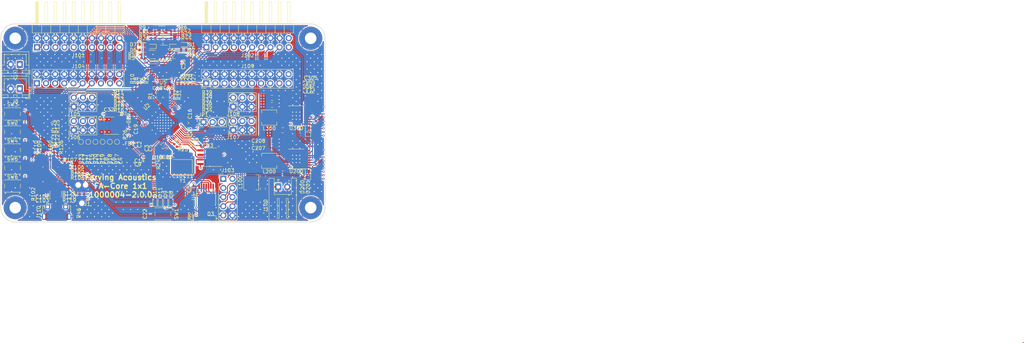
<source format=kicad_pcb>
(kicad_pcb (version 20171130) (host pcbnew "(5.1.2)-1")
  (layers (0 F.Cu signal) (1 In1.Cu signal) (2 In2.Cu signal) (31 B.Cu signal) (34 B.Paste user) (35 F.Paste user) (36 B.SilkS user) (37 F.SilkS user) (38 B.Mask user) (39 F.Mask user) (44 Edge.Cuts user))
  (net 0 "")
  (net 1 GND)
  (net 2 VDD)
  (net 3 +3V3)
  (net 4 +5V)
  (net 5 /DSP/DVDD)
  (net 6 "Net-(Q1-Pad1)")
  (net 7 "Net-(R29-Pad1)")
  (net 8 "Net-(R30-Pad1)")
  (net 9 "Net-(R31-Pad1)")
  (net 10 "Net-(R32-Pad1)")
  (net 11 "Net-(R33-Pad1)")
  (net 12 "Net-(R34-Pad1)")
  (net 13 /DSP/LRCLKI2)
  (net 14 "Net-(R35-Pad1)")
  (net 15 /DSP/BCLKI2)
  (net 16 "Net-(R36-Pad1)")
  (net 17 "Net-(R37-Pad1)")
  (net 18 /DSP/LRCLKI3)
  (net 19 "Net-(R38-Pad1)")
  (net 20 /DSP/BCLKI3)
  (net 21 "Net-(R39-Pad1)")
  (net 22 /DSP/ADC0)
  (net 23 /DSP/ADC1)
  (net 24 /DSP/ADC2)
  (net 25 /DSP/ADC3)
  (net 26 /DSP/ADC4)
  (net 27 /DSP/ADC5)
  (net 28 /DSP/LRCLKO0)
  (net 29 /DSP/BCLKO0)
  (net 30 /DSP/SDO0)
  (net 31 /DSP/LRCLKO1)
  (net 32 /DSP/BCLKO1)
  (net 33 /DSP/SDO1)
  (net 34 /DSP/SPDIFOUT)
  (net 35 /DSP/SPDIFIN)
  (net 36 "Net-(J21-Pad19)")
  (net 37 /DSP/AVDD)
  (net 38 "Net-(D3-Pad2)")
  (net 39 /SS)
  (net 40 /MOSI)
  (net 41 /SCLK)
  (net 42 /MISO)
  (net 43 "Net-(J103-Pad3)")
  (net 44 "Net-(J103-Pad2)")
  (net 45 "Net-(J103-Pad1)")
  (net 46 "Net-(C201-Pad1)")
  (net 47 /5V/nSHDN)
  (net 48 "Net-(C203-Pad1)")
  (net 49 "Net-(C204-Pad1)")
  (net 50 "Net-(C205-Pad1)")
  (net 51 "Net-(C206-Pad2)")
  (net 52 "Net-(C301-Pad1)")
  (net 53 /3V3/nSHDN)
  (net 54 "Net-(C303-Pad1)")
  (net 55 "Net-(C304-Pad1)")
  (net 56 "Net-(C305-Pad1)")
  (net 57 "Net-(C306-Pad2)")
  (net 58 "Net-(D200-Pad2)")
  (net 59 "Net-(D201-Pad2)")
  (net 60 "Net-(D300-Pad2)")
  (net 61 "Net-(D301-Pad2)")
  (net 62 "Net-(L200-Pad1)")
  (net 63 "Net-(L300-Pad1)")
  (net 64 "Net-(R200-Pad2)")
  (net 65 "Net-(R202-Pad2)")
  (net 66 "Net-(R300-Pad2)")
  (net 67 "Net-(R302-Pad2)")
  (net 68 /SYNC)
  (net 69 "Net-(C4-Pad1)")
  (net 70 "Net-(C6-Pad1)")
  (net 71 "Net-(C8-Pad1)")
  (net 72 "Net-(C9-Pad1)")
  (net 73 "Net-(C10-Pad1)")
  (net 74 "Net-(C11-Pad1)")
  (net 75 "Net-(C12-Pad1)")
  (net 76 "Net-(C14-Pad1)")
  (net 77 "Net-(C15-Pad1)")
  (net 78 "Net-(C17-Pad1)")
  (net 79 "Net-(R1-Pad1)")
  (net 80 "Net-(R2-Pad1)")
  (net 81 "Net-(R5-Pad1)")
  (net 82 "Net-(R7-Pad1)")
  (net 83 "Net-(R8-Pad1)")
  (net 84 "Net-(R10-Pad1)")
  (net 85 "Net-(R11-Pad1)")
  (net 86 "Net-(R12-Pad1)")
  (net 87 "Net-(R13-Pad1)")
  (net 88 "Net-(R14-Pad1)")
  (net 89 "Net-(R15-Pad1)")
  (net 90 "Net-(R16-Pad1)")
  (net 91 "Net-(R25-Pad1)")
  (net 92 "Net-(R27-Pad1)")
  (net 93 "Net-(R28-Pad1)")
  (net 94 "Net-(U2-Pad64)")
  (net 95 "Net-(U2-Pad63)")
  (net 96 "Net-(U2-Pad26)")
  (net 97 "Net-(C100-Pad1)")
  (net 98 /SPI1_MOSI)
  (net 99 /SPI1_MISO)
  (net 100 /SPI1_CLK)
  (net 101 /SPI_NSS)
  (net 102 /ADAU1452_SELFBOOT)
  (net 103 /USB_DP)
  (net 104 /USB_DM)
  (net 105 /ADAU1452_nRESET)
  (net 106 "Net-(J110-Pad4)")
  (net 107 /SDA_M)
  (net 108 /I2C_SDA)
  (net 109 /SCL_M)
  (net 110 /I2C_SCL)
  (net 111 "Net-(R100-Pad1)")
  (net 112 "Net-(R101-Pad2)")
  (net 113 "Net-(R101-Pad1)")
  (net 114 "Net-(R102-Pad2)")
  (net 115 "Net-(R102-Pad1)")
  (net 116 "Net-(R109-Pad2)")
  (net 117 "Net-(R110-Pad2)")
  (net 118 "Net-(R111-Pad2)")
  (net 119 "Net-(R112-Pad2)")
  (net 120 "Net-(R113-Pad2)")
  (net 121 "Net-(R114-Pad2)")
  (net 122 "Net-(R115-Pad2)")
  (net 123 "Net-(R116-Pad2)")
  (net 124 "Net-(R116-Pad1)")
  (net 125 "Net-(U2-Pad27)")
  (net 126 /USB_D+)
  (net 127 VBUS)
  (net 128 /USB_D-)
  (net 129 "Net-(R106-Pad1)")
  (net 130 "Net-(R107-Pad1)")
  (net 131 "Net-(R120-Pad2)")
  (net 132 "Net-(R122-Pad1)")
  (net 133 "Net-(R123-Pad1)")
  (net 134 "Net-(J101-Pad9)")
  (net 135 "Net-(J102-Pad9)")
  (net 136 "Net-(J104-Pad9)")
  (net 137 "Net-(J109-Pad9)")
  (net 138 "Net-(R119-Pad2)")
  (net 139 /SWDIO)
  (net 140 /SWCLK)
  (net 141 /BOOT0)
  (net 142 "Net-(J1-Pad6)")
  (net 143 /USBi_DET)
  (net 144 "Net-(R103-Pad1)")
  (net 145 "Net-(R104-Pad1)")
  (net 146 "Net-(R105-Pad1)")
  (net 147 "Net-(R121-Pad2)")
  (net 148 /I2S_MCLKI0)
  (net 149 /I2S_BCLKI0)
  (net 150 /I2S_LRCLKI0)
  (net 151 /I2S_SDI0)
  (net 152 /nMUTE)
  (net 153 /I2S_MCLKO0)
  (net 154 /I2S_BCLKO0)
  (net 155 /I2S_LRCLKO0)
  (net 156 /I2S_SDO0)
  (net 157 /I2S_MCLKI1)
  (net 158 /I2S_BCLKI1)
  (net 159 /I2S_LRCLKI1)
  (net 160 /I2S_SDI1)
  (net 161 /I2S_MCLKO1)
  (net 162 /I2S_BCLKO1)
  (net 163 /I2S_LRCLKO1)
  (net 164 /I2S_SDO1)
  (net 165 /I2S_MCLK)
  (net 166 GNDS)
  (net 167 "Net-(C21-Pad1)")
  (net 168 /BTN_RESET)
  (net 169 /PUSH_BTN1)
  (net 170 /PUSH_BTN2)
  (net 171 /PUSH_BTN3)
  (net 172 /PUSH_BTN0)
  (net 173 /DSP_SHDN)
  (net 174 "Net-(D1-Pad2)")
  (net 175 /MCU_SHDN)
  (net 176 "Net-(D4-Pad1)")
  (net 177 "Net-(D5-Pad2)")
  (net 178 /MCU_MUTE)
  (net 179 /DSP_MUTE)
  (net 180 /3V3_RESET)
  (net 181 /USB_RESET)
  (net 182 /MCU_DSP_RESET)
  (net 183 /5V/nRST)
  (net 184 /nSHDN)
  (net 185 "Net-(Q2-Pad6)")
  (net 186 "Net-(Q2-Pad1)")
  (net 187 "Net-(Q2-Pad5)")
  (net 188 "Net-(Q2-Pad3)")
  (net 189 "Net-(Q3-Pad2)")
  (net 190 "Net-(Q4-Pad5)")
  (net 191 "Net-(Q5-Pad5)")
  (net 192 /MCU_nRST)
  (net 193 /DSP/SDI2)
  (net 194 /DSP/SDI3)
  (module Package_SO:HTSSOP-16-1EP_4.4x5mm_P0.65mm_EP3x3mm (layer F.Cu) (at 37 -2 180)
    (fp_text reference U300 (at 0 -3.45) (layer F.SilkS))
    (fp_text value L6986)
    (pad 16 smd roundrect (at 2.875 -2.275 180) (size 1.55 0.4) (layers F.Cu F.Paste F.Mask) (net 3 +3V3))
    (pad 15 smd roundrect (at 2.875 -1.625 180) (size 1.55 0.4) (layers F.Cu F.Paste F.Mask) (net 4 +5V))
    (pad 14 smd roundrect (at 2.875 -0.975 180) (size 1.55 0.4) (layers F.Cu F.Paste F.Mask) (net 63 "Net-(L300-Pad1)"))
    (pad 13 smd roundrect (at 2.875 -0.325 180) (size 1.55 0.4) (layers F.Cu F.Paste F.Mask) (net 63 "Net-(L300-Pad1)"))
    (pad 12 smd roundrect (at 2.875 0.325 180) (size 1.55 0.4) (layers F.Cu F.Paste F.Mask) (net 1 GND))
    (pad 11 smd roundrect (at 2.875 0.975 180) (size 1.55 0.4) (layers F.Cu F.Paste F.Mask) (net 1 GND))
    (pad 10 smd roundrect (at 2.875 1.625 180) (size 1.55 0.4) (layers F.Cu F.Paste F.Mask) (net 1 GND))
    (pad 9 smd roundrect (at 2.875 2.275 180) (size 1.55 0.4) (layers F.Cu F.Paste F.Mask) (net 57 "Net-(C306-Pad2)"))
    (pad 8 smd roundrect (at -2.875 2.275 180) (size 1.55 0.4) (layers F.Cu F.Paste F.Mask) (net 54 "Net-(C303-Pad1)"))
    (pad 7 smd roundrect (at -2.875 1.625 180) (size 1.55 0.4) (layers F.Cu F.Paste F.Mask) (net 55 "Net-(C304-Pad1)"))
    (pad 6 smd roundrect (at -2.875 0.975 180) (size 1.55 0.4) (layers F.Cu F.Paste F.Mask) (net 67 "Net-(R302-Pad2)"))
    (pad 5 smd roundrect (at -2.875 0.325 180) (size 1.55 0.4) (layers F.Cu F.Paste F.Mask) (net 66 "Net-(R300-Pad2)"))
    (pad 4 smd roundrect (at -2.875 -0.325 180) (size 1.55 0.4) (layers F.Cu F.Paste F.Mask) (net 68 /SYNC))
    (pad 3 smd roundrect (at -2.875 -0.975 180) (size 1.55 0.4) (layers F.Cu F.Paste F.Mask) (net 53 /3V3/nSHDN))
    (pad 2 smd roundrect (at -2.875 -1.625 180) (size 1.55 0.4) (layers F.Cu F.Paste F.Mask) (net 52 "Net-(C301-Pad1)"))
    (pad 1 smd roundrect (at -2.875 -2.275 180) (size 1.55 0.4) (layers F.Cu F.Paste F.Mask) (net 180 /3V3_RESET))
    (pad 17 smd roundrect (at 0 0 180) (size 3 3) (layers F.Cu F.Mask) (roundrect_rratio 0.083333) (net 1 GND))
  )
  (module Package_SO:HTSSOP-16-1EP_4.4x5mm_P0.65mm_EP3x3mm (layer F.Cu) (at 37 10 180)
    (fp_text reference U200 (at 0 -3.45) (layer F.SilkS))
    (fp_text value L6986)
    (pad 16 smd roundrect (at 2.875 -2.275 180) (size 1.55 0.4) (layers F.Cu F.Paste F.Mask) (net 4 +5V))
    (pad 15 smd roundrect (at 2.875 -1.625 180) (size 1.55 0.4) (layers F.Cu F.Paste F.Mask) (net 2 VDD))
    (pad 14 smd roundrect (at 2.875 -0.975 180) (size 1.55 0.4) (layers F.Cu F.Paste F.Mask) (net 62 "Net-(L200-Pad1)"))
    (pad 13 smd roundrect (at 2.875 -0.325 180) (size 1.55 0.4) (layers F.Cu F.Paste F.Mask) (net 62 "Net-(L200-Pad1)"))
    (pad 12 smd roundrect (at 2.875 0.325 180) (size 1.55 0.4) (layers F.Cu F.Paste F.Mask) (net 1 GND))
    (pad 11 smd roundrect (at 2.875 0.975 180) (size 1.55 0.4) (layers F.Cu F.Paste F.Mask) (net 1 GND))
    (pad 10 smd roundrect (at 2.875 1.625 180) (size 1.55 0.4) (layers F.Cu F.Paste F.Mask) (net 1 GND))
    (pad 9 smd roundrect (at 2.875 2.275 180) (size 1.55 0.4) (layers F.Cu F.Paste F.Mask) (net 51 "Net-(C206-Pad2)"))
    (pad 8 smd roundrect (at -2.875 2.275 180) (size 1.55 0.4) (layers F.Cu F.Paste F.Mask) (net 48 "Net-(C203-Pad1)"))
    (pad 7 smd roundrect (at -2.875 1.625 180) (size 1.55 0.4) (layers F.Cu F.Paste F.Mask) (net 49 "Net-(C204-Pad1)"))
    (pad 6 smd roundrect (at -2.875 0.975 180) (size 1.55 0.4) (layers F.Cu F.Paste F.Mask) (net 65 "Net-(R202-Pad2)"))
    (pad 5 smd roundrect (at -2.875 0.325 180) (size 1.55 0.4) (layers F.Cu F.Paste F.Mask) (net 64 "Net-(R200-Pad2)"))
    (pad 4 smd roundrect (at -2.875 -0.325 180) (size 1.55 0.4) (layers F.Cu F.Paste F.Mask) (net 68 /SYNC))
    (pad 3 smd roundrect (at -2.875 -0.975 180) (size 1.55 0.4) (layers F.Cu F.Paste F.Mask) (net 47 /5V/nSHDN))
    (pad 2 smd roundrect (at -2.875 -1.625 180) (size 1.55 0.4) (layers F.Cu F.Paste F.Mask) (net 46 "Net-(C201-Pad1)"))
    (pad 1 smd roundrect (at -2.875 -2.275 180) (size 1.55 0.4) (layers F.Cu F.Paste F.Mask) (net 183 /5V/nRST))
    (pad 17 smd roundrect (at 0 0 180) (size 3 3) (layers F.Cu F.Mask) (roundrect_rratio 0.083333) (net 1 GND))
  )
  (module Connector_JST:JST_XH_B2B-XH-A_1x02_P2.50mm_Vertical (layer F.Cu) (at -39.75 -9.5 180)
    (fp_text reference J3 (at 1.25 -3.55) (layer F.SilkS))
    (fp_text value JST_XH_B2B)
    (pad 2 thru_hole oval (at 2.5 0 180) (size 1.7 2) (drill 1) (layers *.Cu *.Mask) (net 1 GND))
    (pad 1 thru_hole roundrect (at 0 0 180) (size 1.7 2) (drill 1) (layers *.Cu *.Mask) (roundrect_rratio 0.147059) (net 34 /DSP/SPDIFOUT))
  )
  (module Connector_JST:JST_XH_B2B-XH-A_1x02_P2.50mm_Vertical (layer F.Cu) (at -39.75 -16.25 180)
    (fp_text reference J2 (at 1.25 -3.55) (layer F.SilkS))
    (fp_text value JST_XH_B2B)
    (pad 2 thru_hole oval (at 2.5 0 180) (size 1.7 2) (drill 1) (layers *.Cu *.Mask) (net 1 GND))
    (pad 1 thru_hole roundrect (at 0 0 180) (size 1.7 2) (drill 1) (layers *.Cu *.Mask) (roundrect_rratio 0.147059) (net 35 /DSP/SPDIFIN))
  )
  (module Farving_Labs_Library:PCB_Board_90x55 (layer F.Cu) (at 0 0)
    (fp_text reference PCB1 hide)
    (fp_text value 90x55 hide)
    (fp_line (start -41 27.5) (end 41 27.5) (layer Edge.Cuts) (width 0.15))
    (fp_line (start 45 23.5) (end 45 -23.5) (layer Edge.Cuts) (width 0.15))
    (fp_line (start 41 -27.5) (end -41 -27.5) (layer Edge.Cuts) (width 0.15))
    (fp_line (start -45 -23.5) (end -45 23.5) (layer Edge.Cuts) (width 0.15))
    (fp_arc (start 41 23.5) (end 45 23.5) (angle 90) (layer Edge.Cuts) (width 0.15))
    (fp_arc (start -41 23.5) (end -41 27.5) (angle 90) (layer Edge.Cuts) (width 0.15))
    (fp_arc (start -41 -23.5) (end -45 -23.5) (angle 90) (layer Edge.Cuts) (width 0.15))
    (fp_arc (start 41 -23.5) (end 41 -27.5) (angle 90) (layer Edge.Cuts) (width 0.15))
    (pad 1 thru_hole circle (at -41 23.5) (size 6.4 6.4) (drill 3.2) (layers *.Cu *.Mask) (net 1 GND))
    (pad 2 thru_hole circle (at -41 -23.5) (size 6.4 6.4) (drill 3.2) (layers *.Cu *.Mask) (net 1 GND))
    (pad 3 thru_hole circle (at 41 -23.5) (size 6.44 6.44) (drill 3.2) (layers *.Cu *.Mask) (net 1 GND))
    (pad 4 thru_hole circle (at 41 23.5) (size 6.4 6.4) (drill 3.2) (layers *.Cu *.Mask) (net 1 GND))
  )
  (module Connector_PinHeader_2.54mm:PinHeader_1x03_P2.54mm_Vertical (layer F.Cu) (at 11.25 -0.25 90)
    (fp_text reference JP1 (at 2 0 180) (layer F.SilkS))
    (fp_text value Jumper_3_Bridged12)
    (pad 3 thru_hole oval (at 0 5.08 90) (size 1.7 1.7) (drill 1) (layers *.Cu *.Mask) (net 3 +3V3))
    (pad 2 thru_hole oval (at 0 2.54 90) (size 1.7 1.7) (drill 1) (layers *.Cu *.Mask) (net 102 /ADAU1452_SELFBOOT))
    (pad 1 thru_hole rect (at 0 0 90) (size 1.7 1.7) (drill 1) (layers *.Cu *.Mask) (net 1 GND))
  )
  (module Package_SO:TSSOP-14_4.4x5mm_P0.65mm (layer F.Cu) (at 0 -14.75)
    (fp_text reference U5 (at 0 3.5) (layer F.SilkS))
    (fp_text value 74LS125)
    (pad 14 smd rect (at 2.95 -1.95) (size 1.45 0.45) (layers F.Cu F.Paste F.Mask) (net 3 +3V3))
    (pad 13 smd rect (at 2.95 -1.3) (size 1.45 0.45) (layers F.Cu F.Paste F.Mask) (net 1 GND))
    (pad 12 smd rect (at 2.95 -0.65) (size 1.45 0.45) (layers F.Cu F.Paste F.Mask) (net 165 /I2S_MCLK))
    (pad 11 smd rect (at 2.95 0) (size 1.45 0.45) (layers F.Cu F.Paste F.Mask) (net 153 /I2S_MCLKO0))
    (pad 10 smd rect (at 2.95 0.65) (size 1.45 0.45) (layers F.Cu F.Paste F.Mask) (net 1 GND))
    (pad 9 smd rect (at 2.95 1.3) (size 1.45 0.45) (layers F.Cu F.Paste F.Mask) (net 165 /I2S_MCLK))
    (pad 8 smd rect (at 2.95 1.95) (size 1.45 0.45) (layers F.Cu F.Paste F.Mask) (net 161 /I2S_MCLKO1))
    (pad 7 smd rect (at -2.95 1.95) (size 1.45 0.45) (layers F.Cu F.Paste F.Mask) (net 1 GND))
    (pad 6 smd rect (at -2.95 1.3) (size 1.45 0.45) (layers F.Cu F.Paste F.Mask) (net 157 /I2S_MCLKI1))
    (pad 5 smd rect (at -2.95 0.65) (size 1.45 0.45) (layers F.Cu F.Paste F.Mask) (net 165 /I2S_MCLK))
    (pad 4 smd rect (at -2.95 0) (size 1.45 0.45) (layers F.Cu F.Paste F.Mask) (net 1 GND))
    (pad 3 smd rect (at -2.95 -0.65) (size 1.45 0.45) (layers F.Cu F.Paste F.Mask) (net 148 /I2S_MCLKI0))
    (pad 2 smd rect (at -2.95 -1.3) (size 1.45 0.45) (layers F.Cu F.Paste F.Mask) (net 165 /I2S_MCLK))
    (pad 1 smd rect (at -2.95 -1.95) (size 1.45 0.45) (layers F.Cu F.Paste F.Mask) (net 1 GND))
  )
  (module Button_Switch_SMD:SW_SPST_PTS810 (layer F.Cu) (at -41.75 17.5 180)
    (fp_text reference SW6 (at 0 2.5) (layer F.SilkS))
    (fp_text value SW_Push)
    (pad 2 smd rect (at 2.075 1.075 180) (size 1.05 0.65) (layers F.Cu F.Paste F.Mask) (net 171 /PUSH_BTN3))
    (pad 2 smd rect (at -2.075 1.075 180) (size 1.05 0.65) (layers F.Cu F.Paste F.Mask) (net 171 /PUSH_BTN3))
    (pad 1 smd rect (at 2.075 -1.075 180) (size 1.05 0.65) (layers F.Cu F.Paste F.Mask) (net 1 GND))
    (pad 1 smd rect (at -2.075 -1.075 180) (size 1.05 0.65) (layers F.Cu F.Paste F.Mask) (net 1 GND))
  )
  (module Button_Switch_SMD:SW_SPST_PTS810 (layer F.Cu) (at -41.75 12.5 180)
    (fp_text reference SW5 (at 0 2.5) (layer F.SilkS))
    (fp_text value SW_Push)
    (pad 2 smd rect (at 2.075 1.075 180) (size 1.05 0.65) (layers F.Cu F.Paste F.Mask) (net 170 /PUSH_BTN2))
    (pad 2 smd rect (at -2.075 1.075 180) (size 1.05 0.65) (layers F.Cu F.Paste F.Mask) (net 170 /PUSH_BTN2))
    (pad 1 smd rect (at 2.075 -1.075 180) (size 1.05 0.65) (layers F.Cu F.Paste F.Mask) (net 1 GND))
    (pad 1 smd rect (at -2.075 -1.075 180) (size 1.05 0.65) (layers F.Cu F.Paste F.Mask) (net 1 GND))
  )
  (module Button_Switch_SMD:SW_SPST_PTS810 (layer F.Cu) (at -41.75 7.5 180)
    (fp_text reference SW4 (at 0 2.5) (layer F.SilkS))
    (fp_text value SW_Push)
    (pad 2 smd rect (at 2.075 1.075 180) (size 1.05 0.65) (layers F.Cu F.Paste F.Mask) (net 169 /PUSH_BTN1))
    (pad 2 smd rect (at -2.075 1.075 180) (size 1.05 0.65) (layers F.Cu F.Paste F.Mask) (net 169 /PUSH_BTN1))
    (pad 1 smd rect (at 2.075 -1.075 180) (size 1.05 0.65) (layers F.Cu F.Paste F.Mask) (net 1 GND))
    (pad 1 smd rect (at -2.075 -1.075 180) (size 1.05 0.65) (layers F.Cu F.Paste F.Mask) (net 1 GND))
  )
  (module Button_Switch_SMD:SW_SPST_PTS810 (layer F.Cu) (at 0 25.25 180)
    (fp_text reference SW1 (at -3.75 0 90) (layer F.SilkS))
    (fp_text value SW_Push)
    (pad 2 smd rect (at 2.075 1.075 180) (size 1.05 0.65) (layers F.Cu F.Paste F.Mask) (net 168 /BTN_RESET))
    (pad 2 smd rect (at -2.075 1.075 180) (size 1.05 0.65) (layers F.Cu F.Paste F.Mask) (net 168 /BTN_RESET))
    (pad 1 smd rect (at 2.075 -1.075 180) (size 1.05 0.65) (layers F.Cu F.Paste F.Mask) (net 1 GND))
    (pad 1 smd rect (at -2.075 -1.075 180) (size 1.05 0.65) (layers F.Cu F.Paste F.Mask) (net 1 GND))
  )
  (module Resistor_SMD:R_0402_1005Metric (layer F.Cu) (at -38.25 16 270)
    (fp_text reference R57 hide)
    (fp_text value 2.2k)
    (pad 2 smd roundrect (at 0.485 0 270) (size 0.59 0.64) (layers F.Cu F.Paste F.Mask) (net 171 /PUSH_BTN3))
    (pad 1 smd roundrect (at -0.485 0 270) (size 0.59 0.64) (layers F.Cu F.Paste F.Mask) (net 3 +3V3))
  )
  (module Resistor_SMD:R_0402_1005Metric (layer F.Cu) (at -38.25 10.985 270)
    (fp_text reference R56 hide)
    (fp_text value 2.2k)
    (pad 2 smd roundrect (at 0.485 0 270) (size 0.59 0.64) (layers F.Cu F.Paste F.Mask) (net 170 /PUSH_BTN2))
    (pad 1 smd roundrect (at -0.485 0 270) (size 0.59 0.64) (layers F.Cu F.Paste F.Mask) (net 3 +3V3))
  )
  (module Resistor_SMD:R_0402_1005Metric (layer F.Cu) (at -38.25 6 270)
    (fp_text reference R55 hide)
    (fp_text value 2.2k)
    (pad 2 smd roundrect (at 0.485 0 270) (size 0.59 0.64) (layers F.Cu F.Paste F.Mask) (net 169 /PUSH_BTN1))
    (pad 1 smd roundrect (at -0.485 0 270) (size 0.59 0.64) (layers F.Cu F.Paste F.Mask) (net 3 +3V3))
  )
  (module Resistor_SMD:R_0402_1005Metric (layer F.Cu) (at -5.5 -18)
    (fp_text reference R54 (at -2.75 0) (layer F.SilkS))
    (fp_text value 33k)
    (pad 2 smd roundrect (at 0.485 0) (size 0.59 0.64) (layers F.Cu F.Paste F.Mask) (net 152 /nMUTE))
    (pad 1 smd roundrect (at -0.485 0) (size 0.59 0.64) (layers F.Cu F.Paste F.Mask) (net 3 +3V3))
  )
  (module Resistor_SMD:R_0402_1005Metric (layer F.Cu) (at 0 -18.25)
    (fp_text reference R53 hide)
    (fp_text value 33k)
    (pad 2 smd roundrect (at 0.485 0) (size 0.59 0.64) (layers F.Cu F.Paste F.Mask) (net 184 /nSHDN))
    (pad 1 smd roundrect (at -0.485 0) (size 0.59 0.64) (layers F.Cu F.Paste F.Mask) (net 3 +3V3))
  )
  (module Resistor_SMD:R_0402_1005Metric (layer F.Cu) (at 0 -20.25)
    (fp_text reference R52 hide)
    (fp_text value 33k)
    (pad 2 smd roundrect (at 0.485 0) (size 0.59 0.64) (layers F.Cu F.Paste F.Mask) (net 191 "Net-(Q5-Pad5)"))
    (pad 1 smd roundrect (at -0.485 0) (size 0.59 0.64) (layers F.Cu F.Paste F.Mask) (net 3 +3V3))
  )
  (module Resistor_SMD:R_0402_1005Metric (layer F.Cu) (at 5.5 -19 180)
    (fp_text reference R51 (at -3 0) (layer F.SilkS))
    (fp_text value 33k)
    (pad 2 smd roundrect (at 0.485 0 180) (size 0.59 0.64) (layers F.Cu F.Paste F.Mask) (net 190 "Net-(Q4-Pad5)"))
    (pad 1 smd roundrect (at -0.485 0 180) (size 0.59 0.64) (layers F.Cu F.Paste F.Mask) (net 3 +3V3))
  )
  (module Resistor_SMD:R_0402_1005Metric (layer F.Cu) (at -5.5 -19)
    (fp_text reference R50 (at -2.75 0) (layer F.SilkS))
    (fp_text value 33k)
    (pad 2 smd roundrect (at 0.485 0) (size 0.59 0.64) (layers F.Cu F.Paste F.Mask) (net 177 "Net-(D5-Pad2)"))
    (pad 1 smd roundrect (at -0.485 0) (size 0.59 0.64) (layers F.Cu F.Paste F.Mask) (net 3 +3V3))
  )
  (module Resistor_SMD:R_0402_1005Metric (layer F.Cu) (at 0 -19.25)
    (fp_text reference R49 hide)
    (fp_text value 33k)
    (pad 2 smd roundrect (at 0.485 0) (size 0.59 0.64) (layers F.Cu F.Paste F.Mask) (net 174 "Net-(D1-Pad2)"))
    (pad 1 smd roundrect (at -0.485 0) (size 0.59 0.64) (layers F.Cu F.Paste F.Mask) (net 3 +3V3))
  )
  (module Resistor_SMD:R_0402_1005Metric (layer F.Cu) (at -2.75 -22.5)
    (fp_text reference R45 hide)
    (fp_text value 33k)
    (pad 2 smd roundrect (at 0.485 0) (size 0.59 0.64) (layers F.Cu F.Paste F.Mask) (net 176 "Net-(D4-Pad1)"))
    (pad 1 smd roundrect (at -0.485 0) (size 0.59 0.64) (layers F.Cu F.Paste F.Mask) (net 3 +3V3))
  )
  (module Resistor_SMD:R_0402_1005Metric (layer F.Cu) (at 2.75 -23.5)
    (fp_text reference R44 (at 3.75 0) (layer F.SilkS))
    (fp_text value 33k)
    (pad 2 smd roundrect (at 0.485 0) (size 0.59 0.64) (layers F.Cu F.Paste F.Mask) (net 1 GND))
    (pad 1 smd roundrect (at -0.485 0) (size 0.59 0.64) (layers F.Cu F.Paste F.Mask) (net 189 "Net-(Q3-Pad2)"))
  )
  (module Resistor_SMD:R_0402_1005Metric (layer F.Cu) (at 2.75 -24.5)
    (fp_text reference R43 (at 3.75 0) (layer F.SilkS))
    (fp_text value 33k)
    (pad 2 smd roundrect (at 0.485 0) (size 0.59 0.64) (layers F.Cu F.Paste F.Mask) (net 1 GND))
    (pad 1 smd roundrect (at -0.485 0) (size 0.59 0.64) (layers F.Cu F.Paste F.Mask) (net 187 "Net-(Q2-Pad5)"))
  )
  (module Resistor_SMD:R_0402_1005Metric (layer F.Cu) (at 2.75 -25.5 180)
    (fp_text reference R42 (at -3.5 0) (layer F.SilkS))
    (fp_text value 10k)
    (pad 2 smd roundrect (at 0.485 0 180) (size 0.59 0.64) (layers F.Cu F.Paste F.Mask) (net 187 "Net-(Q2-Pad5)"))
    (pad 1 smd roundrect (at -0.485 0 180) (size 0.59 0.64) (layers F.Cu F.Paste F.Mask) (net 3 +3V3))
  )
  (module Resistor_SMD:R_0402_1005Metric (layer F.Cu) (at -2.75 -23.5)
    (fp_text reference R22 (at -2.5 0) (layer F.SilkS))
    (fp_text value 33k)
    (pad 2 smd roundrect (at 0.485 0) (size 0.59 0.64) (layers F.Cu F.Paste F.Mask) (net 188 "Net-(Q2-Pad3)"))
    (pad 1 smd roundrect (at -0.485 0) (size 0.59 0.64) (layers F.Cu F.Paste F.Mask) (net 3 +3V3))
  )
  (module Resistor_SMD:R_0402_1005Metric (layer F.Cu) (at -2.75 -26.5 180)
    (fp_text reference R9 (at 3 0) (layer F.SilkS))
    (fp_text value 33k)
    (pad 2 smd roundrect (at 0.485 0 180) (size 0.59 0.64) (layers F.Cu F.Paste F.Mask) (net 1 GND))
    (pad 1 smd roundrect (at -0.485 0 180) (size 0.59 0.64) (layers F.Cu F.Paste F.Mask) (net 186 "Net-(Q2-Pad1)"))
  )
  (module Resistor_SMD:R_0402_1005Metric (layer F.Cu) (at 2.75 -26.5 180)
    (fp_text reference R6 (at -3 0) (layer F.SilkS))
    (fp_text value 33k)
    (pad 2 smd roundrect (at 0.485 0 180) (size 0.59 0.64) (layers F.Cu F.Paste F.Mask) (net 185 "Net-(Q2-Pad6)"))
    (pad 1 smd roundrect (at -0.485 0 180) (size 0.59 0.64) (layers F.Cu F.Paste F.Mask) (net 3 +3V3))
  )
  (module Resistor_SMD:R_0402_1005Metric (layer F.Cu) (at -2.75 -24.5 180)
    (fp_text reference R4 (at 3 0) (layer F.SilkS))
    (fp_text value 33k)
    (pad 2 smd roundrect (at 0.485 0 180) (size 0.59 0.64) (layers F.Cu F.Paste F.Mask) (net 180 /3V3_RESET))
    (pad 1 smd roundrect (at -0.485 0 180) (size 0.59 0.64) (layers F.Cu F.Paste F.Mask) (net 167 "Net-(C21-Pad1)"))
  )
  (module Package_TO_SOT_SMD:SOT-363_SC-70-6 (layer F.Cu) (at -2.75 -19)
    (fp_text reference Q5 hide)
    (fp_text value BC846BS)
    (pad 6 smd rect (at 0.95 -0.65) (size 0.65 0.4) (layers F.Cu F.Paste F.Mask) (net 191 "Net-(Q5-Pad5)"))
    (pad 4 smd rect (at 0.95 0.65) (size 0.65 0.4) (layers F.Cu F.Paste F.Mask) (net 1 GND))
    (pad 2 smd rect (at -0.95 0) (size 0.65 0.4) (layers F.Cu F.Paste F.Mask) (net 177 "Net-(D5-Pad2)"))
    (pad 5 smd rect (at 0.95 0) (size 0.65 0.4) (layers F.Cu F.Paste F.Mask) (net 191 "Net-(Q5-Pad5)"))
    (pad 3 smd rect (at -0.95 0.65) (size 0.65 0.4) (layers F.Cu F.Paste F.Mask) (net 152 /nMUTE))
    (pad 1 smd rect (at -0.95 -0.65) (size 0.65 0.4) (layers F.Cu F.Paste F.Mask) (net 1 GND))
  )
  (module Package_TO_SOT_SMD:SOT-363_SC-70-6 (layer F.Cu) (at 2.75 -19)
    (fp_text reference Q4 hide)
    (fp_text value BC846BS)
    (pad 6 smd rect (at 0.95 -0.65) (size 0.65 0.4) (layers F.Cu F.Paste F.Mask) (net 190 "Net-(Q4-Pad5)"))
    (pad 4 smd rect (at 0.95 0.65) (size 0.65 0.4) (layers F.Cu F.Paste F.Mask) (net 1 GND))
    (pad 2 smd rect (at -0.95 0) (size 0.65 0.4) (layers F.Cu F.Paste F.Mask) (net 174 "Net-(D1-Pad2)"))
    (pad 5 smd rect (at 0.95 0) (size 0.65 0.4) (layers F.Cu F.Paste F.Mask) (net 190 "Net-(Q4-Pad5)"))
    (pad 3 smd rect (at -0.95 0.65) (size 0.65 0.4) (layers F.Cu F.Paste F.Mask) (net 184 /nSHDN))
    (pad 1 smd rect (at -0.95 -0.65) (size 0.65 0.4) (layers F.Cu F.Paste F.Mask) (net 1 GND))
  )
  (module Package_TO_SOT_SMD:SOT-363_SC-70-6 (layer F.Cu) (at 0 -22.75 180)
    (fp_text reference Q3 hide)
    (fp_text value BC846BPN)
    (pad 6 smd rect (at 0.95 -0.65 180) (size 0.65 0.4) (layers F.Cu F.Paste F.Mask) (net 176 "Net-(D4-Pad1)"))
    (pad 4 smd rect (at 0.95 0.65 180) (size 0.65 0.4) (layers F.Cu F.Paste F.Mask) (net 3 +3V3))
    (pad 2 smd rect (at -0.95 0 180) (size 0.65 0.4) (layers F.Cu F.Paste F.Mask) (net 189 "Net-(Q3-Pad2)"))
    (pad 5 smd rect (at 0.95 0 180) (size 0.65 0.4) (layers F.Cu F.Paste F.Mask) (net 188 "Net-(Q2-Pad3)"))
    (pad 3 smd rect (at -0.95 0.65 180) (size 0.65 0.4) (layers F.Cu F.Paste F.Mask) (net 189 "Net-(Q3-Pad2)"))
    (pad 1 smd rect (at -0.95 -0.65 180) (size 0.65 0.4) (layers F.Cu F.Paste F.Mask) (net 1 GND))
  )
  (module Package_TO_SOT_SMD:SOT-363_SC-70-6 (layer F.Cu) (at 0 -25.75)
    (fp_text reference Q2 hide)
    (fp_text value BC846BS)
    (pad 6 smd rect (at 0.95 -0.65) (size 0.65 0.4) (layers F.Cu F.Paste F.Mask) (net 185 "Net-(Q2-Pad6)"))
    (pad 4 smd rect (at 0.95 0.65) (size 0.65 0.4) (layers F.Cu F.Paste F.Mask) (net 186 "Net-(Q2-Pad1)"))
    (pad 2 smd rect (at -0.95 0) (size 0.65 0.4) (layers F.Cu F.Paste F.Mask) (net 167 "Net-(C21-Pad1)"))
    (pad 5 smd rect (at 0.95 0) (size 0.65 0.4) (layers F.Cu F.Paste F.Mask) (net 187 "Net-(Q2-Pad5)"))
    (pad 3 smd rect (at -0.95 0.65) (size 0.65 0.4) (layers F.Cu F.Paste F.Mask) (net 188 "Net-(Q2-Pad3)"))
    (pad 1 smd rect (at -0.95 -0.65) (size 0.65 0.4) (layers F.Cu F.Paste F.Mask) (net 186 "Net-(Q2-Pad1)"))
  )
  (module Diode_SMD:D_SOD-523 (layer F.Cu) (at -0.75 22 90)
    (fp_text reference D11 (at 2.75 0 90) (layer F.SilkS))
    (fp_text value BAS516)
    (pad 1 smd rect (at -0.7 0 270) (size 0.6 0.7) (layers F.Cu F.Paste F.Mask) (net 168 /BTN_RESET))
    (pad 2 smd rect (at 0.7 0 270) (size 0.6 0.7) (layers F.Cu F.Paste F.Mask) (net 105 /ADAU1452_nRESET))
  )
  (module Diode_SMD:D_SOD-523 (layer F.Cu) (at -2.25 22 90)
    (fp_text reference D10 (at 2.75 0 90) (layer F.SilkS))
    (fp_text value BAS516)
    (pad 1 smd rect (at -0.7 0 270) (size 0.6 0.7) (layers F.Cu F.Paste F.Mask) (net 182 /MCU_DSP_RESET))
    (pad 2 smd rect (at 0.7 0 270) (size 0.6 0.7) (layers F.Cu F.Paste F.Mask) (net 105 /ADAU1452_nRESET))
  )
  (module Diode_SMD:D_SOD-523 (layer F.Cu) (at 0.75 22 90)
    (fp_text reference D9 (at 2.25 0 90) (layer F.SilkS))
    (fp_text value BAS516)
    (pad 1 smd rect (at -0.7 0 270) (size 0.6 0.7) (layers F.Cu F.Paste F.Mask) (net 181 /USB_RESET))
    (pad 2 smd rect (at 0.7 0 270) (size 0.6 0.7) (layers F.Cu F.Paste F.Mask) (net 105 /ADAU1452_nRESET))
  )
  (module Diode_SMD:D_SOD-523 (layer F.Cu) (at 2.25 22 90)
    (fp_text reference D8 (at 2.25 0 90) (layer F.SilkS))
    (fp_text value BAS516)
    (pad 1 smd rect (at -0.7 0 270) (size 0.6 0.7) (layers F.Cu F.Paste F.Mask) (net 180 /3V3_RESET))
    (pad 2 smd rect (at 0.7 0 270) (size 0.6 0.7) (layers F.Cu F.Paste F.Mask) (net 105 /ADAU1452_nRESET))
  )
  (module Diode_SMD:D_SOD-523 (layer F.Cu) (at -5.75 -21.75)
    (fp_text reference D7 (at -2.5 0) (layer F.SilkS))
    (fp_text value BAS516)
    (pad 1 smd rect (at -0.7 0 180) (size 0.6 0.7) (layers F.Cu F.Paste F.Mask) (net 179 /DSP_MUTE))
    (pad 2 smd rect (at 0.7 0 180) (size 0.6 0.7) (layers F.Cu F.Paste F.Mask) (net 177 "Net-(D5-Pad2)"))
  )
  (module Diode_SMD:D_SOD-523 (layer F.Cu) (at -5.75 -20.25)
    (fp_text reference D6 (at -2.5 0) (layer F.SilkS))
    (fp_text value BAS516)
    (pad 1 smd rect (at -0.7 0 180) (size 0.6 0.7) (layers F.Cu F.Paste F.Mask) (net 178 /MCU_MUTE))
    (pad 2 smd rect (at 0.7 0 180) (size 0.6 0.7) (layers F.Cu F.Paste F.Mask) (net 177 "Net-(D5-Pad2)"))
  )
  (module Diode_SMD:D_SOD-523 (layer F.Cu) (at -3 -21.25 180)
    (fp_text reference D5 hide)
    (fp_text value BAS516)
    (pad 1 smd rect (at -0.7 0) (size 0.6 0.7) (layers F.Cu F.Paste F.Mask) (net 176 "Net-(D4-Pad1)"))
    (pad 2 smd rect (at 0.7 0) (size 0.6 0.7) (layers F.Cu F.Paste F.Mask) (net 177 "Net-(D5-Pad2)"))
  )
  (module Diode_SMD:D_SOD-523 (layer F.Cu) (at 3 -21.25)
    (fp_text reference D4 hide)
    (fp_text value BAS516)
    (pad 1 smd rect (at -0.7 0 180) (size 0.6 0.7) (layers F.Cu F.Paste F.Mask) (net 176 "Net-(D4-Pad1)"))
    (pad 2 smd rect (at 0.7 0 180) (size 0.6 0.7) (layers F.Cu F.Paste F.Mask) (net 174 "Net-(D1-Pad2)"))
  )
  (module Diode_SMD:D_SOD-523 (layer F.Cu) (at 5.75 -20.25 180)
    (fp_text reference D2 (at -2.25 0) (layer F.SilkS))
    (fp_text value BAS516)
    (pad 1 smd rect (at -0.7 0) (size 0.6 0.7) (layers F.Cu F.Paste F.Mask) (net 175 /MCU_SHDN))
    (pad 2 smd rect (at 0.7 0) (size 0.6 0.7) (layers F.Cu F.Paste F.Mask) (net 174 "Net-(D1-Pad2)"))
  )
  (module Diode_SMD:D_SOD-523 (layer F.Cu) (at 5.75 -21.75 180)
    (fp_text reference D1 (at -2.25 0) (layer F.SilkS))
    (fp_text value BAS516)
    (pad 1 smd rect (at -0.7 0) (size 0.6 0.7) (layers F.Cu F.Paste F.Mask) (net 173 /DSP_SHDN))
    (pad 2 smd rect (at 0.7 0) (size 0.6 0.7) (layers F.Cu F.Paste F.Mask) (net 174 "Net-(D1-Pad2)"))
  )
  (module Capacitor_SMD:C_0402_1005Metric (layer F.Cu) (at -38.25 18 270)
    (fp_text reference C27 hide)
    (fp_text value 10n)
    (pad 2 smd roundrect (at 0.485 0 270) (size 0.59 0.64) (layers F.Cu F.Paste F.Mask) (net 1 GND))
    (pad 1 smd roundrect (at -0.485 0 270) (size 0.59 0.64) (layers F.Cu F.Paste F.Mask) (net 171 /PUSH_BTN3))
  )
  (module Capacitor_SMD:C_0402_1005Metric (layer F.Cu) (at -38.25 13 270)
    (fp_text reference C25 hide)
    (fp_text value 10n)
    (pad 2 smd roundrect (at 0.485 0 270) (size 0.59 0.64) (layers F.Cu F.Paste F.Mask) (net 1 GND))
    (pad 1 smd roundrect (at -0.485 0 270) (size 0.59 0.64) (layers F.Cu F.Paste F.Mask) (net 170 /PUSH_BTN2))
  )
  (module Capacitor_SMD:C_0402_1005Metric (layer F.Cu) (at -38.25 8 270)
    (fp_text reference C24 hide)
    (fp_text value 10n)
    (pad 2 smd roundrect (at 0.485 0 270) (size 0.59 0.64) (layers F.Cu F.Paste F.Mask) (net 1 GND))
    (pad 1 smd roundrect (at -0.485 0 270) (size 0.59 0.64) (layers F.Cu F.Paste F.Mask) (net 169 /PUSH_BTN1))
  )
  (module Capacitor_SMD:C_0402_1005Metric (layer F.Cu) (at -3.5 25.25 270)
    (fp_text reference C22 (at 0 1.5 90) (layer F.SilkS))
    (fp_text value 100n)
    (pad 2 smd roundrect (at 0.485 0 270) (size 0.59 0.64) (layers F.Cu F.Paste F.Mask) (net 1 GND))
    (pad 1 smd roundrect (at -0.485 0 270) (size 0.59 0.64) (layers F.Cu F.Paste F.Mask) (net 168 /BTN_RESET))
  )
  (module Capacitor_SMD:C_0402_1005Metric (layer F.Cu) (at -2.735 -25.5 180)
    (fp_text reference C21 (at 2.515 0) (layer F.SilkS))
    (fp_text value 4.7u)
    (pad 2 smd roundrect (at 0.485 0 180) (size 0.59 0.64) (layers F.Cu F.Paste F.Mask) (net 1 GND))
    (pad 1 smd roundrect (at -0.485 0 180) (size 0.59 0.64) (layers F.Cu F.Paste F.Mask) (net 167 "Net-(C21-Pad1)"))
  )
  (module NetTie:NetTie-2_SMD_Pad0.5mm (layer B.Cu) (at 1.25 5.5 315)
    (fp_text reference NT1 (at 0 1.2 135) (layer B.SilkS) (effects (justify mirror)))
    (fp_text value Net-Tie_2)
    (fp_poly (pts (xy -0.5 0.25) (xy 0.5 0.25) (xy 0.5 -0.25) (xy -0.5 -0.25)) (layer B.Cu) (width 0))
    (pad 2 smd circle (at 0.5 0 315) (size 0.5 0.5) (layers B.Cu) (net 166 GNDS))
    (pad 1 smd circle (at -0.5 0 315) (size 0.5 0.5) (layers B.Cu) (net 1 GND))
  )
  (module Package_DFN_QFN:QFN-28_4x4mm_P0.5mm (layer F.Cu) (at -31.25 14.25 270)
    (fp_text reference U100 hide)
    (fp_text value STM32F042G4Ux)
    (pad 28 smd custom (at -1.5 -1.9975 270) (size 0.136863 0.136863) (layers F.Cu F.Paste F.Mask) (net 130 "Net-(R107-Pad1)") (options (clearance outline) (anchor circle)) (primitives (gr_poly (pts (xy -0.08 -0.3325) (xy 0.08 -0.3325) (xy 0.08 0.3325) (xy 0.05364 0.3325) (xy -0.08 0.19886)) (width 0.09))))
    (pad 27 smd roundrect (at -1 -1.9375 270) (size 0.25 0.875) (layers F.Cu F.Paste F.Mask) (net 129 "Net-(R106-Pad1)"))
    (pad 26 smd roundrect (at -0.5 -1.9375 270) (size 0.25 0.875) (layers F.Cu F.Paste F.Mask) (net 146 "Net-(R105-Pad1)"))
    (pad 25 smd roundrect (at 0 -1.9375 270) (size 0.25 0.875) (layers F.Cu F.Paste F.Mask) (net 145 "Net-(R104-Pad1)"))
    (pad 24 smd roundrect (at 0.5 -1.9375 270) (size 0.25 0.875) (layers F.Cu F.Paste F.Mask) (net 144 "Net-(R103-Pad1)"))
    (pad 23 smd roundrect (at 1 -1.9375 270) (size 0.25 0.875) (layers F.Cu F.Paste F.Mask) (net 147 "Net-(R121-Pad2)"))
    (pad 22 smd custom (at 1.5 -1.9975 270) (size 0.136863 0.136863) (layers F.Cu F.Paste F.Mask) (net 131 "Net-(R120-Pad2)") (options (clearance outline) (anchor circle)) (primitives (gr_poly (pts (xy -0.08 -0.3325) (xy 0.08 -0.3325) (xy 0.08 0.19886) (xy -0.05364 0.3325) (xy -0.08 0.3325)) (width 0.09))))
    (pad 21 smd custom (at 1.9975 -1.5 270) (size 0.136863 0.136863) (layers F.Cu F.Paste F.Mask) (net 138 "Net-(R119-Pad2)") (options (clearance outline) (anchor circle)) (primitives (gr_poly (pts (xy -0.3325 0.05364) (xy -0.19886 -0.08) (xy 0.3325 -0.08) (xy 0.3325 0.08) (xy -0.3325 0.08)) (width 0.09))))
    (pad 20 smd roundrect (at 1.9375 -1 270) (size 0.875 0.25) (layers F.Cu F.Paste F.Mask) (net 103 /USB_DP))
    (pad 19 smd roundrect (at 1.9375 -0.5 270) (size 0.875 0.25) (layers F.Cu F.Paste F.Mask) (net 104 /USB_DM))
    (pad 18 smd roundrect (at 1.9375 0 270) (size 0.875 0.25) (layers F.Cu F.Paste F.Mask) (net 3 +3V3))
    (pad 17 smd roundrect (at 1.9375 0.5 270) (size 0.875 0.25) (layers F.Cu F.Paste F.Mask) (net 3 +3V3))
    (pad 16 smd roundrect (at 1.9375 1 270) (size 0.875 0.25) (layers F.Cu F.Paste F.Mask) (net 1 GND))
    (pad 15 smd custom (at 1.9975 1.5 270) (size 0.136863 0.136863) (layers F.Cu F.Paste F.Mask) (net 115 "Net-(R102-Pad1)") (options (clearance outline) (anchor circle)) (primitives (gr_poly (pts (xy -0.3325 -0.08) (xy 0.3325 -0.08) (xy 0.3325 0.08) (xy -0.19886 0.08) (xy -0.3325 -0.05364)) (width 0.09))))
    (pad 14 smd custom (at 1.5 1.9975 270) (size 0.136863 0.136863) (layers F.Cu F.Paste F.Mask) (net 113 "Net-(R101-Pad1)") (options (clearance outline) (anchor circle)) (primitives (gr_poly (pts (xy -0.08 -0.3325) (xy -0.05364 -0.3325) (xy 0.08 -0.19886) (xy 0.08 0.3325) (xy -0.08 0.3325)) (width 0.09))))
    (pad 13 smd roundrect (at 1 1.9375 270) (size 0.25 0.875) (layers F.Cu F.Paste F.Mask) (net 123 "Net-(R116-Pad2)"))
    (pad 12 smd roundrect (at 0.5 1.9375 270) (size 0.25 0.875) (layers F.Cu F.Paste F.Mask) (net 122 "Net-(R115-Pad2)"))
    (pad 11 smd roundrect (at 0 1.9375 270) (size 0.25 0.875) (layers F.Cu F.Paste F.Mask) (net 121 "Net-(R114-Pad2)"))
    (pad 10 smd roundrect (at -0.5 1.9375 270) (size 0.25 0.875) (layers F.Cu F.Paste F.Mask) (net 120 "Net-(R113-Pad2)"))
    (pad 9 smd roundrect (at -1 1.9375 270) (size 0.25 0.875) (layers F.Cu F.Paste F.Mask) (net 119 "Net-(R112-Pad2)"))
    (pad 8 smd custom (at -1.5 1.9975 270) (size 0.136863 0.136863) (layers F.Cu F.Paste F.Mask) (net 118 "Net-(R111-Pad2)") (options (clearance outline) (anchor circle)) (primitives (gr_poly (pts (xy -0.08 -0.19886) (xy 0.05364 -0.3325) (xy 0.08 -0.3325) (xy 0.08 0.3325) (xy -0.08 0.3325)) (width 0.09))))
    (pad 7 smd custom (at -1.9975 1.5 270) (size 0.136863 0.136863) (layers F.Cu F.Paste F.Mask) (net 117 "Net-(R110-Pad2)") (options (clearance outline) (anchor circle)) (primitives (gr_poly (pts (xy -0.3325 -0.08) (xy 0.3325 -0.08) (xy 0.3325 -0.05364) (xy 0.19886 0.08) (xy -0.3325 0.08)) (width 0.09))))
    (pad 6 smd roundrect (at -1.9375 1 270) (size 0.875 0.25) (layers F.Cu F.Paste F.Mask) (net 116 "Net-(R109-Pad2)"))
    (pad 5 smd roundrect (at -1.9375 0.5 270) (size 0.875 0.25) (layers F.Cu F.Paste F.Mask) (net 3 +3V3))
    (pad 4 smd roundrect (at -1.9375 0 270) (size 0.875 0.25) (layers F.Cu F.Paste F.Mask) (net 111 "Net-(R100-Pad1)"))
    (pad 3 smd roundrect (at -1.9375 -0.5 270) (size 0.875 0.25) (layers F.Cu F.Paste F.Mask) (net 133 "Net-(R123-Pad1)"))
    (pad 2 smd roundrect (at -1.9375 -1 270) (size 0.875 0.25) (layers F.Cu F.Paste F.Mask) (net 132 "Net-(R122-Pad1)"))
    (pad 1 smd custom (at -1.9975 -1.5 270) (size 0.136863 0.136863) (layers F.Cu F.Paste F.Mask) (net 141 /BOOT0) (options (clearance outline) (anchor circle)) (primitives (gr_poly (pts (xy -0.3325 -0.08) (xy 0.19886 -0.08) (xy 0.3325 0.05364) (xy 0.3325 0.08) (xy -0.3325 0.08)) (width 0.09))))
  )
  (module Button_Switch_SMD:SW_SPST_PTS810 (layer F.Cu) (at -41.75 -2.5)
    (fp_text reference SW3 (at 0 -2.6) (layer F.SilkS))
    (fp_text value SW_Push)
    (pad 2 smd rect (at 2.075 1.075) (size 1.05 0.65) (layers F.Cu F.Paste F.Mask) (net 3 +3V3))
    (pad 2 smd rect (at -2.075 1.075) (size 1.05 0.65) (layers F.Cu F.Paste F.Mask) (net 3 +3V3))
    (pad 1 smd rect (at 2.075 -1.075) (size 1.05 0.65) (layers F.Cu F.Paste F.Mask) (net 141 /BOOT0))
    (pad 1 smd rect (at -2.075 -1.075) (size 1.05 0.65) (layers F.Cu F.Paste F.Mask) (net 141 /BOOT0))
  )
  (module Button_Switch_SMD:SW_SPST_PTS810 (layer F.Cu) (at -41.75 2.5 180)
    (fp_text reference SW2 (at 0 2.5) (layer F.SilkS))
    (fp_text value SW_Push)
    (pad 2 smd rect (at 2.075 1.075 180) (size 1.05 0.65) (layers F.Cu F.Paste F.Mask) (net 172 /PUSH_BTN0))
    (pad 2 smd rect (at -2.075 1.075 180) (size 1.05 0.65) (layers F.Cu F.Paste F.Mask) (net 172 /PUSH_BTN0))
    (pad 1 smd rect (at 2.075 -1.075 180) (size 1.05 0.65) (layers F.Cu F.Paste F.Mask) (net 1 GND))
    (pad 1 smd rect (at -2.075 -1.075 180) (size 1.05 0.65) (layers F.Cu F.Paste F.Mask) (net 1 GND))
  )
  (module Diode_SMD:D_0603_1608Metric (layer F.Cu) (at 38.75 2.25 270)
    (fp_text reference D300 hide)
    (fp_text value Yellow)
    (pad 2 smd roundrect (at 0.7875 0 270) (size 0.875 0.95) (layers F.Cu F.Paste F.Mask) (net 60 "Net-(D300-Pad2)"))
    (pad 1 smd roundrect (at -0.7875 0 270) (size 0.875 0.95) (layers F.Cu F.Paste F.Mask) (net 180 /3V3_RESET))
  )
  (module Capacitor_SMD:C_0402_1005Metric (layer F.Cu) (at 4.5 -16.25 270)
    (fp_text reference C35 (at 0 -1.17 90) (layer F.SilkS))
    (fp_text value 100n)
    (pad 2 smd roundrect (at 0.485 0 270) (size 0.59 0.64) (layers F.Cu F.Paste F.Mask) (net 1 GND))
    (pad 1 smd roundrect (at -0.485 0 270) (size 0.59 0.64) (layers F.Cu F.Paste F.Mask) (net 3 +3V3))
  )
  (module Package_SO:TSSOP-14_4.4x5mm_P0.65mm (layer F.Cu) (at 12 20.5 90)
    (fp_text reference U4 (at 0 -3.5 90) (layer F.SilkS))
    (fp_text value 74LS125)
    (pad 14 smd rect (at 2.95 -1.95 90) (size 1.45 0.45) (layers F.Cu F.Paste F.Mask) (net 3 +3V3))
    (pad 13 smd rect (at 2.95 -1.3 90) (size 1.45 0.45) (layers F.Cu F.Paste F.Mask) (net 143 /USBi_DET))
    (pad 12 smd rect (at 2.95 -0.65 90) (size 1.45 0.45) (layers F.Cu F.Paste F.Mask) (net 100 /SPI1_CLK))
    (pad 11 smd rect (at 2.95 0 90) (size 1.45 0.45) (layers F.Cu F.Paste F.Mask) (net 41 /SCLK))
    (pad 10 smd rect (at 2.95 0.65 90) (size 1.45 0.45) (layers F.Cu F.Paste F.Mask) (net 143 /USBi_DET))
    (pad 9 smd rect (at 2.95 1.3 90) (size 1.45 0.45) (layers F.Cu F.Paste F.Mask) (net 99 /SPI1_MISO))
    (pad 8 smd rect (at 2.95 1.95 90) (size 1.45 0.45) (layers F.Cu F.Paste F.Mask) (net 42 /MISO))
    (pad 7 smd rect (at -2.95 1.95 90) (size 1.45 0.45) (layers F.Cu F.Paste F.Mask) (net 1 GND))
    (pad 6 smd rect (at -2.95 1.3 90) (size 1.45 0.45) (layers F.Cu F.Paste F.Mask) (net 40 /MOSI))
    (pad 5 smd rect (at -2.95 0.65 90) (size 1.45 0.45) (layers F.Cu F.Paste F.Mask) (net 98 /SPI1_MOSI))
    (pad 4 smd rect (at -2.95 0 90) (size 1.45 0.45) (layers F.Cu F.Paste F.Mask) (net 143 /USBi_DET))
    (pad 3 smd rect (at -2.95 -0.65 90) (size 1.45 0.45) (layers F.Cu F.Paste F.Mask) (net 39 /SS))
    (pad 2 smd rect (at -2.95 -1.3 90) (size 1.45 0.45) (layers F.Cu F.Paste F.Mask) (net 101 /SPI_NSS))
    (pad 1 smd rect (at -2.95 -1.95 90) (size 1.45 0.45) (layers F.Cu F.Paste F.Mask) (net 143 /USBi_DET))
  )
  (module Resistor_SMD:R_0402_1005Metric (layer F.Cu) (at 10.75 25.5)
    (fp_text reference R48 (at -2.5 0) (layer F.SilkS))
    (fp_text value 100k)
    (pad 2 smd roundrect (at 0.485 0) (size 0.59 0.64) (layers F.Cu F.Paste F.Mask) (net 1 GND))
    (pad 1 smd roundrect (at -0.485 0) (size 0.59 0.64) (layers F.Cu F.Paste F.Mask) (net 143 /USBi_DET))
  )
  (module Capacitor_SMD:C_0402_1005Metric (layer F.Cu) (at 8.5 18 270)
    (fp_text reference C34 (at 0 1.25 90) (layer F.SilkS))
    (fp_text value 100n)
    (pad 2 smd roundrect (at 0.485 0 270) (size 0.59 0.64) (layers F.Cu F.Paste F.Mask) (net 1 GND))
    (pad 1 smd roundrect (at -0.485 0 270) (size 0.59 0.64) (layers F.Cu F.Paste F.Mask) (net 3 +3V3))
  )
  (module Resistor_SMD:R_0402_1005Metric (layer F.Cu) (at -38.25 1 270)
    (fp_text reference R47 hide)
    (fp_text value 2.2k)
    (pad 2 smd roundrect (at 0.485 0 270) (size 0.59 0.64) (layers F.Cu F.Paste F.Mask) (net 172 /PUSH_BTN0))
    (pad 1 smd roundrect (at -0.485 0 270) (size 0.59 0.64) (layers F.Cu F.Paste F.Mask) (net 3 +3V3))
  )
  (module Capacitor_SMD:C_0402_1005Metric (layer F.Cu) (at -38.25 3 270)
    (fp_text reference C33 hide)
    (fp_text value 10n)
    (pad 2 smd roundrect (at 0.485 0 270) (size 0.59 0.64) (layers F.Cu F.Paste F.Mask) (net 1 GND))
    (pad 1 smd roundrect (at -0.485 0 270) (size 0.59 0.64) (layers F.Cu F.Paste F.Mask) (net 172 /PUSH_BTN0))
  )
  (module Resistor_SMD:R_0402_1005Metric (layer F.Cu) (at -24.5 25 270)
    (fp_text reference R46 (at 0 -1.17 90) (layer F.SilkS))
    (fp_text value 100k)
    (pad 2 smd roundrect (at 0.485 0 270) (size 0.59 0.64) (layers F.Cu F.Paste F.Mask) (net 1 GND))
    (pad 1 smd roundrect (at -0.485 0 270) (size 0.59 0.64) (layers F.Cu F.Paste F.Mask) (net 106 "Net-(J110-Pad4)"))
  )
  (module Connector:Tag-Connect_TC2030-IDC-NL_2x03_P1.27mm_Vertical (layer F.Cu) (at -22.5 19.75 90)
    (fp_text reference J1 (at -2.75 1.5 180) (layer F.SilkS))
    (fp_text value TC2030)
    (pad 6 connect circle (at 1.27 -0.635 90) (size 0.7874 0.7874) (layers F.Cu F.Mask) (net 142 "Net-(J1-Pad6)"))
    (pad 5 connect circle (at 1.27 0.635 90) (size 0.7874 0.7874) (layers F.Cu F.Mask) (net 1 GND))
    (pad 4 connect circle (at 0 -0.635 90) (size 0.7874 0.7874) (layers F.Cu F.Mask) (net 140 /SWCLK))
    (pad 3 connect circle (at 0 0.635 90) (size 0.7874 0.7874) (layers F.Cu F.Mask) (net 192 /MCU_nRST))
    (pad 2 connect circle (at -1.27 -0.635 90) (size 0.7874 0.7874) (layers F.Cu F.Mask) (net 139 /SWDIO))
    (pad 1 connect circle (at -1.27 0.635 90) (size 0.7874 0.7874) (layers F.Cu F.Mask) (net 3 +3V3))
    (pad "" np_thru_hole circle (at -2.54 0 90) (size 0.9906 0.9906) (drill 0.9906) (layers *.Cu *.Mask))
    (pad "" np_thru_hole circle (at 2.54 1.016 90) (size 0.9906 0.9906) (drill 0.9906) (layers *.Cu *.Mask))
    (pad "" np_thru_hole circle (at 2.54 -1.016 90) (size 0.9906 0.9906) (drill 0.9906) (layers *.Cu *.Mask))
  )
  (module Resistor_SMD:R_0402_1005Metric (layer F.Cu) (at -28.25 9.75 90)
    (fp_text reference R126 (at 3 0 90) (layer F.SilkS))
    (fp_text value 10k)
    (pad 2 smd roundrect (at 0.485 0 90) (size 0.59 0.64) (layers F.Cu F.Paste F.Mask) (net 1 GND))
    (pad 1 smd roundrect (at -0.485 0 90) (size 0.59 0.64) (layers F.Cu F.Paste F.Mask) (net 141 /BOOT0))
  )
  (module Resistor_SMD:R_0402_1005Metric (layer F.Cu) (at -29.25 7.75 270)
    (fp_text reference R125 (at -6.75 0 90) (layer F.SilkS))
    (fp_text value 2.2k)
    (pad 2 smd roundrect (at 0.485 0 270) (size 0.59 0.64) (layers F.Cu F.Paste F.Mask) (net 108 /I2C_SDA))
    (pad 1 smd roundrect (at -0.485 0 270) (size 0.59 0.64) (layers F.Cu F.Paste F.Mask) (net 3 +3V3))
  )
  (module Resistor_SMD:R_0402_1005Metric (layer F.Cu) (at -30.25 7.75 270)
    (fp_text reference R124 (at -6.75 0 90) (layer F.SilkS))
    (fp_text value 2.2k)
    (pad 2 smd roundrect (at 0.485 0 270) (size 0.59 0.64) (layers F.Cu F.Paste F.Mask) (net 110 /I2C_SCL))
    (pad 1 smd roundrect (at -0.485 0 270) (size 0.59 0.64) (layers F.Cu F.Paste F.Mask) (net 3 +3V3))
  )
  (module Resistor_SMD:R_0402_1005Metric (layer F.Cu) (at -30.25 9.75 90)
    (fp_text reference R123 (at 4.75 0 90) (layer F.SilkS))
    (fp_text value 100R)
    (pad 2 smd roundrect (at 0.485 0 90) (size 0.59 0.64) (layers F.Cu F.Paste F.Mask) (net 110 /I2C_SCL))
    (pad 1 smd roundrect (at -0.485 0 90) (size 0.59 0.64) (layers F.Cu F.Paste F.Mask) (net 133 "Net-(R123-Pad1)"))
  )
  (module Resistor_SMD:R_0402_1005Metric (layer F.Cu) (at -29.25 9.75 90)
    (fp_text reference R122 (at 4.75 0 90) (layer F.SilkS))
    (fp_text value 100R)
    (pad 2 smd roundrect (at 0.485 0 90) (size 0.59 0.64) (layers F.Cu F.Paste F.Mask) (net 108 /I2C_SDA))
    (pad 1 smd roundrect (at -0.485 0 90) (size 0.59 0.64) (layers F.Cu F.Paste F.Mask) (net 132 "Net-(R122-Pad1)"))
  )
  (module Capacitor_SMD:C_0402_1005Metric (layer F.Cu) (at -32.75 10.25 180)
    (fp_text reference C107 hide)
    (fp_text value 1u)
    (pad 2 smd roundrect (at 0.485 0 180) (size 0.59 0.64) (layers F.Cu F.Paste F.Mask) (net 1 GND))
    (pad 1 smd roundrect (at -0.485 0 180) (size 0.59 0.64) (layers F.Cu F.Paste F.Mask) (net 3 +3V3))
  )
  (module Capacitor_SMD:C_0402_1005Metric (layer F.Cu) (at -32.75 9.25 180)
    (fp_text reference C106 hide)
    (fp_text value 10n)
    (pad 2 smd roundrect (at 0.485 0 180) (size 0.59 0.64) (layers F.Cu F.Paste F.Mask) (net 1 GND))
    (pad 1 smd roundrect (at -0.485 0 180) (size 0.59 0.64) (layers F.Cu F.Paste F.Mask) (net 3 +3V3))
  )
  (module Capacitor_SMD:C_0402_1005Metric (layer F.Cu) (at -32.75 19.25 180)
    (fp_text reference C103 (at 0.75 -2.25) (layer F.SilkS))
    (fp_text value 100n)
    (pad 2 smd roundrect (at 0.485 0 180) (size 0.59 0.64) (layers F.Cu F.Paste F.Mask) (net 1 GND))
    (pad 1 smd roundrect (at -0.485 0 180) (size 0.59 0.64) (layers F.Cu F.Paste F.Mask) (net 3 +3V3))
  )
  (module Capacitor_SMD:C_0402_1005Metric (layer F.Cu) (at -32.75 18.25 180)
    (fp_text reference C102 (at 0.75 -2.25) (layer F.SilkS))
    (fp_text value 4.7u)
    (pad 2 smd roundrect (at 0.485 0 180) (size 0.59 0.64) (layers F.Cu F.Paste F.Mask) (net 1 GND))
    (pad 1 smd roundrect (at -0.485 0 180) (size 0.59 0.64) (layers F.Cu F.Paste F.Mask) (net 3 +3V3))
  )
  (module Package_TO_SOT_SMD:SOT-23-6 (layer F.Cu) (at -29.75 19.75 90)
    (fp_text reference U101 hide)
    (fp_text value USBLC6-2SC6)
    (pad 5 smd rect (at 1.1 0 90) (size 1.06 0.65) (layers F.Cu F.Paste F.Mask) (net 127 VBUS))
    (pad 6 smd rect (at 1.1 -0.95 90) (size 1.06 0.65) (layers F.Cu F.Paste F.Mask) (net 104 /USB_DM))
    (pad 4 smd rect (at 1.1 0.95 90) (size 1.06 0.65) (layers F.Cu F.Paste F.Mask) (net 103 /USB_DP))
    (pad 3 smd rect (at -1.1 0.95 90) (size 1.06 0.65) (layers F.Cu F.Paste F.Mask) (net 126 /USB_D+))
    (pad 2 smd rect (at -1.1 0 90) (size 1.06 0.65) (layers F.Cu F.Paste F.Mask) (net 1 GND))
    (pad 1 smd rect (at -1.1 -0.95 90) (size 1.06 0.65) (layers F.Cu F.Paste F.Mask) (net 128 /USB_D-))
  )
  (module Resistor_SMD:R_0402_1005Metric (layer F.Cu) (at -26.75 16.25 180)
    (fp_text reference R121 (at -0.75 -3.25) (layer F.SilkS))
    (fp_text value 100R)
    (pad 2 smd roundrect (at 0.485 0 180) (size 0.59 0.64) (layers F.Cu F.Paste F.Mask) (net 147 "Net-(R121-Pad2)"))
    (pad 1 smd roundrect (at -0.485 0 180) (size 0.59 0.64) (layers F.Cu F.Paste F.Mask) (net 101 /SPI_NSS))
  )
  (module Resistor_SMD:R_0402_1005Metric (layer F.Cu) (at -26.75 17.25 180)
    (fp_text reference R120 (at -0.75 -3.25) (layer F.SilkS))
    (fp_text value 100R)
    (pad 2 smd roundrect (at 0.485 0 180) (size 0.59 0.64) (layers F.Cu F.Paste F.Mask) (net 131 "Net-(R120-Pad2)"))
    (pad 1 smd roundrect (at -0.485 0 180) (size 0.59 0.64) (layers F.Cu F.Paste F.Mask) (net 140 /SWCLK))
  )
  (module Resistor_SMD:R_0402_1005Metric (layer F.Cu) (at -26.75 18.25 180)
    (fp_text reference R119 (at -0.75 -3.25) (layer F.SilkS))
    (fp_text value 100R)
    (pad 2 smd roundrect (at 0.485 0 180) (size 0.59 0.64) (layers F.Cu F.Paste F.Mask) (net 138 "Net-(R119-Pad2)"))
    (pad 1 smd roundrect (at -0.485 0 180) (size 0.59 0.64) (layers F.Cu F.Paste F.Mask) (net 139 /SWDIO))
  )
  (module Resistor_SMD:R_0402_1005Metric (layer F.Cu) (at -35.75 16.25)
    (fp_text reference R116 hide)
    (fp_text value 100R)
    (pad 2 smd roundrect (at 0.485 0) (size 0.59 0.64) (layers F.Cu F.Paste F.Mask) (net 123 "Net-(R116-Pad2)"))
    (pad 1 smd roundrect (at -0.485 0) (size 0.59 0.64) (layers F.Cu F.Paste F.Mask) (net 124 "Net-(R116-Pad1)"))
  )
  (module Resistor_SMD:R_0402_1005Metric (layer F.Cu) (at -35.75 15.25)
    (fp_text reference R115 hide)
    (fp_text value 100R)
    (pad 2 smd roundrect (at 0.485 0) (size 0.59 0.64) (layers F.Cu F.Paste F.Mask) (net 122 "Net-(R115-Pad2)"))
    (pad 1 smd roundrect (at -0.485 0) (size 0.59 0.64) (layers F.Cu F.Paste F.Mask) (net 171 /PUSH_BTN3))
  )
  (module Resistor_SMD:R_0402_1005Metric (layer F.Cu) (at -35.75 14.25)
    (fp_text reference R114 hide)
    (fp_text value 100R)
    (pad 2 smd roundrect (at 0.485 0) (size 0.59 0.64) (layers F.Cu F.Paste F.Mask) (net 121 "Net-(R114-Pad2)"))
    (pad 1 smd roundrect (at -0.485 0) (size 0.59 0.64) (layers F.Cu F.Paste F.Mask) (net 170 /PUSH_BTN2))
  )
  (module Resistor_SMD:R_0402_1005Metric (layer F.Cu) (at -35.75 13.25)
    (fp_text reference R113 hide)
    (fp_text value 100R)
    (pad 2 smd roundrect (at 0.485 0) (size 0.59 0.64) (layers F.Cu F.Paste F.Mask) (net 120 "Net-(R113-Pad2)"))
    (pad 1 smd roundrect (at -0.485 0) (size 0.59 0.64) (layers F.Cu F.Paste F.Mask) (net 169 /PUSH_BTN1))
  )
  (module Resistor_SMD:R_0402_1005Metric (layer F.Cu) (at -35.75 12.25)
    (fp_text reference R112 hide)
    (fp_text value 100R)
    (pad 2 smd roundrect (at 0.485 0) (size 0.59 0.64) (layers F.Cu F.Paste F.Mask) (net 119 "Net-(R112-Pad2)"))
    (pad 1 smd roundrect (at -0.485 0) (size 0.59 0.64) (layers F.Cu F.Paste F.Mask) (net 172 /PUSH_BTN0))
  )
  (module Resistor_SMD:R_0402_1005Metric (layer F.Cu) (at -35.75 11.25)
    (fp_text reference R111 hide)
    (fp_text value 100R)
    (pad 2 smd roundrect (at 0.485 0) (size 0.59 0.64) (layers F.Cu F.Paste F.Mask) (net 118 "Net-(R111-Pad2)"))
    (pad 1 smd roundrect (at -0.485 0) (size 0.59 0.64) (layers F.Cu F.Paste F.Mask) (net 102 /ADAU1452_SELFBOOT))
  )
  (module Resistor_SMD:R_0402_1005Metric (layer F.Cu) (at -35.25 9.75 270)
    (fp_text reference R110 (at -3 0 90) (layer F.SilkS))
    (fp_text value 100R)
    (pad 2 smd roundrect (at 0.485 0 270) (size 0.59 0.64) (layers F.Cu F.Paste F.Mask) (net 117 "Net-(R110-Pad2)"))
    (pad 1 smd roundrect (at -0.485 0 270) (size 0.59 0.64) (layers F.Cu F.Paste F.Mask) (net 178 /MCU_MUTE))
  )
  (module Resistor_SMD:R_0402_1005Metric (layer F.Cu) (at -34.25 9.75 270)
    (fp_text reference R109 (at -3 0 90) (layer F.SilkS))
    (fp_text value 100R)
    (pad 2 smd roundrect (at 0.485 0 270) (size 0.59 0.64) (layers F.Cu F.Paste F.Mask) (net 116 "Net-(R109-Pad2)"))
    (pad 1 smd roundrect (at -0.485 0 270) (size 0.59 0.64) (layers F.Cu F.Paste F.Mask) (net 175 /MCU_SHDN))
  )
  (module Resistor_SMD:R_0402_1005Metric (layer F.Cu) (at -26.765 11.25)
    (fp_text reference R107 (at 1.015 -1) (layer F.SilkS))
    (fp_text value 100R)
    (pad 2 smd roundrect (at 0.485 0) (size 0.59 0.64) (layers F.Cu F.Paste F.Mask) (net 182 /MCU_DSP_RESET))
    (pad 1 smd roundrect (at -0.485 0) (size 0.59 0.64) (layers F.Cu F.Paste F.Mask) (net 130 "Net-(R107-Pad1)"))
  )
  (module Resistor_SMD:R_0402_1005Metric (layer F.Cu) (at -26.75 12.25)
    (fp_text reference R106 (at 3 0) (layer F.SilkS))
    (fp_text value 100R)
    (pad 2 smd roundrect (at 0.485 0) (size 0.59 0.64) (layers F.Cu F.Paste F.Mask) (net 143 /USBi_DET))
    (pad 1 smd roundrect (at -0.485 0) (size 0.59 0.64) (layers F.Cu F.Paste F.Mask) (net 129 "Net-(R106-Pad1)"))
  )
  (module Resistor_SMD:R_0402_1005Metric (layer F.Cu) (at -26.75 13.25)
    (fp_text reference R105 (at 3 0) (layer F.SilkS))
    (fp_text value 100R)
    (pad 2 smd roundrect (at 0.485 0) (size 0.59 0.64) (layers F.Cu F.Paste F.Mask) (net 98 /SPI1_MOSI))
    (pad 1 smd roundrect (at -0.485 0) (size 0.59 0.64) (layers F.Cu F.Paste F.Mask) (net 146 "Net-(R105-Pad1)"))
  )
  (module Resistor_SMD:R_0402_1005Metric (layer F.Cu) (at -26.75 14.25)
    (fp_text reference R104 (at 3 0) (layer F.SilkS))
    (fp_text value 100R)
    (pad 2 smd roundrect (at 0.485 0) (size 0.59 0.64) (layers F.Cu F.Paste F.Mask) (net 99 /SPI1_MISO))
    (pad 1 smd roundrect (at -0.485 0) (size 0.59 0.64) (layers F.Cu F.Paste F.Mask) (net 145 "Net-(R104-Pad1)"))
  )
  (module Resistor_SMD:R_0402_1005Metric (layer F.Cu) (at -26.75 15.25)
    (fp_text reference R103 (at 3 0) (layer F.SilkS))
    (fp_text value 100R)
    (pad 2 smd roundrect (at 0.485 0) (size 0.59 0.64) (layers F.Cu F.Paste F.Mask) (net 100 /SPI1_CLK))
    (pad 1 smd roundrect (at -0.485 0) (size 0.59 0.64) (layers F.Cu F.Paste F.Mask) (net 144 "Net-(R103-Pad1)"))
  )
  (module Resistor_SMD:R_0402_1005Metric (layer F.Cu) (at -34.25 18.75 270)
    (fp_text reference R102 (at 1 1.75 90) (layer F.SilkS))
    (fp_text value 100R)
    (pad 2 smd roundrect (at 0.485 0 270) (size 0.59 0.64) (layers F.Cu F.Paste F.Mask) (net 114 "Net-(R102-Pad2)"))
    (pad 1 smd roundrect (at -0.485 0 270) (size 0.59 0.64) (layers F.Cu F.Paste F.Mask) (net 115 "Net-(R102-Pad1)"))
  )
  (module Resistor_SMD:R_0402_1005Metric (layer F.Cu) (at -35.75 17.25 180)
    (fp_text reference R101 hide)
    (fp_text value 100R)
    (pad 2 smd roundrect (at 0.485 0 180) (size 0.59 0.64) (layers F.Cu F.Paste F.Mask) (net 112 "Net-(R101-Pad2)"))
    (pad 1 smd roundrect (at -0.485 0 180) (size 0.59 0.64) (layers F.Cu F.Paste F.Mask) (net 113 "Net-(R101-Pad1)"))
  )
  (module Resistor_SMD:R_0402_1005Metric (layer F.Cu) (at -31.25 9.75 90)
    (fp_text reference R100 (at 3 0 90) (layer F.SilkS))
    (fp_text value 100R)
    (pad 2 smd roundrect (at 0.485 0 90) (size 0.59 0.64) (layers F.Cu F.Paste F.Mask) (net 192 /MCU_nRST))
    (pad 1 smd roundrect (at -0.485 0 90) (size 0.59 0.64) (layers F.Cu F.Paste F.Mask) (net 111 "Net-(R100-Pad1)"))
  )
  (module Resistor_SMD:R_0402_1005Metric (layer F.Cu) (at 11 6.25 180)
    (fp_text reference R41 (at 2.25 0) (layer F.SilkS))
    (fp_text value 100R)
    (pad 2 smd roundrect (at 0.485 0 180) (size 0.59 0.64) (layers F.Cu F.Paste F.Mask) (net 109 /SCL_M))
    (pad 1 smd roundrect (at -0.485 0 180) (size 0.59 0.64) (layers F.Cu F.Paste F.Mask) (net 110 /I2C_SCL))
  )
  (module Resistor_SMD:R_0402_1005Metric (layer F.Cu) (at 11 4.75 180)
    (fp_text reference R40 (at 2.5 0) (layer F.SilkS))
    (fp_text value 100R)
    (pad 2 smd roundrect (at 0.485 0 180) (size 0.59 0.64) (layers F.Cu F.Paste F.Mask) (net 107 /SDA_M))
    (pad 1 smd roundrect (at -0.485 0 180) (size 0.59 0.64) (layers F.Cu F.Paste F.Mask) (net 108 /I2C_SDA))
  )
  (module Connector_USB:USB_Micro-B_Molex-105017-0001 (layer F.Cu) (at -29.5 24.75)
    (fp_text reference J110 (at -5 0 90) (layer F.SilkS))
    (fp_text value USB_OTG)
    (pad 6 smd rect (at -2.9 1.2375) (size 1.2 1.9) (layers F.Cu F.Mask) (net 1 GND))
    (pad 6 smd rect (at 2.9 1.2375) (size 1.2 1.9) (layers F.Cu F.Mask) (net 1 GND))
    (pad 6 thru_hole oval (at 3.5 1.2375) (size 1.2 1.9) (drill oval 0.6 1.3) (layers *.Cu *.Mask) (net 1 GND))
    (pad 6 thru_hole oval (at -3.5 1.2375 180) (size 1.2 1.9) (drill oval 0.6 1.3) (layers *.Cu *.Mask) (net 1 GND))
    (pad 6 smd rect (at -1 1.2375) (size 1.5 1.9) (layers F.Cu F.Paste F.Mask) (net 1 GND))
    (pad 6 thru_hole circle (at 2.5 -1.4625) (size 1.45 1.45) (drill 0.85) (layers *.Cu *.Mask) (net 1 GND))
    (pad 3 smd rect (at 0 -1.4625) (size 0.4 1.35) (layers F.Cu F.Paste F.Mask) (net 126 /USB_D+))
    (pad 4 smd rect (at 0.65 -1.4625) (size 0.4 1.35) (layers F.Cu F.Paste F.Mask) (net 106 "Net-(J110-Pad4)"))
    (pad 5 smd rect (at 1.3 -1.4625) (size 0.4 1.35) (layers F.Cu F.Paste F.Mask) (net 1 GND))
    (pad 1 smd rect (at -1.3 -1.4625) (size 0.4 1.35) (layers F.Cu F.Paste F.Mask) (net 127 VBUS))
    (pad 2 smd rect (at -0.65 -1.4625) (size 0.4 1.35) (layers F.Cu F.Paste F.Mask) (net 128 /USB_D-))
    (pad 6 thru_hole circle (at -2.5 -1.4625) (size 1.45 1.45) (drill 0.85) (layers *.Cu *.Mask) (net 1 GND))
    (pad 6 smd rect (at 1 1.2375) (size 1.5 1.9) (layers F.Cu F.Paste F.Mask) (net 1 GND))
  )
  (module Package_CSP:LFCSP-72-1EP_10x10mm_P0.5mm_EP5.3x5.3mm (layer F.Cu) (at 0 0 45)
    (fp_text reference U2 (at 0 -6.32 45) (layer F.SilkS))
    (fp_text value ADAU1452)
    (pad 73 smd rect (at 0 0 45) (size 5.3 5.3) (layers F.Cu F.Mask) (net 1 GND))
    (pad 72 smd roundrect (at -4.25 -4.9375 45) (size 0.25 0.875) (layers F.Cu F.Paste F.Mask) (net 1 GND))
    (pad 71 smd roundrect (at -3.75 -4.9375 45) (size 0.25 0.875) (layers F.Cu F.Paste F.Mask) (net 5 /DSP/DVDD))
    (pad 70 smd roundrect (at -3.25 -4.9375 45) (size 0.25 0.875) (layers F.Cu F.Paste F.Mask) (net 90 "Net-(R16-Pad1)"))
    (pad 69 smd roundrect (at -2.75 -4.9375 45) (size 0.25 0.875) (layers F.Cu F.Paste F.Mask) (net 89 "Net-(R15-Pad1)"))
    (pad 68 smd roundrect (at -2.25 -4.9375 45) (size 0.25 0.875) (layers F.Cu F.Paste F.Mask) (net 88 "Net-(R14-Pad1)"))
    (pad 67 smd roundrect (at -1.75 -4.9375 45) (size 0.25 0.875) (layers F.Cu F.Paste F.Mask) (net 87 "Net-(R13-Pad1)"))
    (pad 66 smd roundrect (at -1.25 -4.9375 45) (size 0.25 0.875) (layers F.Cu F.Paste F.Mask) (net 86 "Net-(R12-Pad1)"))
    (pad 65 smd roundrect (at -0.75 -4.9375 45) (size 0.25 0.875) (layers F.Cu F.Paste F.Mask) (net 85 "Net-(R11-Pad1)"))
    (pad 64 smd roundrect (at -0.25 -4.9375 45) (size 0.25 0.875) (layers F.Cu F.Paste F.Mask) (net 94 "Net-(U2-Pad64)"))
    (pad 63 smd roundrect (at 0.25 -4.9375 45) (size 0.25 0.875) (layers F.Cu F.Paste F.Mask) (net 95 "Net-(U2-Pad63)"))
    (pad 62 smd roundrect (at 0.75 -4.9375 45) (size 0.25 0.875) (layers F.Cu F.Paste F.Mask) (net 84 "Net-(R10-Pad1)"))
    (pad 61 smd roundrect (at 1.25 -4.9375 45) (size 0.25 0.875) (layers F.Cu F.Paste F.Mask) (net 83 "Net-(R8-Pad1)"))
    (pad 60 smd roundrect (at 1.75 -4.9375 45) (size 0.25 0.875) (layers F.Cu F.Paste F.Mask) (net 82 "Net-(R7-Pad1)"))
    (pad 59 smd roundrect (at 2.25 -4.9375 45) (size 0.25 0.875) (layers F.Cu F.Paste F.Mask) (net 81 "Net-(R5-Pad1)"))
    (pad 58 smd roundrect (at 2.75 -4.9375 45) (size 0.25 0.875) (layers F.Cu F.Paste F.Mask) (net 80 "Net-(R2-Pad1)"))
    (pad 57 smd roundrect (at 3.25 -4.9375 45) (size 0.25 0.875) (layers F.Cu F.Paste F.Mask) (net 79 "Net-(R1-Pad1)"))
    (pad 56 smd roundrect (at 3.75 -4.9375 45) (size 0.25 0.875) (layers F.Cu F.Paste F.Mask) (net 3 +3V3))
    (pad 55 smd roundrect (at 4.25 -4.9375 45) (size 0.25 0.875) (layers F.Cu F.Paste F.Mask) (net 1 GND))
    (pad 54 smd roundrect (at 4.9375 -4.25 45) (size 0.875 0.25) (layers F.Cu F.Paste F.Mask) (net 1 GND))
    (pad 53 smd roundrect (at 4.9375 -3.75 45) (size 0.875 0.25) (layers F.Cu F.Paste F.Mask) (net 5 /DSP/DVDD))
    (pad 52 smd roundrect (at 4.9375 -3.25 45) (size 0.875 0.25) (layers F.Cu F.Paste F.Mask) (net 10 "Net-(R32-Pad1)"))
    (pad 51 smd roundrect (at 4.9375 -2.75 45) (size 0.875 0.25) (layers F.Cu F.Paste F.Mask) (net 9 "Net-(R31-Pad1)"))
    (pad 50 smd roundrect (at 4.9375 -2.25 45) (size 0.875 0.25) (layers F.Cu F.Paste F.Mask) (net 8 "Net-(R30-Pad1)"))
    (pad 49 smd roundrect (at 4.9375 -1.75 45) (size 0.875 0.25) (layers F.Cu F.Paste F.Mask) (net 7 "Net-(R29-Pad1)"))
    (pad 48 smd roundrect (at 4.9375 -1.25 45) (size 0.875 0.25) (layers F.Cu F.Paste F.Mask) (net 93 "Net-(R28-Pad1)"))
    (pad 47 smd roundrect (at 4.9375 -0.75 45) (size 0.875 0.25) (layers F.Cu F.Paste F.Mask) (net 92 "Net-(R27-Pad1)"))
    (pad 46 smd roundrect (at 4.9375 -0.25 45) (size 0.875 0.25) (layers F.Cu F.Paste F.Mask) (net 173 /DSP_SHDN))
    (pad 45 smd roundrect (at 4.9375 0.25 45) (size 0.875 0.25) (layers F.Cu F.Paste F.Mask) (net 179 /DSP_MUTE))
    (pad 44 smd roundrect (at 4.9375 0.75 45) (size 0.875 0.25) (layers F.Cu F.Paste F.Mask) (net 21 "Net-(R39-Pad1)"))
    (pad 43 smd roundrect (at 4.9375 1.25 45) (size 0.875 0.25) (layers F.Cu F.Paste F.Mask) (net 19 "Net-(R38-Pad1)"))
    (pad 42 smd roundrect (at 4.9375 1.75 45) (size 0.875 0.25) (layers F.Cu F.Paste F.Mask) (net 17 "Net-(R37-Pad1)"))
    (pad 41 smd roundrect (at 4.9375 2.25 45) (size 0.875 0.25) (layers F.Cu F.Paste F.Mask) (net 16 "Net-(R36-Pad1)"))
    (pad 40 smd roundrect (at 4.9375 2.75 45) (size 0.875 0.25) (layers F.Cu F.Paste F.Mask) (net 14 "Net-(R35-Pad1)"))
    (pad 39 smd roundrect (at 4.9375 3.25 45) (size 0.875 0.25) (layers F.Cu F.Paste F.Mask) (net 12 "Net-(R34-Pad1)"))
    (pad 38 smd roundrect (at 4.9375 3.75 45) (size 0.875 0.25) (layers F.Cu F.Paste F.Mask) (net 3 +3V3))
    (pad 37 smd roundrect (at 4.9375 4.25 45) (size 0.875 0.25) (layers F.Cu F.Paste F.Mask) (net 1 GND))
    (pad 36 smd roundrect (at 4.25 4.9375 45) (size 0.25 0.875) (layers F.Cu F.Paste F.Mask) (net 1 GND))
    (pad 35 smd roundrect (at 3.75 4.9375 45) (size 0.25 0.875) (layers F.Cu F.Paste F.Mask) (net 5 /DSP/DVDD))
    (pad 34 smd roundrect (at 3.25 4.9375 45) (size 0.25 0.875) (layers F.Cu F.Paste F.Mask) (net 102 /ADAU1452_SELFBOOT))
    (pad 33 smd roundrect (at 2.75 4.9375 45) (size 0.25 0.875) (layers F.Cu F.Paste F.Mask) (net 39 /SS))
    (pad 32 smd roundrect (at 2.25 4.9375 45) (size 0.25 0.875) (layers F.Cu F.Paste F.Mask) (net 40 /MOSI))
    (pad 31 smd roundrect (at 1.75 4.9375 45) (size 0.25 0.875) (layers F.Cu F.Paste F.Mask) (net 41 /SCLK))
    (pad 30 smd roundrect (at 1.25 4.9375 45) (size 0.25 0.875) (layers F.Cu F.Paste F.Mask) (net 42 /MISO))
    (pad 29 smd roundrect (at 0.75 4.9375 45) (size 0.25 0.875) (layers F.Cu F.Paste F.Mask) (net 107 /SDA_M))
    (pad 28 smd roundrect (at 0.25 4.9375 45) (size 0.25 0.875) (layers F.Cu F.Paste F.Mask) (net 109 /SCL_M))
    (pad 27 smd roundrect (at -0.25 4.9375 45) (size 0.25 0.875) (layers F.Cu F.Paste F.Mask) (net 125 "Net-(U2-Pad27)"))
    (pad 26 smd roundrect (at -0.75 4.9375 45) (size 0.25 0.875) (layers F.Cu F.Paste F.Mask) (net 96 "Net-(U2-Pad26)"))
    (pad 25 smd roundrect (at -1.25 4.9375 45) (size 0.25 0.875) (layers F.Cu F.Paste F.Mask) (net 1 GND))
    (pad 24 smd roundrect (at -1.75 4.9375 45) (size 0.25 0.875) (layers F.Cu F.Paste F.Mask) (net 105 /ADAU1452_nRESET))
    (pad 23 smd roundrect (at -2.25 4.9375 45) (size 0.25 0.875) (layers F.Cu F.Paste F.Mask) (net 11 "Net-(R33-Pad1)"))
    (pad 22 smd roundrect (at -2.75 4.9375 45) (size 0.25 0.875) (layers F.Cu F.Paste F.Mask) (net 91 "Net-(R25-Pad1)"))
    (pad 21 smd roundrect (at -3.25 4.9375 45) (size 0.25 0.875) (layers F.Cu F.Paste F.Mask) (net 73 "Net-(C10-Pad1)"))
    (pad 20 smd roundrect (at -3.75 4.9375 45) (size 0.25 0.875) (layers F.Cu F.Paste F.Mask) (net 5 /DSP/DVDD))
    (pad 19 smd roundrect (at -4.25 4.9375 45) (size 0.25 0.875) (layers F.Cu F.Paste F.Mask) (net 1 GND))
    (pad 18 smd roundrect (at -4.9375 4.25 45) (size 0.875 0.25) (layers F.Cu F.Paste F.Mask) (net 3 +3V3))
    (pad 17 smd roundrect (at -4.9375 3.75 45) (size 0.875 0.25) (layers F.Cu F.Paste F.Mask) (net 1 GND))
    (pad 16 smd roundrect (at -4.9375 3.25 45) (size 0.875 0.25) (layers F.Cu F.Paste F.Mask) (net 76 "Net-(C14-Pad1)"))
    (pad 15 smd roundrect (at -4.9375 2.75 45) (size 0.875 0.25) (layers F.Cu F.Paste F.Mask) (net 37 /DSP/AVDD))
    (pad 14 smd roundrect (at -4.9375 2.25 45) (size 0.875 0.25) (layers F.Cu F.Paste F.Mask) (net 1 GND))
    (pad 13 smd roundrect (at -4.9375 1.75 45) (size 0.875 0.25) (layers F.Cu F.Paste F.Mask) (net 78 "Net-(C17-Pad1)"))
    (pad 12 smd roundrect (at -4.9375 1.25 45) (size 0.875 0.25) (layers F.Cu F.Paste F.Mask) (net 77 "Net-(C15-Pad1)"))
    (pad 11 smd roundrect (at -4.9375 0.75 45) (size 0.875 0.25) (layers F.Cu F.Paste F.Mask) (net 75 "Net-(C12-Pad1)"))
    (pad 10 smd roundrect (at -4.9375 0.25 45) (size 0.875 0.25) (layers F.Cu F.Paste F.Mask) (net 71 "Net-(C8-Pad1)"))
    (pad 9 smd roundrect (at -4.9375 -0.25 45) (size 0.875 0.25) (layers F.Cu F.Paste F.Mask) (net 70 "Net-(C6-Pad1)"))
    (pad 8 smd roundrect (at -4.9375 -0.75 45) (size 0.875 0.25) (layers F.Cu F.Paste F.Mask) (net 69 "Net-(C4-Pad1)"))
    (pad 7 smd roundrect (at -4.9375 -1.25 45) (size 0.875 0.25) (layers F.Cu F.Paste F.Mask) (net 37 /DSP/AVDD))
    (pad 6 smd roundrect (at -4.9375 -1.75 45) (size 0.875 0.25) (layers F.Cu F.Paste F.Mask) (net 1 GND))
    (pad 5 smd roundrect (at -4.9375 -2.25 45) (size 0.875 0.25) (layers F.Cu F.Paste F.Mask) (net 34 /DSP/SPDIFOUT))
    (pad 4 smd roundrect (at -4.9375 -2.75 45) (size 0.875 0.25) (layers F.Cu F.Paste F.Mask) (net 35 /DSP/SPDIFIN))
    (pad 3 smd roundrect (at -4.9375 -3.25 45) (size 0.875 0.25) (layers F.Cu F.Paste F.Mask) (net 6 "Net-(Q1-Pad1)"))
    (pad 2 smd roundrect (at -4.9375 -3.75 45) (size 0.875 0.25) (layers F.Cu F.Paste F.Mask) (net 3 +3V3))
    (pad 1 smd roundrect (at -4.9375 -4.25 45) (size 0.875 0.25) (layers F.Cu F.Paste F.Mask) (net 1 GND))
  )
  (module Resistor_SMD:R_0402_1005Metric (layer F.Cu) (at 43 2.5)
    (fp_text reference R309 hide)
    (fp_text value 100R)
    (pad 2 smd roundrect (at 0.485 0) (size 0.59 0.64) (layers F.Cu F.Paste F.Mask) (net 3 +3V3))
    (pad 1 smd roundrect (at -0.485 0) (size 0.59 0.64) (layers F.Cu F.Paste F.Mask) (net 61 "Net-(D301-Pad2)"))
  )
  (module Resistor_SMD:R_0402_1005Metric (layer F.Cu) (at 43 3.5)
    (fp_text reference R308 hide)
    (fp_text value 100R)
    (pad 2 smd roundrect (at 0.485 0) (size 0.59 0.64) (layers F.Cu F.Paste F.Mask) (net 3 +3V3))
    (pad 1 smd roundrect (at -0.485 0) (size 0.59 0.64) (layers F.Cu F.Paste F.Mask) (net 60 "Net-(D300-Pad2)"))
  )
  (module Resistor_SMD:R_0402_1005Metric (layer F.Cu) (at 43 14.5)
    (fp_text reference R209 hide)
    (fp_text value 100R)
    (pad 2 smd roundrect (at 0.485 0) (size 0.59 0.64) (layers F.Cu F.Paste F.Mask) (net 4 +5V))
    (pad 1 smd roundrect (at -0.485 0) (size 0.59 0.64) (layers F.Cu F.Paste F.Mask) (net 59 "Net-(D201-Pad2)"))
  )
  (module Resistor_SMD:R_0402_1005Metric (layer F.Cu) (at 43 15.5)
    (fp_text reference R208 hide)
    (fp_text value 100R)
    (pad 2 smd roundrect (at 0.485 0) (size 0.59 0.64) (layers F.Cu F.Paste F.Mask) (net 4 +5V))
    (pad 1 smd roundrect (at -0.485 0) (size 0.59 0.64) (layers F.Cu F.Paste F.Mask) (net 58 "Net-(D200-Pad2)"))
  )
  (module Farving_Labs_Library:L_Pulse_PA4546.XXXNLT (layer F.Cu) (at 29.5 -1.5 180)
    (fp_text reference L300 (at 0 -3) (layer F.SilkS))
    (fp_text value 10u)
    (pad 2 smd rect (at 1.85 0 180) (size 1.5 2.3) (layers F.Cu F.Paste F.Mask) (net 3 +3V3))
    (pad 1 smd rect (at -1.85 0 180) (size 1.5 2.3) (layers F.Cu F.Paste F.Mask) (net 63 "Net-(L300-Pad1)"))
  )
  (module Farving_Labs_Library:L_Pulse_PA4546.XXXNLT (layer F.Cu) (at 29.5 10.5 180)
    (fp_text reference L200 (at 0 -3) (layer F.SilkS))
    (fp_text value 10u)
    (pad 2 smd rect (at 1.85 0 180) (size 1.5 2.3) (layers F.Cu F.Paste F.Mask) (net 4 +5V))
    (pad 1 smd rect (at -1.85 0 180) (size 1.5 2.3) (layers F.Cu F.Paste F.Mask) (net 62 "Net-(L200-Pad1)"))
  )
  (module Farving_Labs_Library:L_Pulse_PA4546.XXXNLT (layer F.Cu) (at 24.5 16.5 90)
    (fp_text reference L100 (at 0 -3 90) (layer F.SilkS))
    (fp_text value 4.7u)
    (pad 2 smd rect (at 1.85 0 90) (size 1.5 2.3) (layers F.Cu F.Paste F.Mask) (net 2 VDD))
    (pad 1 smd rect (at -1.85 0 90) (size 1.5 2.3) (layers F.Cu F.Paste F.Mask) (net 97 "Net-(C100-Pad1)"))
  )
  (module Capacitor_SMD:C_0805_2012Metric (layer F.Cu) (at 27.75 14.75 270)
    (fp_text reference C101 hide)
    (fp_text value 4.7u)
    (pad 2 smd roundrect (at 0.9375 0 270) (size 0.975 1.4) (layers F.Cu F.Paste F.Mask) (net 1 GND))
    (pad 1 smd roundrect (at -0.9375 0 270) (size 0.975 1.4) (layers F.Cu F.Paste F.Mask) (net 2 VDD))
  )
  (module Capacitor_SMD:C_0805_2012Metric (layer F.Cu) (at 27.75 18.25 90)
    (fp_text reference C100 hide)
    (fp_text value 4.7u)
    (pad 2 smd roundrect (at 0.9375 0 90) (size 0.975 1.4) (layers F.Cu F.Paste F.Mask) (net 1 GND))
    (pad 1 smd roundrect (at -0.9375 0 90) (size 0.975 1.4) (layers F.Cu F.Paste F.Mask) (net 97 "Net-(C100-Pad1)"))
  )
  (module Resistor_SMD:R_0402_1005Metric (layer F.Cu) (at 8.5 -10.015 90)
    (fp_text reference R27 (at 2.235 0 90) (layer F.SilkS))
    (fp_text value 33R)
    (pad 2 smd roundrect (at 0.485 0 90) (size 0.59 0.64) (layers F.Cu F.Paste F.Mask) (net 163 /I2S_LRCLKO1))
    (pad 1 smd roundrect (at -0.485 0 90) (size 0.59 0.64) (layers F.Cu F.Paste F.Mask) (net 92 "Net-(R27-Pad1)"))
  )
  (module Connector_PinHeader_2.54mm:PinHeader_2x10_P2.54mm_Vertical (layer F.Cu) (at 12 -11 90)
    (fp_text reference J109 (at 4.75 11.5 180) (layer F.SilkS))
    (fp_text value 02x10)
    (pad 20 thru_hole oval (at 2.54 22.86 90) (size 1.7 1.7) (drill 1) (layers *.Cu *.Mask) (net 4 +5V))
    (pad 19 thru_hole oval (at 0 22.86 90) (size 1.7 1.7) (drill 1) (layers *.Cu *.Mask) (net 3 +3V3))
    (pad 18 thru_hole oval (at 2.54 20.32 90) (size 1.7 1.7) (drill 1) (layers *.Cu *.Mask) (net 1 GND))
    (pad 17 thru_hole oval (at 0 20.32 90) (size 1.7 1.7) (drill 1) (layers *.Cu *.Mask) (net 152 /nMUTE))
    (pad 16 thru_hole oval (at 2.54 17.78 90) (size 1.7 1.7) (drill 1) (layers *.Cu *.Mask) (net 1 GND))
    (pad 15 thru_hole oval (at 0 17.78 90) (size 1.7 1.7) (drill 1) (layers *.Cu *.Mask) (net 184 /nSHDN))
    (pad 14 thru_hole oval (at 2.54 15.24 90) (size 1.7 1.7) (drill 1) (layers *.Cu *.Mask) (net 1 GND))
    (pad 13 thru_hole oval (at 0 15.24 90) (size 1.7 1.7) (drill 1) (layers *.Cu *.Mask) (net 108 /I2C_SDA))
    (pad 12 thru_hole oval (at 2.54 12.7 90) (size 1.7 1.7) (drill 1) (layers *.Cu *.Mask) (net 1 GND))
    (pad 11 thru_hole oval (at 0 12.7 90) (size 1.7 1.7) (drill 1) (layers *.Cu *.Mask) (net 110 /I2C_SCL))
    (pad 10 thru_hole oval (at 2.54 10.16 90) (size 1.7 1.7) (drill 1) (layers *.Cu *.Mask) (net 1 GND))
    (pad 9 thru_hole oval (at 0 10.16 90) (size 1.7 1.7) (drill 1) (layers *.Cu *.Mask) (net 137 "Net-(J109-Pad9)"))
    (pad 8 thru_hole oval (at 2.54 7.62 90) (size 1.7 1.7) (drill 1) (layers *.Cu *.Mask) (net 1 GND))
    (pad 7 thru_hole oval (at 0 7.62 90) (size 1.7 1.7) (drill 1) (layers *.Cu *.Mask) (net 164 /I2S_SDO1))
    (pad 6 thru_hole oval (at 2.54 5.08 90) (size 1.7 1.7) (drill 1) (layers *.Cu *.Mask) (net 1 GND))
    (pad 5 thru_hole oval (at 0 5.08 90) (size 1.7 1.7) (drill 1) (layers *.Cu *.Mask) (net 163 /I2S_LRCLKO1))
    (pad 4 thru_hole oval (at 2.54 2.54 90) (size 1.7 1.7) (drill 1) (layers *.Cu *.Mask) (net 1 GND))
    (pad 3 thru_hole oval (at 0 2.54 90) (size 1.7 1.7) (drill 1) (layers *.Cu *.Mask) (net 162 /I2S_BCLKO1))
    (pad 2 thru_hole oval (at 2.54 0 90) (size 1.7 1.7) (drill 1) (layers *.Cu *.Mask) (net 1 GND))
    (pad 1 thru_hole rect (at 0 0 90) (size 1.7 1.7) (drill 1) (layers *.Cu *.Mask) (net 161 /I2S_MCLKO1))
  )
  (module Connector_PinHeader_2.54mm:PinHeader_2x10_P2.54mm_Vertical (layer F.Cu) (at -35 -11 90)
    (fp_text reference J104 (at 4.75 11.5 180) (layer F.SilkS))
    (fp_text value 02x10)
    (pad 20 thru_hole oval (at 2.54 22.86 90) (size 1.7 1.7) (drill 1) (layers *.Cu *.Mask) (net 4 +5V))
    (pad 19 thru_hole oval (at 0 22.86 90) (size 1.7 1.7) (drill 1) (layers *.Cu *.Mask) (net 3 +3V3))
    (pad 18 thru_hole oval (at 2.54 20.32 90) (size 1.7 1.7) (drill 1) (layers *.Cu *.Mask) (net 1 GND))
    (pad 17 thru_hole oval (at 0 20.32 90) (size 1.7 1.7) (drill 1) (layers *.Cu *.Mask) (net 152 /nMUTE))
    (pad 16 thru_hole oval (at 2.54 17.78 90) (size 1.7 1.7) (drill 1) (layers *.Cu *.Mask) (net 1 GND))
    (pad 15 thru_hole oval (at 0 17.78 90) (size 1.7 1.7) (drill 1) (layers *.Cu *.Mask) (net 184 /nSHDN))
    (pad 14 thru_hole oval (at 2.54 15.24 90) (size 1.7 1.7) (drill 1) (layers *.Cu *.Mask) (net 1 GND))
    (pad 13 thru_hole oval (at 0 15.24 90) (size 1.7 1.7) (drill 1) (layers *.Cu *.Mask) (net 108 /I2C_SDA))
    (pad 12 thru_hole oval (at 2.54 12.7 90) (size 1.7 1.7) (drill 1) (layers *.Cu *.Mask) (net 1 GND))
    (pad 11 thru_hole oval (at 0 12.7 90) (size 1.7 1.7) (drill 1) (layers *.Cu *.Mask) (net 110 /I2C_SCL))
    (pad 10 thru_hole oval (at 2.54 10.16 90) (size 1.7 1.7) (drill 1) (layers *.Cu *.Mask) (net 1 GND))
    (pad 9 thru_hole oval (at 0 10.16 90) (size 1.7 1.7) (drill 1) (layers *.Cu *.Mask) (net 136 "Net-(J104-Pad9)"))
    (pad 8 thru_hole oval (at 2.54 7.62 90) (size 1.7 1.7) (drill 1) (layers *.Cu *.Mask) (net 1 GND))
    (pad 7 thru_hole oval (at 0 7.62 90) (size 1.7 1.7) (drill 1) (layers *.Cu *.Mask) (net 160 /I2S_SDI1))
    (pad 6 thru_hole oval (at 2.54 5.08 90) (size 1.7 1.7) (drill 1) (layers *.Cu *.Mask) (net 1 GND))
    (pad 5 thru_hole oval (at 0 5.08 90) (size 1.7 1.7) (drill 1) (layers *.Cu *.Mask) (net 159 /I2S_LRCLKI1))
    (pad 4 thru_hole oval (at 2.54 2.54 90) (size 1.7 1.7) (drill 1) (layers *.Cu *.Mask) (net 1 GND))
    (pad 3 thru_hole oval (at 0 2.54 90) (size 1.7 1.7) (drill 1) (layers *.Cu *.Mask) (net 158 /I2S_BCLKI1))
    (pad 2 thru_hole oval (at 2.54 0 90) (size 1.7 1.7) (drill 1) (layers *.Cu *.Mask) (net 1 GND))
    (pad 1 thru_hole rect (at 0 0 90) (size 1.7 1.7) (drill 1) (layers *.Cu *.Mask) (net 157 /I2S_MCLKI1))
  )
  (module Connector_PinHeader_2.54mm:PinHeader_2x03_P2.54mm_Vertical (layer F.Cu) (at 19.5 -4.5 90)
    (fp_text reference J108 (at -2 0 180) (layer F.SilkS))
    (fp_text value Conn_02x03_Odd_Even)
    (pad 6 thru_hole oval (at 2.54 5.08 90) (size 1.7 1.7) (drill 1) (layers *.Cu *.Mask) (net 33 /DSP/SDO1))
    (pad 5 thru_hole oval (at 0 5.08 90) (size 1.7 1.7) (drill 1) (layers *.Cu *.Mask) (net 1 GND))
    (pad 4 thru_hole oval (at 2.54 2.54 90) (size 1.7 1.7) (drill 1) (layers *.Cu *.Mask) (net 31 /DSP/LRCLKO1))
    (pad 3 thru_hole oval (at 0 2.54 90) (size 1.7 1.7) (drill 1) (layers *.Cu *.Mask) (net 1 GND))
    (pad 2 thru_hole oval (at 2.54 0 90) (size 1.7 1.7) (drill 1) (layers *.Cu *.Mask) (net 32 /DSP/BCLKO1))
    (pad 1 thru_hole rect (at 0 0 90) (size 1.7 1.7) (drill 1) (layers *.Cu *.Mask) (net 1 GND))
  )
  (module Connector_PinHeader_2.54mm:PinHeader_2x03_P2.54mm_Vertical (layer F.Cu) (at 19.5 2 90)
    (fp_text reference J107 (at -2 0) (layer F.SilkS))
    (fp_text value Conn_02x03_Odd_Even)
    (pad 6 thru_hole oval (at 2.54 5.08 90) (size 1.7 1.7) (drill 1) (layers *.Cu *.Mask) (net 30 /DSP/SDO0))
    (pad 5 thru_hole oval (at 0 5.08 90) (size 1.7 1.7) (drill 1) (layers *.Cu *.Mask) (net 1 GND))
    (pad 4 thru_hole oval (at 2.54 2.54 90) (size 1.7 1.7) (drill 1) (layers *.Cu *.Mask) (net 28 /DSP/LRCLKO0))
    (pad 3 thru_hole oval (at 0 2.54 90) (size 1.7 1.7) (drill 1) (layers *.Cu *.Mask) (net 1 GND))
    (pad 2 thru_hole oval (at 2.54 0 90) (size 1.7 1.7) (drill 1) (layers *.Cu *.Mask) (net 29 /DSP/BCLKO0))
    (pad 1 thru_hole rect (at 0 0 90) (size 1.7 1.7) (drill 1) (layers *.Cu *.Mask) (net 1 GND))
  )
  (module Connector_PinHeader_2.54mm:PinHeader_2x03_P2.54mm_Vertical (layer F.Cu) (at -24.75 2 90)
    (fp_text reference J106 (at -2 0 180) (layer F.SilkS))
    (fp_text value Conn_02x03_Odd_Even)
    (pad 6 thru_hole oval (at 2.54 5.08 90) (size 1.7 1.7) (drill 1) (layers *.Cu *.Mask) (net 194 /DSP/SDI3))
    (pad 5 thru_hole oval (at 0 5.08 90) (size 1.7 1.7) (drill 1) (layers *.Cu *.Mask) (net 1 GND))
    (pad 4 thru_hole oval (at 2.54 2.54 90) (size 1.7 1.7) (drill 1) (layers *.Cu *.Mask) (net 18 /DSP/LRCLKI3))
    (pad 3 thru_hole oval (at 0 2.54 90) (size 1.7 1.7) (drill 1) (layers *.Cu *.Mask) (net 1 GND))
    (pad 2 thru_hole oval (at 2.54 0 90) (size 1.7 1.7) (drill 1) (layers *.Cu *.Mask) (net 20 /DSP/BCLKI3))
    (pad 1 thru_hole rect (at 0 0 90) (size 1.7 1.7) (drill 1) (layers *.Cu *.Mask) (net 1 GND))
  )
  (module Connector_PinHeader_2.54mm:PinHeader_2x03_P2.54mm_Vertical (layer F.Cu) (at -24.75 -4.5 90)
    (fp_text reference J105 (at -2 0 180) (layer F.SilkS))
    (fp_text value Conn_02x03_Odd_Even)
    (pad 6 thru_hole oval (at 2.54 5.08 90) (size 1.7 1.7) (drill 1) (layers *.Cu *.Mask) (net 193 /DSP/SDI2))
    (pad 5 thru_hole oval (at 0 5.08 90) (size 1.7 1.7) (drill 1) (layers *.Cu *.Mask) (net 1 GND))
    (pad 4 thru_hole oval (at 2.54 2.54 90) (size 1.7 1.7) (drill 1) (layers *.Cu *.Mask) (net 13 /DSP/LRCLKI2))
    (pad 3 thru_hole oval (at 0 2.54 90) (size 1.7 1.7) (drill 1) (layers *.Cu *.Mask) (net 1 GND))
    (pad 2 thru_hole oval (at 2.54 0 90) (size 1.7 1.7) (drill 1) (layers *.Cu *.Mask) (net 15 /DSP/BCLKI2))
    (pad 1 thru_hole rect (at 0 0 90) (size 1.7 1.7) (drill 1) (layers *.Cu *.Mask) (net 1 GND))
  )
  (module Connector_JST:JST_XH_S2B-XH-A_1x02_P2.50mm_Horizontal (layer F.Cu) (at 32 17.75)
    (fp_text reference J100 (at -3.5 5.25 90) (layer F.SilkS))
    (fp_text value JST_XH_S2B)
    (pad 2 thru_hole oval (at 2.5 0) (size 1.7 2) (drill 1) (layers *.Cu *.Mask) (net 1 GND))
    (pad 1 thru_hole roundrect (at 0 0) (size 1.7 2) (drill 1) (layers *.Cu *.Mask) (roundrect_rratio 0.147059) (net 97 "Net-(C100-Pad1)"))
  )
  (module Resistor_SMD:R_0402_1005Metric (layer F.Cu) (at 34 -5.5)
    (fp_text reference R307 hide)
    (fp_text value 62k)
    (pad 2 smd roundrect (at 0.485 0) (size 0.59 0.64) (layers F.Cu F.Paste F.Mask) (net 1 GND))
    (pad 1 smd roundrect (at -0.485 0) (size 0.59 0.64) (layers F.Cu F.Paste F.Mask) (net 57 "Net-(C306-Pad2)"))
  )
  (module Resistor_SMD:R_0402_1005Metric (layer F.Cu) (at 33.5 -7 270)
    (fp_text reference R306 hide)
    (fp_text value 180k)
    (pad 2 smd roundrect (at 0.485 0 270) (size 0.59 0.64) (layers F.Cu F.Paste F.Mask) (net 57 "Net-(C306-Pad2)"))
    (pad 1 smd roundrect (at -0.485 0 270) (size 0.59 0.64) (layers F.Cu F.Paste F.Mask) (net 3 +3V3))
  )
  (module Resistor_SMD:R_0402_1005Metric (layer F.Cu) (at 41.5 -6 90)
    (fp_text reference R305 (at 4 0 90) (layer F.SilkS))
    (fp_text value 130k)
    (pad 2 smd roundrect (at 0.485 0 90) (size 0.59 0.64) (layers F.Cu F.Paste F.Mask) (net 56 "Net-(C305-Pad1)"))
    (pad 1 smd roundrect (at -0.485 0 90) (size 0.59 0.64) (layers F.Cu F.Paste F.Mask) (net 55 "Net-(C304-Pad1)"))
  )
  (module Resistor_SMD:R_0402_1005Metric (layer F.Cu) (at 43 1.5 180)
    (fp_text reference R304 hide)
    (fp_text value 1M)
    (pad 2 smd roundrect (at 0.485 0 180) (size 0.59 0.64) (layers F.Cu F.Paste F.Mask) (net 180 /3V3_RESET))
    (pad 1 smd roundrect (at -0.485 0 180) (size 0.59 0.64) (layers F.Cu F.Paste F.Mask) (net 3 +3V3))
  )
  (module Resistor_SMD:R_0402_1005Metric (layer F.Cu) (at 43 -4.5)
    (fp_text reference R303 hide)
    (fp_text value 0R)
    (pad 2 smd roundrect (at 0.485 0) (size 0.59 0.64) (layers F.Cu F.Paste F.Mask) (net 1 GND))
    (pad 1 smd roundrect (at -0.485 0) (size 0.59 0.64) (layers F.Cu F.Paste F.Mask) (net 67 "Net-(R302-Pad2)"))
  )
  (module Resistor_SMD:R_0402_1005Metric (layer F.Cu) (at 43 -3.5 180)
    (fp_text reference R302 hide)
    (fp_text value NM)
    (pad 2 smd roundrect (at 0.485 0 180) (size 0.59 0.64) (layers F.Cu F.Paste F.Mask) (net 67 "Net-(R302-Pad2)"))
    (pad 1 smd roundrect (at -0.485 0 180) (size 0.59 0.64) (layers F.Cu F.Paste F.Mask) (net 52 "Net-(C301-Pad1)"))
  )
  (module Resistor_SMD:R_0402_1005Metric (layer F.Cu) (at 43 -1.5)
    (fp_text reference R301 hide)
    (fp_text value 3.3k)
    (pad 2 smd roundrect (at 0.485 0) (size 0.59 0.64) (layers F.Cu F.Paste F.Mask) (net 1 GND))
    (pad 1 smd roundrect (at -0.485 0) (size 0.59 0.64) (layers F.Cu F.Paste F.Mask) (net 66 "Net-(R300-Pad2)"))
  )
  (module Resistor_SMD:R_0402_1005Metric (layer F.Cu) (at 43 -2.5 180)
    (fp_text reference R300 hide)
    (fp_text value NM)
    (pad 2 smd roundrect (at 0.485 0 180) (size 0.59 0.64) (layers F.Cu F.Paste F.Mask) (net 66 "Net-(R300-Pad2)"))
    (pad 1 smd roundrect (at -0.485 0 180) (size 0.59 0.64) (layers F.Cu F.Paste F.Mask) (net 52 "Net-(C301-Pad1)"))
  )
  (module Resistor_SMD:R_0402_1005Metric (layer F.Cu) (at 34 6.5)
    (fp_text reference R207 hide)
    (fp_text value 62k)
    (pad 2 smd roundrect (at 0.485 0) (size 0.59 0.64) (layers F.Cu F.Paste F.Mask) (net 1 GND))
    (pad 1 smd roundrect (at -0.485 0) (size 0.59 0.64) (layers F.Cu F.Paste F.Mask) (net 51 "Net-(C206-Pad2)"))
  )
  (module Resistor_SMD:R_0402_1005Metric (layer F.Cu) (at 33.5 5 270)
    (fp_text reference R206 hide)
    (fp_text value 180k)
    (pad 2 smd roundrect (at 0.485 0 270) (size 0.59 0.64) (layers F.Cu F.Paste F.Mask) (net 51 "Net-(C206-Pad2)"))
    (pad 1 smd roundrect (at -0.485 0 270) (size 0.59 0.64) (layers F.Cu F.Paste F.Mask) (net 4 +5V))
  )
  (module Resistor_SMD:R_0402_1005Metric (layer F.Cu) (at 41.5 6 90)
    (fp_text reference R205 hide)
    (fp_text value 130k)
    (pad 2 smd roundrect (at 0.485 0 90) (size 0.59 0.64) (layers F.Cu F.Paste F.Mask) (net 50 "Net-(C205-Pad1)"))
    (pad 1 smd roundrect (at -0.485 0 90) (size 0.59 0.64) (layers F.Cu F.Paste F.Mask) (net 49 "Net-(C204-Pad1)"))
  )
  (module Resistor_SMD:R_0402_1005Metric (layer F.Cu) (at 43 13.5 180)
    (fp_text reference R204 hide)
    (fp_text value 1M)
    (pad 2 smd roundrect (at 0.485 0 180) (size 0.59 0.64) (layers F.Cu F.Paste F.Mask) (net 183 /5V/nRST))
    (pad 1 smd roundrect (at -0.485 0 180) (size 0.59 0.64) (layers F.Cu F.Paste F.Mask) (net 4 +5V))
  )
  (module Resistor_SMD:R_0402_1005Metric (layer F.Cu) (at 43 7.5)
    (fp_text reference R203 hide)
    (fp_text value 0R)
    (pad 2 smd roundrect (at 0.485 0) (size 0.59 0.64) (layers F.Cu F.Paste F.Mask) (net 1 GND))
    (pad 1 smd roundrect (at -0.485 0) (size 0.59 0.64) (layers F.Cu F.Paste F.Mask) (net 65 "Net-(R202-Pad2)"))
  )
  (module Resistor_SMD:R_0402_1005Metric (layer F.Cu) (at 43 8.5 180)
    (fp_text reference R202 hide)
    (fp_text value NM)
    (pad 2 smd roundrect (at 0.485 0 180) (size 0.59 0.64) (layers F.Cu F.Paste F.Mask) (net 65 "Net-(R202-Pad2)"))
    (pad 1 smd roundrect (at -0.485 0 180) (size 0.59 0.64) (layers F.Cu F.Paste F.Mask) (net 46 "Net-(C201-Pad1)"))
  )
  (module Resistor_SMD:R_0402_1005Metric (layer F.Cu) (at 43 10.5)
    (fp_text reference R201 hide)
    (fp_text value 3.3k)
    (pad 2 smd roundrect (at 0.485 0) (size 0.59 0.64) (layers F.Cu F.Paste F.Mask) (net 1 GND))
    (pad 1 smd roundrect (at -0.485 0) (size 0.59 0.64) (layers F.Cu F.Paste F.Mask) (net 64 "Net-(R200-Pad2)"))
  )
  (module Resistor_SMD:R_0402_1005Metric (layer F.Cu) (at 42.985 9.5 180)
    (fp_text reference R200 hide)
    (fp_text value NM)
    (pad 2 smd roundrect (at 0.485 0 180) (size 0.59 0.64) (layers F.Cu F.Paste F.Mask) (net 64 "Net-(R200-Pad2)"))
    (pad 1 smd roundrect (at -0.485 0 180) (size 0.59 0.64) (layers F.Cu F.Paste F.Mask) (net 46 "Net-(C201-Pad1)"))
  )
  (module Diode_SMD:D_0603_1608Metric (layer F.Cu) (at 40.25 2.25 90)
    (fp_text reference D301 hide)
    (fp_text value Green)
    (pad 2 smd roundrect (at 0.7875 0 90) (size 0.875 0.95) (layers F.Cu F.Paste F.Mask) (net 61 "Net-(D301-Pad2)"))
    (pad 1 smd roundrect (at -0.7875 0 90) (size 0.875 0.95) (layers F.Cu F.Paste F.Mask) (net 1 GND))
  )
  (module Diode_SMD:D_0603_1608Metric (layer F.Cu) (at 40.25 14.25 90)
    (fp_text reference D201 (at -3.5 0 90) (layer F.SilkS))
    (fp_text value Green)
    (pad 2 smd roundrect (at 0.7875 0 90) (size 0.875 0.95) (layers F.Cu F.Paste F.Mask) (net 59 "Net-(D201-Pad2)"))
    (pad 1 smd roundrect (at -0.7875 0 90) (size 0.875 0.95) (layers F.Cu F.Paste F.Mask) (net 1 GND))
  )
  (module Diode_SMD:D_0603_1608Metric (layer F.Cu) (at 38.75 14.25 270)
    (fp_text reference D200 (at 3.5 0 90) (layer F.SilkS))
    (fp_text value Yellow)
    (pad 1 smd roundrect (at -0.7875 0 270) (size 0.875 0.95) (layers F.Cu F.Paste F.Mask) (net 183 /5V/nRST))
    (pad 2 smd roundrect (at 0.7875 0 270) (size 0.875 0.95) (layers F.Cu F.Paste F.Mask) (net 58 "Net-(D200-Pad2)"))
  )
  (module Capacitor_SMD:C_0805_2012Metric (layer F.Cu) (at 30.25 -7)
    (fp_text reference C308 hide)
    (fp_text value 10u)
    (pad 2 smd roundrect (at 0.9375 0) (size 0.975 1.4) (layers F.Cu F.Paste F.Mask) (net 1 GND))
    (pad 1 smd roundrect (at -0.9375 0) (size 0.975 1.4) (layers F.Cu F.Paste F.Mask) (net 3 +3V3))
  )
  (module Capacitor_SMD:C_0805_2012Metric (layer F.Cu) (at 30.25 -5)
    (fp_text reference C307 hide)
    (fp_text value 10u)
    (pad 2 smd roundrect (at 0.9375 0) (size 0.975 1.4) (layers F.Cu F.Paste F.Mask) (net 1 GND))
    (pad 1 smd roundrect (at -0.9375 0) (size 0.975 1.4) (layers F.Cu F.Paste F.Mask) (net 3 +3V3))
  )
  (module Capacitor_SMD:C_0402_1005Metric (layer F.Cu) (at 34.5 -7 270)
    (fp_text reference C306 hide)
    (fp_text value 10p)
    (pad 2 smd roundrect (at 0.485 0 270) (size 0.59 0.64) (layers F.Cu F.Paste F.Mask) (net 57 "Net-(C306-Pad2)"))
    (pad 1 smd roundrect (at -0.485 0 270) (size 0.59 0.64) (layers F.Cu F.Paste F.Mask) (net 3 +3V3))
  )
  (module Capacitor_SMD:C_0402_1005Metric (layer F.Cu) (at 41 -7.5 180)
    (fp_text reference C305 (at 0 5) (layer F.SilkS))
    (fp_text value 120p)
    (pad 2 smd roundrect (at 0.485 0 180) (size 0.59 0.64) (layers F.Cu F.Paste F.Mask) (net 1 GND))
    (pad 1 smd roundrect (at -0.485 0 180) (size 0.59 0.64) (layers F.Cu F.Paste F.Mask) (net 56 "Net-(C305-Pad1)"))
  )
  (module Capacitor_SMD:C_0402_1005Metric (layer F.Cu) (at 40.5 -6 90)
    (fp_text reference C304 (at 4 0 90) (layer F.SilkS))
    (fp_text value 2.2p)
    (pad 2 smd roundrect (at 0.485 0 90) (size 0.59 0.64) (layers F.Cu F.Paste F.Mask) (net 1 GND))
    (pad 1 smd roundrect (at -0.485 0 90) (size 0.59 0.64) (layers F.Cu F.Paste F.Mask) (net 55 "Net-(C304-Pad1)"))
  )
  (module Capacitor_SMD:C_0402_1005Metric (layer F.Cu) (at 39.5 -6 90)
    (fp_text reference C303 (at 4 0 90) (layer F.SilkS))
    (fp_text value 10n)
    (pad 2 smd roundrect (at 0.485 0 90) (size 0.59 0.64) (layers F.Cu F.Paste F.Mask) (net 1 GND))
    (pad 1 smd roundrect (at -0.485 0 90) (size 0.59 0.64) (layers F.Cu F.Paste F.Mask) (net 54 "Net-(C303-Pad1)"))
  )
  (module Capacitor_SMD:C_0402_1005Metric (layer F.Cu) (at 43 -0.5)
    (fp_text reference C302 hide)
    (fp_text value 10n)
    (pad 2 smd roundrect (at 0.485 0) (size 0.59 0.64) (layers F.Cu F.Paste F.Mask) (net 1 GND))
    (pad 1 smd roundrect (at -0.485 0) (size 0.59 0.64) (layers F.Cu F.Paste F.Mask) (net 53 /3V3/nSHDN))
  )
  (module Capacitor_SMD:C_0402_1005Metric (layer F.Cu) (at 43 0.5)
    (fp_text reference C301 hide)
    (fp_text value 1u)
    (pad 2 smd roundrect (at 0.485 0) (size 0.59 0.64) (layers F.Cu F.Paste F.Mask) (net 1 GND))
    (pad 1 smd roundrect (at -0.485 0) (size 0.59 0.64) (layers F.Cu F.Paste F.Mask) (net 52 "Net-(C301-Pad1)"))
  )
  (module Capacitor_SMD:C_0805_2012Metric (layer F.Cu) (at 33.25 2)
    (fp_text reference C300 hide)
    (fp_text value 10u)
    (pad 2 smd roundrect (at 0.9375 0) (size 0.975 1.4) (layers F.Cu F.Paste F.Mask) (net 1 GND))
    (pad 1 smd roundrect (at -0.9375 0) (size 0.975 1.4) (layers F.Cu F.Paste F.Mask) (net 4 +5V))
  )
  (module Capacitor_SMD:C_0805_2012Metric (layer F.Cu) (at 30.25 5)
    (fp_text reference C208 (at -3.75 0) (layer F.SilkS))
    (fp_text value 10u)
    (pad 2 smd roundrect (at 0.9375 0) (size 0.975 1.4) (layers F.Cu F.Paste F.Mask) (net 1 GND))
    (pad 1 smd roundrect (at -0.9375 0) (size 0.975 1.4) (layers F.Cu F.Paste F.Mask) (net 4 +5V))
  )
  (module Capacitor_SMD:C_0805_2012Metric (layer F.Cu) (at 30.25 7)
    (fp_text reference C207 (at -3.75 0) (layer F.SilkS))
    (fp_text value 10u)
    (pad 2 smd roundrect (at 0.9375 0) (size 0.975 1.4) (layers F.Cu F.Paste F.Mask) (net 1 GND))
    (pad 1 smd roundrect (at -0.9375 0) (size 0.975 1.4) (layers F.Cu F.Paste F.Mask) (net 4 +5V))
  )
  (module Capacitor_SMD:C_0402_1005Metric (layer F.Cu) (at 34.5 5 270)
    (fp_text reference C206 hide)
    (fp_text value 10p)
    (pad 2 smd roundrect (at 0.485 0 270) (size 0.59 0.64) (layers F.Cu F.Paste F.Mask) (net 51 "Net-(C206-Pad2)"))
    (pad 1 smd roundrect (at -0.485 0 270) (size 0.59 0.64) (layers F.Cu F.Paste F.Mask) (net 4 +5V))
  )
  (module Capacitor_SMD:C_0402_1005Metric (layer F.Cu) (at 41 4.5 180)
    (fp_text reference C205 hide)
    (fp_text value 120p)
    (pad 2 smd roundrect (at 0.485 0 180) (size 0.59 0.64) (layers F.Cu F.Paste F.Mask) (net 1 GND))
    (pad 1 smd roundrect (at -0.485 0 180) (size 0.59 0.64) (layers F.Cu F.Paste F.Mask) (net 50 "Net-(C205-Pad1)"))
  )
  (module Capacitor_SMD:C_0402_1005Metric (layer F.Cu) (at 40.5 6 90)
    (fp_text reference C204 hide)
    (fp_text value 2.2p)
    (pad 2 smd roundrect (at 0.485 0 90) (size 0.59 0.64) (layers F.Cu F.Paste F.Mask) (net 1 GND))
    (pad 1 smd roundrect (at -0.485 0 90) (size 0.59 0.64) (layers F.Cu F.Paste F.Mask) (net 49 "Net-(C204-Pad1)"))
  )
  (module Capacitor_SMD:C_0402_1005Metric (layer F.Cu) (at 39.5 5.985 90)
    (fp_text reference C203 hide)
    (fp_text value 10n)
    (pad 2 smd roundrect (at 0.485 0 90) (size 0.59 0.64) (layers F.Cu F.Paste F.Mask) (net 1 GND))
    (pad 1 smd roundrect (at -0.485 0 90) (size 0.59 0.64) (layers F.Cu F.Paste F.Mask) (net 48 "Net-(C203-Pad1)"))
  )
  (module Capacitor_SMD:C_0402_1005Metric (layer F.Cu) (at 43 11.5)
    (fp_text reference C202 hide)
    (fp_text value 10n)
    (pad 2 smd roundrect (at 0.485 0) (size 0.59 0.64) (layers F.Cu F.Paste F.Mask) (net 1 GND))
    (pad 1 smd roundrect (at -0.485 0) (size 0.59 0.64) (layers F.Cu F.Paste F.Mask) (net 47 /5V/nSHDN))
  )
  (module Capacitor_SMD:C_0402_1005Metric (layer F.Cu) (at 43 12.5)
    (fp_text reference C201 hide)
    (fp_text value 1u)
    (pad 2 smd roundrect (at 0.485 0) (size 0.59 0.64) (layers F.Cu F.Paste F.Mask) (net 1 GND))
    (pad 1 smd roundrect (at -0.485 0) (size 0.59 0.64) (layers F.Cu F.Paste F.Mask) (net 46 "Net-(C201-Pad1)"))
  )
  (module Capacitor_SMD:C_0805_2012Metric (layer F.Cu) (at 33.25 14)
    (fp_text reference C200 hide)
    (fp_text value 10u)
    (pad 2 smd roundrect (at 0.9375 0) (size 0.975 1.4) (layers F.Cu F.Paste F.Mask) (net 1 GND))
    (pad 1 smd roundrect (at -0.9375 0) (size 0.975 1.4) (layers F.Cu F.Paste F.Mask) (net 2 VDD))
  )
  (module Connector_PinHeader_2.54mm:PinHeader_2x05_P2.54mm_Vertical (layer F.Cu) (at 16.75 15.5)
    (fp_text reference J103 (at 1.27 -2.33) (layer F.SilkS))
    (fp_text value Conn_02x05_Odd_Even)
    (pad 10 thru_hole oval (at 2.54 10.16) (size 1.7 1.7) (drill 1) (layers *.Cu *.Mask) (net 1 GND))
    (pad 9 thru_hole oval (at 0 10.16) (size 1.7 1.7) (drill 1) (layers *.Cu *.Mask) (net 39 /SS))
    (pad 8 thru_hole oval (at 2.54 7.62) (size 1.7 1.7) (drill 1) (layers *.Cu *.Mask) (net 40 /MOSI))
    (pad 7 thru_hole oval (at 0 7.62) (size 1.7 1.7) (drill 1) (layers *.Cu *.Mask) (net 41 /SCLK))
    (pad 6 thru_hole oval (at 2.54 5.08) (size 1.7 1.7) (drill 1) (layers *.Cu *.Mask) (net 181 /USB_RESET))
    (pad 5 thru_hole oval (at 0 5.08) (size 1.7 1.7) (drill 1) (layers *.Cu *.Mask) (net 42 /MISO))
    (pad 4 thru_hole oval (at 2.54 2.54) (size 1.7 1.7) (drill 1) (layers *.Cu *.Mask) (net 143 /USBi_DET))
    (pad 3 thru_hole oval (at 0 2.54) (size 1.7 1.7) (drill 1) (layers *.Cu *.Mask) (net 43 "Net-(J103-Pad3)"))
    (pad 2 thru_hole oval (at 2.54 0) (size 1.7 1.7) (drill 1) (layers *.Cu *.Mask) (net 44 "Net-(J103-Pad2)"))
    (pad 1 thru_hole rect (at 0 0) (size 1.7 1.7) (drill 1) (layers *.Cu *.Mask) (net 45 "Net-(J103-Pad1)"))
  )
  (module Resistor_SMD:R_0402_1005Metric (layer F.Cu) (at 10.75 26.5)
    (fp_text reference R3 (at -3 0) (layer F.SilkS))
    (fp_text value 1k)
    (pad 2 smd roundrect (at 0.485 0) (size 0.59 0.64) (layers F.Cu F.Paste F.Mask) (net 38 "Net-(D3-Pad2)"))
    (pad 1 smd roundrect (at -0.485 0) (size 0.59 0.64) (layers F.Cu F.Paste F.Mask) (net 143 /USBi_DET))
  )
  (module Diode_SMD:D_0603_1608Metric (layer F.Cu) (at 13.25 26.5 180)
    (fp_text reference D3 (at 0 1.25) (layer F.SilkS))
    (fp_text value Green)
    (pad 2 smd roundrect (at 0.7875 0 180) (size 0.875 0.95) (layers F.Cu F.Paste F.Mask) (net 38 "Net-(D3-Pad2)"))
    (pad 1 smd roundrect (at -0.7875 0 180) (size 0.875 0.95) (layers F.Cu F.Paste F.Mask) (net 1 GND))
  )
  (module TestPoint:TestPoint_Pad_D1.0mm (layer F.Cu) (at -22.75 5.25 180)
    (fp_text reference TP30 hide)
    (fp_text value TestPoint)
    (pad 1 smd circle (at 0 0 180) (size 1 1) (layers F.Cu F.Mask) (net 27 /DSP/ADC5))
  )
  (module TestPoint:TestPoint_Pad_D1.0mm (layer F.Cu) (at -20.75 5.25 180)
    (fp_text reference TP29 hide)
    (fp_text value TestPoint)
    (pad 1 smd circle (at 0 0 180) (size 1 1) (layers F.Cu F.Mask) (net 26 /DSP/ADC4))
  )
  (module TestPoint:TestPoint_Pad_D1.0mm (layer F.Cu) (at -18.75 5.25 180)
    (fp_text reference TP28 hide)
    (fp_text value TestPoint)
    (pad 1 smd circle (at 0 0 180) (size 1 1) (layers F.Cu F.Mask) (net 25 /DSP/ADC3))
  )
  (module TestPoint:TestPoint_Pad_D1.0mm (layer F.Cu) (at -16.75 5.25 180)
    (fp_text reference TP27 hide)
    (fp_text value TestPoint)
    (pad 1 smd circle (at 0 0 180) (size 1 1) (layers F.Cu F.Mask) (net 24 /DSP/ADC2))
  )
  (module TestPoint:TestPoint_Pad_D1.0mm (layer F.Cu) (at -14.75 5.25 180)
    (fp_text reference TP26 hide)
    (fp_text value TestPoint)
    (pad 1 smd circle (at 0 0 180) (size 1 1) (layers F.Cu F.Mask) (net 23 /DSP/ADC1))
  )
  (module TestPoint:TestPoint_Pad_D1.0mm (layer F.Cu) (at -12.75 5.25 180)
    (fp_text reference TP25 hide)
    (fp_text value TestPoint)
    (pad 1 smd circle (at 0 0 180) (size 1 1) (layers F.Cu F.Mask) (net 22 /DSP/ADC0))
  )
  (module Crystal:Crystal_SMD_5032-4Pin_5.0x3.2mm (layer F.Cu) (at 5.5 12 180)
    (fp_text reference Y1 (at 0 -4) (layer F.SilkS))
    (fp_text value 12.288MHz)
    (pad 4 smd rect (at -1.65 -1 180) (size 1.6 1.3) (layers F.Cu F.Paste F.Mask) (net 166 GNDS))
    (pad 3 smd rect (at 1.65 -1 180) (size 1.6 1.3) (layers F.Cu F.Paste F.Mask) (net 73 "Net-(C10-Pad1)"))
    (pad 2 smd rect (at 1.65 1 180) (size 1.6 1.3) (layers F.Cu F.Paste F.Mask) (net 166 GNDS))
    (pad 1 smd rect (at -1.65 1 180) (size 1.6 1.3) (layers F.Cu F.Paste F.Mask) (net 74 "Net-(C11-Pad1)"))
  )
  (module Package_SO:SO-8_3.9x4.9mm_P1.27mm (layer F.Cu) (at 13 9.5 180)
    (fp_text reference U3 (at 0 3.25) (layer F.SilkS))
    (fp_text value M95M01)
    (pad 8 smd roundrect (at 2.575 -1.905 180) (size 1.75 0.6) (layers F.Cu F.Paste F.Mask) (net 3 +3V3))
    (pad 7 smd roundrect (at 2.575 -0.635 180) (size 1.75 0.6) (layers F.Cu F.Paste F.Mask) (net 3 +3V3))
    (pad 6 smd roundrect (at 2.575 0.635 180) (size 1.75 0.6) (layers F.Cu F.Paste F.Mask) (net 109 /SCL_M))
    (pad 5 smd roundrect (at 2.575 1.905 180) (size 1.75 0.6) (layers F.Cu F.Paste F.Mask) (net 125 "Net-(U2-Pad27)"))
    (pad 4 smd roundrect (at -2.575 1.905 180) (size 1.75 0.6) (layers F.Cu F.Paste F.Mask) (net 1 GND))
    (pad 3 smd roundrect (at -2.575 0.635 180) (size 1.75 0.6) (layers F.Cu F.Paste F.Mask) (net 3 +3V3))
    (pad 2 smd roundrect (at -2.575 -0.635 180) (size 1.75 0.6) (layers F.Cu F.Paste F.Mask) (net 107 /SDA_M))
    (pad 1 smd roundrect (at -2.575 -1.905 180) (size 1.75 0.6) (layers F.Cu F.Paste F.Mask) (net 96 "Net-(U2-Pad26)"))
  )
  (module Connector_PinHeader_2.54mm:PinHeader_2x10_P2.54mm_Horizontal (layer F.Cu) (at -34.9375 -21 90)
    (fp_text reference J101 (at -2.25 11.4375 180) (layer F.SilkS))
    (fp_text value 02x10)
    (pad 20 thru_hole oval (at 2.54 22.86 90) (size 1.7 1.7) (drill 1) (layers *.Cu *.Mask) (net 4 +5V))
    (pad 19 thru_hole oval (at 0 22.86 90) (size 1.7 1.7) (drill 1) (layers *.Cu *.Mask) (net 3 +3V3))
    (pad 18 thru_hole oval (at 2.54 20.32 90) (size 1.7 1.7) (drill 1) (layers *.Cu *.Mask) (net 1 GND))
    (pad 17 thru_hole oval (at 0 20.32 90) (size 1.7 1.7) (drill 1) (layers *.Cu *.Mask) (net 152 /nMUTE))
    (pad 16 thru_hole oval (at 2.54 17.78 90) (size 1.7 1.7) (drill 1) (layers *.Cu *.Mask) (net 1 GND))
    (pad 15 thru_hole oval (at 0 17.78 90) (size 1.7 1.7) (drill 1) (layers *.Cu *.Mask) (net 184 /nSHDN))
    (pad 14 thru_hole oval (at 2.54 15.24 90) (size 1.7 1.7) (drill 1) (layers *.Cu *.Mask) (net 1 GND))
    (pad 13 thru_hole oval (at 0 15.24 90) (size 1.7 1.7) (drill 1) (layers *.Cu *.Mask) (net 108 /I2C_SDA))
    (pad 12 thru_hole oval (at 2.54 12.7 90) (size 1.7 1.7) (drill 1) (layers *.Cu *.Mask) (net 1 GND))
    (pad 11 thru_hole oval (at 0 12.7 90) (size 1.7 1.7) (drill 1) (layers *.Cu *.Mask) (net 110 /I2C_SCL))
    (pad 10 thru_hole oval (at 2.54 10.16 90) (size 1.7 1.7) (drill 1) (layers *.Cu *.Mask) (net 1 GND))
    (pad 9 thru_hole oval (at 0 10.16 90) (size 1.7 1.7) (drill 1) (layers *.Cu *.Mask) (net 134 "Net-(J101-Pad9)"))
    (pad 8 thru_hole oval (at 2.54 7.62 90) (size 1.7 1.7) (drill 1) (layers *.Cu *.Mask) (net 1 GND))
    (pad 7 thru_hole oval (at 0 7.62 90) (size 1.7 1.7) (drill 1) (layers *.Cu *.Mask) (net 151 /I2S_SDI0))
    (pad 6 thru_hole oval (at 2.54 5.08 90) (size 1.7 1.7) (drill 1) (layers *.Cu *.Mask) (net 1 GND))
    (pad 5 thru_hole oval (at 0 5.08 90) (size 1.7 1.7) (drill 1) (layers *.Cu *.Mask) (net 150 /I2S_LRCLKI0))
    (pad 4 thru_hole oval (at 2.54 2.54 90) (size 1.7 1.7) (drill 1) (layers *.Cu *.Mask) (net 1 GND))
    (pad 3 thru_hole oval (at 0 2.54 90) (size 1.7 1.7) (drill 1) (layers *.Cu *.Mask) (net 149 /I2S_BCLKI0))
    (pad 2 thru_hole oval (at 2.54 0 90) (size 1.7 1.7) (drill 1) (layers *.Cu *.Mask) (net 1 GND))
    (pad 1 thru_hole rect (at 0 0 90) (size 1.7 1.7) (drill 1) (layers *.Cu *.Mask) (net 148 /I2S_MCLKI0))
  )
  (module Connector_PinHeader_2.54mm:PinHeader_2x10_P2.54mm_Horizontal (layer F.Cu) (at 12.0625 -21 90)
    (fp_text reference J102 (at -2.25 11.4375 180) (layer F.SilkS))
    (fp_text value 02x10)
    (pad 20 thru_hole oval (at 2.54 22.86 90) (size 1.7 1.7) (drill 1) (layers *.Cu *.Mask) (net 4 +5V))
    (pad 19 thru_hole oval (at 0 22.86 90) (size 1.7 1.7) (drill 1) (layers *.Cu *.Mask) (net 3 +3V3))
    (pad 18 thru_hole oval (at 2.54 20.32 90) (size 1.7 1.7) (drill 1) (layers *.Cu *.Mask) (net 1 GND))
    (pad 17 thru_hole oval (at 0 20.32 90) (size 1.7 1.7) (drill 1) (layers *.Cu *.Mask) (net 152 /nMUTE))
    (pad 16 thru_hole oval (at 2.54 17.78 90) (size 1.7 1.7) (drill 1) (layers *.Cu *.Mask) (net 1 GND))
    (pad 15 thru_hole oval (at 0 17.78 90) (size 1.7 1.7) (drill 1) (layers *.Cu *.Mask) (net 184 /nSHDN))
    (pad 14 thru_hole oval (at 2.54 15.24 90) (size 1.7 1.7) (drill 1) (layers *.Cu *.Mask) (net 1 GND))
    (pad 13 thru_hole oval (at 0 15.24 90) (size 1.7 1.7) (drill 1) (layers *.Cu *.Mask) (net 108 /I2C_SDA))
    (pad 12 thru_hole oval (at 2.54 12.7 90) (size 1.7 1.7) (drill 1) (layers *.Cu *.Mask) (net 1 GND))
    (pad 11 thru_hole oval (at 0 12.7 90) (size 1.7 1.7) (drill 1) (layers *.Cu *.Mask) (net 110 /I2C_SCL))
    (pad 10 thru_hole oval (at 2.54 10.16 90) (size 1.7 1.7) (drill 1) (layers *.Cu *.Mask) (net 1 GND))
    (pad 9 thru_hole oval (at 0 10.16 90) (size 1.7 1.7) (drill 1) (layers *.Cu *.Mask) (net 135 "Net-(J102-Pad9)"))
    (pad 8 thru_hole oval (at 2.54 7.62 90) (size 1.7 1.7) (drill 1) (layers *.Cu *.Mask) (net 1 GND))
    (pad 7 thru_hole oval (at 0 7.62 90) (size 1.7 1.7) (drill 1) (layers *.Cu *.Mask) (net 156 /I2S_SDO0))
    (pad 6 thru_hole oval (at 2.54 5.08 90) (size 1.7 1.7) (drill 1) (layers *.Cu *.Mask) (net 1 GND))
    (pad 5 thru_hole oval (at 0 5.08 90) (size 1.7 1.7) (drill 1) (layers *.Cu *.Mask) (net 155 /I2S_LRCLKO0))
    (pad 4 thru_hole oval (at 2.54 2.54 90) (size 1.7 1.7) (drill 1) (layers *.Cu *.Mask) (net 1 GND))
    (pad 3 thru_hole oval (at 0 2.54 90) (size 1.7 1.7) (drill 1) (layers *.Cu *.Mask) (net 154 /I2S_BCLKO0))
    (pad 2 thru_hole oval (at 2.54 0 90) (size 1.7 1.7) (drill 1) (layers *.Cu *.Mask) (net 1 GND))
    (pad 1 thru_hole rect (at 0 0 90) (size 1.7 1.7) (drill 1) (layers *.Cu *.Mask) (net 153 /I2S_MCLKO0))
  )
  (module Resistor_SMD:R_0402_1005Metric (layer F.Cu) (at 10 -8.5)
    (fp_text reference R39 (at 2.25 0) (layer F.SilkS))
    (fp_text value 33R)
    (pad 2 smd roundrect (at 0.485 0) (size 0.59 0.64) (layers F.Cu F.Paste F.Mask) (net 33 /DSP/SDO1))
    (pad 1 smd roundrect (at -0.485 0) (size 0.59 0.64) (layers F.Cu F.Paste F.Mask) (net 21 "Net-(R39-Pad1)"))
  )
  (module Resistor_SMD:R_0402_1005Metric (layer F.Cu) (at 10 -7.5)
    (fp_text reference R38 (at 2.25 0) (layer F.SilkS))
    (fp_text value 33R)
    (pad 2 smd roundrect (at 0.485 0) (size 0.59 0.64) (layers F.Cu F.Paste F.Mask) (net 32 /DSP/BCLKO1))
    (pad 1 smd roundrect (at -0.485 0) (size 0.59 0.64) (layers F.Cu F.Paste F.Mask) (net 19 "Net-(R38-Pad1)"))
  )
  (module Resistor_SMD:R_0402_1005Metric (layer F.Cu) (at 10 -6.5)
    (fp_text reference R37 (at 2.25 0) (layer F.SilkS))
    (fp_text value 33R)
    (pad 2 smd roundrect (at 0.485 0) (size 0.59 0.64) (layers F.Cu F.Paste F.Mask) (net 31 /DSP/LRCLKO1))
    (pad 1 smd roundrect (at -0.485 0) (size 0.59 0.64) (layers F.Cu F.Paste F.Mask) (net 17 "Net-(R37-Pad1)"))
  )
  (module Resistor_SMD:R_0402_1005Metric (layer F.Cu) (at 10 -5.5)
    (fp_text reference R36 (at 2.25 0) (layer F.SilkS))
    (fp_text value 33R)
    (pad 2 smd roundrect (at 0.485 0) (size 0.59 0.64) (layers F.Cu F.Paste F.Mask) (net 30 /DSP/SDO0))
    (pad 1 smd roundrect (at -0.485 0) (size 0.59 0.64) (layers F.Cu F.Paste F.Mask) (net 16 "Net-(R36-Pad1)"))
  )
  (module Resistor_SMD:R_0402_1005Metric (layer F.Cu) (at 10 -4.5)
    (fp_text reference R35 (at 2.25 0) (layer F.SilkS))
    (fp_text value 33R)
    (pad 2 smd roundrect (at 0.485 0) (size 0.59 0.64) (layers F.Cu F.Paste F.Mask) (net 29 /DSP/BCLKO0))
    (pad 1 smd roundrect (at -0.485 0) (size 0.59 0.64) (layers F.Cu F.Paste F.Mask) (net 14 "Net-(R35-Pad1)"))
  )
  (module Resistor_SMD:R_0402_1005Metric (layer F.Cu) (at 10 -3.5)
    (fp_text reference R34 (at 2.25 0) (layer F.SilkS))
    (fp_text value 33R)
    (pad 2 smd roundrect (at 0.485 0) (size 0.59 0.64) (layers F.Cu F.Paste F.Mask) (net 28 /DSP/LRCLKO0))
    (pad 1 smd roundrect (at -0.485 0) (size 0.59 0.64) (layers F.Cu F.Paste F.Mask) (net 12 "Net-(R34-Pad1)"))
  )
  (module Resistor_SMD:R_0402_1005Metric (layer F.Cu) (at 3.5 6.25 315)
    (fp_text reference R33 (at 0 -1.17 135) (layer F.SilkS))
    (fp_text value 33R)
    (pad 2 smd roundrect (at 0.485 0 315) (size 0.59 0.64) (layers F.Cu F.Paste F.Mask) (net 165 /I2S_MCLK))
    (pad 1 smd roundrect (at -0.485 0 315) (size 0.59 0.64) (layers F.Cu F.Paste F.Mask) (net 11 "Net-(R33-Pad1)"))
  )
  (module Resistor_SMD:R_0402_1005Metric (layer F.Cu) (at 3.5 -10 90)
    (fp_text reference R32 (at -2.25 0 90) (layer F.SilkS))
    (fp_text value 33R)
    (pad 2 smd roundrect (at 0.485 0 90) (size 0.59 0.64) (layers F.Cu F.Paste F.Mask) (net 156 /I2S_SDO0))
    (pad 1 smd roundrect (at -0.485 0 90) (size 0.59 0.64) (layers F.Cu F.Paste F.Mask) (net 10 "Net-(R32-Pad1)"))
  )
  (module Resistor_SMD:R_0402_1005Metric (layer F.Cu) (at 4.5 -10.015 90)
    (fp_text reference R31 (at -2.265 0 90) (layer F.SilkS))
    (fp_text value 33R)
    (pad 2 smd roundrect (at 0.485 0 90) (size 0.59 0.64) (layers F.Cu F.Paste F.Mask) (net 154 /I2S_BCLKO0))
    (pad 1 smd roundrect (at -0.485 0 90) (size 0.59 0.64) (layers F.Cu F.Paste F.Mask) (net 9 "Net-(R31-Pad1)"))
  )
  (module Resistor_SMD:R_0402_1005Metric (layer F.Cu) (at 5.5 -10.015 90)
    (fp_text reference R30 (at 2.235 0 90) (layer F.SilkS))
    (fp_text value 33R)
    (pad 2 smd roundrect (at 0.485 0 90) (size 0.59 0.64) (layers F.Cu F.Paste F.Mask) (net 155 /I2S_LRCLKO0))
    (pad 1 smd roundrect (at -0.485 0 90) (size 0.59 0.64) (layers F.Cu F.Paste F.Mask) (net 8 "Net-(R30-Pad1)"))
  )
  (module Resistor_SMD:R_0402_1005Metric (layer F.Cu) (at 6.5 -10 90)
    (fp_text reference R29 (at 2.25 0 90) (layer F.SilkS))
    (fp_text value 33R)
    (pad 2 smd roundrect (at 0.485 0 90) (size 0.59 0.64) (layers F.Cu F.Paste F.Mask) (net 164 /I2S_SDO1))
    (pad 1 smd roundrect (at -0.485 0 90) (size 0.59 0.64) (layers F.Cu F.Paste F.Mask) (net 7 "Net-(R29-Pad1)"))
  )
  (module Resistor_SMD:R_0402_1005Metric (layer F.Cu) (at 7.5 -10.015 90)
    (fp_text reference R28 (at 2.235 0 90) (layer F.SilkS))
    (fp_text value 33R)
    (pad 2 smd roundrect (at 0.485 0 90) (size 0.59 0.64) (layers F.Cu F.Paste F.Mask) (net 162 /I2S_BCLKO1))
    (pad 1 smd roundrect (at -0.485 0 90) (size 0.59 0.64) (layers F.Cu F.Paste F.Mask) (net 93 "Net-(R28-Pad1)"))
  )
  (module Resistor_SMD:R_0402_1005Metric (layer F.Cu) (at -10.5 1 90)
    (fp_text reference R26 (at -2.25 0 90) (layer F.SilkS))
    (fp_text value 1k)
    (pad 2 smd roundrect (at 0.485 0 90) (size 0.59 0.64) (layers F.Cu F.Paste F.Mask) (net 3 +3V3))
    (pad 1 smd roundrect (at -0.485 0 90) (size 0.59 0.64) (layers F.Cu F.Paste F.Mask) (net 6 "Net-(Q1-Pad1)"))
  )
  (module Resistor_SMD:R_0402_1005Metric (layer F.Cu) (at 5.5 8.5)
    (fp_text reference R25 (at 0 -1.17) (layer F.SilkS))
    (fp_text value 100R)
    (pad 2 smd roundrect (at 0.485 0) (size 0.59 0.64) (layers F.Cu F.Paste F.Mask) (net 74 "Net-(C11-Pad1)"))
    (pad 1 smd roundrect (at -0.485 0) (size 0.59 0.64) (layers F.Cu F.Paste F.Mask) (net 91 "Net-(R25-Pad1)"))
  )
  (module Resistor_SMD:R_0402_1005Metric (layer F.Cu) (at -2.5 11 270)
    (fp_text reference R24 (at 0.5 -1.25 90) (layer F.SilkS))
    (fp_text value 4.32k)
    (pad 2 smd roundrect (at 0.485 0 270) (size 0.59 0.64) (layers F.Cu F.Paste F.Mask) (net 72 "Net-(C9-Pad1)"))
    (pad 1 smd roundrect (at -0.485 0 270) (size 0.59 0.64) (layers F.Cu F.Paste F.Mask) (net 76 "Net-(C14-Pad1)"))
  )
  (module Resistor_SMD:R_0402_1005Metric (layer F.Cu) (at -22.75 7.5 90)
    (fp_text reference R23 (at -2.5 0 90) (layer F.SilkS))
    (fp_text value 100R)
    (pad 2 smd roundrect (at 0.485 0 90) (size 0.59 0.64) (layers F.Cu F.Paste F.Mask) (net 27 /DSP/ADC5))
    (pad 1 smd roundrect (at -0.485 0 90) (size 0.59 0.64) (layers F.Cu F.Paste F.Mask) (net 78 "Net-(C17-Pad1)"))
  )
  (module Resistor_SMD:R_0402_1005Metric (layer F.Cu) (at -20.75 7.5 90)
    (fp_text reference R21 (at -2.5 0 90) (layer F.SilkS))
    (fp_text value 100R)
    (pad 2 smd roundrect (at 0.485 0 90) (size 0.59 0.64) (layers F.Cu F.Paste F.Mask) (net 26 /DSP/ADC4))
    (pad 1 smd roundrect (at -0.485 0 90) (size 0.59 0.64) (layers F.Cu F.Paste F.Mask) (net 77 "Net-(C15-Pad1)"))
  )
  (module Resistor_SMD:R_0402_1005Metric (layer F.Cu) (at -18.75 7.5 90)
    (fp_text reference R20 (at -2.5 0 90) (layer F.SilkS))
    (fp_text value 100R)
    (pad 2 smd roundrect (at 0.485 0 90) (size 0.59 0.64) (layers F.Cu F.Paste F.Mask) (net 25 /DSP/ADC3))
    (pad 1 smd roundrect (at -0.485 0 90) (size 0.59 0.64) (layers F.Cu F.Paste F.Mask) (net 75 "Net-(C12-Pad1)"))
  )
  (module Resistor_SMD:R_0402_1005Metric (layer F.Cu) (at -16.75 7.5 90)
    (fp_text reference R19 (at -2.5 0 90) (layer F.SilkS))
    (fp_text value 100R)
    (pad 2 smd roundrect (at 0.485 0 90) (size 0.59 0.64) (layers F.Cu F.Paste F.Mask) (net 24 /DSP/ADC2))
    (pad 1 smd roundrect (at -0.485 0 90) (size 0.59 0.64) (layers F.Cu F.Paste F.Mask) (net 71 "Net-(C8-Pad1)"))
  )
  (module Resistor_SMD:R_0402_1005Metric (layer F.Cu) (at -14.75 7.5 90)
    (fp_text reference R18 (at -2.5 0 90) (layer F.SilkS))
    (fp_text value 100R)
    (pad 2 smd roundrect (at 0.485 0 90) (size 0.59 0.64) (layers F.Cu F.Paste F.Mask) (net 23 /DSP/ADC1))
    (pad 1 smd roundrect (at -0.485 0 90) (size 0.59 0.64) (layers F.Cu F.Paste F.Mask) (net 70 "Net-(C6-Pad1)"))
  )
  (module Resistor_SMD:R_0402_1005Metric (layer F.Cu) (at -12.75 7.5 90)
    (fp_text reference R17 (at -2.5 0 90) (layer F.SilkS))
    (fp_text value 100R)
    (pad 2 smd roundrect (at 0.485 0 90) (size 0.59 0.64) (layers F.Cu F.Paste F.Mask) (net 22 /DSP/ADC0))
    (pad 1 smd roundrect (at -0.485 0 90) (size 0.59 0.64) (layers F.Cu F.Paste F.Mask) (net 69 "Net-(C4-Pad1)"))
  )
  (module Resistor_SMD:R_0402_1005Metric (layer F.Cu) (at -10 -3.5 180)
    (fp_text reference R16 (at 2.25 0) (layer F.SilkS))
    (fp_text value 33R)
    (pad 2 smd roundrect (at 0.485 0 180) (size 0.59 0.64) (layers F.Cu F.Paste F.Mask) (net 194 /DSP/SDI3))
    (pad 1 smd roundrect (at -0.485 0 180) (size 0.59 0.64) (layers F.Cu F.Paste F.Mask) (net 90 "Net-(R16-Pad1)"))
  )
  (module Resistor_SMD:R_0402_1005Metric (layer F.Cu) (at -10 -4.5 180)
    (fp_text reference R15 (at 2.25 0) (layer F.SilkS))
    (fp_text value 33R)
    (pad 2 smd roundrect (at 0.485 0 180) (size 0.59 0.64) (layers F.Cu F.Paste F.Mask) (net 18 /DSP/LRCLKI3))
    (pad 1 smd roundrect (at -0.485 0 180) (size 0.59 0.64) (layers F.Cu F.Paste F.Mask) (net 89 "Net-(R15-Pad1)"))
  )
  (module Resistor_SMD:R_0402_1005Metric (layer F.Cu) (at -10 -5.5 180)
    (fp_text reference R14 (at 2.25 0) (layer F.SilkS))
    (fp_text value 33R)
    (pad 2 smd roundrect (at 0.485 0 180) (size 0.59 0.64) (layers F.Cu F.Paste F.Mask) (net 20 /DSP/BCLKI3))
    (pad 1 smd roundrect (at -0.485 0 180) (size 0.59 0.64) (layers F.Cu F.Paste F.Mask) (net 88 "Net-(R14-Pad1)"))
  )
  (module Resistor_SMD:R_0402_1005Metric (layer F.Cu) (at -10 -6.5 180)
    (fp_text reference R13 (at 2.25 0) (layer F.SilkS))
    (fp_text value 33R)
    (pad 2 smd roundrect (at 0.485 0 180) (size 0.59 0.64) (layers F.Cu F.Paste F.Mask) (net 193 /DSP/SDI2))
    (pad 1 smd roundrect (at -0.485 0 180) (size 0.59 0.64) (layers F.Cu F.Paste F.Mask) (net 87 "Net-(R13-Pad1)"))
  )
  (module Resistor_SMD:R_0402_1005Metric (layer F.Cu) (at -10 -7.5 180)
    (fp_text reference R12 (at 2.25 0) (layer F.SilkS))
    (fp_text value 33R)
    (pad 2 smd roundrect (at 0.485 0 180) (size 0.59 0.64) (layers F.Cu F.Paste F.Mask) (net 13 /DSP/LRCLKI2))
    (pad 1 smd roundrect (at -0.485 0 180) (size 0.59 0.64) (layers F.Cu F.Paste F.Mask) (net 86 "Net-(R12-Pad1)"))
  )
  (module Resistor_SMD:R_0402_1005Metric (layer F.Cu) (at -10 -8.5 180)
    (fp_text reference R11 (at 2.25 0) (layer F.SilkS))
    (fp_text value 33R)
    (pad 2 smd roundrect (at 0.485 0 180) (size 0.59 0.64) (layers F.Cu F.Paste F.Mask) (net 15 /DSP/BCLKI2))
    (pad 1 smd roundrect (at -0.485 0 180) (size 0.59 0.64) (layers F.Cu F.Paste F.Mask) (net 85 "Net-(R11-Pad1)"))
  )
  (module Resistor_SMD:R_0402_1005Metric (layer F.Cu) (at -8.5 -10.015 90)
    (fp_text reference R10 (at 2.235 0 90) (layer F.SilkS))
    (fp_text value 33R)
    (pad 2 smd roundrect (at 0.485 0 90) (size 0.59 0.64) (layers F.Cu F.Paste F.Mask) (net 160 /I2S_SDI1))
    (pad 1 smd roundrect (at -0.485 0 90) (size 0.59 0.64) (layers F.Cu F.Paste F.Mask) (net 84 "Net-(R10-Pad1)"))
  )
  (module Resistor_SMD:R_0402_1005Metric (layer F.Cu) (at -7.5 -10 90)
    (fp_text reference R8 (at 1.75 0 90) (layer F.SilkS))
    (fp_text value 33R)
    (pad 2 smd roundrect (at 0.485 0 90) (size 0.59 0.64) (layers F.Cu F.Paste F.Mask) (net 159 /I2S_LRCLKI1))
    (pad 1 smd roundrect (at -0.485 0 90) (size 0.59 0.64) (layers F.Cu F.Paste F.Mask) (net 83 "Net-(R8-Pad1)"))
  )
  (module Resistor_SMD:R_0402_1005Metric (layer F.Cu) (at -6.5 -10 90)
    (fp_text reference R7 (at 1.75 0 90) (layer F.SilkS))
    (fp_text value 33R)
    (pad 2 smd roundrect (at 0.485 0 90) (size 0.59 0.64) (layers F.Cu F.Paste F.Mask) (net 158 /I2S_BCLKI1))
    (pad 1 smd roundrect (at -0.485 0 90) (size 0.59 0.64) (layers F.Cu F.Paste F.Mask) (net 82 "Net-(R7-Pad1)"))
  )
  (module Resistor_SMD:R_0402_1005Metric (layer F.Cu) (at -5.5 -10 90)
    (fp_text reference R5 (at 1.75 0 90) (layer F.SilkS))
    (fp_text value 33R)
    (pad 2 smd roundrect (at 0.485 0 90) (size 0.59 0.64) (layers F.Cu F.Paste F.Mask) (net 151 /I2S_SDI0))
    (pad 1 smd roundrect (at -0.485 0 90) (size 0.59 0.64) (layers F.Cu F.Paste F.Mask) (net 81 "Net-(R5-Pad1)"))
  )
  (module Resistor_SMD:R_0402_1005Metric (layer F.Cu) (at -4.5 -10 90)
    (fp_text reference R2 (at 1.75 0 90) (layer F.SilkS))
    (fp_text value 33R)
    (pad 2 smd roundrect (at 0.485 0 90) (size 0.59 0.64) (layers F.Cu F.Paste F.Mask) (net 150 /I2S_LRCLKI0))
    (pad 1 smd roundrect (at -0.485 0 90) (size 0.59 0.64) (layers F.Cu F.Paste F.Mask) (net 80 "Net-(R2-Pad1)"))
  )
  (module Resistor_SMD:R_0402_1005Metric (layer F.Cu) (at -3.5 -10 90)
    (fp_text reference R1 (at -2.5 0 90) (layer F.SilkS))
    (fp_text value 33R)
    (pad 2 smd roundrect (at 0.485 0 90) (size 0.59 0.64) (layers F.Cu F.Paste F.Mask) (net 149 /I2S_BCLKI0))
    (pad 1 smd roundrect (at -0.485 0 90) (size 0.59 0.64) (layers F.Cu F.Paste F.Mask) (net 79 "Net-(R1-Pad1)"))
  )
  (module Package_TO_SOT_SMD:SOT-89-3 (layer F.Cu) (at -14.5 0.75 180)
    (fp_text reference Q1 (at 2.5 2) (layer F.SilkS))
    (fp_text value 2STF2550)
    (pad 2 smd trapezoid (at -0.0762 0 270) (size 1.5 1) (rect_delta 0 0.7) (layers F.Cu F.Paste F.Mask) (net 5 /DSP/DVDD))
    (pad 2 smd rect (at 1.3335 0 90) (size 2.2 1.84) (layers F.Cu F.Paste F.Mask) (net 5 /DSP/DVDD))
    (pad 3 smd rect (at -1.48 1.5 90) (size 1 1.5) (layers F.Cu F.Paste F.Mask) (net 3 +3V3))
    (pad 2 smd rect (at -1.3335 0 90) (size 1 1.8) (layers F.Cu F.Paste F.Mask) (net 5 /DSP/DVDD))
    (pad 1 smd rect (at -1.48 -1.5 90) (size 1 1.5) (layers F.Cu F.Paste F.Mask) (net 6 "Net-(Q1-Pad1)"))
    (pad 2 smd trapezoid (at 2.667 0 90) (size 1.6 0.85) (rect_delta 0 0.6) (layers F.Cu F.Paste F.Mask) (net 5 /DSP/DVDD))
  )
  (module Inductor_SMD:L_0402_1005Metric (layer F.Cu) (at -9 4.5 180)
    (fp_text reference FB1 (at 0.25 -1.25) (layer F.SilkS))
    (fp_text value 600Z)
    (pad 2 smd roundrect (at 0.485 0 180) (size 0.59 0.64) (layers F.Cu F.Paste F.Mask) (net 3 +3V3))
    (pad 1 smd roundrect (at -0.485 0 180) (size 0.59 0.64) (layers F.Cu F.Paste F.Mask) (net 37 /DSP/AVDD))
  )
  (module Capacitor_SMD:C_0402_1005Metric (layer F.Cu) (at -15 -2.5)
    (fp_text reference C32 (at 0 -1.17) (layer F.SilkS))
    (fp_text value 10u)
    (pad 2 smd roundrect (at 0.485 0) (size 0.59 0.64) (layers F.Cu F.Paste F.Mask) (net 1 GND))
    (pad 1 smd roundrect (at -0.485 0) (size 0.59 0.64) (layers F.Cu F.Paste F.Mask) (net 5 /DSP/DVDD))
  )
  (module Capacitor_SMD:C_0402_1005Metric (layer F.Cu) (at -8.5 -1 270)
    (fp_text reference C29 (at -0.25 1 90) (layer F.SilkS))
    (fp_text value 100n)
    (pad 2 smd roundrect (at 0.485 0 270) (size 0.59 0.64) (layers F.Cu F.Paste F.Mask) (net 1 GND))
    (pad 1 smd roundrect (at -0.485 0 270) (size 0.59 0.64) (layers F.Cu F.Paste F.Mask) (net 5 /DSP/DVDD))
  )
  (module Capacitor_SMD:C_0402_1005Metric (layer F.Cu) (at 1 -8.5 180)
    (fp_text reference C26 (at -0.5 1.25) (layer F.SilkS))
    (fp_text value 100n)
    (pad 2 smd roundrect (at 0.485 0 180) (size 0.59 0.64) (layers F.Cu F.Paste F.Mask) (net 1 GND))
    (pad 1 smd roundrect (at -0.485 0 180) (size 0.59 0.64) (layers F.Cu F.Paste F.Mask) (net 5 /DSP/DVDD))
  )
  (module Capacitor_SMD:C_0402_1005Metric (layer F.Cu) (at 8.5 1 90)
    (fp_text reference C23 (at -1.5 -1 90) (layer F.SilkS))
    (fp_text value 100n)
    (pad 2 smd roundrect (at 0.485 0 90) (size 0.59 0.64) (layers F.Cu F.Paste F.Mask) (net 1 GND))
    (pad 1 smd roundrect (at -0.485 0 90) (size 0.59 0.64) (layers F.Cu F.Paste F.Mask) (net 5 /DSP/DVDD))
  )
  (module Capacitor_SMD:C_0402_1005Metric (layer F.Cu) (at 1 8.5 180)
    (fp_text reference C20 (at -0.25 -1) (layer F.SilkS))
    (fp_text value 100n)
    (pad 2 smd roundrect (at 0.485 0 180) (size 0.59 0.64) (layers F.Cu F.Paste F.Mask) (net 1 GND))
    (pad 1 smd roundrect (at -0.485 0 180) (size 0.59 0.64) (layers F.Cu F.Paste F.Mask) (net 5 /DSP/DVDD))
  )
  (module Capacitor_SMD:C_0402_1005Metric (layer F.Cu) (at -8.5 1 90)
    (fp_text reference C19 (at -0.75 1 90) (layer F.SilkS))
    (fp_text value 100n)
    (pad 2 smd roundrect (at 0.485 0 90) (size 0.59 0.64) (layers F.Cu F.Paste F.Mask) (net 1 GND))
    (pad 1 smd roundrect (at -0.485 0 90) (size 0.59 0.64) (layers F.Cu F.Paste F.Mask) (net 3 +3V3))
  )
  (module Capacitor_SMD:C_0402_1005Metric (layer F.Cu) (at -1 -8.5)
    (fp_text reference C18 (at -0.5 -1.17) (layer F.SilkS))
    (fp_text value 100n)
    (pad 2 smd roundrect (at 0.485 0) (size 0.59 0.64) (layers F.Cu F.Paste F.Mask) (net 1 GND))
    (pad 1 smd roundrect (at -0.485 0) (size 0.59 0.64) (layers F.Cu F.Paste F.Mask) (net 3 +3V3))
  )
  (module Capacitor_SMD:C_0402_1005Metric (layer F.Cu) (at -21.75 7.5 90)
    (fp_text reference C17 (at -2.5 0 90) (layer F.SilkS))
    (fp_text value 100p)
    (pad 2 smd roundrect (at 0.485 0 90) (size 0.59 0.64) (layers F.Cu F.Paste F.Mask) (net 1 GND))
    (pad 1 smd roundrect (at -0.485 0 90) (size 0.59 0.64) (layers F.Cu F.Paste F.Mask) (net 78 "Net-(C17-Pad1)"))
  )
  (module Capacitor_SMD:C_0402_1005Metric (layer F.Cu) (at 8.5 -1 270)
    (fp_text reference C16 (at -1.5 1 90) (layer F.SilkS))
    (fp_text value 100n)
    (pad 2 smd roundrect (at 0.485 0 270) (size 0.59 0.64) (layers F.Cu F.Paste F.Mask) (net 1 GND))
    (pad 1 smd roundrect (at -0.485 0 270) (size 0.59 0.64) (layers F.Cu F.Paste F.Mask) (net 3 +3V3))
  )
  (module Capacitor_SMD:C_0402_1005Metric (layer F.Cu) (at -19.75 7.5 90)
    (fp_text reference C15 (at -2.5 0 90) (layer F.SilkS))
    (fp_text value 100p)
    (pad 2 smd roundrect (at 0.485 0 90) (size 0.59 0.64) (layers F.Cu F.Paste F.Mask) (net 1 GND))
    (pad 1 smd roundrect (at -0.485 0 90) (size 0.59 0.64) (layers F.Cu F.Paste F.Mask) (net 77 "Net-(C15-Pad1)"))
  )
  (module Capacitor_SMD:C_0402_1005Metric (layer F.Cu) (at -4 10.5 180)
    (fp_text reference C14 (at 2.5 0) (layer F.SilkS))
    (fp_text value 150p)
    (pad 2 smd roundrect (at 0.485 0 180) (size 0.59 0.64) (layers F.Cu F.Paste F.Mask) (net 37 /DSP/AVDD))
    (pad 1 smd roundrect (at -0.485 0 180) (size 0.59 0.64) (layers F.Cu F.Paste F.Mask) (net 76 "Net-(C14-Pad1)"))
  )
  (module Capacitor_SMD:C_0402_1005Metric (layer F.Cu) (at -1 8.5 180)
    (fp_text reference C13 (at 0.5 -1) (layer F.SilkS))
    (fp_text value 100n)
    (pad 2 smd roundrect (at 0.485 0 180) (size 0.59 0.64) (layers F.Cu F.Paste F.Mask) (net 1 GND))
    (pad 1 smd roundrect (at -0.485 0 180) (size 0.59 0.64) (layers F.Cu F.Paste F.Mask) (net 3 +3V3))
  )
  (module Capacitor_SMD:C_0402_1005Metric (layer F.Cu) (at -17.75 7.5 90)
    (fp_text reference C12 (at -2.5 0 90) (layer F.SilkS))
    (fp_text value 100p)
    (pad 2 smd roundrect (at 0.485 0 90) (size 0.59 0.64) (layers F.Cu F.Paste F.Mask) (net 1 GND))
    (pad 1 smd roundrect (at -0.485 0 90) (size 0.59 0.64) (layers F.Cu F.Paste F.Mask) (net 75 "Net-(C12-Pad1)"))
  )
  (module Capacitor_SMD:C_0402_1005Metric (layer F.Cu) (at 6.5 9.5)
    (fp_text reference C11 (at 0.5 5.25) (layer F.SilkS))
    (fp_text value 22p)
    (pad 2 smd roundrect (at 0.485 0) (size 0.59 0.64) (layers F.Cu F.Paste F.Mask) (net 166 GNDS))
    (pad 1 smd roundrect (at -0.485 0) (size 0.59 0.64) (layers F.Cu F.Paste F.Mask) (net 74 "Net-(C11-Pad1)"))
  )
  (module Capacitor_SMD:C_0402_1005Metric (layer F.Cu) (at 4.5 9.5 180)
    (fp_text reference C10 (at 0.5 -5.25) (layer F.SilkS))
    (fp_text value 22p)
    (pad 2 smd roundrect (at 0.485 0 180) (size 0.59 0.64) (layers F.Cu F.Paste F.Mask) (net 166 GNDS))
    (pad 1 smd roundrect (at -0.485 0 180) (size 0.59 0.64) (layers F.Cu F.Paste F.Mask) (net 73 "Net-(C10-Pad1)"))
  )
  (module Capacitor_SMD:C_0402_1005Metric (layer F.Cu) (at -4 11.5 180)
    (fp_text reference C9 (at 3 0) (layer F.SilkS))
    (fp_text value 5.6n)
    (pad 2 smd roundrect (at 0.485 0 180) (size 0.59 0.64) (layers F.Cu F.Paste F.Mask) (net 37 /DSP/AVDD))
    (pad 1 smd roundrect (at -0.485 0 180) (size 0.59 0.64) (layers F.Cu F.Paste F.Mask) (net 72 "Net-(C9-Pad1)"))
  )
  (module Capacitor_SMD:C_0402_1005Metric (layer F.Cu) (at -15.75 7.5 90)
    (fp_text reference C8 (at -3 0 90) (layer F.SilkS))
    (fp_text value 100p)
    (pad 2 smd roundrect (at 0.485 0 90) (size 0.59 0.64) (layers F.Cu F.Paste F.Mask) (net 1 GND))
    (pad 1 smd roundrect (at -0.485 0 90) (size 0.59 0.64) (layers F.Cu F.Paste F.Mask) (net 71 "Net-(C8-Pad1)"))
  )
  (module Capacitor_SMD:C_0402_1005Metric (layer F.Cu) (at -13 -2.5 180)
    (fp_text reference C7 (at -2 0) (layer F.SilkS))
    (fp_text value 10u)
    (pad 2 smd roundrect (at 0.485 0 180) (size 0.59 0.64) (layers F.Cu F.Paste F.Mask) (net 1 GND))
    (pad 1 smd roundrect (at -0.485 0 180) (size 0.59 0.64) (layers F.Cu F.Paste F.Mask) (net 3 +3V3))
  )
  (module Capacitor_SMD:C_0402_1005Metric (layer F.Cu) (at -13.75 7.5 90)
    (fp_text reference C6 (at -3 0 90) (layer F.SilkS))
    (fp_text value 100p)
    (pad 2 smd roundrect (at 0.485 0 90) (size 0.59 0.64) (layers F.Cu F.Paste F.Mask) (net 1 GND))
    (pad 1 smd roundrect (at -0.485 0 90) (size 0.59 0.64) (layers F.Cu F.Paste F.Mask) (net 70 "Net-(C6-Pad1)"))
  )
  (module Capacitor_SMD:C_0402_1005Metric (layer F.Cu) (at -3.5 9 90)
    (fp_text reference C5 (at 2 0 90) (layer F.SilkS))
    (fp_text value 100n)
    (pad 2 smd roundrect (at 0.485 0 90) (size 0.59 0.64) (layers F.Cu F.Paste F.Mask) (net 1 GND))
    (pad 1 smd roundrect (at -0.485 0 90) (size 0.59 0.64) (layers F.Cu F.Paste F.Mask) (net 37 /DSP/AVDD))
  )
  (module Capacitor_SMD:C_0402_1005Metric (layer F.Cu) (at -11.75 7.5 90)
    (fp_text reference C4 (at -3 0 90) (layer F.SilkS))
    (fp_text value 100p)
    (pad 2 smd roundrect (at 0.485 0 90) (size 0.59 0.64) (layers F.Cu F.Paste F.Mask) (net 1 GND))
    (pad 1 smd roundrect (at -0.485 0 90) (size 0.59 0.64) (layers F.Cu F.Paste F.Mask) (net 69 "Net-(C4-Pad1)"))
  )
  (module Capacitor_SMD:C_0402_1005Metric (layer F.Cu) (at -4.5 9 90)
    (fp_text reference C3 (at 2 0 90) (layer F.SilkS))
    (fp_text value 10u)
    (pad 2 smd roundrect (at 0.485 0 90) (size 0.59 0.64) (layers F.Cu F.Paste F.Mask) (net 1 GND))
    (pad 1 smd roundrect (at -0.485 0 90) (size 0.59 0.64) (layers F.Cu F.Paste F.Mask) (net 37 /DSP/AVDD))
  )
  (module Capacitor_SMD:C_0402_1005Metric (layer F.Cu) (at -6.5 4 90)
    (fp_text reference C2 (at -2 0 90) (layer F.SilkS))
    (fp_text value 100n)
    (pad 2 smd roundrect (at 0.485 0 90) (size 0.59 0.64) (layers F.Cu F.Paste F.Mask) (net 1 GND))
    (pad 1 smd roundrect (at -0.485 0 90) (size 0.59 0.64) (layers F.Cu F.Paste F.Mask) (net 37 /DSP/AVDD))
  )
  (module Capacitor_SMD:C_0402_1005Metric (layer F.Cu) (at -7.5 4 90)
    (fp_text reference C1 (at -2 0 90) (layer F.SilkS))
    (fp_text value 10u)
    (pad 2 smd roundrect (at 0.485 0 90) (size 0.59 0.64) (layers F.Cu F.Paste F.Mask) (net 1 GND))
    (pad 1 smd roundrect (at -0.485 0 90) (size 0.59 0.64) (layers F.Cu F.Paste F.Mask) (net 37 /DSP/AVDD))
  )
  (gr_text "Farving Acoustics\nFA-Core 1x1\n1000004-2.0.0" (at -11.75 17.5) (layer F.SilkS) (effects (font (size 1.5 1.5) (thickness 0.3))))
  (via (at 36 9) (size 0.6) (drill 0.3) (layers F.Cu B.Cu) (net 1))
  (via (at 36 10) (size 0.6) (drill 0.3) (layers F.Cu B.Cu) (net 1))
  (via (at 36 11) (size 0.6) (drill 0.3) (layers F.Cu B.Cu) (net 1))
  (via (at 37 11) (size 0.6) (drill 0.3) (layers F.Cu B.Cu) (net 1))
  (via (at 38 11) (size 0.6) (drill 0.3) (layers F.Cu B.Cu) (net 1))
  (via (at 38 10) (size 0.6) (drill 0.3) (layers F.Cu B.Cu) (net 1))
  (via (at 38 9) (size 0.6) (drill 0.3) (layers F.Cu B.Cu) (net 1))
  (via (at 37 9) (size 0.6) (drill 0.3) (layers F.Cu B.Cu) (net 1))
  (via (at 37 10) (size 0.6) (drill 0.3) (layers F.Cu B.Cu) (net 1))
  (via (at 37 -1) (size 0.6) (drill 0.3) (layers F.Cu B.Cu) (net 1))
  (via (at 38 -2) (size 0.6) (drill 0.3) (layers F.Cu B.Cu) (net 1))
  (via (at 36 -2) (size 0.6) (drill 0.3) (layers F.Cu B.Cu) (net 1))
  (via (at 37 -3) (size 0.6) (drill 0.3) (layers F.Cu B.Cu) (net 1))
  (via (at 38 -1) (size 0.6) (drill 0.3) (layers F.Cu B.Cu) (net 1))
  (via (at 36 -3) (size 0.6) (drill 0.3) (layers F.Cu B.Cu) (net 1))
  (via (at 36 -1) (size 0.6) (drill 0.3) (layers F.Cu B.Cu) (net 1))
  (via (at 38 -3) (size 0.6) (drill 0.3) (layers F.Cu B.Cu) (net 1))
  (via (at 37 -2) (size 0.6) (drill 0.3) (layers F.Cu B.Cu) (net 1))
  (via (at -13.5 -3.5) (size 0.6) (drill 0.3) (layers F.Cu B.Cu) (net 1))
  (via (at -14.5 -3.5) (size 0.6) (drill 0.3) (layers F.Cu B.Cu) (net 1))
  (via (at 0.5 9.5) (size 0.6) (drill 0.3) (layers F.Cu B.Cu) (net 1))
  (via (at -1.5 9.5) (size 0.6) (drill 0.3) (layers F.Cu B.Cu) (net 1))
  (via (at 0.5 -9.5) (size 0.6) (drill 0.3) (layers F.Cu B.Cu) (net 1))
  (via (at -0.5 -9.5) (size 0.6) (drill 0.3) (layers F.Cu B.Cu) (net 1))
  (via (at -9.5 -0.5) (size 0.6) (drill 0.3) (layers F.Cu B.Cu) (net 1))
  (via (at -9.5 0.5) (size 0.6) (drill 0.3) (layers F.Cu B.Cu) (net 1))
  (via (at 9.5 -0.5) (size 0.6) (drill 0.3) (layers F.Cu B.Cu) (net 1))
  (via (at 9.5 0.5) (size 0.6) (drill 0.3) (layers F.Cu B.Cu) (net 1))
  (via (at 0.75 -2.25) (size 0.6) (drill 0.3) (layers F.Cu B.Cu) (net 1))
  (via (at 1.5 -1.5) (size 0.6) (drill 0.3) (layers F.Cu B.Cu) (net 1))
  (via (at 0.75 -1.5) (size 0.6) (drill 0.3) (layers F.Cu B.Cu) (net 1))
  (via (at 0.75 -0.75) (size 0.6) (drill 0.3) (layers F.Cu B.Cu) (net 1))
  (via (at 1.5 -0.75) (size 0.6) (drill 0.3) (layers F.Cu B.Cu) (net 1))
  (via (at 2.25 -0.75) (size 0.6) (drill 0.3) (layers F.Cu B.Cu) (net 1))
  (via (at 2.25 0.75) (size 0.6) (drill 0.3) (layers F.Cu B.Cu) (net 1))
  (via (at 1.5 1.5) (size 0.6) (drill 0.3) (layers F.Cu B.Cu) (net 1))
  (via (at 1.5 0.75) (size 0.6) (drill 0.3) (layers F.Cu B.Cu) (net 1))
  (via (at 0.75 0.75) (size 0.6) (drill 0.3) (layers F.Cu B.Cu) (net 1))
  (via (at 0.75 1.5) (size 0.6) (drill 0.3) (layers F.Cu B.Cu) (net 1))
  (via (at 0.75 2.25) (size 0.6) (drill 0.3) (layers F.Cu B.Cu) (net 1))
  (via (at -0.75 2.25) (size 0.6) (drill 0.3) (layers F.Cu B.Cu) (net 1))
  (via (at -0.75 1.5) (size 0.6) (drill 0.3) (layers F.Cu B.Cu) (net 1))
  (via (at -1.5 1.5) (size 0.6) (drill 0.3) (layers F.Cu B.Cu) (net 1))
  (via (at -2.25 0.75) (size 0.6) (drill 0.3) (layers F.Cu B.Cu) (net 1))
  (via (at -1.5 0.75) (size 0.6) (drill 0.3) (layers F.Cu B.Cu) (net 1))
  (via (at -0.75 0.75) (size 0.6) (drill 0.3) (layers F.Cu B.Cu) (net 1))
  (via (at -2.25 -0.75) (size 0.6) (drill 0.3) (layers F.Cu B.Cu) (net 1))
  (via (at -1.5 -1.5) (size 0.6) (drill 0.3) (layers F.Cu B.Cu) (net 1))
  (via (at -1.5 -0.75) (size 0.6) (drill 0.3) (layers F.Cu B.Cu) (net 1))
  (via (at -0.75 -2.25) (size 0.6) (drill 0.3) (layers F.Cu B.Cu) (net 1))
  (via (at -0.75 -1.5) (size 0.6) (drill 0.3) (layers F.Cu B.Cu) (net 1))
  (via (at -0.75 -0.75) (size 0.6) (drill 0.3) (layers F.Cu B.Cu) (net 1))
  (via (at -3 0) (size 0.6) (drill 0.3) (layers F.Cu B.Cu) (net 1))
  (via (at -2.25 0) (size 0.6) (drill 0.3) (layers F.Cu B.Cu) (net 1))
  (via (at -1.5 0) (size 0.6) (drill 0.3) (layers F.Cu B.Cu) (net 1))
  (via (at -0.75 0) (size 0.6) (drill 0.3) (layers F.Cu B.Cu) (net 1))
  (via (at 3 0) (size 0.6) (drill 0.3) (layers F.Cu B.Cu) (net 1))
  (via (at 2.25 0) (size 0.6) (drill 0.3) (layers F.Cu B.Cu) (net 1))
  (via (at 1.5 0) (size 0.6) (drill 0.3) (layers F.Cu B.Cu) (net 1))
  (via (at 0.75 0) (size 0.6) (drill 0.3) (layers F.Cu B.Cu) (net 1))
  (via (at 0 3) (size 0.6) (drill 0.3) (layers F.Cu B.Cu) (net 1))
  (via (at 0 2.25) (size 0.6) (drill 0.3) (layers F.Cu B.Cu) (net 1))
  (via (at 0 1.5) (size 0.6) (drill 0.3) (layers F.Cu B.Cu) (net 1))
  (via (at 0 0.75) (size 0.6) (drill 0.3) (layers F.Cu B.Cu) (net 1))
  (via (at 0 0) (size 0.6) (drill 0.3) (layers F.Cu B.Cu) (net 1))
  (via (at 0 -0.75) (size 0.6) (drill 0.3) (layers F.Cu B.Cu) (net 1))
  (via (at 0 -1.5) (size 0.6) (drill 0.3) (layers F.Cu B.Cu) (net 1))
  (via (at 0 -2.25) (size 0.6) (drill 0.3) (layers F.Cu B.Cu) (net 1))
  (via (at 0 -3) (size 0.6) (drill 0.3) (layers F.Cu B.Cu) (net 1))
  (segment (start -0.515 -9.235) (end -0.5 -9.25) (width 0.25) (layer F.Cu) (net 1))
  (segment (start -0.515 -8.5) (end -0.515 -9.235) (width 0.25) (layer F.Cu) (net 1))
  (segment (start -9.235 0.515) (end -9.25 0.5) (width 0.25) (layer F.Cu) (net 1))
  (segment (start -8.5 0.515) (end -9.235 0.515) (width 0.25) (layer F.Cu) (net 1))
  (segment (start -5.989874 3.515) (end -7.5 3.515) (width 0.25) (layer F.Cu) (net 1))
  (segment (start -4.728777 2.253903) (end -5.989874 3.515) (width 0.25) (layer F.Cu) (net 1))
  (segment (start -8.5 0.515) (end -8.5 -0.515) (width 0.25) (layer F.Cu) (net 1))
  (segment (start -9.485 0.515) (end -9.5 0.5) (width 0.25) (layer F.Cu) (net 1))
  (segment (start -8.5 0.515) (end -9.485 0.515) (width 0.25) (layer F.Cu) (net 1))
  (segment (start -1.485 9.485) (end -1.5 9.5) (width 0.25) (layer F.Cu) (net 1))
  (segment (start 9.485 -0.515) (end 9.5 -0.5) (width 0.25) (layer F.Cu) (net 1))
  (segment (start -0.515 -9.485) (end -0.5 -9.5) (width 0.25) (layer F.Cu) (net 1))
  (segment (start -0.515 -8.5) (end -0.515 -9.485) (width 0.25) (layer F.Cu) (net 1))
  (segment (start -13.485 -3.485) (end -13.5 -3.5) (width 0.25) (layer F.Cu) (net 1))
  (segment (start -13.485 -2.5) (end -13.485 -3.485) (width 0.25) (layer F.Cu) (net 1))
  (segment (start -14.515 -3.485) (end -14.5 -3.5) (width 0.25) (layer F.Cu) (net 1))
  (segment (start -14.515 -2.5) (end -14.515 -3.485) (width 0.25) (layer F.Cu) (net 1))
  (segment (start -7.5 3.515) (end -8.485 3.515) (width 0.3) (layer F.Cu) (net 1))
  (via (at -8.485 3.515) (size 0.6) (drill 0.3) (layers F.Cu B.Cu) (net 1))
  (via (at 32.25 -5.5) (size 0.6) (drill 0.3) (layers F.Cu B.Cu) (net 1))
  (via (at 32.25 -4.5) (size 0.6) (drill 0.3) (layers F.Cu B.Cu) (net 1))
  (via (at 32.25 -6.5) (size 0.6) (drill 0.3) (layers F.Cu B.Cu) (net 1))
  (via (at 32.25 -7.5) (size 0.6) (drill 0.3) (layers F.Cu B.Cu) (net 1))
  (via (at 44.5 -1.5) (size 0.6) (drill 0.3) (layers F.Cu B.Cu) (net 1))
  (via (at 44.5 -0.5) (size 0.6) (drill 0.3) (layers F.Cu B.Cu) (net 1))
  (via (at 44.5 0.5) (size 0.6) (drill 0.3) (layers F.Cu B.Cu) (net 1))
  (via (at 32.25 4.5) (size 0.6) (drill 0.3) (layers F.Cu B.Cu) (net 1))
  (via (at 32.25 5.5) (size 0.6) (drill 0.3) (layers F.Cu B.Cu) (net 1))
  (via (at 32.25 6.5) (size 0.6) (drill 0.3) (layers F.Cu B.Cu) (net 1))
  (via (at 32.25 7.5) (size 0.6) (drill 0.3) (layers F.Cu B.Cu) (net 1))
  (via (at 44.5 10.5) (size 0.6) (drill 0.3) (layers F.Cu B.Cu) (net 1))
  (via (at 44.5 11.5) (size 0.6) (drill 0.3) (layers F.Cu B.Cu) (net 1))
  (via (at 44.5 12.5) (size 0.6) (drill 0.3) (layers F.Cu B.Cu) (net 1))
  (via (at 26.5 17) (size 0.6) (drill 0.3) (layers F.Cu B.Cu) (net 1))
  (via (at 26.5 16) (size 0.6) (drill 0.3) (layers F.Cu B.Cu) (net 1))
  (via (at 29 17) (size 0.6) (drill 0.3) (layers F.Cu B.Cu) (net 1))
  (via (at 29 16) (size 0.6) (drill 0.3) (layers F.Cu B.Cu) (net 1))
  (via (at 44.5 7.5) (size 0.6) (drill 0.3) (layers F.Cu B.Cu) (net 1))
  (via (at 44.5 -4.5) (size 0.6) (drill 0.3) (layers F.Cu B.Cu) (net 1))
  (via (at -5.5 8.5) (size 0.6) (drill 0.3) (layers F.Cu B.Cu) (net 1))
  (segment (start -5.485 8.515) (end -5.5 8.5) (width 0.25) (layer F.Cu) (net 1))
  (segment (start -3.5 8.515) (end -5.485 8.515) (width 0.25) (layer F.Cu) (net 1))
  (segment (start 34.125 9.025) (end 34.125 9.675) (width 0.25) (layer F.Cu) (net 1))
  (segment (start 34.125 -2.975) (end 34.125 -2.325) (width 0.25) (layer F.Cu) (net 1))
  (via (at -29.75 21.75) (size 0.6) (drill 0.3) (layers F.Cu B.Cu) (net 1))
  (segment (start -33.25 19.235) (end -33.235 19.25) (width 0.25) (layer F.Cu) (net 1))
  (via (at -33.25 8.5) (size 0.6) (drill 0.3) (layers F.Cu B.Cu) (net 1))
  (via (at -33.25 20) (size 0.6) (drill 0.3) (layers F.Cu B.Cu) (net 1))
  (via (at -20.75 18.5) (size 0.6) (drill 0.3) (layers F.Cu B.Cu) (net 1))
  (segment (start -20.77 18.48) (end -20.75 18.5) (width 0.25) (layer F.Cu) (net 1))
  (segment (start -21.865 18.48) (end -20.77 18.48) (width 0.25) (layer F.Cu) (net 1))
  (segment (start 40.515 4.5) (end 39.5 4.5) (width 0.25) (layer F.Cu) (net 1))
  (via (at 39.5 4.5) (size 0.6) (drill 0.3) (layers F.Cu B.Cu) (net 1))
  (segment (start 39.5 4.5) (end 39.5 5.5) (width 0.25) (layer F.Cu) (net 1))
  (segment (start 40.485 5.5) (end 40.5 5.515) (width 0.25) (layer F.Cu) (net 1))
  (segment (start 39.5 5.5) (end 40.485 5.5) (width 0.25) (layer F.Cu) (net 1))
  (segment (start 40.5 4.515) (end 40.515 4.5) (width 0.25) (layer F.Cu) (net 1))
  (segment (start 40.5 5.515) (end 40.5 4.515) (width 0.25) (layer F.Cu) (net 1))
  (via (at 39.5 -7.5) (size 0.6) (drill 0.3) (layers F.Cu B.Cu) (net 1))
  (segment (start 39.5 -6.485) (end 39.5 -7.5) (width 0.25) (layer F.Cu) (net 1))
  (segment (start 40.515 -7.5) (end 39.5 -7.5) (width 0.25) (layer F.Cu) (net 1))
  (segment (start 40.5 -7.485) (end 40.515 -7.5) (width 0.25) (layer F.Cu) (net 1))
  (segment (start 40.5 -6.485) (end 40.5 -7.485) (width 0.25) (layer F.Cu) (net 1))
  (segment (start 40.5 -6.485) (end 39.5 -6.485) (width 0.25) (layer F.Cu) (net 1))
  (via (at 40.25 16) (size 0.6) (drill 0.3) (layers F.Cu B.Cu) (net 1))
  (segment (start 40.25 15.0375) (end 40.25 16) (width 0.25) (layer F.Cu) (net 1))
  (segment (start 13.706494 26.5) (end 14.0375 26.5) (width 0.25) (layer F.Cu) (net 1))
  (segment (start 12.706494 25.5) (end 13.706494 26.5) (width 0.25) (layer F.Cu) (net 1))
  (segment (start 11.235 25.5) (end 12.706494 25.5) (width 0.25) (layer F.Cu) (net 1))
  (via (at 15 26.5) (size 0.6) (drill 0.3) (layers F.Cu B.Cu) (net 1))
  (via (at 14.75 23.5) (size 0.6) (drill 0.3) (layers F.Cu B.Cu) (net 1))
  (segment (start 14 23.5) (end 13.95 23.45) (width 0.25) (layer F.Cu) (net 1))
  (segment (start 14.75 23.5) (end 14 23.5) (width 0.25) (layer F.Cu) (net 1))
  (segment (start 15 26.5) (end 14.0375 26.5) (width 0.25) (layer F.Cu) (net 1))
  (segment (start -33.235 19.25) (end -33.235 18.25) (width 0.3) (layer F.Cu) (net 1))
  (segment (start -33.235 18.83) (end -33.235 19.25) (width 0.3) (layer F.Cu) (net 1))
  (segment (start -33.235 18.196414) (end -33.235 18.83) (width 0.3) (layer F.Cu) (net 1))
  (segment (start -32.25 17.211414) (end -33.235 18.196414) (width 0.3) (layer F.Cu) (net 1))
  (segment (start -32.25 16.1875) (end -32.25 17.211414) (width 0.3) (layer F.Cu) (net 1))
  (segment (start -33.235 8.515) (end -33.25 8.5) (width 0.3) (layer F.Cu) (net 1))
  (segment (start -33.235 10.25) (end -33.235 8.515) (width 0.3) (layer F.Cu) (net 1))
  (segment (start -33.235 19.985) (end -33.25 20) (width 0.3) (layer F.Cu) (net 1))
  (segment (start -33.235 19.25) (end -33.235 19.985) (width 0.3) (layer F.Cu) (net 1))
  (segment (start -29.75 20.85) (end -29.75 21.75) (width 0.3) (layer F.Cu) (net 1))
  (via (at 0.25 4.5) (size 0.6) (drill 0.3) (layers F.Cu B.Cu) (net 1))
  (segment (start 0.896447 5.146447) (end 0.25 4.5) (width 0.25) (layer B.Cu) (net 1))
  (segment (start 6.116475 0.106067) (end 6.496544 0.486136) (width 0.25) (layer F.Cu) (net 1))
  (segment (start 6.116475 -0.106067) (end 6.116475 0.106067) (width 0.25) (layer F.Cu) (net 1))
  (segment (start 6.496544 -0.486136) (end 6.116475 -0.106067) (width 0.25) (layer F.Cu) (net 1))
  (segment (start -0.45962 5.444706) (end -0.45962 5.762921) (width 0.25) (layer F.Cu) (net 1))
  (segment (start -1.202065 4.702261) (end -0.45962 5.444706) (width 0.25) (layer F.Cu) (net 1))
  (segment (start -1.52028 4.702261) (end -1.202065 4.702261) (width 0.25) (layer F.Cu) (net 1))
  (segment (start -0.45962 5.762921) (end -0.839689 6.14299) (width 0.25) (layer F.Cu) (net 1))
  (segment (start -1.52028 4.702261) (end -1.900349 5.08233) (width 0.25) (layer F.Cu) (net 1))
  (segment (start -1.52028 4.384046) (end -1.52028 4.702261) (width 0.25) (layer F.Cu) (net 1))
  (segment (start -4.030492 1.873834) (end -1.52028 4.384046) (width 0.25) (layer F.Cu) (net 1))
  (segment (start -4.348708 1.873834) (end -4.030492 1.873834) (width 0.25) (layer F.Cu) (net 1))
  (segment (start -4.728777 2.253903) (end -4.348708 1.873834) (width 0.25) (layer F.Cu) (net 1))
  (segment (start -1.900349 5.08233) (end -2.568019 5.75) (width 0.25) (layer F.Cu) (net 1))
  (segment (start 0.515 -9.485) (end 0.5 -9.5) (width 0.25) (layer F.Cu) (net 1))
  (segment (start 0.515 -8.5) (end 0.515 -9.485) (width 0.25) (layer F.Cu) (net 1))
  (segment (start -9.485 -0.515) (end -9.5 -0.5) (width 0.25) (layer F.Cu) (net 1))
  (segment (start -8.5 -0.515) (end -9.485 -0.515) (width 0.25) (layer F.Cu) (net 1))
  (via (at 5.25 -15.75) (size 0.6) (drill 0.3) (layers F.Cu B.Cu) (net 1))
  (segment (start 5.235 -15.765) (end 5.25 -15.75) (width 0.25) (layer F.Cu) (net 1))
  (segment (start 4.5 -15.765) (end 5.235 -15.765) (width 0.25) (layer F.Cu) (net 1))
  (segment (start -39.585 18.485) (end -39.675 18.575) (width 0.25) (layer F.Cu) (net 1))
  (segment (start -38.25 18.485) (end -39.585 18.485) (width 0.25) (layer F.Cu) (net 1))
  (segment (start -39.585 13.485) (end -39.675 13.575) (width 0.25) (layer F.Cu) (net 1))
  (segment (start -38.25 13.485) (end -39.585 13.485) (width 0.25) (layer F.Cu) (net 1))
  (segment (start -39.585 8.485) (end -39.675 8.575) (width 0.25) (layer F.Cu) (net 1))
  (segment (start -38.25 8.485) (end -39.585 8.485) (width 0.25) (layer F.Cu) (net 1))
  (segment (start -39.585 3.485) (end -39.675 3.575) (width 0.25) (layer F.Cu) (net 1))
  (segment (start -38.25 3.485) (end -39.585 3.485) (width 0.25) (layer F.Cu) (net 1))
  (segment (start -2.91 26.325) (end -3.5 25.735) (width 0.25) (layer F.Cu) (net 1))
  (segment (start -2.075 26.325) (end -2.91 26.325) (width 0.25) (layer F.Cu) (net 1))
  (via (at 15.5 6.5) (size 0.6) (drill 0.3) (layers F.Cu B.Cu) (net 1))
  (segment (start 15.575 6.575) (end 15.5 6.5) (width 0.25) (layer F.Cu) (net 1))
  (segment (start 15.575 7.595) (end 15.575 6.575) (width 0.25) (layer F.Cu) (net 1))
  (segment (start 1.049999 2.549999) (end 0.75 2.25) (width 0.25) (layer F.Cu) (net 1))
  (segment (start 2.227387 3.727387) (end 1.049999 2.549999) (width 0.25) (layer F.Cu) (net 1))
  (segment (start 2.227387 3.995154) (end 2.227387 3.727387) (width 0.25) (layer F.Cu) (net 1))
  (segment (start 2.607456 4.375223) (end 2.227387 3.995154) (width 0.25) (layer F.Cu) (net 1))
  (via (at -4 -26.5) (size 0.6) (drill 0.3) (layers F.Cu B.Cu) (net 1))
  (via (at 0 -22) (size 0.6) (drill 0.3) (layers F.Cu B.Cu) (net 1))
  (via (at -2.75 -19) (size 0.6) (drill 0.3) (layers F.Cu B.Cu) (net 1))
  (via (at 1.5 -20.5) (size 0.6) (drill 0.3) (layers F.Cu B.Cu) (net 1))
  (via (at 2.75 -18.25) (size 0.6) (drill 0.3) (layers F.Cu B.Cu) (net 1))
  (via (at 8.5 19.25) (size 0.6) (drill 0.3) (layers F.Cu B.Cu) (net 1))
  (segment (start 8.5 18.485) (end 8.5 19.25) (width 0.25) (layer F.Cu) (net 1))
  (via (at -39.75 4.5) (size 0.6) (drill 0.3) (layers F.Cu B.Cu) (net 1))
  (via (at -39.75 9.5) (size 0.6) (drill 0.3) (layers F.Cu B.Cu) (net 1))
  (via (at -39.75 14.5) (size 0.6) (drill 0.3) (layers F.Cu B.Cu) (net 1))
  (via (at -39.75 19.5) (size 0.6) (drill 0.3) (layers F.Cu B.Cu) (net 1))
  (via (at -43.75 4.5) (size 0.6) (drill 0.3) (layers F.Cu B.Cu) (net 1))
  (via (at -43.75 9.5) (size 0.6) (drill 0.3) (layers F.Cu B.Cu) (net 1))
  (via (at -43.75 14.5) (size 0.6) (drill 0.3) (layers F.Cu B.Cu) (net 1))
  (via (at -43.75 19.5) (size 0.6) (drill 0.3) (layers F.Cu B.Cu) (net 1))
  (via (at -5 -14.75) (size 0.6) (drill 0.3) (layers F.Cu B.Cu) (net 1))
  (via (at -2.75 -11.5) (size 0.6) (drill 0.3) (layers F.Cu B.Cu) (net 1))
  (via (at 4.5 -14) (size 0.6) (drill 0.3) (layers F.Cu B.Cu) (net 1))
  (segment (start 1.975 -16.05) (end 2.95 -16.05) (width 0.25) (layer F.Cu) (net 1))
  (segment (start -0.611412 -16.05) (end 1.975 -16.05) (width 0.25) (layer F.Cu) (net 1))
  (segment (start -1.261412 -16.7) (end -0.611412 -16.05) (width 0.25) (layer F.Cu) (net 1))
  (segment (start -2.95 -16.7) (end -1.261412 -16.7) (width 0.25) (layer F.Cu) (net 1))
  (segment (start -2.95 -14.75) (end -5 -14.75) (width 0.25) (layer F.Cu) (net 1))
  (segment (start -2.95 -12.325) (end -2.75 -12.125) (width 0.25) (layer F.Cu) (net 1))
  (segment (start -2.95 -12.8) (end -2.95 -12.325) (width 0.25) (layer F.Cu) (net 1))
  (segment (start -2.75 -12.125) (end -2.75 -11.5) (width 0.25) (layer F.Cu) (net 1))
  (segment (start 4.215 -16.05) (end 4.5 -15.765) (width 0.25) (layer F.Cu) (net 1))
  (segment (start 2.95 -16.05) (end 4.215 -16.05) (width 0.25) (layer F.Cu) (net 1))
  (segment (start 4.4 -14.1) (end 4.5 -14) (width 0.25) (layer F.Cu) (net 1))
  (segment (start 2.95 -14.1) (end 4.4 -14.1) (width 0.25) (layer F.Cu) (net 1))
  (via (at 37 26) (size 0.6) (drill 0.3) (layers F.Cu B.Cu) (net 1))
  (via (at 36 25) (size 0.6) (drill 0.3) (layers F.Cu B.Cu) (net 1))
  (via (at 35 26) (size 0.6) (drill 0.3) (layers F.Cu B.Cu) (net 1))
  (via (at 34 25) (size 0.6) (drill 0.3) (layers F.Cu B.Cu) (net 1))
  (via (at 33 26) (size 0.6) (drill 0.3) (layers F.Cu B.Cu) (net 1))
  (via (at 32 25) (size 0.6) (drill 0.3) (layers F.Cu B.Cu) (net 1))
  (via (at 31 26) (size 0.6) (drill 0.3) (layers F.Cu B.Cu) (net 1))
  (via (at 30 25) (size 0.6) (drill 0.3) (layers F.Cu B.Cu) (net 1))
  (via (at 29 26) (size 0.6) (drill 0.3) (layers F.Cu B.Cu) (net 1))
  (via (at 28 25) (size 0.6) (drill 0.3) (layers F.Cu B.Cu) (net 1))
  (via (at 26 26) (size 0.6) (drill 0.3) (layers F.Cu B.Cu) (net 1))
  (via (at 26 25) (size 0.6) (drill 0.3) (layers F.Cu B.Cu) (net 1))
  (via (at 25 26) (size 0.6) (drill 0.3) (layers F.Cu B.Cu) (net 1))
  (via (at 24 25) (size 0.6) (drill 0.3) (layers F.Cu B.Cu) (net 1))
  (via (at 23 26) (size 0.6) (drill 0.3) (layers F.Cu B.Cu) (net 1))
  (via (at 22 25) (size 0.6) (drill 0.3) (layers F.Cu B.Cu) (net 1))
  (via (at 21 26) (size 0.6) (drill 0.3) (layers F.Cu B.Cu) (net 1))
  (via (at 23 24) (size 0.6) (drill 0.3) (layers F.Cu B.Cu) (net 1))
  (via (at 24 23) (size 0.6) (drill 0.3) (layers F.Cu B.Cu) (net 1))
  (via (at 25 22) (size 0.6) (drill 0.3) (layers F.Cu B.Cu) (net 1))
  (via (at 25 24) (size 0.6) (drill 0.3) (layers F.Cu B.Cu) (net 1))
  (via (at 27 24) (size 0.6) (drill 0.3) (layers F.Cu B.Cu) (net 1))
  (via (at 26 23) (size 0.6) (drill 0.3) (layers F.Cu B.Cu) (net 1))
  (via (at 27 22) (size 0.6) (drill 0.3) (layers F.Cu B.Cu) (net 1))
  (via (at 28 23) (size 0.6) (drill 0.3) (layers F.Cu B.Cu) (net 1))
  (via (at 29 24) (size 0.6) (drill 0.3) (layers F.Cu B.Cu) (net 1))
  (via (at 31 24) (size 0.6) (drill 0.3) (layers F.Cu B.Cu) (net 1))
  (via (at 30 23) (size 0.6) (drill 0.3) (layers F.Cu B.Cu) (net 1))
  (via (at 29 22) (size 0.6) (drill 0.3) (layers F.Cu B.Cu) (net 1))
  (via (at 31 22) (size 0.6) (drill 0.3) (layers F.Cu B.Cu) (net 1))
  (via (at 32 23) (size 0.6) (drill 0.3) (layers F.Cu B.Cu) (net 1))
  (via (at 33 24) (size 0.6) (drill 0.3) (layers F.Cu B.Cu) (net 1))
  (via (at 35 24) (size 0.6) (drill 0.3) (layers F.Cu B.Cu) (net 1))
  (via (at 34 23) (size 0.6) (drill 0.3) (layers F.Cu B.Cu) (net 1))
  (via (at 33 22) (size 0.6) (drill 0.3) (layers F.Cu B.Cu) (net 1))
  (via (at 35 22) (size 0.6) (drill 0.3) (layers F.Cu B.Cu) (net 1))
  (via (at 36 23) (size 0.6) (drill 0.3) (layers F.Cu B.Cu) (net 1))
  (via (at 36 21) (size 0.6) (drill 0.3) (layers F.Cu B.Cu) (net 1))
  (via (at 35 20) (size 0.6) (drill 0.3) (layers F.Cu B.Cu) (net 1))
  (via (at 36 19) (size 0.6) (drill 0.3) (layers F.Cu B.Cu) (net 1))
  (via (at 37 20) (size 0.6) (drill 0.3) (layers F.Cu B.Cu) (net 1))
  (via (at 38 19) (size 0.6) (drill 0.3) (layers F.Cu B.Cu) (net 1))
  (via (at 39 18) (size 0.6) (drill 0.3) (layers F.Cu B.Cu) (net 1))
  (via (at 40 17) (size 0.6) (drill 0.3) (layers F.Cu B.Cu) (net 1))
  (via (at 37 18) (size 0.6) (drill 0.3) (layers F.Cu B.Cu) (net 1))
  (via (at 37 16) (size 0.6) (drill 0.3) (layers F.Cu B.Cu) (net 1))
  (via (at 38 17) (size 0.6) (drill 0.3) (layers F.Cu B.Cu) (net 1))
  (via (at 36 15) (size 0.6) (drill 0.3) (layers F.Cu B.Cu) (net 1))
  (via (at 35 16) (size 0.6) (drill 0.3) (layers F.Cu B.Cu) (net 1))
  (via (at 41 18) (size 0.6) (drill 0.3) (layers F.Cu B.Cu) (net 1))
  (via (at 40 19) (size 0.6) (drill 0.3) (layers F.Cu B.Cu) (net 1))
  (via (at 42 19) (size 0.6) (drill 0.3) (layers F.Cu B.Cu) (net 1))
  (via (at 44 19) (size 0.6) (drill 0.3) (layers F.Cu B.Cu) (net 1))
  (via (at 44 17) (size 0.6) (drill 0.3) (layers F.Cu B.Cu) (net 1))
  (via (at 43 18) (size 0.6) (drill 0.3) (layers F.Cu B.Cu) (net 1))
  (via (at 42 17) (size 0.6) (drill 0.3) (layers F.Cu B.Cu) (net 1))
  (via (at 36 7) (size 0.6) (drill 0.3) (layers F.Cu B.Cu) (net 1))
  (via (at 38 7) (size 0.6) (drill 0.3) (layers F.Cu B.Cu) (net 1))
  (via (at 37 6) (size 0.6) (drill 0.3) (layers F.Cu B.Cu) (net 1))
  (via (at 36 5) (size 0.6) (drill 0.3) (layers F.Cu B.Cu) (net 1))
  (via (at 38 5) (size 0.6) (drill 0.3) (layers F.Cu B.Cu) (net 1))
  (via (at 43 6) (size 0.6) (drill 0.3) (layers F.Cu B.Cu) (net 1))
  (via (at 44 5) (size 0.6) (drill 0.3) (layers F.Cu B.Cu) (net 1))
  (via (at 43 -6) (size 0.6) (drill 0.3) (layers F.Cu B.Cu) (net 1))
  (via (at 44 -7) (size 0.6) (drill 0.3) (layers F.Cu B.Cu) (net 1))
  (via (at 43 -8) (size 0.6) (drill 0.3) (layers F.Cu B.Cu) (net 1))
  (via (at 44 -9) (size 0.6) (drill 0.3) (layers F.Cu B.Cu) (net 1))
  (via (at 43 -10) (size 0.6) (drill 0.3) (layers F.Cu B.Cu) (net 1))
  (via (at 44 -11) (size 0.6) (drill 0.3) (layers F.Cu B.Cu) (net 1))
  (via (at 43 -12) (size 0.6) (drill 0.3) (layers F.Cu B.Cu) (net 1))
  (via (at 44 -13) (size 0.6) (drill 0.3) (layers F.Cu B.Cu) (net 1))
  (via (at 43 -14) (size 0.6) (drill 0.3) (layers F.Cu B.Cu) (net 1))
  (via (at 44 -15) (size 0.6) (drill 0.3) (layers F.Cu B.Cu) (net 1))
  (via (at 43 -16) (size 0.6) (drill 0.3) (layers F.Cu B.Cu) (net 1))
  (via (at 44 -17) (size 0.6) (drill 0.3) (layers F.Cu B.Cu) (net 1))
  (via (at 43 -18) (size 0.6) (drill 0.3) (layers F.Cu B.Cu) (net 1))
  (via (at 44 -19) (size 0.6) (drill 0.3) (layers F.Cu B.Cu) (net 1))
  (via (at 42 -19) (size 0.6) (drill 0.3) (layers F.Cu B.Cu) (net 1))
  (via (at 40 -19) (size 0.6) (drill 0.3) (layers F.Cu B.Cu) (net 1))
  (via (at 41 -18) (size 0.6) (drill 0.3) (layers F.Cu B.Cu) (net 1))
  (via (at 42 -17) (size 0.6) (drill 0.3) (layers F.Cu B.Cu) (net 1))
  (via (at 40 -17) (size 0.6) (drill 0.3) (layers F.Cu B.Cu) (net 1))
  (via (at 41 -16) (size 0.6) (drill 0.3) (layers F.Cu B.Cu) (net 1))
  (via (at 42 -15) (size 0.6) (drill 0.3) (layers F.Cu B.Cu) (net 1))
  (via (at 40 -15) (size 0.6) (drill 0.3) (layers F.Cu B.Cu) (net 1))
  (via (at 41 -14) (size 0.6) (drill 0.3) (layers F.Cu B.Cu) (net 1))
  (via (at 42 -13) (size 0.6) (drill 0.3) (layers F.Cu B.Cu) (net 1))
  (via (at 40 -13) (size 0.6) (drill 0.3) (layers F.Cu B.Cu) (net 1))
  (via (at 41 -12) (size 0.6) (drill 0.3) (layers F.Cu B.Cu) (net 1))
  (via (at 42 -11) (size 0.6) (drill 0.3) (layers F.Cu B.Cu) (net 1))
  (via (at 40 -11) (size 0.6) (drill 0.3) (layers F.Cu B.Cu) (net 1))
  (via (at 41 -10) (size 0.6) (drill 0.3) (layers F.Cu B.Cu) (net 1))
  (via (at 42 -9) (size 0.6) (drill 0.3) (layers F.Cu B.Cu) (net 1))
  (via (at 40 -9) (size 0.6) (drill 0.3) (layers F.Cu B.Cu) (net 1))
  (via (at 38 -17) (size 0.6) (drill 0.3) (layers F.Cu B.Cu) (net 1))
  (via (at 36 -17) (size 0.6) (drill 0.3) (layers F.Cu B.Cu) (net 1))
  (via (at 34 -17) (size 0.6) (drill 0.3) (layers F.Cu B.Cu) (net 1))
  (via (at 32 -17) (size 0.6) (drill 0.3) (layers F.Cu B.Cu) (net 1))
  (via (at 33 -16) (size 0.6) (drill 0.3) (layers F.Cu B.Cu) (net 1))
  (via (at 35 -16) (size 0.6) (drill 0.3) (layers F.Cu B.Cu) (net 1))
  (via (at 37 -16) (size 0.6) (drill 0.3) (layers F.Cu B.Cu) (net 1))
  (via (at 38 -15) (size 0.6) (drill 0.3) (layers F.Cu B.Cu) (net 1))
  (via (at 37 -18) (size 0.6) (drill 0.3) (layers F.Cu B.Cu) (net 1))
  (via (at 35 -18) (size 0.6) (drill 0.3) (layers F.Cu B.Cu) (net 1))
  (via (at 33 -18) (size 0.6) (drill 0.3) (layers F.Cu B.Cu) (net 1))
  (via (at 34 -19) (size 0.6) (drill 0.3) (layers F.Cu B.Cu) (net 1))
  (via (at 36 -19) (size 0.6) (drill 0.3) (layers F.Cu B.Cu) (net 1))
  (via (at 32 -19) (size 0.6) (drill 0.3) (layers F.Cu B.Cu) (net 1))
  (via (at 36 -15) (size 0.6) (drill 0.3) (layers F.Cu B.Cu) (net 1))
  (via (at 38 -13) (size 0.6) (drill 0.3) (layers F.Cu B.Cu) (net 1))
  (via (at 38 -11) (size 0.6) (drill 0.3) (layers F.Cu B.Cu) (net 1))
  (via (at 38 -9) (size 0.6) (drill 0.3) (layers F.Cu B.Cu) (net 1))
  (via (at 38 -7) (size 0.6) (drill 0.3) (layers F.Cu B.Cu) (net 1))
  (via (at 38 -5) (size 0.6) (drill 0.3) (layers F.Cu B.Cu) (net 1))
  (via (at 37 -6) (size 0.6) (drill 0.3) (layers F.Cu B.Cu) (net 1))
  (via (at 37 -8) (size 0.6) (drill 0.3) (layers F.Cu B.Cu) (net 1))
  (via (at 37 -10) (size 0.6) (drill 0.3) (layers F.Cu B.Cu) (net 1))
  (via (at 37 -12) (size 0.6) (drill 0.3) (layers F.Cu B.Cu) (net 1))
  (via (at 36 -9) (size 0.6) (drill 0.3) (layers F.Cu B.Cu) (net 1))
  (via (at 36 -7) (size 0.6) (drill 0.3) (layers F.Cu B.Cu) (net 1))
  (via (at 36 -5) (size 0.6) (drill 0.3) (layers F.Cu B.Cu) (net 1))
  (via (at 36 3) (size 0.6) (drill 0.3) (layers F.Cu B.Cu) (net 1))
  (via (at 34 -9) (size 0.6) (drill 0.3) (layers F.Cu B.Cu) (net 1))
  (via (at 32 -9) (size 0.6) (drill 0.3) (layers F.Cu B.Cu) (net 1))
  (via (at 30 -9) (size 0.6) (drill 0.3) (layers F.Cu B.Cu) (net 1))
  (via (at 28 -9) (size 0.6) (drill 0.3) (layers F.Cu B.Cu) (net 1))
  (via (at 30 -17) (size 0.6) (drill 0.3) (layers F.Cu B.Cu) (net 1))
  (via (at 27 -16) (size 0.6) (drill 0.3) (layers F.Cu B.Cu) (net 1))
  (via (at 25 -16) (size 0.6) (drill 0.3) (layers F.Cu B.Cu) (net 1))
  (via (at 21 -16) (size 0.6) (drill 0.3) (layers F.Cu B.Cu) (net 1))
  (via (at 22 -17) (size 0.6) (drill 0.3) (layers F.Cu B.Cu) (net 1))
  (via (at 20 -17) (size 0.6) (drill 0.3) (layers F.Cu B.Cu) (net 1))
  (via (at 19 -16) (size 0.6) (drill 0.3) (layers F.Cu B.Cu) (net 1))
  (via (at 18 -17) (size 0.6) (drill 0.3) (layers F.Cu B.Cu) (net 1))
  (via (at 17 -16) (size 0.6) (drill 0.3) (layers F.Cu B.Cu) (net 1))
  (via (at 16 -17) (size 0.6) (drill 0.3) (layers F.Cu B.Cu) (net 1))
  (via (at 15 -16) (size 0.6) (drill 0.3) (layers F.Cu B.Cu) (net 1))
  (via (at 14 -17) (size 0.6) (drill 0.3) (layers F.Cu B.Cu) (net 1))
  (via (at 13 -16) (size 0.6) (drill 0.3) (layers F.Cu B.Cu) (net 1))
  (via (at 12 -17) (size 0.6) (drill 0.3) (layers F.Cu B.Cu) (net 1))
  (via (at 11 -16) (size 0.6) (drill 0.3) (layers F.Cu B.Cu) (net 1))
  (via (at 10 -15) (size 0.6) (drill 0.3) (layers F.Cu B.Cu) (net 1))
  (via (at 9 -14) (size 0.6) (drill 0.3) (layers F.Cu B.Cu) (net 1))
  (via (at 8 -13) (size 0.6) (drill 0.3) (layers F.Cu B.Cu) (net 1))
  (via (at 10 -13) (size 0.6) (drill 0.3) (layers F.Cu B.Cu) (net 1))
  (via (at 23 22) (size 0.6) (drill 0.3) (layers F.Cu B.Cu) (net 1))
  (via (at 7 24) (size 0.6) (drill 0.3) (layers F.Cu B.Cu) (net 1))
  (via (at 5 24) (size 0.6) (drill 0.3) (layers F.Cu B.Cu) (net 1))
  (via (at 6 23) (size 0.6) (drill 0.3) (layers F.Cu B.Cu) (net 1))
  (via (at -5 24) (size 0.6) (drill 0.3) (layers F.Cu B.Cu) (net 1))
  (via (at -7 24) (size 0.6) (drill 0.3) (layers F.Cu B.Cu) (net 1))
  (via (at -9 24) (size 0.6) (drill 0.3) (layers F.Cu B.Cu) (net 1))
  (via (at -11 24) (size 0.6) (drill 0.3) (layers F.Cu B.Cu) (net 1))
  (via (at -9 22) (size 0.6) (drill 0.3) (layers F.Cu B.Cu) (net 1))
  (via (at -7 22) (size 0.6) (drill 0.3) (layers F.Cu B.Cu) (net 1))
  (via (at -5 22) (size 0.6) (drill 0.3) (layers F.Cu B.Cu) (net 1))
  (via (at -11 22) (size 0.6) (drill 0.3) (layers F.Cu B.Cu) (net 1))
  (via (at -9 20) (size 0.6) (drill 0.3) (layers F.Cu B.Cu) (net 1))
  (via (at -7 20) (size 0.6) (drill 0.3) (layers F.Cu B.Cu) (net 1))
  (via (at -5 20) (size 0.6) (drill 0.3) (layers F.Cu B.Cu) (net 1))
  (via (at -6 19) (size 0.6) (drill 0.3) (layers F.Cu B.Cu) (net 1))
  (via (at -8 19) (size 0.6) (drill 0.3) (layers F.Cu B.Cu) (net 1))
  (via (at -11 20) (size 0.6) (drill 0.3) (layers F.Cu B.Cu) (net 1))
  (via (at -10 19) (size 0.6) (drill 0.3) (layers F.Cu B.Cu) (net 1))
  (via (at -12 19) (size 0.6) (drill 0.3) (layers F.Cu B.Cu) (net 1))
  (via (at -4 19) (size 0.6) (drill 0.3) (layers F.Cu B.Cu) (net 1))
  (via (at 0 19) (size 0.6) (drill 0.3) (layers F.Cu B.Cu) (net 1))
  (via (at 1 20) (size 0.6) (drill 0.3) (layers F.Cu B.Cu) (net 1))
  (via (at 2 19) (size 0.6) (drill 0.3) (layers F.Cu B.Cu) (net 1))
  (via (at 3 20) (size 0.6) (drill 0.3) (layers F.Cu B.Cu) (net 1))
  (via (at 4 19) (size 0.6) (drill 0.3) (layers F.Cu B.Cu) (net 1))
  (via (at -1 20) (size 0.6) (drill 0.3) (layers F.Cu B.Cu) (net 1))
  (via (at 0 15) (size 0.6) (drill 0.3) (layers F.Cu B.Cu) (net 1))
  (via (at 2 15) (size 0.6) (drill 0.3) (layers F.Cu B.Cu) (net 1))
  (via (at -1 14) (size 0.6) (drill 0.3) (layers F.Cu B.Cu) (net 1))
  (via (at 1 14) (size 0.6) (drill 0.3) (layers F.Cu B.Cu) (net 1))
  (via (at 0 13) (size 0.6) (drill 0.3) (layers F.Cu B.Cu) (net 1))
  (via (at 1 12) (size 0.6) (drill 0.3) (layers F.Cu B.Cu) (net 1))
  (via (at 0 11) (size 0.6) (drill 0.3) (layers F.Cu B.Cu) (net 1))
  (via (at -1 12) (size 0.6) (drill 0.3) (layers F.Cu B.Cu) (net 1))
  (via (at -5 14) (size 0.6) (drill 0.3) (layers F.Cu B.Cu) (net 1))
  (via (at -4 13) (size 0.6) (drill 0.3) (layers F.Cu B.Cu) (net 1))
  (via (at -4 15) (size 0.6) (drill 0.3) (layers F.Cu B.Cu) (net 1))
  (via (at -6 15) (size 0.6) (drill 0.3) (layers F.Cu B.Cu) (net 1))
  (via (at -8 15) (size 0.6) (drill 0.3) (layers F.Cu B.Cu) (net 1))
  (via (at -10 15) (size 0.6) (drill 0.3) (layers F.Cu B.Cu) (net 1))
  (via (at -12 15) (size 0.6) (drill 0.3) (layers F.Cu B.Cu) (net 1))
  (via (at -14 15) (size 0.6) (drill 0.3) (layers F.Cu B.Cu) (net 1))
  (via (at -16 15) (size 0.6) (drill 0.3) (layers F.Cu B.Cu) (net 1))
  (via (at -15 14) (size 0.6) (drill 0.3) (layers F.Cu B.Cu) (net 1))
  (via (at -13 14) (size 0.6) (drill 0.3) (layers F.Cu B.Cu) (net 1))
  (via (at -11 14) (size 0.6) (drill 0.3) (layers F.Cu B.Cu) (net 1))
  (via (at -9 14) (size 0.6) (drill 0.3) (layers F.Cu B.Cu) (net 1))
  (via (at -7 14) (size 0.6) (drill 0.3) (layers F.Cu B.Cu) (net 1))
  (via (at -6 13) (size 0.6) (drill 0.3) (layers F.Cu B.Cu) (net 1))
  (via (at -7 12) (size 0.6) (drill 0.3) (layers F.Cu B.Cu) (net 1))
  (via (at -8 11) (size 0.6) (drill 0.3) (layers F.Cu B.Cu) (net 1))
  (via (at -8 13) (size 0.6) (drill 0.3) (layers F.Cu B.Cu) (net 1))
  (via (at -9 12) (size 0.6) (drill 0.3) (layers F.Cu B.Cu) (net 1))
  (via (at -10 11) (size 0.6) (drill 0.3) (layers F.Cu B.Cu) (net 1))
  (via (at -10 13) (size 0.6) (drill 0.3) (layers F.Cu B.Cu) (net 1))
  (via (at -11 12) (size 0.6) (drill 0.3) (layers F.Cu B.Cu) (net 1))
  (via (at -12 11) (size 0.6) (drill 0.3) (layers F.Cu B.Cu) (net 1))
  (via (at -12 13) (size 0.6) (drill 0.3) (layers F.Cu B.Cu) (net 1))
  (via (at -13 12) (size 0.6) (drill 0.3) (layers F.Cu B.Cu) (net 1))
  (via (at -14 11) (size 0.6) (drill 0.3) (layers F.Cu B.Cu) (net 1))
  (via (at -14 13) (size 0.6) (drill 0.3) (layers F.Cu B.Cu) (net 1))
  (via (at -15 12) (size 0.6) (drill 0.3) (layers F.Cu B.Cu) (net 1))
  (via (at -16 11) (size 0.6) (drill 0.3) (layers F.Cu B.Cu) (net 1))
  (via (at -16 13) (size 0.6) (drill 0.3) (layers F.Cu B.Cu) (net 1))
  (via (at -17 12) (size 0.6) (drill 0.3) (layers F.Cu B.Cu) (net 1))
  (via (at -18 11) (size 0.6) (drill 0.3) (layers F.Cu B.Cu) (net 1))
  (via (at -17 14) (size 0.6) (drill 0.3) (layers F.Cu B.Cu) (net 1))
  (via (at -18 13) (size 0.6) (drill 0.3) (layers F.Cu B.Cu) (net 1))
  (via (at -19 12) (size 0.6) (drill 0.3) (layers F.Cu B.Cu) (net 1))
  (via (at -20 11) (size 0.6) (drill 0.3) (layers F.Cu B.Cu) (net 1))
  (via (at -14 25) (size 0.6) (drill 0.3) (layers F.Cu B.Cu) (net 1))
  (via (at -15 24) (size 0.6) (drill 0.3) (layers F.Cu B.Cu) (net 1))
  (via (at -16 23) (size 0.6) (drill 0.3) (layers F.Cu B.Cu) (net 1))
  (via (at -17 22) (size 0.6) (drill 0.3) (layers F.Cu B.Cu) (net 1))
  (via (at -18 21) (size 0.6) (drill 0.3) (layers F.Cu B.Cu) (net 1))
  (via (at -19 20) (size 0.6) (drill 0.3) (layers F.Cu B.Cu) (net 1))
  (via (at -19 22) (size 0.6) (drill 0.3) (layers F.Cu B.Cu) (net 1))
  (via (at -19 24) (size 0.6) (drill 0.3) (layers F.Cu B.Cu) (net 1))
  (via (at -19 26) (size 0.6) (drill 0.3) (layers F.Cu B.Cu) (net 1))
  (via (at -17 26) (size 0.6) (drill 0.3) (layers F.Cu B.Cu) (net 1))
  (via (at -15 26) (size 0.6) (drill 0.3) (layers F.Cu B.Cu) (net 1))
  (via (at -16 25) (size 0.6) (drill 0.3) (layers F.Cu B.Cu) (net 1))
  (via (at -16 25) (size 0.6) (drill 0.3) (layers F.Cu B.Cu) (net 1))
  (via (at -18 23) (size 0.6) (drill 0.3) (layers F.Cu B.Cu) (net 1))
  (via (at -18 25) (size 0.6) (drill 0.3) (layers F.Cu B.Cu) (net 1))
  (via (at -17 24) (size 0.6) (drill 0.3) (layers F.Cu B.Cu) (net 1))
  (via (at -20 25) (size 0.6) (drill 0.3) (layers F.Cu B.Cu) (net 1))
  (via (at -21 24) (size 0.6) (drill 0.3) (layers F.Cu B.Cu) (net 1))
  (via (at -20 23) (size 0.6) (drill 0.3) (layers F.Cu B.Cu) (net 1))
  (via (at -22 25) (size 0.6) (drill 0.3) (layers F.Cu B.Cu) (net 1))
  (via (at -21 26) (size 0.6) (drill 0.3) (layers F.Cu B.Cu) (net 1))
  (via (at -23 26) (size 0.6) (drill 0.3) (layers F.Cu B.Cu) (net 1))
  (via (at -23 24) (size 0.6) (drill 0.3) (layers F.Cu B.Cu) (net 1))
  (via (at -14 19) (size 0.6) (drill 0.3) (layers F.Cu B.Cu) (net 1))
  (via (at -13 20) (size 0.6) (drill 0.3) (layers F.Cu B.Cu) (net 1))
  (via (at -13 22) (size 0.6) (drill 0.3) (layers F.Cu B.Cu) (net 1))
  (via (at -24 23) (size 0.6) (drill 0.3) (layers F.Cu B.Cu) (net 1))
  (via (at -25 22) (size 0.6) (drill 0.3) (layers F.Cu B.Cu) (net 1))
  (via (at -26 21) (size 0.6) (drill 0.3) (layers F.Cu B.Cu) (net 1))
  (via (at -27 20) (size 0.6) (drill 0.3) (layers F.Cu B.Cu) (net 1))
  (via (at -34 21) (size 0.6) (drill 0.3) (layers F.Cu B.Cu) (net 1))
  (via (at -33 22) (size 0.6) (drill 0.3) (layers F.Cu B.Cu) (net 1))
  (via (at -35 20) (size 0.6) (drill 0.3) (layers F.Cu B.Cu) (net 1))
  (via (at -36 19) (size 0.6) (drill 0.3) (layers F.Cu B.Cu) (net 1))
  (via (at -36 21) (size 0.6) (drill 0.3) (layers F.Cu B.Cu) (net 1))
  (via (at -36 23) (size 0.6) (drill 0.3) (layers F.Cu B.Cu) (net 1))
  (via (at -36 25) (size 0.6) (drill 0.3) (layers F.Cu B.Cu) (net 1))
  (via (at -35 24) (size 0.6) (drill 0.3) (layers F.Cu B.Cu) (net 1))
  (via (at -35 22) (size 0.6) (drill 0.3) (layers F.Cu B.Cu) (net 1))
  (via (at -34 23) (size 0.6) (drill 0.3) (layers F.Cu B.Cu) (net 1))
  (via (at -35 26) (size 0.6) (drill 0.3) (layers F.Cu B.Cu) (net 1))
  (via (at -37 26) (size 0.6) (drill 0.3) (layers F.Cu B.Cu) (net 1))
  (via (at -37 20) (size 0.6) (drill 0.3) (layers F.Cu B.Cu) (net 1))
  (via (at -37 18) (size 0.6) (drill 0.3) (layers F.Cu B.Cu) (net 1))
  (via (at -41 18) (size 0.6) (drill 0.3) (layers F.Cu B.Cu) (net 1))
  (via (at -42 19) (size 0.6) (drill 0.3) (layers F.Cu B.Cu) (net 1))
  (via (at -41 14) (size 0.6) (drill 0.3) (layers F.Cu B.Cu) (net 1))
  (via (at -42 15) (size 0.6) (drill 0.3) (layers F.Cu B.Cu) (net 1))
  (via (at -42 13) (size 0.6) (drill 0.3) (layers F.Cu B.Cu) (net 1))
  (via (at -42 9) (size 0.6) (drill 0.3) (layers F.Cu B.Cu) (net 1))
  (via (at -41 10) (size 0.6) (drill 0.3) (layers F.Cu B.Cu) (net 1))
  (via (at -41 8) (size 0.6) (drill 0.3) (layers F.Cu B.Cu) (net 1))
  (via (at -42 5) (size 0.6) (drill 0.3) (layers F.Cu B.Cu) (net 1))
  (via (at -42 3) (size 0.6) (drill 0.3) (layers F.Cu B.Cu) (net 1))
  (via (at -41 4) (size 0.6) (drill 0.3) (layers F.Cu B.Cu) (net 1))
  (via (at -41 0) (size 0.6) (drill 0.3) (layers F.Cu B.Cu) (net 1))
  (via (at -42 -5) (size 0.6) (drill 0.3) (layers F.Cu B.Cu) (net 1))
  (via (at -41 -6) (size 0.6) (drill 0.3) (layers F.Cu B.Cu) (net 1))
  (via (at -43 -6) (size 0.6) (drill 0.3) (layers F.Cu B.Cu) (net 1))
  (via (at -44 -7) (size 0.6) (drill 0.3) (layers F.Cu B.Cu) (net 1))
  (via (at -44 -5) (size 0.6) (drill 0.3) (layers F.Cu B.Cu) (net 1))
  (via (at -43 0) (size 0.6) (drill 0.3) (layers F.Cu B.Cu) (net 1))
  (via (at -43 10) (size 0.6) (drill 0.3) (layers F.Cu B.Cu) (net 1))
  (via (at -40 -5) (size 0.6) (drill 0.3) (layers F.Cu B.Cu) (net 1))
  (via (at -42 -7) (size 0.6) (drill 0.3) (layers F.Cu B.Cu) (net 1))
  (via (at -40 -7) (size 0.6) (drill 0.3) (layers F.Cu B.Cu) (net 1))
  (via (at -39 -6) (size 0.6) (drill 0.3) (layers F.Cu B.Cu) (net 1))
  (via (at -38 -7) (size 0.6) (drill 0.3) (layers F.Cu B.Cu) (net 1))
  (via (at -38 -5) (size 0.6) (drill 0.3) (layers F.Cu B.Cu) (net 1))
  (via (at -34 -7) (size 0.6) (drill 0.3) (layers F.Cu B.Cu) (net 1))
  (via (at -35 -6) (size 0.6) (drill 0.3) (layers F.Cu B.Cu) (net 1))
  (via (at -34 -5) (size 0.6) (drill 0.3) (layers F.Cu B.Cu) (net 1))
  (via (at -35 -4) (size 0.6) (drill 0.3) (layers F.Cu B.Cu) (net 1))
  (via (at -34 -3) (size 0.6) (drill 0.3) (layers F.Cu B.Cu) (net 1))
  (via (at -33 -2) (size 0.6) (drill 0.3) (layers F.Cu B.Cu) (net 1))
  (via (at -33 0) (size 0.6) (drill 0.3) (layers F.Cu B.Cu) (net 1))
  (via (at -33 2) (size 0.6) (drill 0.3) (layers F.Cu B.Cu) (net 1))
  (via (at -32 3) (size 0.6) (drill 0.3) (layers F.Cu B.Cu) (net 1))
  (via (at -31 4) (size 0.6) (drill 0.3) (layers F.Cu B.Cu) (net 1))
  (via (at -31 2) (size 0.6) (drill 0.3) (layers F.Cu B.Cu) (net 1))
  (via (at -32 1) (size 0.6) (drill 0.3) (layers F.Cu B.Cu) (net 1))
  (via (at -32 -1) (size 0.6) (drill 0.3) (layers F.Cu B.Cu) (net 1))
  (via (at -31 0) (size 0.6) (drill 0.3) (layers F.Cu B.Cu) (net 1))
  (via (at -31 -2) (size 0.6) (drill 0.3) (layers F.Cu B.Cu) (net 1))
  (via (at -32 -3) (size 0.6) (drill 0.3) (layers F.Cu B.Cu) (net 1))
  (via (at -33 -4) (size 0.6) (drill 0.3) (layers F.Cu B.Cu) (net 1))
  (via (at -33 -6) (size 0.6) (drill 0.3) (layers F.Cu B.Cu) (net 1))
  (via (at -32 -5) (size 0.6) (drill 0.3) (layers F.Cu B.Cu) (net 1))
  (via (at -31 -4) (size 0.6) (drill 0.3) (layers F.Cu B.Cu) (net 1))
  (via (at -31 -6) (size 0.6) (drill 0.3) (layers F.Cu B.Cu) (net 1))
  (via (at -32 -7) (size 0.6) (drill 0.3) (layers F.Cu B.Cu) (net 1))
  (via (at -30 -7) (size 0.6) (drill 0.3) (layers F.Cu B.Cu) (net 1))
  (via (at -33 6) (size 0.6) (drill 0.3) (layers F.Cu B.Cu) (net 1))
  (via (at -36 5) (size 0.6) (drill 0.3) (layers F.Cu B.Cu) (net 1))
  (via (at -36 7) (size 0.6) (drill 0.3) (layers F.Cu B.Cu) (net 1))
  (via (at -36 3) (size 0.6) (drill 0.3) (layers F.Cu B.Cu) (net 1))
  (via (at -36 1) (size 0.6) (drill 0.3) (layers F.Cu B.Cu) (net 1))
  (via (at -28 3) (size 0.6) (drill 0.3) (layers F.Cu B.Cu) (net 1))
  (via (at -27 4) (size 0.6) (drill 0.3) (layers F.Cu B.Cu) (net 1))
  (via (at -27 2) (size 0.6) (drill 0.3) (layers F.Cu B.Cu) (net 1))
  (via (at -28 1) (size 0.6) (drill 0.3) (layers F.Cu B.Cu) (net 1))
  (via (at -27 0) (size 0.6) (drill 0.3) (layers F.Cu B.Cu) (net 1))
  (via (at -28 -1) (size 0.6) (drill 0.3) (layers F.Cu B.Cu) (net 1))
  (via (at -27 -2) (size 0.6) (drill 0.3) (layers F.Cu B.Cu) (net 1))
  (via (at -28 -3) (size 0.6) (drill 0.3) (layers F.Cu B.Cu) (net 1))
  (via (at -27 -4) (size 0.6) (drill 0.3) (layers F.Cu B.Cu) (net 1))
  (via (at -28 -5) (size 0.6) (drill 0.3) (layers F.Cu B.Cu) (net 1))
  (via (at -27 -6) (size 0.6) (drill 0.3) (layers F.Cu B.Cu) (net 1))
  (via (at -28 5) (size 0.6) (drill 0.3) (layers F.Cu B.Cu) (net 1))
  (via (at -27 6) (size 0.6) (drill 0.3) (layers F.Cu B.Cu) (net 1))
  (via (at -27 8) (size 0.6) (drill 0.3) (layers F.Cu B.Cu) (net 1))
  (via (at -26 9) (size 0.6) (drill 0.3) (layers F.Cu B.Cu) (net 1))
  (via (at -24 9) (size 0.6) (drill 0.3) (layers F.Cu B.Cu) (net 1))
  (via (at -22 9) (size 0.6) (drill 0.3) (layers F.Cu B.Cu) (net 1))
  (via (at -21 10) (size 0.6) (drill 0.3) (layers F.Cu B.Cu) (net 1))
  (via (at -23 10) (size 0.6) (drill 0.3) (layers F.Cu B.Cu) (net 1))
  (via (at -22 11) (size 0.6) (drill 0.3) (layers F.Cu B.Cu) (net 1))
  (via (at -21 12) (size 0.6) (drill 0.3) (layers F.Cu B.Cu) (net 1))
  (via (at -20 13) (size 0.6) (drill 0.3) (layers F.Cu B.Cu) (net 1))
  (via (at -26 7) (size 0.6) (drill 0.3) (layers F.Cu B.Cu) (net 1))
  (via (at -26 5) (size 0.6) (drill 0.3) (layers F.Cu B.Cu) (net 1))
  (via (at -25 4) (size 0.6) (drill 0.3) (layers F.Cu B.Cu) (net 1))
  (via (at -25 6) (size 0.6) (drill 0.3) (layers F.Cu B.Cu) (net 1))
  (via (at -25 8) (size 0.6) (drill 0.3) (layers F.Cu B.Cu) (net 1))
  (via (at -11 4) (size 0.6) (drill 0.3) (layers F.Cu B.Cu) (net 1))
  (via (at -11 6) (size 0.6) (drill 0.3) (layers F.Cu B.Cu) (net 1))
  (via (at -10 7) (size 0.6) (drill 0.3) (layers F.Cu B.Cu) (net 1))
  (via (at -17 -6) (size 0.6) (drill 0.3) (layers F.Cu B.Cu) (net 1))
  (via (at -18 -5) (size 0.6) (drill 0.3) (layers F.Cu B.Cu) (net 1))
  (via (at -44 -9) (size 0.6) (drill 0.3) (layers F.Cu B.Cu) (net 1))
  (via (at -44 -11) (size 0.6) (drill 0.3) (layers F.Cu B.Cu) (net 1))
  (via (at -44 -13) (size 0.6) (drill 0.3) (layers F.Cu B.Cu) (net 1))
  (via (at -44 -15) (size 0.6) (drill 0.3) (layers F.Cu B.Cu) (net 1))
  (via (at -44 -17) (size 0.6) (drill 0.3) (layers F.Cu B.Cu) (net 1))
  (via (at -44 -19) (size 0.6) (drill 0.3) (layers F.Cu B.Cu) (net 1))
  (via (at -42 -19) (size 0.6) (drill 0.3) (layers F.Cu B.Cu) (net 1))
  (via (at -40 -19) (size 0.6) (drill 0.3) (layers F.Cu B.Cu) (net 1))
  (via (at -38 -19) (size 0.6) (drill 0.3) (layers F.Cu B.Cu) (net 1))
  (via (at -39 -18) (size 0.6) (drill 0.3) (layers F.Cu B.Cu) (net 1))
  (via (at -41 -18) (size 0.6) (drill 0.3) (layers F.Cu B.Cu) (net 1))
  (via (at -43 -18) (size 0.6) (drill 0.3) (layers F.Cu B.Cu) (net 1))
  (via (at -43 -14) (size 0.6) (drill 0.3) (layers F.Cu B.Cu) (net 1))
  (via (at -43 -12) (size 0.6) (drill 0.3) (layers F.Cu B.Cu) (net 1))
  (via (at -42 -13) (size 0.6) (drill 0.3) (layers F.Cu B.Cu) (net 1))
  (via (at -41 -12) (size 0.6) (drill 0.3) (layers F.Cu B.Cu) (net 1))
  (via (at -41 -14) (size 0.6) (drill 0.3) (layers F.Cu B.Cu) (net 1))
  (via (at -39 -14) (size 0.6) (drill 0.3) (layers F.Cu B.Cu) (net 1))
  (via (at -38 -13) (size 0.6) (drill 0.3) (layers F.Cu B.Cu) (net 1))
  (via (at -38 -15) (size 0.6) (drill 0.3) (layers F.Cu B.Cu) (net 1))
  (via (at -38 -17) (size 0.6) (drill 0.3) (layers F.Cu B.Cu) (net 1))
  (via (at -34 -17) (size 0.6) (drill 0.3) (layers F.Cu B.Cu) (net 1))
  (via (at -35 -16) (size 0.6) (drill 0.3) (layers F.Cu B.Cu) (net 1))
  (via (at -35 -18) (size 0.6) (drill 0.3) (layers F.Cu B.Cu) (net 1))
  (via (at -34 -19) (size 0.6) (drill 0.3) (layers F.Cu B.Cu) (net 1))
  (via (at -32 -19) (size 0.6) (drill 0.3) (layers F.Cu B.Cu) (net 1))
  (via (at -30 -19) (size 0.6) (drill 0.3) (layers F.Cu B.Cu) (net 1))
  (via (at -28 -19) (size 0.6) (drill 0.3) (layers F.Cu B.Cu) (net 1))
  (via (at -26 -19) (size 0.6) (drill 0.3) (layers F.Cu B.Cu) (net 1))
  (via (at -24 -19) (size 0.6) (drill 0.3) (layers F.Cu B.Cu) (net 1))
  (via (at -22 -19) (size 0.6) (drill 0.3) (layers F.Cu B.Cu) (net 1))
  (via (at -22 -17) (size 0.6) (drill 0.3) (layers F.Cu B.Cu) (net 1))
  (via (at -23 -18) (size 0.6) (drill 0.3) (layers F.Cu B.Cu) (net 1))
  (via (at -24 -17) (size 0.6) (drill 0.3) (layers F.Cu B.Cu) (net 1))
  (via (at -25 -18) (size 0.6) (drill 0.3) (layers F.Cu B.Cu) (net 1))
  (via (at -26 -17) (size 0.6) (drill 0.3) (layers F.Cu B.Cu) (net 1))
  (via (at -27 -18) (size 0.6) (drill 0.3) (layers F.Cu B.Cu) (net 1))
  (via (at -28 -17) (size 0.6) (drill 0.3) (layers F.Cu B.Cu) (net 1))
  (via (at -29 -18) (size 0.6) (drill 0.3) (layers F.Cu B.Cu) (net 1))
  (via (at -30 -17) (size 0.6) (drill 0.3) (layers F.Cu B.Cu) (net 1))
  (via (at -31 -18) (size 0.6) (drill 0.3) (layers F.Cu B.Cu) (net 1))
  (via (at -32 -17) (size 0.6) (drill 0.3) (layers F.Cu B.Cu) (net 1))
  (via (at -33 -18) (size 0.6) (drill 0.3) (layers F.Cu B.Cu) (net 1))
  (via (at -33 -16) (size 0.6) (drill 0.3) (layers F.Cu B.Cu) (net 1))
  (via (at -31 -16) (size 0.6) (drill 0.3) (layers F.Cu B.Cu) (net 1))
  (via (at -20 -19) (size 0.6) (drill 0.3) (layers F.Cu B.Cu) (net 1))
  (via (at -20 -17) (size 0.6) (drill 0.3) (layers F.Cu B.Cu) (net 1))
  (via (at -17 -18) (size 0.6) (drill 0.3) (layers F.Cu B.Cu) (net 1))
  (via (at -15 -18) (size 0.6) (drill 0.3) (layers F.Cu B.Cu) (net 1))
  (via (at -12 -17) (size 0.6) (drill 0.3) (layers F.Cu B.Cu) (net 1))
  (via (at -6 11) (size 0.6) (drill 0.3) (layers F.Cu B.Cu) (net 1))
  (via (at -2 3) (size 0.6) (drill 0.3) (layers F.Cu B.Cu) (net 1))
  (via (at -3 2) (size 0.6) (drill 0.3) (layers F.Cu B.Cu) (net 1))
  (via (at -3 -2) (size 0.6) (drill 0.3) (layers F.Cu B.Cu) (net 1))
  (via (at -2 -3) (size 0.6) (drill 0.3) (layers F.Cu B.Cu) (net 1))
  (via (at -1 -4) (size 0.6) (drill 0.3) (layers F.Cu B.Cu) (net 1))
  (via (at -4 -1) (size 0.6) (drill 0.3) (layers F.Cu B.Cu) (net 1))
  (via (at 1 -12) (size 0.6) (drill 0.3) (layers F.Cu B.Cu) (net 1))
  (via (at 0 -13) (size 0.6) (drill 0.3) (layers F.Cu B.Cu) (net 1))
  (via (at -1 -14) (size 0.6) (drill 0.3) (layers F.Cu B.Cu) (net 1))
  (via (at 1 -14) (size 0.6) (drill 0.3) (layers F.Cu B.Cu) (net 1))
  (via (at 24 11) (size 0.6) (drill 0.3) (layers F.Cu B.Cu) (net 1))
  (via (at 26 11) (size 0.6) (drill 0.3) (layers F.Cu B.Cu) (net 1))
  (via (at 25 10) (size 0.6) (drill 0.3) (layers F.Cu B.Cu) (net 1))
  (via (at 26 9) (size 0.6) (drill 0.3) (layers F.Cu B.Cu) (net 1))
  (via (at 25 8) (size 0.6) (drill 0.3) (layers F.Cu B.Cu) (net 1))
  (via (at 26 7) (size 0.6) (drill 0.3) (layers F.Cu B.Cu) (net 1))
  (via (at 25 6) (size 0.6) (drill 0.3) (layers F.Cu B.Cu) (net 1))
  (via (at 26 5) (size 0.6) (drill 0.3) (layers F.Cu B.Cu) (net 1))
  (via (at 24 5) (size 0.6) (drill 0.3) (layers F.Cu B.Cu) (net 1))
  (via (at 22 5) (size 0.6) (drill 0.3) (layers F.Cu B.Cu) (net 1))
  (via (at 20 5) (size 0.6) (drill 0.3) (layers F.Cu B.Cu) (net 1))
  (via (at 21 6) (size 0.6) (drill 0.3) (layers F.Cu B.Cu) (net 1))
  (via (at 23 6) (size 0.6) (drill 0.3) (layers F.Cu B.Cu) (net 1))
  (via (at 24 7) (size 0.6) (drill 0.3) (layers F.Cu B.Cu) (net 1))
  (via (at 22 7) (size 0.6) (drill 0.3) (layers F.Cu B.Cu) (net 1))
  (via (at 23 8) (size 0.6) (drill 0.3) (layers F.Cu B.Cu) (net 1))
  (via (at 24 9) (size 0.6) (drill 0.3) (layers F.Cu B.Cu) (net 1))
  (via (at 23 10) (size 0.6) (drill 0.3) (layers F.Cu B.Cu) (net 1))
  (via (at 17 2) (size 0.6) (drill 0.3) (layers F.Cu B.Cu) (net 1))
  (via (at 15 -2) (size 0.6) (drill 0.3) (layers F.Cu B.Cu) (net 1))
  (via (at 14 -3) (size 0.6) (drill 0.3) (layers F.Cu B.Cu) (net 1))
  (via (at 13 -2) (size 0.6) (drill 0.3) (layers F.Cu B.Cu) (net 1))
  (via (at 12 -3) (size 0.6) (drill 0.3) (layers F.Cu B.Cu) (net 1))
  (via (at 11 -2) (size 0.6) (drill 0.3) (layers F.Cu B.Cu) (net 1))
  (via (at 15 -6) (size 0.6) (drill 0.3) (layers F.Cu B.Cu) (net 1))
  (via (at 13 -6) (size 0.6) (drill 0.3) (layers F.Cu B.Cu) (net 1))
  (via (at 17 -6) (size 0.6) (drill 0.3) (layers F.Cu B.Cu) (net 1))
  (via (at 24 -3) (size 0.6) (drill 0.3) (layers F.Cu B.Cu) (net 1))
  (via (at 19 10) (size 0.6) (drill 0.3) (layers F.Cu B.Cu) (net 1))
  (via (at 19 12) (size 0.6) (drill 0.3) (layers F.Cu B.Cu) (net 1))
  (via (at 18 13) (size 0.6) (drill 0.3) (layers F.Cu B.Cu) (net 1))
  (via (at 18 11) (size 0.6) (drill 0.3) (layers F.Cu B.Cu) (net 1))
  (via (at 16 13) (size 0.6) (drill 0.3) (layers F.Cu B.Cu) (net 1))
  (via (at 14 13) (size 0.6) (drill 0.3) (layers F.Cu B.Cu) (net 1))
  (via (at 13 12) (size 0.6) (drill 0.3) (layers F.Cu B.Cu) (net 1))
  (via (at 4 15) (size 0.6) (drill 0.3) (layers F.Cu B.Cu) (net 1))
  (via (at 6 15) (size 0.6) (drill 0.3) (layers F.Cu B.Cu) (net 1))
  (via (at 8 15) (size 0.6) (drill 0.3) (layers F.Cu B.Cu) (net 1))
  (via (at -33 4) (size 0.6) (drill 0.3) (layers F.Cu B.Cu) (net 1))
  (via (at -32 5) (size 0.6) (drill 0.3) (layers F.Cu B.Cu) (net 1))
  (via (at -6 -6) (size 0.6) (drill 0.3) (layers F.Cu B.Cu) (net 1))
  (via (at -5 -5) (size 0.6) (drill 0.3) (layers F.Cu B.Cu) (net 1))
  (via (at -7 -7) (size 0.6) (drill 0.3) (layers F.Cu B.Cu) (net 1))
  (via (at 5 -5) (size 0.6) (drill 0.3) (layers F.Cu B.Cu) (net 1))
  (via (at 6 -6) (size 0.6) (drill 0.3) (layers F.Cu B.Cu) (net 1))
  (via (at 7 -7) (size 0.6) (drill 0.3) (layers F.Cu B.Cu) (net 1))
  (via (at -4 -23.5) (size 0.6) (drill 0.3) (layers F.Cu B.Cu) (net 3))
  (via (at -6.75 -19) (size 0.6) (drill 0.3) (layers F.Cu B.Cu) (net 3))
  (via (at 6.75 -19) (size 0.6) (drill 0.3) (layers F.Cu B.Cu) (net 3))
  (via (at -0.5 -17.5) (size 0.6) (drill 0.3) (layers F.Cu B.Cu) (net 3))
  (via (at 4.25 -23.5) (size 0.6) (drill 0.3) (layers F.Cu B.Cu) (net 3))
  (via (at 0 -23.5) (size 0.6) (drill 0.3) (layers F.Cu B.Cu) (net 3))
  (via (at 4.25 -26.5) (size 0.6) (drill 0.3) (layers F.Cu B.Cu) (net 3))
  (via (at 10.5 12.5) (size 0.6) (drill 0.3) (layers F.Cu B.Cu) (net 3))
  (via (at 17 8.75) (size 0.6) (drill 0.3) (layers F.Cu B.Cu) (net 3))
  (via (at -38.25 14.75) (size 0.6) (drill 0.3) (layers F.Cu B.Cu) (net 3))
  (via (at -38.25 9.75) (size 0.6) (drill 0.3) (layers F.Cu B.Cu) (net 3))
  (via (at -38.25 4.75) (size 0.6) (drill 0.3) (layers F.Cu B.Cu) (net 3))
  (via (at -38.25 -0.25) (size 0.6) (drill 0.3) (layers F.Cu B.Cu) (net 3))
  (via (at 8.5 16.75) (size 0.6) (drill 0.3) (layers F.Cu B.Cu) (net 3))
  (via (at -29.75 6.25) (size 0.6) (drill 0.3) (layers F.Cu B.Cu) (net 3))
  (via (at -32.25 8.5) (size 0.6) (drill 0.3) (layers F.Cu B.Cu) (net 3))
  (via (at -32.25 20) (size 0.6) (drill 0.3) (layers F.Cu B.Cu) (net 3))
  (via (at -20.75 21) (size 0.6) (drill 0.3) (layers F.Cu B.Cu) (net 3))
  (via (at 35.5 0.25) (size 0.6) (drill 0.3) (layers F.Cu B.Cu) (net 3))
  (via (at 44.5 1.5) (size 0.6) (drill 0.3) (layers F.Cu B.Cu) (net 3))
  (via (at 44.5 2.5) (size 0.6) (drill 0.3) (layers F.Cu B.Cu) (net 3))
  (via (at 44.5 3.5) (size 0.6) (drill 0.3) (layers F.Cu B.Cu) (net 3))
  (via (at -11.5 -2.5) (size 0.6) (drill 0.3) (layers F.Cu B.Cu) (net 3))
  (via (at -0.5 9.5) (size 0.6) (drill 0.3) (layers F.Cu B.Cu) (net 3))
  (via (at -1.5 -9.5) (size 0.6) (drill 0.3) (layers F.Cu B.Cu) (net 3))
  (via (at -9.5 1.5) (size 0.6) (drill 0.3) (layers F.Cu B.Cu) (net 3))
  (via (at 9.5 -1.5) (size 0.6) (drill 0.3) (layers F.Cu B.Cu) (net 3))
  (segment (start -0.515 6.525408) (end -0.486136 6.496544) (width 0.25) (layer F.Cu) (net 3))
  (segment (start -1.485 -6.788301) (end -1.485 -8.5) (width 0.25) (layer F.Cu) (net 3))
  (segment (start -0.839689 -6.14299) (end -1.485 -6.788301) (width 0.25) (layer F.Cu) (net 3))
  (segment (start -6.788301 1.485) (end -8.5 1.485) (width 0.25) (layer F.Cu) (net 3))
  (segment (start -6.14299 0.839689) (end -6.788301 1.485) (width 0.25) (layer F.Cu) (net 3))
  (segment (start -1.485 -9.235) (end -1.5 -9.25) (width 0.25) (layer F.Cu) (net 3))
  (segment (start -1.485 -8.5) (end -1.485 -9.235) (width 0.25) (layer F.Cu) (net 3))
  (segment (start -9.235 1.485) (end -9.25 1.5) (width 0.25) (layer F.Cu) (net 3))
  (segment (start -8.5 1.485) (end -9.235 1.485) (width 0.25) (layer F.Cu) (net 3))
  (segment (start -9.485 1.485) (end -9.5 1.5) (width 0.25) (layer F.Cu) (net 3))
  (segment (start -8.5 1.485) (end -9.485 1.485) (width 0.25) (layer F.Cu) (net 3))
  (segment (start -0.515 9.485) (end -0.5 9.5) (width 0.25) (layer F.Cu) (net 3))
  (segment (start 9.485 -1.485) (end 9.5 -1.5) (width 0.25) (layer F.Cu) (net 3))
  (segment (start -1.485 -9.485) (end -1.5 -9.5) (width 0.25) (layer F.Cu) (net 3))
  (segment (start -1.485 -8.5) (end -1.485 -9.485) (width 0.25) (layer F.Cu) (net 3))
  (segment (start -9.799999 1.200001) (end -9.5 1.5) (width 0.25) (layer F.Cu) (net 3))
  (segment (start -9.799999 1.196769) (end -9.799999 1.200001) (width 0.25) (layer F.Cu) (net 3))
  (segment (start -10.481768 0.515) (end -9.799999 1.196769) (width 0.25) (layer F.Cu) (net 3))
  (segment (start -10.5 0.515) (end -10.481768 0.515) (width 0.25) (layer F.Cu) (net 3))
  (segment (start -12.515 -2.5) (end -11.5 -2.5) (width 0.5) (layer F.Cu) (net 3))
  (segment (start -9.485 4.5) (end -9.485 3.515) (width 0.3) (layer F.Cu) (net 3))
  (via (at -9.485 3.515) (size 0.6) (drill 0.3) (layers F.Cu B.Cu) (net 3))
  (via (at 27.25 -4.5) (size 0.6) (drill 0.3) (layers F.Cu B.Cu) (net 3))
  (via (at 28 -4.5) (size 0.6) (drill 0.3) (layers F.Cu B.Cu) (net 3))
  (via (at 28 -5.25) (size 0.6) (drill 0.3) (layers F.Cu B.Cu) (net 3))
  (via (at 27.25 -5.25) (size 0.6) (drill 0.3) (layers F.Cu B.Cu) (net 3))
  (via (at 27.25 -6) (size 0.6) (drill 0.3) (layers F.Cu B.Cu) (net 3))
  (via (at 28 -6) (size 0.6) (drill 0.3) (layers F.Cu B.Cu) (net 3))
  (via (at 28 -6.75) (size 0.6) (drill 0.3) (layers F.Cu B.Cu) (net 3))
  (via (at 27.25 -6.75) (size 0.6) (drill 0.3) (layers F.Cu B.Cu) (net 3))
  (via (at 27.25 -7.5) (size 0.6) (drill 0.3) (layers F.Cu B.Cu) (net 3))
  (via (at 28 -7.5) (size 0.6) (drill 0.3) (layers F.Cu B.Cu) (net 3))
  (segment (start 34.5 -7.485) (end 33.5 -7.485) (width 0.25) (layer F.Cu) (net 3))
  (segment (start 28.299999 -7.799999) (end 28 -7.5) (width 0.25) (layer F.Cu) (net 3))
  (segment (start 28.75 -8.25) (end 28.299999 -7.799999) (width 0.25) (layer F.Cu) (net 3))
  (segment (start 32.735 -8.25) (end 28.75 -8.25) (width 0.25) (layer F.Cu) (net 3))
  (segment (start 33.5 -7.485) (end 32.735 -8.25) (width 0.25) (layer F.Cu) (net 3))
  (segment (start 43.485 1.5) (end 44.5 1.5) (width 0.25) (layer F.Cu) (net 3))
  (segment (start 43.485 2.5) (end 44.5 2.5) (width 0.25) (layer F.Cu) (net 3))
  (segment (start 43.485 3.5) (end 44.5 3.5) (width 0.25) (layer F.Cu) (net 3))
  (segment (start 43.485 3.5) (end 43.485 1.5) (width 0.25) (layer F.Cu) (net 3))
  (segment (start 34.125 0.275) (end 35.025 0.275) (width 0.25) (layer F.Cu) (net 3))
  (segment (start 35.475 0.275) (end 35.5 0.25) (width 0.25) (layer F.Cu) (net 3))
  (segment (start 34.125 0.275) (end 35.475 0.275) (width 0.25) (layer F.Cu) (net 3))
  (segment (start -32.25 19.235) (end -32.265 19.25) (width 0.3) (layer F.Cu) (net 3))
  (segment (start -32.265 10.25) (end -32.265 9.25) (width 0.25) (layer F.Cu) (net 3))
  (segment (start -32.265 9.25) (end -32.265 8.515) (width 0.25) (layer F.Cu) (net 3))
  (segment (start -32.265 19.985) (end -32.25 20) (width 0.25) (layer F.Cu) (net 3))
  (segment (start -32.265 19.25) (end -32.265 19.985) (width 0.25) (layer F.Cu) (net 3))
  (segment (start -20.77 21.02) (end -20.75 21) (width 0.25) (layer F.Cu) (net 3))
  (segment (start -21.865 21.02) (end -20.77 21.02) (width 0.25) (layer F.Cu) (net 3))
  (segment (start -12.515 -1.255) (end -13.02 -0.75) (width 0.5) (layer F.Cu) (net 3))
  (segment (start -12.515 -2.5) (end -12.515 -1.255) (width 0.5) (layer F.Cu) (net 3))
  (segment (start -30.25 6.75) (end -29.75 6.25) (width 0.25) (layer F.Cu) (net 3))
  (segment (start -30.25 7.265) (end -30.25 6.75) (width 0.25) (layer F.Cu) (net 3))
  (segment (start -29.25 6.75) (end -29.75 6.25) (width 0.25) (layer F.Cu) (net 3))
  (segment (start -29.25 7.265) (end -29.25 6.75) (width 0.25) (layer F.Cu) (net 3))
  (segment (start 10.015 17.515) (end 10.05 17.55) (width 0.25) (layer F.Cu) (net 3))
  (segment (start 8.75 17.515) (end 10.015 17.515) (width 0.25) (layer F.Cu) (net 3))
  (segment (start -32.265 19.25) (end -32.265 18.25) (width 0.3) (layer F.Cu) (net 3))
  (segment (start -32.265 18.25) (end -31.75 17.735) (width 0.3) (layer F.Cu) (net 3))
  (segment (start -31.25 16.75) (end -31.75 17.25) (width 0.3) (layer F.Cu) (net 3))
  (segment (start -31.25 16.1875) (end -31.25 16.75) (width 0.3) (layer F.Cu) (net 3))
  (segment (start -31.75 17.735) (end -31.75 17.25) (width 0.3) (layer F.Cu) (net 3))
  (segment (start -31.75 17.25) (end -31.75 16.1875) (width 0.3) (layer F.Cu) (net 3))
  (segment (start -31.75 12.3125) (end -31.75 16.1875) (width 0.3) (layer F.Cu) (net 3))
  (segment (start -31.75 10.765) (end -32.265 10.25) (width 0.3) (layer F.Cu) (net 3))
  (segment (start -31.75 12.3125) (end -31.75 10.765) (width 0.3) (layer F.Cu) (net 3))
  (segment (start -32.265 8.515) (end -32.25 8.5) (width 0.3) (layer F.Cu) (net 3))
  (segment (start -32.265 10.25) (end -32.265 8.515) (width 0.3) (layer F.Cu) (net 3))
  (segment (start 6.803301 -1.5) (end 9.5 -1.5) (width 0.25) (layer F.Cu) (net 3))
  (segment (start 6.14299 -0.839689) (end 6.803301 -1.5) (width 0.25) (layer F.Cu) (net 3))
  (segment (start -0.866205 6.876613) (end -0.866205 7.133795) (width 0.25) (layer F.Cu) (net 3))
  (segment (start -0.486136 6.496544) (end -0.866205 6.876613) (width 0.25) (layer F.Cu) (net 3))
  (segment (start -0.866205 7.133795) (end -0.5 7.5) (width 0.25) (layer F.Cu) (net 3))
  (segment (start -0.5 7.5) (end -0.5 9.5) (width 0.25) (layer F.Cu) (net 3))
  (segment (start -38.25 15.515) (end -38.25 14.75) (width 0.25) (layer F.Cu) (net 3))
  (segment (start -38.25 10.5) (end -38.25 9.75) (width 0.25) (layer F.Cu) (net 3))
  (segment (start -38.25 5.515) (end -38.25 4.75) (width 0.25) (layer F.Cu) (net 3))
  (segment (start -38.25 0.515) (end -38.25 -0.25) (width 0.25) (layer F.Cu) (net 3))
  (segment (start -43.825 -1.425) (end -39.675 -1.425) (width 0.25) (layer F.Cu) (net 3))
  (segment (start -38.25 -0.25) (end -38.25 -1) (width 0.25) (layer F.Cu) (net 3))
  (segment (start -38.675 -1.425) (end -39.675 -1.425) (width 0.25) (layer F.Cu) (net 3))
  (segment (start -38.25 -1) (end -38.675 -1.425) (width 0.25) (layer F.Cu) (net 3))
  (segment (start 9.365 10.135) (end 9.25 10.25) (width 0.25) (layer F.Cu) (net 3))
  (segment (start 10.425 10.135) (end 9.365 10.135) (width 0.25) (layer F.Cu) (net 3))
  (segment (start 9.25 10.25) (end 9.25 11.25) (width 0.25) (layer F.Cu) (net 3))
  (segment (start 9.405 11.405) (end 10.425 11.405) (width 0.25) (layer F.Cu) (net 3))
  (segment (start 9.25 11.25) (end 9.405 11.405) (width 0.25) (layer F.Cu) (net 3))
  (segment (start 10.425 12.425) (end 10.5 12.5) (width 0.25) (layer F.Cu) (net 3))
  (segment (start 10.425 11.405) (end 10.425 12.425) (width 0.25) (layer F.Cu) (net 3))
  (segment (start 16.885 8.865) (end 17 8.75) (width 0.25) (layer F.Cu) (net 3))
  (segment (start 15.575 8.865) (end 16.885 8.865) (width 0.25) (layer F.Cu) (net 3))
  (via (at 5.25 -16.75) (size 0.6) (drill 0.3) (layers F.Cu B.Cu) (net 3))
  (segment (start 5.2 -16.7) (end 5.25 -16.75) (width 0.25) (layer F.Cu) (net 3))
  (segment (start 2.95 -16.7) (end 5.2 -16.7) (width 0.25) (layer F.Cu) (net 3))
  (segment (start 3.235 -26.5) (end 4 -26.5) (width 0.25) (layer F.Cu) (net 3))
  (segment (start 3.235 -26.5) (end 3.235 -25.5) (width 0.25) (layer F.Cu) (net 3))
  (segment (start -5.985 -18) (end -5.985 -19) (width 0.25) (layer F.Cu) (net 3))
  (segment (start -3.235 -23.5) (end -3.235 -22.5) (width 0.25) (layer F.Cu) (net 3))
  (segment (start -3.235 -23.5) (end -4 -23.5) (width 0.25) (layer F.Cu) (net 3))
  (segment (start -0.1 -23.4) (end 0 -23.5) (width 0.25) (layer F.Cu) (net 3))
  (segment (start -0.95 -23.4) (end -0.1 -23.4) (width 0.25) (layer F.Cu) (net 3))
  (segment (start -4 -23.5) (end 0 -23.5) (width 0.25) (layer B.Cu) (net 3))
  (segment (start 3.235 -26.5) (end 4.25 -26.5) (width 0.25) (layer F.Cu) (net 3))
  (segment (start 4.25 -24.473232) (end 4.25 -26.5) (width 0.25) (layer F.Cu) (net 3))
  (segment (start 4.25 -23.5) (end 4.25 -24.473232) (width 0.25) (layer F.Cu) (net 3))
  (segment (start 0 -23.5) (end 4.25 -23.5) (width 0.25) (layer B.Cu) (net 3))
  (segment (start -0.485 -20.25) (end -0.485 -18.25) (width 0.25) (layer F.Cu) (net 3))
  (segment (start -0.485 -17.515) (end -0.5 -17.5) (width 0.25) (layer F.Cu) (net 3))
  (segment (start -0.485 -18.25) (end -0.485 -17.515) (width 0.25) (layer F.Cu) (net 3))
  (segment (start 5.985 -19) (end 6.75 -19) (width 0.25) (layer F.Cu) (net 3))
  (segment (start -5.985 -19) (end -6.75 -19) (width 0.25) (layer F.Cu) (net 3))
  (segment (start 8.5 17.515) (end 8.5 16.75) (width 0.25) (layer F.Cu) (net 3))
  (via (at 35.5 12.25) (size 0.6) (drill 0.3) (layers F.Cu B.Cu) (net 4))
  (via (at 44.5 13.5) (size 0.6) (drill 0.3) (layers F.Cu B.Cu) (net 4))
  (via (at 44.5 14.5) (size 0.6) (drill 0.3) (layers F.Cu B.Cu) (net 4))
  (via (at 44.5 15.5) (size 0.6) (drill 0.3) (layers F.Cu B.Cu) (net 4))
  (via (at 29.75 3.5) (size 0.6) (drill 0.3) (layers F.Cu B.Cu) (net 4))
  (via (at 29.75 2.75) (size 0.6) (drill 0.3) (layers F.Cu B.Cu) (net 4))
  (via (at 29 2) (size 0.6) (drill 0.3) (layers F.Cu B.Cu) (net 4))
  (via (at 29 1.25) (size 0.6) (drill 0.3) (layers F.Cu B.Cu) (net 4))
  (via (at 29.75 1.25) (size 0.6) (drill 0.3) (layers F.Cu B.Cu) (net 4))
  (via (at 29.75 2) (size 0.6) (drill 0.3) (layers F.Cu B.Cu) (net 4))
  (via (at 29 3.5) (size 0.6) (drill 0.3) (layers F.Cu B.Cu) (net 4))
  (via (at 29 2.75) (size 0.6) (drill 0.3) (layers F.Cu B.Cu) (net 4))
  (segment (start 33.5 4.515) (end 34.5 4.515) (width 0.25) (layer F.Cu) (net 4))
  (segment (start 33.165832 4.180832) (end 33.165832 4.165832) (width 0.25) (layer F.Cu) (net 4))
  (segment (start 33.5 4.515) (end 33.165832 4.180832) (width 0.25) (layer F.Cu) (net 4))
  (segment (start 33.165832 4.165832) (end 32.75 3.75) (width 0.25) (layer F.Cu) (net 4))
  (segment (start 43.485 13.5) (end 44.5 13.5) (width 0.25) (layer F.Cu) (net 4))
  (segment (start 43.485 14.5) (end 44.5 14.5) (width 0.25) (layer F.Cu) (net 4))
  (segment (start 43.485 15.5) (end 44.5 15.5) (width 0.25) (layer F.Cu) (net 4))
  (segment (start 43.485 15.5) (end 43.485 13.5) (width 0.25) (layer F.Cu) (net 4))
  (segment (start 35.475 12.275) (end 35.5 12.25) (width 0.25) (layer F.Cu) (net 4))
  (segment (start 34.125 12.275) (end 35.475 12.275) (width 0.25) (layer F.Cu) (net 4))
  (segment (start 29.75 3.924264) (end 29.75 3.5) (width 0.25) (layer B.Cu) (net 4))
  (segment (start 29.75 6.5) (end 29.75 3.924264) (width 0.25) (layer B.Cu) (net 4))
  (segment (start 35.5 12.25) (end 29.75 6.5) (width 0.25) (layer B.Cu) (net 4))
  (segment (start -11.227501 -22.690001) (end -12.0775 -23.54) (width 0.5) (layer B.Cu) (net 4))
  (segment (start -10.777499 -22.239999) (end -11.227501 -22.690001) (width 0.5) (layer B.Cu) (net 4))
  (segment (start -10.777499 -14.902501) (end -10.777499 -22.239999) (width 0.5) (layer B.Cu) (net 4))
  (segment (start -12.14 -13.54) (end -10.777499 -14.902501) (width 0.5) (layer B.Cu) (net 4))
  (via (at -15 -1) (size 0.6) (drill 0.3) (layers F.Cu B.Cu) (net 5))
  (via (at -16 -1) (size 0.6) (drill 0.3) (layers F.Cu B.Cu) (net 5))
  (via (at -17 -1) (size 0.6) (drill 0.3) (layers F.Cu B.Cu) (net 5))
  (via (at -16 2.5) (size 0.6) (drill 0.3) (layers F.Cu B.Cu) (net 5))
  (via (at -15 2.5) (size 0.6) (drill 0.3) (layers F.Cu B.Cu) (net 5))
  (via (at -17 2.5) (size 0.6) (drill 0.3) (layers F.Cu B.Cu) (net 5))
  (via (at -16.5 -2.5) (size 0.6) (drill 0.3) (layers F.Cu B.Cu) (net 5))
  (via (at 1.5 9.5) (size 0.6) (drill 0.3) (layers F.Cu B.Cu) (net 5))
  (via (at -9.5 -1.5) (size 0.6) (drill 0.3) (layers F.Cu B.Cu) (net 5))
  (via (at 9.5 1.5) (size 0.6) (drill 0.3) (layers F.Cu B.Cu) (net 5))
  (segment (start -15.485 -2.5) (end -16.5 -2.5) (width 0.25) (layer F.Cu) (net 5))
  (segment (start -15.485 -1.485) (end -15 -1) (width 0.5) (layer F.Cu) (net 5))
  (segment (start -15.485 -2.5) (end -15.485 -1.485) (width 0.5) (layer F.Cu) (net 5))
  (via (at 1.5 -9.5) (size 0.6) (drill 0.3) (layers F.Cu B.Cu) (net 5))
  (segment (start 1.5 -6.803301) (end 1.5 -9.5) (width 0.25) (layer F.Cu) (net 5))
  (segment (start 0.839689 -6.14299) (end 1.5 -6.803301) (width 0.25) (layer F.Cu) (net 5))
  (segment (start 6.803301 1.5) (end 9.5 1.5) (width 0.25) (layer F.Cu) (net 5))
  (segment (start 6.14299 0.839689) (end 6.803301 1.5) (width 0.25) (layer F.Cu) (net 5))
  (segment (start 1.5 6.803301) (end 1.5 9.5) (width 0.25) (layer F.Cu) (net 5))
  (segment (start 0.839689 6.14299) (end 1.5 6.803301) (width 0.25) (layer F.Cu) (net 5))
  (segment (start -6.803301 -1.5) (end -9.5 -1.5) (width 0.25) (layer F.Cu) (net 5))
  (segment (start -6.14299 -0.839689) (end -6.803301 -1.5) (width 0.25) (layer F.Cu) (net 5))
  (segment (start -10.154999 2.125001) (end -10.5 1.78) (width 0.25) (layer F.Cu) (net 6))
  (segment (start -6.721195 2.125001) (end -10.154999 2.125001) (width 0.25) (layer F.Cu) (net 6))
  (segment (start -5.789437 1.193243) (end -6.721195 2.125001) (width 0.25) (layer F.Cu) (net 6))
  (segment (start -12.02 2.25) (end -13.02 2.25) (width 0.25) (layer F.Cu) (net 6))
  (segment (start -10.97 2.25) (end -12.02 2.25) (width 0.25) (layer F.Cu) (net 6))
  (segment (start -10.5 1.78) (end -10.97 2.25) (width 0.25) (layer F.Cu) (net 6))
  (segment (start -10.5 1.485) (end -10.5 1.78) (width 0.25) (layer F.Cu) (net 6))
  (segment (start 6.5 -9.22) (end 6.5 -9.515) (width 0.25) (layer F.Cu) (net 7))
  (segment (start 6.5 -9) (end 6.5 -9.22) (width 0.25) (layer F.Cu) (net 7))
  (segment (start 2.597218 -5.072092) (end 2.597218 -5.097218) (width 0.25) (layer F.Cu) (net 7))
  (segment (start 2.597218 -5.097218) (end 6.5 -9) (width 0.25) (layer F.Cu) (net 7))
  (segment (start 2.253903 -4.728777) (end 2.597218 -5.072092) (width 0.25) (layer F.Cu) (net 7))
  (segment (start 5.5 -8.681981) (end 5.5 -9.53) (width 0.25) (layer F.Cu) (net 8))
  (segment (start 1.900349 -5.08233) (end 5.5 -8.681981) (width 0.25) (layer F.Cu) (net 8))
  (segment (start 4.5 -8.389087) (end 4.5 -9.53) (width 0.25) (layer F.Cu) (net 9))
  (segment (start 1.546796 -5.435883) (end 4.5 -8.389087) (width 0.25) (layer F.Cu) (net 9))
  (segment (start 3.5 -8.096194) (end 3.5 -9.53) (width 0.25) (layer F.Cu) (net 10))
  (segment (start 1.193243 -5.789437) (end 3.5 -8.096194) (width 0.25) (layer F.Cu) (net 10))
  (segment (start 1.900349 5.08233) (end 2.318019 5.5) (width 0.25) (layer F.Cu) (net 11))
  (segment (start 2.75 5.5) (end 3.157053 5.907053) (width 0.25) (layer F.Cu) (net 11))
  (segment (start 2.318019 5.5) (end 2.75 5.5) (width 0.25) (layer F.Cu) (net 11))
  (segment (start 8.096194 -3.5) (end 9.53 -3.5) (width 0.25) (layer F.Cu) (net 12))
  (segment (start 5.789437 -1.193243) (end 8.096194 -3.5) (width 0.25) (layer F.Cu) (net 12))
  (segment (start -11.5 -7.5) (end -12.215001 -8.215001) (width 0.25) (layer F.Cu) (net 13))
  (segment (start -10.485 -7.5) (end -11.5 -7.5) (width 0.25) (layer F.Cu) (net 13))
  (segment (start -21.034999 -8.215001) (end -22.21 -7.04) (width 0.25) (layer F.Cu) (net 13))
  (segment (start -12.215001 -8.215001) (end -21.034999 -8.215001) (width 0.25) (layer F.Cu) (net 13))
  (segment (start 8.389087 -4.5) (end 9.5 -4.5) (width 0.25) (layer F.Cu) (net 14))
  (segment (start 5.435883 -1.546796) (end 8.389087 -4.5) (width 0.25) (layer F.Cu) (net 14))
  (segment (start -11.86359 -8.5) (end -12.028601 -8.665011) (width 0.25) (layer F.Cu) (net 15))
  (segment (start -10.485 -8.5) (end -11.86359 -8.5) (width 0.25) (layer F.Cu) (net 15))
  (segment (start -23.900001 -7.889999) (end -24.75 -7.04) (width 0.25) (layer F.Cu) (net 15))
  (segment (start -23.574999 -8.215001) (end -23.900001 -7.889999) (width 0.25) (layer F.Cu) (net 15))
  (segment (start -21.671409 -8.215001) (end -23.574999 -8.215001) (width 0.25) (layer F.Cu) (net 15))
  (segment (start -21.2214 -8.66501) (end -21.671409 -8.215001) (width 0.25) (layer F.Cu) (net 15))
  (segment (start -12.028601 -8.665011) (end -21.2214 -8.66501) (width 0.25) (layer F.Cu) (net 15))
  (segment (start 8.681981 -5.5) (end 9.53 -5.5) (width 0.25) (layer F.Cu) (net 16))
  (segment (start 5.08233 -1.900349) (end 8.681981 -5.5) (width 0.25) (layer F.Cu) (net 16))
  (segment (start 8.974874 -6.5) (end 9.5 -6.5) (width 0.25) (layer F.Cu) (net 17))
  (segment (start 4.728777 -2.253903) (end 8.974874 -6.5) (width 0.25) (layer F.Cu) (net 17))
  (segment (start -15.84641 -5) (end -19.131409 -1.715001) (width 0.25) (layer F.Cu) (net 18))
  (segment (start -11.75 -5) (end -15.84641 -5) (width 0.25) (layer F.Cu) (net 18))
  (segment (start -11.25 -4.5) (end -11.75 -5) (width 0.25) (layer F.Cu) (net 18))
  (segment (start -10.485 -4.5) (end -11.25 -4.5) (width 0.25) (layer F.Cu) (net 18))
  (segment (start -21.034999 -1.715001) (end -22.21 -0.54) (width 0.25) (layer F.Cu) (net 18))
  (segment (start -19.131409 -1.715001) (end -21.034999 -1.715001) (width 0.25) (layer F.Cu) (net 18))
  (segment (start 4.375223 -2.607456) (end 8.5 -6.732233) (width 0.25) (layer F.Cu) (net 19))
  (segment (start 9.235 -7.5) (end 9.53 -7.5) (width 0.25) (layer F.Cu) (net 19))
  (segment (start 8.5 -6.765) (end 9.235 -7.5) (width 0.25) (layer F.Cu) (net 19))
  (segment (start 8.5 -6.732233) (end 8.5 -6.765) (width 0.25) (layer F.Cu) (net 19))
  (segment (start -16 -5.5) (end -19.25 -2.25) (width 0.25) (layer F.Cu) (net 20))
  (segment (start -10.485 -5.5) (end -16 -5.5) (width 0.25) (layer F.Cu) (net 20))
  (segment (start -23.04 -2.25) (end -24.75 -0.54) (width 0.25) (layer F.Cu) (net 20))
  (segment (start -19.25 -2.25) (end -23.04 -2.25) (width 0.25) (layer F.Cu) (net 20))
  (segment (start 4.02167 -2.96101) (end 8.5 -7.43934) (width 0.25) (layer F.Cu) (net 21))
  (segment (start 8.5 -7.765) (end 9.235 -8.5) (width 0.25) (layer F.Cu) (net 21))
  (segment (start 9.235 -8.5) (end 9.53 -8.5) (width 0.25) (layer F.Cu) (net 21))
  (segment (start 8.5 -7.43934) (end 8.5 -7.765) (width 0.25) (layer F.Cu) (net 21))
  (segment (start -12.75 7.015) (end -12.75 5.25) (width 0.25) (layer F.Cu) (net 22))
  (segment (start -14.75 7.015) (end -14.75 5.25) (width 0.25) (layer F.Cu) (net 23))
  (segment (start -16.75 7.015) (end -16.75 5.25) (width 0.25) (layer F.Cu) (net 24))
  (segment (start -18.75 7.015) (end -18.75 5.25) (width 0.25) (layer F.Cu) (net 25))
  (segment (start -20.75 7.015) (end -20.75 5.25) (width 0.25) (layer F.Cu) (net 26))
  (segment (start -22.75 7.015) (end -22.75 5.25) (width 0.25) (layer F.Cu) (net 27))
  (segment (start 10.5 -3.5) (end 11.25 -3.5) (width 0.25) (layer F.Cu) (net 28))
  (segment (start 11.25 -3.5) (end 11.75 -4) (width 0.25) (layer F.Cu) (net 28))
  (segment (start 11.75 -4) (end 15.5 -4) (width 0.25) (layer F.Cu) (net 28))
  (segment (start 15.5 -4) (end 18.199991 -1.300009) (width 0.25) (layer F.Cu) (net 28))
  (segment (start 21.190001 0.309999) (end 22.04 -0.54) (width 0.25) (layer F.Cu) (net 28))
  (segment (start 20.864999 0.635001) (end 21.190001 0.309999) (width 0.25) (layer F.Cu) (net 28))
  (segment (start 18.935999 0.635001) (end 20.864999 0.635001) (width 0.25) (layer F.Cu) (net 28))
  (segment (start 18.199991 -0.101007) (end 18.935999 0.635001) (width 0.25) (layer F.Cu) (net 28))
  (segment (start 18.199991 -1.300009) (end 18.199991 -0.101007) (width 0.25) (layer F.Cu) (net 28))
  (segment (start 10.47 -4.5) (end 10.765 -4.5) (width 0.25) (layer F.Cu) (net 29))
  (segment (start 10.485 -4.5) (end 15.75 -4.5) (width 0.25) (layer F.Cu) (net 29))
  (segment (start 15.75 -4.5) (end 18.650001 -1.599999) (width 0.25) (layer F.Cu) (net 29))
  (segment (start 18.650001 -1.389999) (end 19.5 -0.54) (width 0.25) (layer F.Cu) (net 29))
  (segment (start 18.650001 -1.599999) (end 18.650001 -1.389999) (width 0.25) (layer F.Cu) (net 29))
  (segment (start 10.5 -5.5) (end 10.795 -5.5) (width 0.25) (layer F.Cu) (net 30))
  (segment (start 10.485 -5.5) (end 11.25 -5.5) (width 0.25) (layer F.Cu) (net 30))
  (segment (start 23.730001 -1.389999) (end 24.58 -0.54) (width 0.25) (layer F.Cu) (net 30))
  (segment (start 11.25 -5.5) (end 11.75 -5) (width 0.25) (layer F.Cu) (net 30))
  (segment (start 11.75 -5) (end 16 -5) (width 0.25) (layer F.Cu) (net 30))
  (segment (start 16 -5) (end 19.284999 -1.715001) (width 0.25) (layer F.Cu) (net 30))
  (segment (start 19.284999 -1.715001) (end 23.404999 -1.715001) (width 0.25) (layer F.Cu) (net 30))
  (segment (start 23.404999 -1.715001) (end 23.730001 -1.389999) (width 0.25) (layer F.Cu) (net 30))
  (segment (start 10.47 -6.5) (end 10.765 -6.5) (width 0.25) (layer F.Cu) (net 31))
  (segment (start 21.190001 -6.190001) (end 22.04 -7.04) (width 0.25) (layer F.Cu) (net 31))
  (segment (start 10.485 -6.5) (end 11.25 -6.5) (width 0.25) (layer F.Cu) (net 31))
  (segment (start 11.25 -6.5) (end 11.75 -7) (width 0.25) (layer F.Cu) (net 31))
  (segment (start 11.75 -7) (end 17.5 -7) (width 0.25) (layer F.Cu) (net 31))
  (segment (start 17.5 -7) (end 18.635001 -5.864999) (width 0.25) (layer F.Cu) (net 31))
  (segment (start 18.635001 -5.864999) (end 20.864999 -5.864999) (width 0.25) (layer F.Cu) (net 31))
  (segment (start 20.864999 -5.864999) (end 21.190001 -6.190001) (width 0.25) (layer F.Cu) (net 31))
  (segment (start 10.5 -7.5) (end 10.795 -7.5) (width 0.25) (layer F.Cu) (net 32))
  (segment (start 18.21 -7.04) (end 17.75 -7.5) (width 0.25) (layer F.Cu) (net 32))
  (segment (start 19.5 -7.04) (end 18.21 -7.04) (width 0.25) (layer F.Cu) (net 32))
  (segment (start 10.485 -7.5) (end 17.75 -7.5) (width 0.25) (layer F.Cu) (net 32))
  (segment (start 10.5 -8.5) (end 10.795 -8.5) (width 0.25) (layer F.Cu) (net 33))
  (segment (start 11.25 -8.5) (end 10.485 -8.5) (width 0.25) (layer F.Cu) (net 33))
  (segment (start 11.75 -8) (end 11.25 -8.5) (width 0.25) (layer F.Cu) (net 33))
  (segment (start 11.75 -8) (end 17.86359 -8) (width 0.25) (layer F.Cu) (net 33))
  (segment (start 23.176795 -8.443205) (end 23.31 -8.31) (width 0.25) (layer F.Cu) (net 33))
  (segment (start 18.306795 -8.443205) (end 23.176795 -8.443205) (width 0.25) (layer F.Cu) (net 33))
  (segment (start 23.31 -8.31) (end 24.58 -7.04) (width 0.25) (layer F.Cu) (net 33))
  (segment (start 17.86359 -8) (end 18.306795 -8.443205) (width 0.25) (layer F.Cu) (net 33))
  (via (at -4.5 0) (size 0.6) (drill 0.3) (layers F.Cu B.Cu) (net 34))
  (segment (start -4.5 1.318019) (end -4.5 0) (width 0.25) (layer F.Cu) (net 34))
  (segment (start -5.08233 1.900349) (end -4.5 1.318019) (width 0.25) (layer F.Cu) (net 34))
  (segment (start -5.800001 0.625001) (end -6.25 0.175002) (width 0.25) (layer B.Cu) (net 34))
  (segment (start -4.5 0) (end -5.125001 0.625001) (width 0.25) (layer B.Cu) (net 34))
  (segment (start -5.125001 0.625001) (end -5.800001 0.625001) (width 0.25) (layer B.Cu) (net 34))
  (segment (start -6.25 0.175002) (end -6.25 -0.5) (width 0.25) (layer B.Cu) (net 34))
  (segment (start -6.25 -0.5) (end -14.25 -8.5) (width 0.25) (layer B.Cu) (net 34))
  (segment (start -39 -8.5) (end -40 -9.5) (width 0.25) (layer B.Cu) (net 34))
  (segment (start -14.25 -8.5) (end -39 -8.5) (width 0.25) (layer B.Cu) (net 34))
  (via (at -5.5 0) (size 0.6) (drill 0.3) (layers F.Cu B.Cu) (net 35))
  (segment (start -5.200001 0.299999) (end -5.5 0) (width 0.25) (layer F.Cu) (net 35))
  (segment (start -5.055814 0.444186) (end -5.200001 0.299999) (width 0.25) (layer F.Cu) (net 35))
  (segment (start -5.055814 1.166727) (end -5.055814 0.444186) (width 0.25) (layer F.Cu) (net 35))
  (segment (start -5.435883 1.546796) (end -5.055814 1.166727) (width 0.25) (layer F.Cu) (net 35))
  (segment (start -5.5 0) (end -5.5 -0.424264) (width 0.25) (layer B.Cu) (net 35))
  (segment (start -13.162868 -8.087132) (end -13.325736 -8.25) (width 0.25) (layer B.Cu) (net 35))
  (segment (start -40 -12.5) (end -40 -16.25) (width 0.25) (layer B.Cu) (net 35))
  (segment (start -36.5 -9) (end -40 -12.5) (width 0.25) (layer B.Cu) (net 35))
  (segment (start -14.075736 -9) (end -13.037868 -7.962132) (width 0.25) (layer B.Cu) (net 35))
  (segment (start -14.5 -9) (end -14.075736 -9) (width 0.25) (layer B.Cu) (net 35))
  (segment (start -13.037868 -7.962132) (end -13.162868 -8.087132) (width 0.25) (layer B.Cu) (net 35))
  (segment (start -5.5 -0.424264) (end -13.037868 -7.962132) (width 0.25) (layer B.Cu) (net 35))
  (segment (start -14.5 -9) (end -36.5 -9) (width 0.25) (layer B.Cu) (net 35))
  (segment (start 238.72 61) (end 238.86 61) (width 0.25) (layer F.Cu) (net 36))
  (via (at -8.5 5.5) (size 0.6) (drill 0.3) (layers F.Cu B.Cu) (net 37))
  (via (at -5.5 9.5) (size 0.6) (drill 0.3) (layers F.Cu B.Cu) (net 37))
  (segment (start -6.252767 4.485) (end -7.5 4.485) (width 0.3) (layer F.Cu) (net 37))
  (segment (start -4.375223 2.607456) (end -6.252767 4.485) (width 0.25) (layer F.Cu) (net 37))
  (segment (start -7.515 4.5) (end -7.5 4.485) (width 0.3) (layer F.Cu) (net 37))
  (segment (start -8.515 4.5) (end -7.515 4.5) (width 0.3) (layer F.Cu) (net 37))
  (segment (start -3.165832 9.150832) (end -3.5 9.485) (width 0.25) (layer F.Cu) (net 37))
  (segment (start -3.1476 9.150832) (end -3.165832 9.150832) (width 0.25) (layer F.Cu) (net 37))
  (segment (start -2.85499 8.858222) (end -3.1476 9.150832) (width 0.25) (layer F.Cu) (net 37))
  (segment (start -2.85499 6.744077) (end -2.85499 8.858222) (width 0.25) (layer F.Cu) (net 37))
  (segment (start -1.546796 5.435883) (end -2.85499 6.744077) (width 0.25) (layer F.Cu) (net 37))
  (segment (start -3.5 9.485) (end -4.5 9.485) (width 0.25) (layer F.Cu) (net 37))
  (segment (start -4.5 11.485) (end -4.485 11.5) (width 0.25) (layer F.Cu) (net 37))
  (segment (start -4.5 9.485) (end -4.5 11.485) (width 0.25) (layer F.Cu) (net 37))
  (segment (start -5.485 9.485) (end -5.5 9.5) (width 0.25) (layer F.Cu) (net 37))
  (segment (start -4.5 9.485) (end -5.485 9.485) (width 0.25) (layer F.Cu) (net 37))
  (segment (start -8.515 5.485) (end -8.5 5.5) (width 0.25) (layer F.Cu) (net 37))
  (segment (start -8.515 4.5) (end -8.515 5.485) (width 0.25) (layer F.Cu) (net 37))
  (segment (start -8.5 6.5) (end -8.5 5.5) (width 0.25) (layer B.Cu) (net 37))
  (segment (start -5.5 9.5) (end -8.5 6.5) (width 0.25) (layer B.Cu) (net 37))
  (segment (start 11.235 26.5) (end 12.4625 26.5) (width 0.25) (layer F.Cu) (net 38))
  (segment (start 11.35 24.425) (end 11.675 24.75) (width 0.25) (layer F.Cu) (net 39))
  (segment (start 11.35 23.45) (end 11.35 24.425) (width 0.25) (layer F.Cu) (net 39))
  (segment (start 11.675 24.75) (end 12.75 24.75) (width 0.25) (layer F.Cu) (net 39))
  (segment (start 13.66 25.66) (end 14.16 25.66) (width 0.25) (layer F.Cu) (net 39))
  (segment (start 12.75 24.75) (end 13.66 25.66) (width 0.25) (layer F.Cu) (net 39))
  (segment (start 16.75 25.66) (end 14.16 25.66) (width 0.25) (layer F.Cu) (net 39))
  (segment (start 17.599999 24.810001) (end 16.75 25.66) (width 0.25) (layer F.Cu) (net 39))
  (segment (start 17.925001 24.484999) (end 17.599999 24.810001) (width 0.25) (layer F.Cu) (net 39))
  (segment (start 19.664003 24.484999) (end 17.925001 24.484999) (width 0.25) (layer F.Cu) (net 39))
  (segment (start 21.074501 23.074501) (end 19.664003 24.484999) (width 0.25) (layer F.Cu) (net 39))
  (segment (start 22 22.149002) (end 21.074501 23.074501) (width 0.25) (layer F.Cu) (net 39))
  (segment (start 21.815029 22.333973) (end 21.074501 23.074501) (width 0.25) (layer F.Cu) (net 39))
  (segment (start 5.435883 1.546796) (end 6.389087 2.5) (width 0.25) (layer F.Cu) (net 39))
  (segment (start 6.389087 2.5) (end 14.75 2.5) (width 0.25) (layer F.Cu) (net 39))
  (segment (start 14.75 2.5) (end 22 9.75) (width 0.25) (layer F.Cu) (net 39))
  (segment (start 22 9.75) (end 22 22.149002) (width 0.25) (layer F.Cu) (net 39))
  (segment (start 17.288591 24.484999) (end 15.765001 24.484999) (width 0.25) (layer F.Cu) (net 40))
  (segment (start 17.803591 23.969999) (end 17.288591 24.484999) (width 0.25) (layer F.Cu) (net 40))
  (segment (start 19.29 23.12) (end 18.440001 23.969999) (width 0.25) (layer F.Cu) (net 40))
  (segment (start 18.440001 23.969999) (end 17.803591 23.969999) (width 0.25) (layer F.Cu) (net 40))
  (segment (start 15.765001 24.484999) (end 15.25 25) (width 0.25) (layer F.Cu) (net 40))
  (segment (start 13.3 24.425) (end 13.3 23.45) (width 0.25) (layer F.Cu) (net 40))
  (segment (start 13.875 25) (end 13.3 24.425) (width 0.25) (layer F.Cu) (net 40))
  (segment (start 15.25 25) (end 13.875 25) (width 0.25) (layer F.Cu) (net 40))
  (segment (start 6.181981 3) (end 5.08233 1.900349) (width 0.25) (layer F.Cu) (net 40))
  (segment (start 14.5 3) (end 6.181981 3) (width 0.25) (layer F.Cu) (net 40))
  (segment (start 21.5 10) (end 14.5 3) (width 0.25) (layer F.Cu) (net 40))
  (segment (start 21.5 20.91) (end 21.5 10) (width 0.25) (layer F.Cu) (net 40))
  (segment (start 19.29 23.12) (end 21.5 20.91) (width 0.25) (layer F.Cu) (net 40))
  (segment (start 12 17.55) (end 12 19.75) (width 0.25) (layer F.Cu) (net 41))
  (segment (start 15.37 23.12) (end 16.75 23.12) (width 0.25) (layer F.Cu) (net 41))
  (segment (start 12 19.75) (end 15.37 23.12) (width 0.25) (layer F.Cu) (net 41))
  (segment (start 5.974874 3.5) (end 4.728777 2.253903) (width 0.25) (layer F.Cu) (net 41))
  (segment (start 17.925001 21.944999) (end 19.664003 21.944999) (width 0.25) (layer F.Cu) (net 41))
  (segment (start 19.664003 21.944999) (end 20.915011 20.693991) (width 0.25) (layer F.Cu) (net 41))
  (segment (start 16.75 23.12) (end 17.925001 21.944999) (width 0.25) (layer F.Cu) (net 41))
  (segment (start 14.25 3.5) (end 5.974874 3.5) (width 0.25) (layer F.Cu) (net 41))
  (segment (start 20.915011 10.165011) (end 20.5 9.75) (width 0.25) (layer F.Cu) (net 41))
  (segment (start 20.915011 10.278601) (end 20.915011 11.165011) (width 0.25) (layer F.Cu) (net 41))
  (segment (start 20.915011 11.165011) (end 20.915011 10.165011) (width 0.25) (layer F.Cu) (net 41))
  (segment (start 20.5 9.75) (end 20 9.25) (width 0.25) (layer F.Cu) (net 41))
  (segment (start 20.915011 10.165011) (end 19.5 8.75) (width 0.25) (layer F.Cu) (net 41))
  (segment (start 20.915011 11.334989) (end 20.915011 10.165011) (width 0.25) (layer F.Cu) (net 41))
  (segment (start 19.5 8.75) (end 14.25 3.5) (width 0.25) (layer F.Cu) (net 41))
  (segment (start 20 9.25) (end 19.5 8.75) (width 0.25) (layer F.Cu) (net 41))
  (segment (start 20.915011 11.334989) (end 20.915011 11.165011) (width 0.25) (layer F.Cu) (net 41))
  (segment (start 20.915011 20.693991) (end 20.915011 11.334989) (width 0.25) (layer F.Cu) (net 41))
  (segment (start 13.95 17.55) (end 13.95 19.45) (width 0.25) (layer F.Cu) (net 42))
  (segment (start 15.08 20.58) (end 16.75 20.58) (width 0.25) (layer F.Cu) (net 42))
  (segment (start 13.95 19.45) (end 15.08 20.58) (width 0.25) (layer F.Cu) (net 42))
  (segment (start 17.925001 19.404999) (end 16.75 20.58) (width 0.25) (layer F.Cu) (net 42))
  (segment (start 17.925001 17.574999) (end 17.925001 19.404999) (width 0.25) (layer F.Cu) (net 42))
  (segment (start 18.635001 16.864999) (end 17.925001 17.574999) (width 0.25) (layer F.Cu) (net 42))
  (segment (start 4.375223 2.607456) (end 5.749552 3.981785) (width 0.25) (layer F.Cu) (net 42))
  (segment (start 5.749552 3.981785) (end 13.981785 3.981785) (width 0.25) (layer F.Cu) (net 42))
  (segment (start 13.981785 3.981785) (end 20.465001 10.465001) (width 0.25) (layer F.Cu) (net 42))
  (segment (start 20.465001 10.465001) (end 20.465001 16.064001) (width 0.25) (layer F.Cu) (net 42))
  (segment (start 20.465001 16.064001) (end 19.664003 16.864999) (width 0.25) (layer F.Cu) (net 42))
  (segment (start 19.664003 16.864999) (end 18.635001 16.864999) (width 0.25) (layer F.Cu) (net 42))
  (via (at 44.5 9.5) (size 0.6) (drill 0.3) (layers F.Cu B.Cu) (net 46))
  (via (at 41.5 11.75) (size 0.6) (drill 0.3) (layers F.Cu B.Cu) (net 46))
  (segment (start 43.47 8.515) (end 43.485 8.5) (width 0.25) (layer F.Cu) (net 46))
  (segment (start 43.47 9.5) (end 43.47 8.515) (width 0.25) (layer F.Cu) (net 46))
  (segment (start 43.47 9.5) (end 44.5 9.5) (width 0.25) (layer F.Cu) (net 46))
  (segment (start 42.25 11.75) (end 42.375 11.625) (width 0.25) (layer B.Cu) (net 46))
  (segment (start 41.5 11.75) (end 42.25 11.75) (width 0.25) (layer B.Cu) (net 46))
  (segment (start 42.375 11.625) (end 44.5 9.5) (width 0.25) (layer B.Cu) (net 46))
  (segment (start 41.375 11.625) (end 41.5 11.75) (width 0.25) (layer F.Cu) (net 46))
  (segment (start 39.875 11.625) (end 41.375 11.625) (width 0.25) (layer F.Cu) (net 46))
  (segment (start 42.515 12.5) (end 41.75 12.5) (width 0.25) (layer F.Cu) (net 46))
  (segment (start 41.5 12.25) (end 41.5 11.75) (width 0.25) (layer F.Cu) (net 46))
  (segment (start 41.75 12.5) (end 41.5 12.25) (width 0.25) (layer F.Cu) (net 46))
  (segment (start 41.99 10.975) (end 42.515 11.5) (width 0.25) (layer F.Cu) (net 47))
  (segment (start 39.875 10.975) (end 41.99 10.975) (width 0.25) (layer F.Cu) (net 47))
  (segment (start 39.5 7.35) (end 39.875 7.725) (width 0.25) (layer F.Cu) (net 48))
  (segment (start 39.5 6.47) (end 39.5 7.35) (width 0.25) (layer F.Cu) (net 48))
  (segment (start 41.5 6.485) (end 40.5 6.485) (width 0.25) (layer F.Cu) (net 49))
  (segment (start 40.75 8.375) (end 39.875 8.375) (width 0.25) (layer F.Cu) (net 49))
  (segment (start 41.5 7.625) (end 40.75 8.375) (width 0.25) (layer F.Cu) (net 49))
  (segment (start 41.5 6.485) (end 41.5 7.625) (width 0.25) (layer F.Cu) (net 49))
  (segment (start 41.485 5.5) (end 41.5 5.515) (width 0.25) (layer F.Cu) (net 50))
  (segment (start 41.485 4.5) (end 41.485 5.5) (width 0.25) (layer F.Cu) (net 50))
  (segment (start 33.5 5.485) (end 34.5 5.485) (width 0.25) (layer F.Cu) (net 51))
  (segment (start 33.5 6.485) (end 33.515 6.5) (width 0.25) (layer F.Cu) (net 51))
  (segment (start 33.5 5.485) (end 33.5 6.485) (width 0.25) (layer F.Cu) (net 51))
  (segment (start 33.515 7.115) (end 34.125 7.725) (width 0.25) (layer F.Cu) (net 51))
  (segment (start 33.515 6.5) (end 33.515 7.115) (width 0.25) (layer F.Cu) (net 51))
  (via (at 44.5 -2.5) (size 0.6) (drill 0.3) (layers F.Cu B.Cu) (net 52))
  (via (at 41.5 -0.25) (size 0.6) (drill 0.3) (layers F.Cu B.Cu) (net 52))
  (segment (start 43.485 -3.5) (end 43.485 -2.5) (width 0.25) (layer F.Cu) (net 52))
  (segment (start 43.485 -2.5) (end 44.5 -2.5) (width 0.25) (layer F.Cu) (net 52))
  (segment (start 42.25 -0.25) (end 42.375 -0.375) (width 0.25) (layer B.Cu) (net 52))
  (segment (start 41.5 -0.25) (end 42.25 -0.25) (width 0.25) (layer B.Cu) (net 52))
  (segment (start 42.375 -0.375) (end 44.5 -2.5) (width 0.25) (layer B.Cu) (net 52))
  (segment (start 41.375 -0.375) (end 41.5 -0.25) (width 0.25) (layer F.Cu) (net 52))
  (segment (start 39.875 -0.375) (end 41.375 -0.375) (width 0.25) (layer F.Cu) (net 52))
  (segment (start 41.75 0.5) (end 41.5 0.25) (width 0.25) (layer F.Cu) (net 52))
  (segment (start 42.515 0.5) (end 41.75 0.5) (width 0.25) (layer F.Cu) (net 52))
  (segment (start 41.5 0.25) (end 41.5 -0.25) (width 0.25) (layer F.Cu) (net 52))
  (segment (start 41.99 -1.025) (end 42.515 -0.5) (width 0.25) (layer F.Cu) (net 53))
  (segment (start 39.875 -1.025) (end 41.99 -1.025) (width 0.25) (layer F.Cu) (net 53))
  (segment (start 39.5 -4.65) (end 39.875 -4.275) (width 0.25) (layer F.Cu) (net 54))
  (segment (start 39.5 -5.515) (end 39.5 -4.65) (width 0.25) (layer F.Cu) (net 54))
  (segment (start 40.5 -5.515) (end 41.5 -5.515) (width 0.25) (layer F.Cu) (net 55))
  (segment (start 40.75 -3.625) (end 39.875 -3.625) (width 0.25) (layer F.Cu) (net 55))
  (segment (start 41.5 -4.375) (end 40.75 -3.625) (width 0.25) (layer F.Cu) (net 55))
  (segment (start 41.5 -5.515) (end 41.5 -4.375) (width 0.25) (layer F.Cu) (net 55))
  (segment (start 41.5 -7.485) (end 41.485 -7.5) (width 0.25) (layer F.Cu) (net 56))
  (segment (start 41.5 -6.485) (end 41.5 -7.485) (width 0.25) (layer F.Cu) (net 56))
  (segment (start 33.5 -6.515) (end 34.5 -6.515) (width 0.25) (layer F.Cu) (net 57))
  (segment (start 33.5 -5.515) (end 33.515 -5.5) (width 0.25) (layer F.Cu) (net 57))
  (segment (start 33.5 -6.515) (end 33.5 -5.515) (width 0.25) (layer F.Cu) (net 57))
  (segment (start 33.515 -4.885) (end 34.125 -4.275) (width 0.25) (layer F.Cu) (net 57))
  (segment (start 33.515 -5.5) (end 33.515 -4.885) (width 0.25) (layer F.Cu) (net 57))
  (segment (start 39.51251 14.27499) (end 40.77499 14.27499) (width 0.25) (layer F.Cu) (net 58))
  (segment (start 38.75 15.0375) (end 39.51251 14.27499) (width 0.25) (layer F.Cu) (net 58))
  (segment (start 42 15.5) (end 42.515 15.5) (width 0.25) (layer F.Cu) (net 58))
  (segment (start 40.77499 14.27499) (end 42 15.5) (width 0.25) (layer F.Cu) (net 58))
  (segment (start 40.9625 13.4625) (end 40.25 13.4625) (width 0.25) (layer F.Cu) (net 59))
  (segment (start 42.515 14.5) (end 42 14.5) (width 0.25) (layer F.Cu) (net 59))
  (segment (start 42 14.5) (end 40.9625 13.4625) (width 0.25) (layer F.Cu) (net 59))
  (segment (start 38.75 3.0375) (end 39.51251 2.27499) (width 0.25) (layer F.Cu) (net 60))
  (segment (start 39.51251 2.27499) (end 40.77499 2.27499) (width 0.25) (layer F.Cu) (net 60))
  (segment (start 40.77499 2.27499) (end 42 3.5) (width 0.25) (layer F.Cu) (net 60))
  (segment (start 42 3.5) (end 42.515 3.5) (width 0.25) (layer F.Cu) (net 60))
  (segment (start 41.0825 1.4625) (end 40.25 1.4625) (width 0.25) (layer F.Cu) (net 61))
  (segment (start 42.515 2.5) (end 42.12 2.5) (width 0.25) (layer F.Cu) (net 61))
  (segment (start 42.12 2.5) (end 41.0825 1.4625) (width 0.25) (layer F.Cu) (net 61))
  (segment (start 34.125 10.325) (end 34.125 10.975) (width 0.25) (layer F.Cu) (net 62))
  (segment (start 34.125 -1.675) (end 34.125 -1.025) (width 0.25) (layer F.Cu) (net 63))
  (segment (start 42.5 10.485) (end 42.515 10.5) (width 0.25) (layer F.Cu) (net 64))
  (segment (start 42.5 9.5) (end 42.5 10.485) (width 0.25) (layer F.Cu) (net 64))
  (segment (start 41 9.5) (end 40.825 9.675) (width 0.25) (layer F.Cu) (net 64))
  (segment (start 42.5 9.5) (end 41 9.5) (width 0.25) (layer F.Cu) (net 64))
  (segment (start 39.875 9.675) (end 40.825 9.675) (width 0.25) (layer F.Cu) (net 64))
  (segment (start 42.515 7.5) (end 42.515 8.5) (width 0.25) (layer F.Cu) (net 65))
  (segment (start 42.180832 8.834168) (end 42.515 8.5) (width 0.25) (layer F.Cu) (net 65))
  (segment (start 42.1776 8.834168) (end 42.180832 8.834168) (width 0.25) (layer F.Cu) (net 65))
  (segment (start 41.986768 9.025) (end 42.1776 8.834168) (width 0.25) (layer F.Cu) (net 65))
  (segment (start 39.875 9.025) (end 41.986768 9.025) (width 0.25) (layer F.Cu) (net 65))
  (segment (start 42.515 -2.5) (end 42.515 -1.5) (width 0.25) (layer F.Cu) (net 66))
  (segment (start 41 -2.5) (end 40.825 -2.325) (width 0.25) (layer F.Cu) (net 66))
  (segment (start 42.515 -2.5) (end 41 -2.5) (width 0.25) (layer F.Cu) (net 66))
  (segment (start 39.875 -2.325) (end 40.825 -2.325) (width 0.25) (layer F.Cu) (net 66))
  (segment (start 42.515 -4.5) (end 42.515 -3.5) (width 0.25) (layer F.Cu) (net 67))
  (segment (start 41.99 -2.975) (end 42.515 -3.5) (width 0.25) (layer F.Cu) (net 67))
  (segment (start 39.875 -2.975) (end 41.99 -2.975) (width 0.25) (layer F.Cu) (net 67))
  (via (at 41.5 10.25) (size 0.6) (drill 0.3) (layers F.Cu B.Cu) (net 68))
  (via (at 41.5 -1.75) (size 0.6) (drill 0.3) (layers F.Cu B.Cu) (net 68))
  (segment (start 41.425 10.325) (end 41.5 10.25) (width 0.25) (layer F.Cu) (net 68))
  (segment (start 39.875 10.325) (end 41.425 10.325) (width 0.25) (layer F.Cu) (net 68))
  (segment (start 41.425 -1.675) (end 41.5 -1.75) (width 0.25) (layer F.Cu) (net 68))
  (segment (start 39.875 -1.675) (end 41.425 -1.675) (width 0.25) (layer F.Cu) (net 68))
  (segment (start 41.5 10.25) (end 41.5 5.5) (width 0.25) (layer B.Cu) (net 68))
  (segment (start 41.5 5.5) (end 40.25 4.25) (width 0.25) (layer B.Cu) (net 68))
  (segment (start 40.25 2.689326) (end 40.25 4.25) (width 0.25) (layer B.Cu) (net 68))
  (segment (start 40.75 2.189326) (end 40.25 2.689326) (width 0.25) (layer B.Cu) (net 68))
  (segment (start 40.75 -1) (end 40.75 2.189326) (width 0.25) (layer B.Cu) (net 68))
  (segment (start 40.75 -1) (end 41.5 -1.75) (width 0.25) (layer B.Cu) (net 68))
  (segment (start -4.7 3.63934) (end -4.7 4.002906) (width 0.2) (layer F.Cu) (net 69))
  (segment (start -4.02167 2.96101) (end -4.7 3.63934) (width 0.2) (layer F.Cu) (net 69))
  (segment (start -4.7 4.002906) (end -6.497086 5.799992) (width 0.2) (layer F.Cu) (net 69))
  (segment (start -7.048547 6.351453) (end -6.898547 6.201453) (width 0.2) (layer F.Cu) (net 69))
  (segment (start -6.497086 5.799992) (end -6.598547 5.901453) (width 0.2) (layer F.Cu) (net 69))
  (segment (start -6.598547 5.901453) (end -6.898547 6.201453) (width 0.2) (layer F.Cu) (net 69))
  (segment (start -8.473547 7.776453) (end -6.598547 5.901453) (width 0.2) (layer F.Cu) (net 69))
  (segment (start -8.682094 7.985) (end -8.473547 7.776453) (width 0.2) (layer F.Cu) (net 69))
  (segment (start -12.75 7.985) (end -8.682094 7.985) (width 0.2) (layer F.Cu) (net 69))
  (segment (start -4.29999 3.946437) (end -4.29999 4.168594) (width 0.2) (layer F.Cu) (net 70))
  (segment (start -3.668116 3.314563) (end -4.29999 3.946437) (width 0.2) (layer F.Cu) (net 70))
  (segment (start -4.29999 4.168594) (end -6.331396 6.2) (width 0.2) (layer F.Cu) (net 70))
  (segment (start -6.331396 6.2) (end -6.765698 6.634302) (width 0.2) (layer F.Cu) (net 70))
  (segment (start -6.765698 6.634302) (end -6.932857 6.801461) (width 0.2) (layer F.Cu) (net 70))
  (segment (start -7.631396 7.5) (end -7.565698 7.434302) (width 0.2) (layer F.Cu) (net 70))
  (segment (start -7.565698 7.434302) (end -7.315698 7.184302) (width 0.2) (layer F.Cu) (net 70))
  (segment (start -7.315698 7.184302) (end -6.765698 6.634302) (width 0.2) (layer F.Cu) (net 70))
  (segment (start -13.050698 8.684302) (end -13.75 7.985) (width 0.2) (layer F.Cu) (net 70))
  (segment (start -7.315698 7.184302) (end -8.815698 8.684302) (width 0.2) (layer F.Cu) (net 70))
  (segment (start -8.815698 8.684302) (end -13.050698 8.684302) (width 0.2) (layer F.Cu) (net 70))
  (segment (start -13.75 7.985) (end -14.75 7.985) (width 0.2) (layer F.Cu) (net 70))
  (segment (start -3.694632 4.048185) (end -3.694632 4.128933) (width 0.2) (layer F.Cu) (net 71))
  (segment (start -3.314563 3.668116) (end -3.694632 4.048185) (width 0.2) (layer F.Cu) (net 71))
  (segment (start -3.694632 4.128933) (end -6.332849 6.767151) (width 0.2) (layer F.Cu) (net 71))
  (segment (start -6.332849 6.767151) (end -6.532849 6.967151) (width 0.2) (layer F.Cu) (net 71))
  (segment (start -8.532849 8.967151) (end -8.650009 9.084312) (width 0.2) (layer F.Cu) (net 71))
  (segment (start -8.532849 8.967151) (end -6.332849 6.767151) (width 0.2) (layer F.Cu) (net 71))
  (segment (start -14.650688 9.084312) (end -15.75 7.985) (width 0.2) (layer F.Cu) (net 71))
  (segment (start -8.650009 9.084312) (end -14.650688 9.084312) (width 0.2) (layer F.Cu) (net 71))
  (segment (start -16.75 7.985) (end -15.75 7.985) (width 0.2) (layer F.Cu) (net 71))
  (segment (start -2.515 11.5) (end -2.5 11.485) (width 0.25) (layer F.Cu) (net 72))
  (segment (start -3.515 11.5) (end -2.515 11.5) (width 0.25) (layer F.Cu) (net 72))
  (segment (start 4.985 9.82) (end 4.985 9.5) (width 0.25) (layer F.Cu) (net 73))
  (segment (start 4.985 12.915) (end 4.985 9.82) (width 0.25) (layer F.Cu) (net 73))
  (segment (start 4.9 13) (end 4.985 12.915) (width 0.25) (layer F.Cu) (net 73))
  (segment (start 3.85 13) (end 4.9 13) (width 0.25) (layer F.Cu) (net 73))
  (segment (start 4.650832 9.165832) (end 4.650832 9.1476) (width 0.25) (layer F.Cu) (net 73))
  (segment (start 4.985 9.5) (end 4.650832 9.165832) (width 0.25) (layer F.Cu) (net 73))
  (segment (start 4.15219 8.748384) (end 4.251616 8.748384) (width 0.25) (layer F.Cu) (net 73))
  (segment (start 1.193243 5.789437) (end 4.15219 8.748384) (width 0.25) (layer F.Cu) (net 73))
  (segment (start 4.650832 9.1476) (end 4.251616 8.748384) (width 0.25) (layer F.Cu) (net 73))
  (segment (start 5.985 9.47) (end 6.015 9.5) (width 0.25) (layer F.Cu) (net 74))
  (segment (start 5.985 8.5) (end 5.985 9.47) (width 0.25) (layer F.Cu) (net 74))
  (segment (start 6.015 9.82) (end 6.015 9.5) (width 0.25) (layer F.Cu) (net 74))
  (segment (start 6.015 10.915) (end 6.015 9.82) (width 0.25) (layer F.Cu) (net 74))
  (segment (start 6.1 11) (end 6.015 10.915) (width 0.25) (layer F.Cu) (net 74))
  (segment (start 7.15 11) (end 6.1 11) (width 0.25) (layer F.Cu) (net 74))
  (segment (start -3.341079 4.401739) (end -3.401739 4.401739) (width 0.2) (layer F.Cu) (net 75))
  (segment (start -2.96101 4.02167) (end -3.341079 4.401739) (width 0.2) (layer F.Cu) (net 75))
  (segment (start -3.401739 4.401739) (end -6.15 7.15) (width 0.2) (layer F.Cu) (net 75))
  (segment (start -6.15 7.15) (end -6.25 7.25) (width 0.2) (layer F.Cu) (net 75))
  (segment (start -8.249999 9.250001) (end -8.48432 9.484322) (width 0.2) (layer F.Cu) (net 75))
  (segment (start -8.25 9.25) (end -8.249999 9.250001) (width 0.2) (layer F.Cu) (net 75))
  (segment (start -8.25 9.25) (end -6.15 7.15) (width 0.2) (layer F.Cu) (net 75))
  (segment (start -16.250678 9.484322) (end -17.75 7.985) (width 0.2) (layer F.Cu) (net 75))
  (segment (start -8.48432 9.484322) (end -16.250678 9.484322) (width 0.2) (layer F.Cu) (net 75))
  (segment (start -17.75 7.985) (end -18.75 7.985) (width 0.2) (layer F.Cu) (net 75))
  (segment (start -1.573312 6.169506) (end -1.193243 5.789437) (width 0.25) (layer F.Cu) (net 76))
  (segment (start -2.10501 6.701204) (end -1.573312 6.169506) (width 0.25) (layer F.Cu) (net 76))
  (segment (start -2.10501 8.744652) (end -2.10501 6.701204) (width 0.25) (layer F.Cu) (net 76))
  (segment (start -2.5 9.139642) (end -2.10501 8.744652) (width 0.25) (layer F.Cu) (net 76))
  (segment (start -2.5 10.515) (end -2.5 9.139642) (width 0.25) (layer F.Cu) (net 76))
  (segment (start -3.5 10.515) (end -3.515 10.5) (width 0.25) (layer F.Cu) (net 76))
  (segment (start -2.5 10.515) (end -3.5 10.515) (width 0.25) (layer F.Cu) (net 76))
  (segment (start -3.033982 4.801749) (end -3.236051 4.801749) (width 0.2) (layer F.Cu) (net 77))
  (segment (start -2.607456 4.375223) (end -3.033982 4.801749) (width 0.2) (layer F.Cu) (net 77))
  (segment (start -3.236051 4.801749) (end -5.817151 7.382849) (width 0.2) (layer F.Cu) (net 77))
  (segment (start -5.817151 7.382849) (end -5.967151 7.532849) (width 0.2) (layer F.Cu) (net 77))
  (segment (start -17.850668 9.884332) (end -19.75 7.985) (width 0.2) (layer F.Cu) (net 77))
  (segment (start -8.318631 9.884332) (end -17.850668 9.884332) (width 0.2) (layer F.Cu) (net 77))
  (segment (start -5.817151 7.382849) (end -7.5 9.065698) (width 0.2) (layer F.Cu) (net 77))
  (segment (start -7.5 9.065698) (end -8.318631 9.884332) (width 0.2) (layer F.Cu) (net 77))
  (segment (start -20.75 7.985) (end -19.75 7.985) (width 0.2) (layer F.Cu) (net 77))
  (segment (start -2.726885 5.201759) (end -3.070363 5.201759) (width 0.2) (layer F.Cu) (net 78))
  (segment (start -2.253903 4.728777) (end -2.726885 5.201759) (width 0.2) (layer F.Cu) (net 78))
  (segment (start -3.070363 5.201759) (end -5.234302 7.365698) (width 0.2) (layer F.Cu) (net 78))
  (segment (start -5.234302 7.365698) (end -5.634302 7.765698) (width 0.2) (layer F.Cu) (net 78))
  (segment (start -19.450658 10.284342) (end -21.75 7.985) (width 0.2) (layer F.Cu) (net 78))
  (segment (start -8.152942 10.284342) (end -19.450658 10.284342) (width 0.2) (layer F.Cu) (net 78))
  (segment (start -5.234302 7.365698) (end -7.099991 9.231387) (width 0.2) (layer F.Cu) (net 78))
  (segment (start -7.099991 9.231387) (end -8.152942 10.284342) (width 0.2) (layer F.Cu) (net 78))
  (segment (start -22.75 7.985) (end -21.75 7.985) (width 0.2) (layer F.Cu) (net 78))
  (segment (start -3.5 -8.096194) (end -3.5 -9.53) (width 0.25) (layer F.Cu) (net 79))
  (segment (start -1.193243 -5.789437) (end -3.5 -8.096194) (width 0.25) (layer F.Cu) (net 79))
  (segment (start -4.5 -8.389087) (end -4.5 -9.5) (width 0.25) (layer F.Cu) (net 80))
  (segment (start -1.546796 -5.435883) (end -4.5 -8.389087) (width 0.25) (layer F.Cu) (net 80))
  (segment (start -5.5 -8.681981) (end -5.5 -9.5) (width 0.25) (layer F.Cu) (net 81))
  (segment (start -1.900349 -5.08233) (end -5.5 -8.681981) (width 0.25) (layer F.Cu) (net 81))
  (segment (start -6.5 -8.974874) (end -6.5 -9.5) (width 0.25) (layer F.Cu) (net 82))
  (segment (start -2.253903 -4.728777) (end -6.5 -8.974874) (width 0.25) (layer F.Cu) (net 82))
  (segment (start -2.607456 -4.375223) (end -6.732233 -8.5) (width 0.25) (layer F.Cu) (net 83))
  (segment (start -7.5 -9.205) (end -7.5 -9.5) (width 0.25) (layer F.Cu) (net 83))
  (segment (start -6.795 -8.5) (end -7.5 -9.205) (width 0.25) (layer F.Cu) (net 83))
  (segment (start -6.732233 -8.5) (end -6.795 -8.5) (width 0.25) (layer F.Cu) (net 83))
  (segment (start -2.96101 -4.02167) (end -6.93934 -8) (width 0.25) (layer F.Cu) (net 84))
  (segment (start -7.265 -8) (end -8.5 -9.235) (width 0.25) (layer F.Cu) (net 84))
  (segment (start -8.5 -9.235) (end -8.5 -9.53) (width 0.25) (layer F.Cu) (net 84))
  (segment (start -6.93934 -8) (end -7.265 -8) (width 0.25) (layer F.Cu) (net 84))
  (segment (start -9.205 -8.5) (end -8 -7.295) (width 0.25) (layer F.Cu) (net 85))
  (segment (start -9.5 -8.5) (end -9.205 -8.5) (width 0.25) (layer F.Cu) (net 85))
  (segment (start -8 -6.93934) (end -4.02167 -2.96101) (width 0.25) (layer F.Cu) (net 85))
  (segment (start -8 -7.295) (end -8 -6.93934) (width 0.25) (layer F.Cu) (net 85))
  (segment (start -4.375223 -2.607456) (end -8.5 -6.732233) (width 0.25) (layer F.Cu) (net 86))
  (segment (start -9.205 -7.5) (end -9.5 -7.5) (width 0.25) (layer F.Cu) (net 86))
  (segment (start -8.5 -6.795) (end -9.205 -7.5) (width 0.25) (layer F.Cu) (net 86))
  (segment (start -8.5 -6.732233) (end -8.5 -6.795) (width 0.25) (layer F.Cu) (net 86))
  (segment (start -8.974874 -6.5) (end -9.5 -6.5) (width 0.25) (layer F.Cu) (net 87))
  (segment (start -4.728777 -2.253903) (end -8.974874 -6.5) (width 0.25) (layer F.Cu) (net 87))
  (segment (start -8.681981 -5.5) (end -9.5 -5.5) (width 0.25) (layer F.Cu) (net 88))
  (segment (start -5.08233 -1.900349) (end -8.681981 -5.5) (width 0.25) (layer F.Cu) (net 88))
  (segment (start -8.389087 -4.5) (end -9.5 -4.5) (width 0.25) (layer F.Cu) (net 89))
  (segment (start -5.435883 -1.546796) (end -8.389087 -4.5) (width 0.25) (layer F.Cu) (net 89))
  (segment (start -8.096194 -3.5) (end -9.5 -3.5) (width 0.25) (layer F.Cu) (net 90))
  (segment (start -5.789437 -1.193243) (end -8.096194 -3.5) (width 0.25) (layer F.Cu) (net 90))
  (segment (start 5.015 8.404087) (end 5.015 8.5) (width 0.25) (layer F.Cu) (net 91))
  (segment (start 4.680832 8.165832) (end 5.015 8.5) (width 0.25) (layer F.Cu) (net 91))
  (segment (start 4.390001 7.875001) (end 4.680832 8.165832) (width 0.25) (layer F.Cu) (net 91))
  (segment (start 3.985914 7.875001) (end 4.390001 7.875001) (width 0.25) (layer F.Cu) (net 91))
  (segment (start 1.546796 5.435883) (end 3.985914 7.875001) (width 0.25) (layer F.Cu) (net 91))
  (segment (start 2.96101 -4.02167) (end 7.43934 -8.5) (width 0.25) (layer F.Cu) (net 92))
  (segment (start 8.5 -9.235) (end 8.5 -9.53) (width 0.25) (layer F.Cu) (net 92))
  (segment (start 7.765 -8.5) (end 8.5 -9.235) (width 0.25) (layer F.Cu) (net 92))
  (segment (start 7.43934 -8.5) (end 7.765 -8.5) (width 0.25) (layer F.Cu) (net 92))
  (segment (start 2.607456 -4.375223) (end 6.732233 -8.5) (width 0.25) (layer F.Cu) (net 93))
  (segment (start 7.5 -9.235) (end 7.5 -9.53) (width 0.25) (layer F.Cu) (net 93))
  (segment (start 6.765 -8.5) (end 7.5 -9.235) (width 0.25) (layer F.Cu) (net 93))
  (segment (start 6.732233 -8.5) (end 6.765 -8.5) (width 0.25) (layer F.Cu) (net 93))
  (segment (start 2.96101 4.02167) (end 4.93934 6) (width 0.25) (layer F.Cu) (net 96))
  (segment (start 5.5 6) (end 5.75 6) (width 0.25) (layer F.Cu) (net 96))
  (segment (start 4.93934 6) (end 5.5 6) (width 0.25) (layer F.Cu) (net 96))
  (segment (start 7 6) (end 5.5 6) (width 0.25) (layer F.Cu) (net 96))
  (segment (start 9 8) (end 7 6) (width 0.25) (layer F.Cu) (net 96))
  (segment (start 9 9) (end 9 8) (width 0.25) (layer F.Cu) (net 96))
  (segment (start 9.50999 9.50999) (end 9 9) (width 0.25) (layer F.Cu) (net 96))
  (segment (start 12.49001 9.50999) (end 12.50999 9.50999) (width 0.25) (layer F.Cu) (net 96))
  (segment (start 12.49001 9.50999) (end 9.50999 9.50999) (width 0.25) (layer F.Cu) (net 96))
  (segment (start 14.405 11.405) (end 15.575 11.405) (width 0.25) (layer F.Cu) (net 96))
  (segment (start 12.50999 9.50999) (end 14.405 11.405) (width 0.25) (layer F.Cu) (net 96))
  (via (at -19.5 15.75) (size 0.6) (drill 0.3) (layers F.Cu B.Cu) (net 98))
  (via (at -21 14.25) (size 0.6) (drill 0.3) (layers F.Cu B.Cu) (net 98))
  (segment (start -26.265 13.25) (end -25.75 13.25) (width 0.25) (layer F.Cu) (net 98))
  (segment (start -25.75 13.25) (end -24.75 14.25) (width 0.25) (layer F.Cu) (net 98))
  (segment (start -24.75 14.25) (end -21 14.25) (width 0.25) (layer F.Cu) (net 98))
  (segment (start -19.5 15.75) (end -21 14.25) (width 0.25) (layer B.Cu) (net 98))
  (segment (start -19.25 16) (end -19.5 15.75) (width 0.25) (layer F.Cu) (net 98))
  (segment (start -18.25 17) (end -19.25 16) (width 0.25) (layer F.Cu) (net 98))
  (segment (start 6 17) (end -18.25 17) (width 0.25) (layer F.Cu) (net 98))
  (segment (start 12.65 23.45) (end 12.65 22.475) (width 0.25) (layer F.Cu) (net 98))
  (segment (start 12.65 22.475) (end 10.500011 20.325011) (width 0.25) (layer F.Cu) (net 98))
  (segment (start 10.500011 20.325011) (end 7.825011 20.325011) (width 0.25) (layer F.Cu) (net 98))
  (segment (start 7.825011 20.325011) (end 7 19.5) (width 0.25) (layer F.Cu) (net 98))
  (segment (start 7 19.5) (end 7 18) (width 0.25) (layer F.Cu) (net 98))
  (segment (start 7 18) (end 6 17) (width 0.25) (layer F.Cu) (net 98))
  (segment (start -25.75 14.25) (end -26.265 14.25) (width 0.25) (layer F.Cu) (net 99))
  (segment (start -20.5 15) (end -25 15) (width 0.25) (layer F.Cu) (net 99))
  (segment (start -19 14.25) (end -19.75 14.25) (width 0.25) (layer F.Cu) (net 99))
  (segment (start -19.75 14.25) (end -20.5 15) (width 0.25) (layer F.Cu) (net 99))
  (segment (start 13.3 16.575) (end 12.7375 16.0125) (width 0.25) (layer F.Cu) (net 99))
  (segment (start 12.7375 16.0125) (end -17.7375 16.0125) (width 0.25) (layer F.Cu) (net 99))
  (segment (start -17.7375 16.0125) (end -18.25 15.5) (width 0.25) (layer F.Cu) (net 99))
  (segment (start -25 15) (end -25.75 14.25) (width 0.25) (layer F.Cu) (net 99))
  (segment (start -18.25 15.5) (end -18.25 15) (width 0.25) (layer F.Cu) (net 99))
  (segment (start 13.3 17.55) (end 13.3 16.575) (width 0.25) (layer F.Cu) (net 99))
  (segment (start -18.25 15) (end -19 14.25) (width 0.25) (layer F.Cu) (net 99))
  (segment (start -25.75 15.25) (end -26.265 15.25) (width 0.25) (layer F.Cu) (net 100))
  (segment (start -18.75 15.25) (end -19.124999 14.875001) (width 0.25) (layer F.Cu) (net 100))
  (segment (start -18.75 15.75) (end -18.75 15.25) (width 0.25) (layer F.Cu) (net 100))
  (segment (start -18 16.5) (end -18.75 15.75) (width 0.25) (layer F.Cu) (net 100))
  (segment (start -19.625001 14.875001) (end -20.25 15.5) (width 0.25) (layer F.Cu) (net 100))
  (segment (start 6.25 16.5) (end -18 16.5) (width 0.25) (layer F.Cu) (net 100))
  (segment (start 11.35 17.55) (end 11.35 19.15) (width 0.25) (layer F.Cu) (net 100))
  (segment (start 11.35 19.15) (end 10.624999 19.875001) (width 0.25) (layer F.Cu) (net 100))
  (segment (start -25.5 15.5) (end -25.75 15.25) (width 0.25) (layer F.Cu) (net 100))
  (segment (start -20.25 15.5) (end -25.5 15.5) (width 0.25) (layer F.Cu) (net 100))
  (segment (start 10.624999 19.875001) (end 8.125001 19.875001) (width 0.25) (layer F.Cu) (net 100))
  (segment (start 8.125001 19.875001) (end 7.5 19.25) (width 0.25) (layer F.Cu) (net 100))
  (segment (start 7.5 19.25) (end 7.5 17.75) (width 0.25) (layer F.Cu) (net 100))
  (segment (start -19.124999 14.875001) (end -19.625001 14.875001) (width 0.25) (layer F.Cu) (net 100))
  (segment (start 7.5 17.75) (end 6.25 16.5) (width 0.25) (layer F.Cu) (net 100))
  (segment (start -25.75 16.25) (end -26.265 16.25) (width 0.25) (layer F.Cu) (net 101))
  (segment (start -25.5 16) (end -25.75 16.25) (width 0.25) (layer F.Cu) (net 101))
  (segment (start -20.25 16) (end -25.5 16) (width 0.25) (layer F.Cu) (net 101))
  (segment (start -19.75 16.5) (end -20.25 16) (width 0.25) (layer F.Cu) (net 101))
  (segment (start -19.5 16.5) (end -19.75 16.5) (width 0.25) (layer F.Cu) (net 101))
  (segment (start -18.5 17.5) (end -19.5 16.5) (width 0.25) (layer F.Cu) (net 101))
  (segment (start 5.75 17.5) (end -18.5 17.5) (width 0.25) (layer F.Cu) (net 101))
  (segment (start 10.7 23.45) (end 10.7 24.425) (width 0.25) (layer F.Cu) (net 101))
  (segment (start 10.7 24.425) (end 10.624999 24.500001) (width 0.25) (layer F.Cu) (net 101))
  (segment (start 10.624999 24.500001) (end 9.250001 24.500001) (width 0.25) (layer F.Cu) (net 101))
  (segment (start 9.250001 24.500001) (end 6.5 21.75) (width 0.25) (layer F.Cu) (net 101))
  (segment (start 6.5 21.75) (end 6.5 18.25) (width 0.25) (layer F.Cu) (net 101))
  (segment (start 6.5 18.25) (end 5.75 17.5) (width 0.25) (layer F.Cu) (net 101))
  (via (at 5 0.5) (size 0.6) (drill 0.3) (layers F.Cu B.Cu) (net 102))
  (segment (start 5.096194 0.5) (end 5.789437 1.193243) (width 0.25) (layer F.Cu) (net 102))
  (segment (start 5 0.5) (end 5.096194 0.5) (width 0.25) (layer F.Cu) (net 102))
  (segment (start 5 0.5) (end 6.75 2.25) (width 0.25) (layer B.Cu) (net 102))
  (segment (start 11.29 2.25) (end 13.79 -0.25) (width 0.25) (layer B.Cu) (net 102))
  (segment (start 6.75 2.25) (end 11.29 2.25) (width 0.25) (layer B.Cu) (net 102))
  (via (at -36.25 10.25) (size 0.6) (drill 0.3) (layers F.Cu B.Cu) (net 102))
  (segment (start -36.25 11.235) (end -36.235 11.25) (width 0.25) (layer F.Cu) (net 102))
  (segment (start -36.25 10.25) (end -36.25 11.235) (width 0.25) (layer F.Cu) (net 102))
  (segment (start -36.25 9.5) (end -36.25 10.25) (width 0.25) (layer B.Cu) (net 102))
  (segment (start -34.5 7.75) (end -36.25 9.5) (width 0.25) (layer B.Cu) (net 102))
  (segment (start -31 7.75) (end -34.5 7.75) (width 0.25) (layer B.Cu) (net 102))
  (segment (start -26.875001 10.875001) (end -27.874999 10.875001) (width 0.25) (layer B.Cu) (net 102))
  (segment (start -26.5 10.5) (end -26.875001 10.875001) (width 0.25) (layer B.Cu) (net 102))
  (segment (start 6.75 2.25) (end 11.5 7) (width 0.25) (layer B.Cu) (net 102))
  (segment (start -27.874999 10.875001) (end -31 7.75) (width 0.25) (layer B.Cu) (net 102))
  (segment (start 11.5 7) (end 11.5 12.75) (width 0.25) (layer B.Cu) (net 102))
  (segment (start 11.5 12.75) (end 3.25 21) (width 0.25) (layer B.Cu) (net 102))
  (segment (start 3.25 21) (end -13.25 21) (width 0.25) (layer B.Cu) (net 102))
  (segment (start -13.25 21) (end -23.75 10.5) (width 0.25) (layer B.Cu) (net 102))
  (segment (start -23.75 10.5) (end -26.5 10.5) (width 0.25) (layer B.Cu) (net 102))
  (segment (start -28.8 17.87) (end -28.8 18.65) (width 0.25) (layer F.Cu) (net 103))
  (segment (start -28.92 17.75) (end -28.8 17.87) (width 0.25) (layer F.Cu) (net 103))
  (segment (start -29.25 17.75) (end -28.92 17.75) (width 0.25) (layer F.Cu) (net 103))
  (segment (start -30.25 16.75) (end -29.25 17.75) (width 0.25) (layer F.Cu) (net 103))
  (segment (start -30.25 16.1875) (end -30.25 16.75) (width 0.25) (layer F.Cu) (net 103))
  (segment (start -30.75 16.1875) (end -30.75 17) (width 0.25) (layer F.Cu) (net 104))
  (segment (start -30.75 17) (end -30.5 17.25) (width 0.25) (layer F.Cu) (net 104))
  (segment (start -30.5 17.25) (end -30.5 17.5) (width 0.25) (layer F.Cu) (net 104))
  (segment (start -30.7 17.7) (end -30.7 18.65) (width 0.25) (layer F.Cu) (net 104))
  (segment (start -30.5 17.5) (end -30.7 17.7) (width 0.25) (layer F.Cu) (net 104))
  (via (at 1.5 4) (size 0.6) (drill 0.3) (layers F.Cu B.Cu) (net 105))
  (segment (start -2.25 21.3) (end 2.25 21.3) (width 0.25) (layer F.Cu) (net 105))
  (segment (start 1.525126 4) (end 2.253903 4.728777) (width 0.25) (layer F.Cu) (net 105))
  (segment (start 1.5 4) (end 1.525126 4) (width 0.25) (layer F.Cu) (net 105))
  (segment (start 1.200001 3.700001) (end 0.049999 3.700001) (width 0.25) (layer B.Cu) (net 105))
  (segment (start 1.5 4) (end 1.200001 3.700001) (width 0.25) (layer B.Cu) (net 105))
  (segment (start 0.049999 3.700001) (end -2.5 6.25) (width 0.25) (layer B.Cu) (net 105))
  (segment (start -2.5 6.25) (end -2.5 20) (width 0.25) (layer B.Cu) (net 105))
  (segment (start -2.5 20) (end -2.25 20.25) (width 0.25) (layer B.Cu) (net 105))
  (via (at -2.25 20.25) (size 0.6) (drill 0.3) (layers F.Cu B.Cu) (net 105))
  (segment (start -2.25 21.3) (end -2.25 20.25) (width 0.25) (layer F.Cu) (net 105))
  (segment (start -28.5475 24.515) (end -24.5 24.515) (width 0.25) (layer F.Cu) (net 106))
  (segment (start -28.85 23.2875) (end -28.85 24.2125) (width 0.25) (layer F.Cu) (net 106))
  (segment (start -28.85 24.2125) (end -28.5475 24.515) (width 0.25) (layer F.Cu) (net 106))
  (segment (start 8.13641 4.75) (end 7.818205 4.431795) (width 0.25) (layer F.Cu) (net 107))
  (segment (start 5.492455 4.431795) (end 7.818205 4.431795) (width 0.25) (layer F.Cu) (net 107))
  (segment (start 10.515 4.75) (end 8.13641 4.75) (width 0.25) (layer F.Cu) (net 107))
  (segment (start 4.02167 2.96101) (end 5.492455 4.431795) (width 0.25) (layer F.Cu) (net 107))
  (segment (start 13.885 10.135) (end 15.575 10.135) (width 0.25) (layer F.Cu) (net 107))
  (segment (start 10.515 4.768232) (end 11.246768 5.5) (width 0.25) (layer F.Cu) (net 107))
  (segment (start 10.515 4.75) (end 10.515 4.768232) (width 0.25) (layer F.Cu) (net 107))
  (segment (start 11.246768 5.5) (end 12.425002 5.5) (width 0.25) (layer F.Cu) (net 107))
  (segment (start 12.425002 5.5) (end 12.962501 6.037499) (width 0.25) (layer F.Cu) (net 107))
  (segment (start 12.962501 6.037499) (end 12.962501 9.212501) (width 0.25) (layer F.Cu) (net 107))
  (segment (start 12.962501 9.212501) (end 13.885 10.135) (width 0.25) (layer F.Cu) (net 107))
  (via (at 12.25 4.75) (size 0.6) (drill 0.3) (layers F.Cu B.Cu) (net 108))
  (segment (start -29.25 9.265) (end -29.25 8.235) (width 0.25) (layer F.Cu) (net 108))
  (segment (start -18.847501 -20.150001) (end -19.6975 -21) (width 0.25) (layer B.Cu) (net 108))
  (segment (start -18.395001 -19.697501) (end -18.847501 -20.150001) (width 0.25) (layer B.Cu) (net 108))
  (segment (start -18.395001 -12.364999) (end -18.395001 -19.697501) (width 0.25) (layer B.Cu) (net 108))
  (segment (start -19.76 -11) (end -18.395001 -12.364999) (width 0.25) (layer B.Cu) (net 108))
  (segment (start 11.485 4.75) (end 12.25 4.75) (width 0.25) (layer F.Cu) (net 108))
  (segment (start 12.75 4.25) (end 12.25 4.75) (width 0.25) (layer B.Cu) (net 108))
  (segment (start 25.25 4.25) (end 12.75 4.25) (width 0.25) (layer B.Cu) (net 108))
  (segment (start 26.25 3.25) (end 25.25 4.25) (width 0.25) (layer B.Cu) (net 108))
  (segment (start 27.24 -11) (end 26.25 -10.01) (width 0.25) (layer B.Cu) (net 108))
  (segment (start 26.25 -10.01) (end 26.25 3.25) (width 0.25) (layer B.Cu) (net 108))
  (segment (start 26.452501 -20.150001) (end 27.3025 -21) (width 0.25) (layer F.Cu) (net 108))
  (segment (start 26.064999 -19.762499) (end 26.452501 -20.150001) (width 0.25) (layer F.Cu) (net 108))
  (segment (start 26.064999 -12.175001) (end 26.064999 -19.762499) (width 0.25) (layer F.Cu) (net 108))
  (segment (start 27.24 -11) (end 26.064999 -12.175001) (width 0.25) (layer F.Cu) (net 108))
  (segment (start -20.609999 -10.150001) (end -19.76 -11) (width 0.25) (layer F.Cu) (net 108))
  (segment (start -21.644979 -9.115021) (end -20.609999 -10.150001) (width 0.25) (layer F.Cu) (net 108))
  (segment (start -26.134979 -9.115021) (end -21.644979 -9.115021) (width 0.25) (layer F.Cu) (net 108))
  (segment (start -29.5 -5.75) (end -26.134979 -9.115021) (width 0.25) (layer F.Cu) (net 108))
  (segment (start -29.25 8.235) (end -28.915832 7.900832) (width 0.25) (layer F.Cu) (net 108))
  (segment (start -28.915832 7.900832) (end -28.8976 7.900832) (width 0.25) (layer F.Cu) (net 108))
  (segment (start -28.8976 7.900832) (end -28.60499 7.608222) (width 0.25) (layer F.Cu) (net 108))
  (segment (start -28.60499 7.608222) (end -28.60499 6.39501) (width 0.25) (layer F.Cu) (net 108))
  (segment (start -28.60499 6.39501) (end -29.5 5.5) (width 0.25) (layer F.Cu) (net 108))
  (segment (start -29.5 5.5) (end -29.5 -5.75) (width 0.25) (layer F.Cu) (net 108))
  (segment (start 25.3025 -19) (end 27.3025 -21) (width 0.25) (layer B.Cu) (net 108))
  (segment (start 10.5 -19) (end 25.3025 -19) (width 0.25) (layer B.Cu) (net 108))
  (segment (start 5.25 -24.25) (end 10.5 -19) (width 0.25) (layer B.Cu) (net 108))
  (segment (start -19.6975 -21) (end -18.522499 -22.175001) (width 0.25) (layer B.Cu) (net 108))
  (segment (start -18.522499 -22.175001) (end -18.522499 -24.104001) (width 0.25) (layer B.Cu) (net 108))
  (segment (start -18.522499 -24.104001) (end -16.6265 -26) (width 0.25) (layer B.Cu) (net 108))
  (segment (start -16.6265 -26) (end -7.5 -26) (width 0.25) (layer B.Cu) (net 108))
  (segment (start -7.5 -26) (end -5.75 -24.25) (width 0.25) (layer B.Cu) (net 108))
  (segment (start -5.75 -24.25) (end 5.25 -24.25) (width 0.25) (layer B.Cu) (net 108))
  (segment (start 3.668116 3.314563) (end 5.353552 5) (width 0.25) (layer F.Cu) (net 109))
  (segment (start 10.515 6.67) (end 10.515 6.25) (width 0.25) (layer F.Cu) (net 109))
  (segment (start 10.425 8.865) (end 11.635 8.865) (width 0.25) (layer F.Cu) (net 109))
  (segment (start 11.635 8.865) (end 12 8.5) (width 0.25) (layer F.Cu) (net 109))
  (segment (start 12 7.5) (end 11.39501 6.89501) (width 0.25) (layer F.Cu) (net 109))
  (segment (start 11.39501 6.89501) (end 10.74001 6.89501) (width 0.25) (layer F.Cu) (net 109))
  (segment (start 12 8.5) (end 12 7.5) (width 0.25) (layer F.Cu) (net 109))
  (segment (start 10.74001 6.89501) (end 10.515 6.67) (width 0.25) (layer F.Cu) (net 109))
  (segment (start 8.75 6.25) (end 7.5 5) (width 0.25) (layer F.Cu) (net 109))
  (segment (start 10.515 6.25) (end 8.75 6.25) (width 0.25) (layer F.Cu) (net 109))
  (segment (start 5.353552 5) (end 7.5 5) (width 0.25) (layer F.Cu) (net 109))
  (via (at 12.25 6.25) (size 0.6) (drill 0.3) (layers F.Cu B.Cu) (net 110))
  (segment (start -30.25 9.265) (end -30.25 8.235) (width 0.25) (layer F.Cu) (net 110))
  (segment (start -21.387501 -20.150001) (end -22.2375 -21) (width 0.25) (layer B.Cu) (net 110))
  (segment (start -20.935001 -19.697501) (end -21.387501 -20.150001) (width 0.25) (layer B.Cu) (net 110))
  (segment (start -20.935001 -12.364999) (end -20.935001 -19.697501) (width 0.25) (layer B.Cu) (net 110))
  (segment (start -22.3 -11) (end -20.935001 -12.364999) (width 0.25) (layer B.Cu) (net 110))
  (segment (start 11.485 6.25) (end 12.25 6.25) (width 0.25) (layer F.Cu) (net 110))
  (segment (start 11.624999 4.449999) (end 12.324998 3.75) (width 0.25) (layer B.Cu) (net 110))
  (segment (start 12.25 6.25) (end 11.624999 5.624999) (width 0.25) (layer B.Cu) (net 110))
  (segment (start 11.624999 5.624999) (end 11.624999 4.449999) (width 0.25) (layer B.Cu) (net 110))
  (segment (start 12.324998 3.75) (end 25 3.75) (width 0.25) (layer B.Cu) (net 110))
  (segment (start 25.549999 -10.150001) (end 24.7 -11) (width 0.25) (layer B.Cu) (net 110))
  (segment (start 25.755001 -9.944999) (end 25.549999 -10.150001) (width 0.25) (layer B.Cu) (net 110))
  (segment (start 25.755001 2.994999) (end 25.755001 -9.944999) (width 0.25) (layer B.Cu) (net 110))
  (segment (start 25 3.75) (end 25.755001 2.994999) (width 0.25) (layer B.Cu) (net 110))
  (segment (start 23.912501 -20.150001) (end 24.7625 -21) (width 0.25) (layer F.Cu) (net 110))
  (segment (start 23.524999 -19.762499) (end 23.912501 -20.150001) (width 0.25) (layer F.Cu) (net 110))
  (segment (start 23.524999 -12.175001) (end 23.524999 -19.762499) (width 0.25) (layer F.Cu) (net 110))
  (segment (start 24.7 -11) (end 23.524999 -12.175001) (width 0.25) (layer F.Cu) (net 110))
  (segment (start -30.89501 7.964989) (end -30.89501 6.39501) (width 0.25) (layer F.Cu) (net 110))
  (segment (start -30.25 8.235) (end -30.624999 8.235) (width 0.25) (layer F.Cu) (net 110))
  (segment (start -30.624999 8.235) (end -30.89501 7.964989) (width 0.25) (layer F.Cu) (net 110))
  (segment (start -30.89501 6.39501) (end -30 5.5) (width 0.25) (layer F.Cu) (net 110))
  (segment (start -30 -5.88641) (end -26.13641 -9.75) (width 0.25) (layer F.Cu) (net 110))
  (segment (start -30 5.5) (end -30 -5.88641) (width 0.25) (layer F.Cu) (net 110))
  (segment (start -23.55 -9.75) (end -22.3 -11) (width 0.25) (layer F.Cu) (net 110))
  (segment (start -26.13641 -9.75) (end -23.55 -9.75) (width 0.25) (layer F.Cu) (net 110))
  (segment (start 23.2625 -19.5) (end 24.7625 -21) (width 0.25) (layer B.Cu) (net 110))
  (segment (start 10.75 -19.5) (end 23.2625 -19.5) (width 0.25) (layer B.Cu) (net 110))
  (segment (start -22.2375 -21) (end -21.062499 -22.175001) (width 0.25) (layer B.Cu) (net 110))
  (segment (start -21.062499 -22.175001) (end -21.062499 -23.914003) (width 0.25) (layer B.Cu) (net 110))
  (segment (start -21.062499 -23.914003) (end -18.476502 -26.5) (width 0.25) (layer B.Cu) (net 110))
  (segment (start -18.476502 -26.5) (end -7.25 -26.5) (width 0.25) (layer B.Cu) (net 110))
  (segment (start -7.25 -26.5) (end -5.5 -24.75) (width 0.25) (layer B.Cu) (net 110))
  (segment (start 5.5 -24.75) (end 10.75 -19.5) (width 0.25) (layer B.Cu) (net 110))
  (segment (start -5.5 -24.75) (end 5.5 -24.75) (width 0.25) (layer B.Cu) (net 110))
  (segment (start -31.25 12.3125) (end -31.25 10.235) (width 0.25) (layer F.Cu) (net 111))
  (segment (start -33.765 15.75) (end -35.265 17.25) (width 0.25) (layer F.Cu) (net 113))
  (segment (start -33.2475 15.75) (end -33.765 15.75) (width 0.25) (layer F.Cu) (net 113))
  (segment (start -32.75 16.765) (end -34.25 18.265) (width 0.25) (layer F.Cu) (net 115))
  (segment (start -32.75 16.2475) (end -32.75 16.765) (width 0.25) (layer F.Cu) (net 115))
  (segment (start -32.25 12.3125) (end -32.25 11.5) (width 0.25) (layer F.Cu) (net 116))
  (segment (start -32.25 11.5) (end -32.5 11.25) (width 0.25) (layer F.Cu) (net 116))
  (segment (start -33.235 11.25) (end -34.25 10.235) (width 0.25) (layer F.Cu) (net 116))
  (segment (start -32.5 11.25) (end -33.235 11.25) (width 0.25) (layer F.Cu) (net 116))
  (segment (start -33.42821 12.05679) (end -35.25 10.235) (width 0.25) (layer F.Cu) (net 117))
  (segment (start -32.75 12.2525) (end -32.94571 12.05679) (width 0.25) (layer F.Cu) (net 117))
  (segment (start -32.94571 12.05679) (end -33.42821 12.05679) (width 0.25) (layer F.Cu) (net 117))
  (segment (start -33.765 12.75) (end -33.2475 12.75) (width 0.25) (layer F.Cu) (net 118))
  (segment (start -35.265 11.25) (end -33.765 12.75) (width 0.25) (layer F.Cu) (net 118))
  (segment (start -34.265 13.25) (end -35.265 12.25) (width 0.25) (layer F.Cu) (net 119))
  (segment (start -33.1875 13.25) (end -34.265 13.25) (width 0.25) (layer F.Cu) (net 119))
  (segment (start -34.765 13.75) (end -35.265 13.25) (width 0.25) (layer F.Cu) (net 120))
  (segment (start -33.1875 13.75) (end -34.765 13.75) (width 0.25) (layer F.Cu) (net 120))
  (segment (start -33.1875 14.25) (end -35.265 14.25) (width 0.25) (layer F.Cu) (net 121))
  (segment (start -34.765 14.75) (end -35.265 15.25) (width 0.25) (layer F.Cu) (net 122))
  (segment (start -33.1875 14.75) (end -34.765 14.75) (width 0.25) (layer F.Cu) (net 122))
  (segment (start -34.265 15.25) (end -35.265 16.25) (width 0.25) (layer F.Cu) (net 123))
  (segment (start -33.1875 15.25) (end -34.265 15.25) (width 0.25) (layer F.Cu) (net 123))
  (segment (start 3.314563 3.668116) (end 5.146448 5.5) (width 0.25) (layer F.Cu) (net 125))
  (segment (start 10.425 7.595) (end 9.345 7.595) (width 0.25) (layer F.Cu) (net 125))
  (segment (start 7.25 5.5) (end 6.75 5.5) (width 0.25) (layer F.Cu) (net 125))
  (segment (start 9.345 7.595) (end 7.25 5.5) (width 0.25) (layer F.Cu) (net 125))
  (segment (start 5.146448 5.5) (end 6.75 5.5) (width 0.25) (layer F.Cu) (net 125))
  (segment (start -29.5 22.540002) (end -28.8 21.840002) (width 0.25) (layer F.Cu) (net 126))
  (segment (start -29.5 23.2875) (end -29.5 22.540002) (width 0.25) (layer F.Cu) (net 126))
  (segment (start -28.8 21.7) (end -28.8 20.85) (width 0.2) (layer F.Cu) (net 126))
  (segment (start -28.8 21.7) (end -28.8 21.35) (width 0.25) (layer F.Cu) (net 126))
  (segment (start -28.8 21.840002) (end -28.8 21.7) (width 0.25) (layer F.Cu) (net 126))
  (segment (start -30.8 23.2875) (end -30.8 22.45) (width 0.3) (layer F.Cu) (net 127))
  (segment (start -30.8 22.45) (end -31.5 21.75) (width 0.3) (layer F.Cu) (net 127))
  (segment (start -31.5 21.75) (end -31.5 20) (width 0.3) (layer F.Cu) (net 127))
  (segment (start -31.5 20) (end -31.25 19.75) (width 0.3) (layer F.Cu) (net 127))
  (segment (start -31.25 19.75) (end -30 19.75) (width 0.3) (layer F.Cu) (net 127))
  (segment (start -29.75 19.5) (end -29.75 18.65) (width 0.3) (layer F.Cu) (net 127))
  (segment (start -30 19.75) (end -29.75 19.5) (width 0.3) (layer F.Cu) (net 127))
  (segment (start -30.15 22.3625) (end -30.7 21.8125) (width 0.25) (layer F.Cu) (net 128))
  (segment (start -30.15 23.2875) (end -30.15 22.3625) (width 0.25) (layer F.Cu) (net 128))
  (segment (start -30.7 21.55) (end -30.7 20.85) (width 0.2) (layer F.Cu) (net 128))
  (segment (start -30.7 21.55) (end -30.7 21.35) (width 0.25) (layer F.Cu) (net 128))
  (segment (start -30.7 21.8125) (end -30.7 21.55) (width 0.25) (layer F.Cu) (net 128))
  (segment (start -28.235 13.25) (end -27.235 12.25) (width 0.25) (layer F.Cu) (net 129))
  (segment (start -29.3125 13.25) (end -28.235 13.25) (width 0.25) (layer F.Cu) (net 129))
  (segment (start -28.75 12.75) (end -27.25 11.25) (width 0.25) (layer F.Cu) (net 130))
  (segment (start -29.2525 12.75) (end -28.75 12.75) (width 0.25) (layer F.Cu) (net 130))
  (segment (start -28.735 15.75) (end -29.2525 15.75) (width 0.25) (layer F.Cu) (net 131))
  (segment (start -27.235 17.25) (end -28.735 15.75) (width 0.25) (layer F.Cu) (net 131))
  (segment (start -30.25 11.235) (end -29.25 10.235) (width 0.25) (layer F.Cu) (net 132))
  (segment (start -30.25 12.3125) (end -30.25 11.235) (width 0.25) (layer F.Cu) (net 132))
  (segment (start -30.75 10.735) (end -30.25 10.235) (width 0.25) (layer F.Cu) (net 133))
  (segment (start -30.75 12.3125) (end -30.75 10.735) (width 0.25) (layer F.Cu) (net 133))
  (segment (start -29.05679 16.44321) (end -27.25 18.25) (width 0.25) (layer F.Cu) (net 138))
  (segment (start -27.25 18.25) (end -27.235 18.25) (width 0.25) (layer F.Cu) (net 138))
  (segment (start -29.75 16.2475) (end -29.55429 16.44321) (width 0.25) (layer F.Cu) (net 138))
  (segment (start -29.55429 16.44321) (end -29.05679 16.44321) (width 0.25) (layer F.Cu) (net 138))
  (segment (start -23.135 21.02) (end -23.73 21.02) (width 0.25) (layer F.Cu) (net 139))
  (segment (start -23.73 21.02) (end -25.25 19.5) (width 0.25) (layer F.Cu) (net 139))
  (segment (start -25.25 19.5) (end -25.25 18.5) (width 0.25) (layer F.Cu) (net 139))
  (segment (start -25.5 18.25) (end -26.265 18.25) (width 0.25) (layer F.Cu) (net 139))
  (segment (start -25.25 18.5) (end -25.5 18.25) (width 0.25) (layer F.Cu) (net 139))
  (segment (start -23.135 19.75) (end -23.75 19.75) (width 0.25) (layer F.Cu) (net 140))
  (segment (start -23.75 19.75) (end -24.75 18.75) (width 0.25) (layer F.Cu) (net 140))
  (segment (start -24.75 18.75) (end -24.75 18) (width 0.25) (layer F.Cu) (net 140))
  (segment (start -25.5 17.25) (end -24.75 18) (width 0.25) (layer F.Cu) (net 140))
  (segment (start -26.265 17.25) (end -25.5 17.25) (width 0.25) (layer F.Cu) (net 140))
  (via (at -27.5 10.25) (size 0.6) (drill 0.3) (layers F.Cu B.Cu) (net 141))
  (segment (start -29.75 11.735) (end -28.25 10.235) (width 0.25) (layer F.Cu) (net 141))
  (segment (start -29.75 12.2525) (end -29.75 11.735) (width 0.25) (layer F.Cu) (net 141))
  (segment (start -27.515 10.235) (end -27.5 10.25) (width 0.25) (layer F.Cu) (net 141))
  (segment (start -28.25 10.235) (end -27.515 10.235) (width 0.25) (layer F.Cu) (net 141))
  (via (at -38.25 -3.5) (size 0.6) (drill 0.3) (layers F.Cu B.Cu) (net 141))
  (segment (start -38.325 -3.575) (end -38.25 -3.5) (width 0.25) (layer F.Cu) (net 141))
  (segment (start -43.825 -3.575) (end -38.325 -3.575) (width 0.25) (layer F.Cu) (net 141))
  (segment (start -28 9.75) (end -27.5 10.25) (width 0.25) (layer B.Cu) (net 141))
  (segment (start -28.25 9.75) (end -28 9.75) (width 0.25) (layer B.Cu) (net 141))
  (segment (start -37.25 0.75) (end -28.25 9.75) (width 0.25) (layer B.Cu) (net 141))
  (segment (start -37.25 -2.5) (end -37.25 0.75) (width 0.25) (layer B.Cu) (net 141))
  (segment (start -38.25 -3.5) (end -37.25 -2.5) (width 0.25) (layer B.Cu) (net 141))
  (via (at -25.5 12.25) (size 0.6) (drill 0.3) (layers F.Cu B.Cu) (net 143))
  (via (at 9.25 23.5) (size 0.6) (drill 0.3) (layers F.Cu B.Cu) (net 143))
  (via (at 9.25 25.5) (size 0.6) (drill 0.3) (layers F.Cu B.Cu) (net 143))
  (via (at 10.5 19) (size 0.6) (drill 0.3) (layers F.Cu B.Cu) (net 143))
  (segment (start 12.65 16.575) (end 12.65 17.55) (width 0.25) (layer F.Cu) (net 143))
  (segment (start 12.574999 16.499999) (end 12.65 16.575) (width 0.25) (layer F.Cu) (net 143))
  (segment (start 10.775001 16.499999) (end 12.574999 16.499999) (width 0.25) (layer F.Cu) (net 143))
  (segment (start 10.7 16.575) (end 10.775001 16.499999) (width 0.25) (layer F.Cu) (net 143))
  (segment (start 10.7 17.55) (end 10.7 16.575) (width 0.25) (layer F.Cu) (net 143))
  (segment (start 10.05 22.475) (end 10.05 23.45) (width 0.25) (layer F.Cu) (net 143))
  (segment (start 10.125001 22.399999) (end 10.05 22.475) (width 0.25) (layer F.Cu) (net 143))
  (segment (start 11.924999 22.399999) (end 10.125001 22.399999) (width 0.25) (layer F.Cu) (net 143))
  (segment (start 12 22.475) (end 11.924999 22.399999) (width 0.25) (layer F.Cu) (net 143))
  (segment (start 12 23.45) (end 12 22.475) (width 0.25) (layer F.Cu) (net 143))
  (segment (start 12.65 18.525) (end 12.65 17.55) (width 0.25) (layer F.Cu) (net 143))
  (segment (start 12.65 18.78641) (end 12.65 18.525) (width 0.25) (layer F.Cu) (net 143))
  (segment (start 15.618591 21.755001) (end 12.65 18.78641) (width 0.25) (layer F.Cu) (net 143))
  (segment (start 17.314001 21.755001) (end 15.618591 21.755001) (width 0.25) (layer F.Cu) (net 143))
  (segment (start 17.925001 21.144001) (end 17.314001 21.755001) (width 0.25) (layer F.Cu) (net 143))
  (segment (start 17.925001 20.205997) (end 17.925001 21.144001) (width 0.25) (layer F.Cu) (net 143))
  (segment (start 18.440001 18.889999) (end 18.440001 19.690997) (width 0.25) (layer F.Cu) (net 143))
  (segment (start 18.440001 19.690997) (end 17.925001 20.205997) (width 0.25) (layer F.Cu) (net 143))
  (segment (start 19.29 18.04) (end 18.440001 18.889999) (width 0.25) (layer F.Cu) (net 143))
  (segment (start 10.7 18.8) (end 10.5 19) (width 0.25) (layer F.Cu) (net 143))
  (segment (start 10.7 17.55) (end 10.7 18.8) (width 0.25) (layer F.Cu) (net 143))
  (segment (start 9.25 20.25) (end 9.25 23.5) (width 0.25) (layer B.Cu) (net 143))
  (segment (start 10.5 19) (end 9.25 20.25) (width 0.25) (layer B.Cu) (net 143))
  (segment (start 9.25 25.5) (end 9.25 23.5) (width 0.25) (layer B.Cu) (net 143))
  (segment (start 10 23.5) (end 10.05 23.45) (width 0.25) (layer F.Cu) (net 143))
  (segment (start 9.25 23.5) (end 10 23.5) (width 0.25) (layer F.Cu) (net 143))
  (segment (start 9.25 25.5) (end 10.265 25.5) (width 0.25) (layer F.Cu) (net 143))
  (segment (start 10.265 25.5) (end 10.265 26.5) (width 0.25) (layer F.Cu) (net 143))
  (segment (start -26.265 12.25) (end -25.5 12.25) (width 0.25) (layer F.Cu) (net 143))
  (segment (start 8.825736 25.5) (end 9.25 25.5) (width 0.25) (layer B.Cu) (net 143))
  (segment (start -11.88641 25.5) (end 8.825736 25.5) (width 0.25) (layer B.Cu) (net 143))
  (segment (start -25.13641 12.25) (end -11.88641 25.5) (width 0.25) (layer B.Cu) (net 143))
  (segment (start -25.5 12.25) (end -25.13641 12.25) (width 0.25) (layer B.Cu) (net 143))
  (segment (start -27.735 14.75) (end -27.235 15.25) (width 0.25) (layer F.Cu) (net 144))
  (segment (start -29.3125 14.75) (end -27.735 14.75) (width 0.25) (layer F.Cu) (net 144))
  (segment (start -29.3125 14.25) (end -27.235 14.25) (width 0.25) (layer F.Cu) (net 145))
  (segment (start -27.735 13.75) (end -27.235 13.25) (width 0.25) (layer F.Cu) (net 146))
  (segment (start -29.3125 13.75) (end -27.735 13.75) (width 0.25) (layer F.Cu) (net 146))
  (segment (start -28.235 15.25) (end -27.235 16.25) (width 0.25) (layer F.Cu) (net 147))
  (segment (start -29.3125 15.25) (end -28.235 15.25) (width 0.25) (layer F.Cu) (net 147))
  (segment (start -33.8375 -21) (end -34.9375 -21) (width 0.25) (layer F.Cu) (net 148))
  (segment (start -33.762499 -21.075001) (end -33.8375 -21) (width 0.25) (layer F.Cu) (net 148))
  (segment (start -33.762499 -23.914003) (end -33.762499 -21.075001) (width 0.25) (layer F.Cu) (net 148))
  (segment (start -8.25 -23.360732) (end -10.954299 -26.065031) (width 0.25) (layer F.Cu) (net 148))
  (segment (start -10.954299 -26.065031) (end -31.611471 -26.065031) (width 0.25) (layer F.Cu) (net 148))
  (segment (start -31.611471 -26.065031) (end -33.762499 -23.914003) (width 0.25) (layer F.Cu) (net 148))
  (segment (start -8.25 -17.25) (end -8.25 -20.25) (width 0.25) (layer F.Cu) (net 148))
  (segment (start -6.5 -15.5) (end -8.25 -17.25) (width 0.25) (layer F.Cu) (net 148))
  (segment (start -8.25 -20) (end -8.25 -20.25) (width 0.25) (layer F.Cu) (net 148))
  (segment (start -8.25 -20.25) (end -8.25 -23.360732) (width 0.25) (layer F.Cu) (net 148))
  (segment (start -6.4 -15.4) (end -8.25 -17.25) (width 0.25) (layer F.Cu) (net 148))
  (segment (start -2.95 -15.4) (end -6.4 -15.4) (width 0.25) (layer F.Cu) (net 148))
  (segment (start -31.547501 -21.849999) (end -32.3975 -21) (width 0.25) (layer F.Cu) (net 149))
  (segment (start -31.032501 -22.364999) (end -31.547501 -21.849999) (width 0.25) (layer F.Cu) (net 149))
  (segment (start -31.032501 -24.104001) (end -31.032501 -22.364999) (width 0.25) (layer F.Cu) (net 149))
  (segment (start -3.5 -10.485) (end -3.5 -11.5) (width 0.25) (layer F.Cu) (net 149))
  (segment (start -9 -17) (end -9 -23.474322) (width 0.25) (layer F.Cu) (net 149))
  (segment (start -9 -23.474322) (end -11.140699 -25.615021) (width 0.25) (layer F.Cu) (net 149))
  (segment (start -11.140699 -25.615021) (end -29.521481 -25.615021) (width 0.25) (layer F.Cu) (net 149))
  (segment (start -3.5 -11.5) (end -9 -17) (width 0.25) (layer F.Cu) (net 149))
  (segment (start -29.521481 -25.615021) (end -31.032501 -24.104001) (width 0.25) (layer F.Cu) (net 149))
  (segment (start -29.007501 -21.849999) (end -29.8575 -21) (width 0.25) (layer F.Cu) (net 150))
  (segment (start -28.682499 -22.175001) (end -29.007501 -21.849999) (width 0.25) (layer F.Cu) (net 150))
  (segment (start -28.682499 -23.914003) (end -28.682499 -22.175001) (width 0.25) (layer F.Cu) (net 150))
  (segment (start -4.5 -10.485) (end -4.5 -11.5) (width 0.25) (layer F.Cu) (net 150))
  (segment (start -4.5 -11.5) (end -9.75 -16.75) (width 0.25) (layer F.Cu) (net 150))
  (segment (start -9.75 -16.75) (end -9.75 -23.587912) (width 0.25) (layer F.Cu) (net 150))
  (segment (start -11.327099 -25.165011) (end -27.431491 -25.165011) (width 0.25) (layer F.Cu) (net 150))
  (segment (start -9.75 -23.587912) (end -11.327099 -25.165011) (width 0.25) (layer F.Cu) (net 150))
  (segment (start -27.431491 -25.165011) (end -28.682499 -23.914003) (width 0.25) (layer F.Cu) (net 150))
  (segment (start -26.467501 -21.849999) (end -27.3175 -21) (width 0.25) (layer F.Cu) (net 151))
  (segment (start -26.142499 -22.175001) (end -26.467501 -21.849999) (width 0.25) (layer F.Cu) (net 151))
  (segment (start -26.142499 -23.914003) (end -26.142499 -22.175001) (width 0.25) (layer F.Cu) (net 151))
  (segment (start -25.341501 -24.715001) (end -26.142499 -23.914003) (width 0.25) (layer F.Cu) (net 151))
  (segment (start -11.513499 -24.715001) (end -25.341501 -24.715001) (width 0.25) (layer F.Cu) (net 151))
  (segment (start -5.5 -11.5) (end -5.5 -10.485) (width 0.25) (layer F.Cu) (net 151))
  (segment (start -10.5 -23.701502) (end -10.524249 -23.725751) (width 0.25) (layer F.Cu) (net 151))
  (segment (start -10.5 -16.5) (end -10.5 -23.701502) (width 0.25) (layer F.Cu) (net 151))
  (segment (start -10.524249 -23.725751) (end -11.513499 -24.715001) (width 0.25) (layer F.Cu) (net 151))
  (segment (start -10.5 -16.5) (end -5.5 -11.5) (width 0.25) (layer F.Cu) (net 151))
  (via (at -5 -17.25) (size 0.6) (drill 0.3) (layers F.Cu B.Cu) (net 152))
  (segment (start -13.767501 -20.150001) (end -14.6175 -21) (width 0.25) (layer B.Cu) (net 152))
  (segment (start -13.5 -19.8825) (end -13.767501 -20.150001) (width 0.25) (layer B.Cu) (net 152))
  (segment (start -13.5 -12.18) (end -13.5 -19.8825) (width 0.25) (layer B.Cu) (net 152))
  (segment (start -14.68 -11) (end -13.5 -12.18) (width 0.25) (layer B.Cu) (net 152))
  (segment (start -13.442499 -22.175001) (end -14.6175 -21) (width 0.25) (layer B.Cu) (net 152))
  (segment (start -12.356502 -25) (end -13.442499 -23.914003) (width 0.25) (layer B.Cu) (net 152))
  (segment (start -13.442499 -23.914003) (end -13.442499 -22.175001) (width 0.25) (layer B.Cu) (net 152))
  (segment (start 31.532501 -20.150001) (end 32.3825 -21) (width 0.25) (layer F.Cu) (net 152))
  (segment (start 31.144999 -19.762499) (end 31.532501 -20.150001) (width 0.25) (layer F.Cu) (net 152))
  (segment (start 31.144999 -12.175001) (end 31.144999 -19.762499) (width 0.25) (layer F.Cu) (net 152))
  (segment (start 32.32 -11) (end 31.144999 -12.175001) (width 0.25) (layer F.Cu) (net 152))
  (segment (start -3.7 -18.35) (end -4.15 -18.35) (width 0.25) (layer F.Cu) (net 152))
  (segment (start -4.15 -18.35) (end -4.5 -18) (width 0.25) (layer F.Cu) (net 152))
  (segment (start -4.5 -18) (end -5.015 -18) (width 0.25) (layer F.Cu) (net 152))
  (segment (start -5.015 -17.265) (end -5 -17.25) (width 0.25) (layer F.Cu) (net 152))
  (segment (start -5.015 -18) (end -5.015 -17.265) (width 0.25) (layer F.Cu) (net 152))
  (segment (start -5 -17.25) (end -5.625001 -17.875001) (width 0.25) (layer B.Cu) (net 152))
  (segment (start -4 -16.25) (end -5 -17.25) (width 0.25) (layer B.Cu) (net 152))
  (segment (start 0.175002 -16.25) (end -4 -16.25) (width 0.25) (layer B.Cu) (net 152))
  (segment (start 32.3825 -21) (end 29.3825 -18) (width 0.25) (layer B.Cu) (net 152))
  (segment (start 29.3825 -18) (end 10 -18) (width 0.25) (layer B.Cu) (net 152))
  (segment (start 10 -18) (end 8.25 -19.75) (width 0.25) (layer B.Cu) (net 152))
  (segment (start 1.75 -17.824998) (end 0.175002 -16.25) (width 0.25) (layer B.Cu) (net 152))
  (segment (start 8.25 -19.75) (end 3 -19.75) (width 0.25) (layer B.Cu) (net 152))
  (segment (start 3 -19.75) (end 1.75 -18.5) (width 0.25) (layer B.Cu) (net 152))
  (segment (start 1.75 -18.5) (end 1.75 -17.824998) (width 0.25) (layer B.Cu) (net 152))
  (segment (start -8 -25) (end -8.25 -25) (width 0.25) (layer B.Cu) (net 152))
  (segment (start -5.75 -18) (end -5 -17.25) (width 0.25) (layer B.Cu) (net 152))
  (segment (start -8 -25) (end -8.75 -25) (width 0.25) (layer B.Cu) (net 152))
  (segment (start -5.75 -22.75) (end -8 -25) (width 0.25) (layer B.Cu) (net 152))
  (segment (start -8.75 -25) (end -12.356502 -25) (width 0.25) (layer B.Cu) (net 152))
  (segment (start -8.25 -25) (end -8.75 -25) (width 0.25) (layer B.Cu) (net 152))
  (segment (start -5.75 -22.75) (end -5.75 -18) (width 0.25) (layer B.Cu) (net 152))
  (segment (start 5.25 -14.75) (end 2.95 -14.75) (width 0.25) (layer F.Cu) (net 153))
  (segment (start 10.25 -19.75) (end 5.25 -14.75) (width 0.25) (layer F.Cu) (net 153))
  (segment (start 10.25 -20.5) (end 10.25 -19.75) (width 0.25) (layer F.Cu) (net 153))
  (segment (start 12.0625 -21) (end 10.75 -21) (width 0.25) (layer F.Cu) (net 153))
  (segment (start 10.75 -21) (end 10.25 -20.5) (width 0.25) (layer F.Cu) (net 153))
  (segment (start 14.6025 -19.797919) (end 14.6025 -21) (width 0.25) (layer F.Cu) (net 154))
  (segment (start 14.054581 -19.25) (end 14.6025 -19.797919) (width 0.25) (layer F.Cu) (net 154))
  (segment (start 12 -19.25) (end 14.054581 -19.25) (width 0.25) (layer F.Cu) (net 154))
  (segment (start 4.5 -11.75) (end 12 -19.25) (width 0.25) (layer F.Cu) (net 154))
  (segment (start 4.5 -10.5) (end 4.5 -11.75) (width 0.25) (layer F.Cu) (net 154))
  (segment (start 14.94625 -18.80375) (end 17.1425 -21) (width 0.25) (layer F.Cu) (net 155))
  (segment (start 14.8925 -18.75) (end 14.94625 -18.80375) (width 0.25) (layer F.Cu) (net 155))
  (segment (start 12.5 -18.75) (end 14.8925 -18.75) (width 0.25) (layer F.Cu) (net 155))
  (segment (start 5.5 -11.75) (end 12.5 -18.75) (width 0.25) (layer F.Cu) (net 155))
  (segment (start 5.5 -10.5) (end 5.5 -11.75) (width 0.25) (layer F.Cu) (net 155))
  (segment (start 14.038499 -22.175001) (end 18.507499 -22.175001) (width 0.25) (layer F.Cu) (net 156))
  (segment (start 18.832501 -21.849999) (end 19.6825 -21) (width 0.25) (layer F.Cu) (net 156))
  (segment (start 13.427499 -21.564001) (end 14.038499 -22.175001) (width 0.25) (layer F.Cu) (net 156))
  (segment (start 13.427499 -20.177499) (end 13.427499 -21.564001) (width 0.25) (layer F.Cu) (net 156))
  (segment (start 13.074999 -19.824999) (end 13.427499 -20.177499) (width 0.25) (layer F.Cu) (net 156))
  (segment (start 18.507499 -22.175001) (end 18.832501 -21.849999) (width 0.25) (layer F.Cu) (net 156))
  (segment (start 11.552179 -19.824999) (end 13.074999 -19.824999) (width 0.25) (layer F.Cu) (net 156))
  (segment (start 3.5 -11.77282) (end 11.552179 -19.824999) (width 0.25) (layer F.Cu) (net 156))
  (segment (start 3.5 -10.485) (end 3.5 -11.77282) (width 0.25) (layer F.Cu) (net 156))
  (via (at -4.25 -13.5) (size 0.6) (drill 0.3) (layers F.Cu B.Cu) (net 157))
  (segment (start -34.6 -9.5) (end -8 -9.5) (width 0.25) (layer B.Cu) (net 157))
  (segment (start -35 -11) (end -35 -9.9) (width 0.25) (layer B.Cu) (net 157))
  (segment (start -35 -9.9) (end -34.6 -9.5) (width 0.25) (layer B.Cu) (net 157))
  (segment (start -4.2 -13.45) (end -4.25 -13.5) (width 0.25) (layer F.Cu) (net 157))
  (segment (start -2.95 -13.45) (end -4.2 -13.45) (width 0.25) (layer F.Cu) (net 157))
  (segment (start -8 -9.5) (end -4.25 -13.25) (width 0.25) (layer B.Cu) (net 157))
  (segment (start -31.284999 -12.175001) (end -31.610001 -11.849999) (width 0.25) (layer F.Cu) (net 158))
  (segment (start -31.610001 -11.849999) (end -32.46 -11) (width 0.25) (layer F.Cu) (net 158))
  (segment (start -6.5 -10.485) (end -6.5 -11.25) (width 0.25) (layer F.Cu) (net 158))
  (segment (start -31.284999 -13.715001) (end -31.284999 -12.175001) (width 0.25) (layer F.Cu) (net 158))
  (segment (start -6.5 -11.5) (end -6.5 -10.485) (width 0.25) (layer F.Cu) (net 158))
  (segment (start -31.284999 -13.914003) (end -31.284999 -13.284999) (width 0.25) (layer F.Cu) (net 158))
  (segment (start -29.449002 -15.75) (end -31.284999 -13.914003) (width 0.25) (layer F.Cu) (net 158))
  (segment (start -10.75 -15.75) (end -29.449002 -15.75) (width 0.25) (layer F.Cu) (net 158))
  (segment (start -31.284999 -13.284999) (end -31.284999 -12.175001) (width 0.25) (layer F.Cu) (net 158))
  (segment (start -10.75 -15.75) (end -6.5 -11.5) (width 0.25) (layer F.Cu) (net 158))
  (segment (start -28.744999 -12.175001) (end -29.92 -11) (width 0.25) (layer F.Cu) (net 159))
  (segment (start -28.744999 -13.914003) (end -28.744999 -12.175001) (width 0.25) (layer F.Cu) (net 159))
  (segment (start -27.409002 -15.25) (end -28.744999 -13.914003) (width 0.25) (layer F.Cu) (net 159))
  (segment (start -11.25 -15.25) (end -27.409002 -15.25) (width 0.25) (layer F.Cu) (net 159))
  (segment (start -7.5 -11.5) (end -11.25 -15.25) (width 0.25) (layer F.Cu) (net 159))
  (segment (start -7.5 -10.485) (end -7.5 -11.5) (width 0.25) (layer F.Cu) (net 159))
  (segment (start -26.204999 -12.175001) (end -26.530001 -11.849999) (width 0.25) (layer F.Cu) (net 160))
  (segment (start -26.204999 -13.914003) (end -26.204999 -12.175001) (width 0.25) (layer F.Cu) (net 160))
  (segment (start -25.404001 -14.715001) (end -26.204999 -13.914003) (width 0.25) (layer F.Cu) (net 160))
  (segment (start -11.575999 -14.715001) (end -25.404001 -14.715001) (width 0.25) (layer F.Cu) (net 160))
  (segment (start -8.5 -10.5) (end -8.5 -11.639002) (width 0.25) (layer F.Cu) (net 160))
  (segment (start -8.5 -11.639002) (end -11.575999 -14.715001) (width 0.25) (layer F.Cu) (net 160))
  (segment (start -26.530001 -11.849999) (end -27.38 -11) (width 0.25) (layer F.Cu) (net 160))
  (via (at 2.75 -11.5) (size 0.6) (drill 0.3) (layers F.Cu B.Cu) (net 161))
  (segment (start 3.25 -11) (end 2.75 -11.5) (width 0.25) (layer B.Cu) (net 161))
  (segment (start 12 -11) (end 3.25 -11) (width 0.25) (layer B.Cu) (net 161))
  (segment (start 2.95 -11.7) (end 2.75 -11.5) (width 0.25) (layer F.Cu) (net 161))
  (segment (start 2.95 -12.8) (end 2.95 -11.7) (width 0.25) (layer F.Cu) (net 161))
  (segment (start 13.690001 -10.150001) (end 14.54 -11) (width 0.25) (layer F.Cu) (net 162))
  (segment (start 13.364999 -9.824999) (end 13.690001 -10.150001) (width 0.25) (layer F.Cu) (net 162))
  (segment (start 10.889999 -9.824999) (end 13.364999 -9.824999) (width 0.25) (layer F.Cu) (net 162))
  (segment (start 9.594988 -11.12001) (end 10.889999 -9.824999) (width 0.25) (layer F.Cu) (net 162))
  (segment (start 8.12001 -11.12001) (end 9.594988 -11.12001) (width 0.25) (layer F.Cu) (net 162))
  (segment (start 7.5 -10.5) (end 8.12001 -11.12001) (width 0.25) (layer F.Cu) (net 162))
  (segment (start 16.230001 -10.150001) (end 17.08 -11) (width 0.25) (layer F.Cu) (net 163))
  (segment (start 15.454989 -9.374989) (end 16.230001 -10.150001) (width 0.25) (layer F.Cu) (net 163))
  (segment (start 10.703599 -9.374989) (end 15.454989 -9.374989) (width 0.25) (layer F.Cu) (net 163))
  (segment (start 9.578588 -10.5) (end 10.703599 -9.374989) (width 0.25) (layer F.Cu) (net 163))
  (segment (start 8.5 -10.5) (end 9.578588 -10.5) (width 0.25) (layer F.Cu) (net 163))
  (segment (start 18.770001 -11.849999) (end 19.62 -11) (width 0.25) (layer F.Cu) (net 164))
  (segment (start 18.444999 -12.175001) (end 18.770001 -11.849999) (width 0.25) (layer F.Cu) (net 164))
  (segment (start 7.795001 -12.175001) (end 18.444999 -12.175001) (width 0.25) (layer F.Cu) (net 164))
  (segment (start 6.5 -10.88) (end 7.795001 -12.175001) (width 0.25) (layer F.Cu) (net 164))
  (segment (start 6.5 -10.485) (end 6.5 -10.88) (width 0.25) (layer F.Cu) (net 164))
  (segment (start 1.975 -15.4) (end 2.95 -15.4) (width 0.25) (layer F.Cu) (net 165))
  (segment (start 1.899999 -15.324999) (end 1.975 -15.4) (width 0.25) (layer F.Cu) (net 165))
  (segment (start 1.899999 -13.525001) (end 1.899999 -15.324999) (width 0.25) (layer F.Cu) (net 165))
  (segment (start 1.975 -13.45) (end 1.899999 -13.525001) (width 0.25) (layer F.Cu) (net 165))
  (segment (start 2.95 -13.45) (end 1.975 -13.45) (width 0.25) (layer F.Cu) (net 165))
  (segment (start -1.975 -16.05) (end -2.95 -16.05) (width 0.25) (layer F.Cu) (net 165))
  (segment (start -1.899999 -15.974999) (end -1.975 -16.05) (width 0.25) (layer F.Cu) (net 165))
  (segment (start -1.899999 -14.175001) (end -1.899999 -15.974999) (width 0.25) (layer F.Cu) (net 165))
  (segment (start -1.975 -14.1) (end -1.899999 -14.175001) (width 0.25) (layer F.Cu) (net 165))
  (segment (start -2.95 -14.1) (end -1.975 -14.1) (width 0.25) (layer F.Cu) (net 165))
  (segment (start 2.75 1.5) (end 3.75 0.5) (width 0.25) (layer B.Cu) (net 165))
  (segment (start 2.75 4.325736) (end 2.75 1.5) (width 0.25) (layer B.Cu) (net 165))
  (segment (start 3.75 0.5) (end 3.75 -0.5) (width 0.25) (layer B.Cu) (net 165))
  (segment (start 3.842947 6.592947) (end 4.592947 6.592947) (width 0.25) (layer F.Cu) (net 165))
  (segment (start 4.592947 6.592947) (end 4.75 6.75) (width 0.25) (layer F.Cu) (net 165))
  (via (at -1.75 -11.5) (size 0.6) (drill 0.3) (layers F.Cu B.Cu) (net 165))
  (via (at 4.75 6.75) (size 0.6) (drill 0.3) (layers F.Cu B.Cu) (net 165))
  (segment (start 4.75 6.75) (end 4.75 6.325736) (width 0.25) (layer B.Cu) (net 165))
  (segment (start 4.75 6.325736) (end 2.75 4.325736) (width 0.25) (layer B.Cu) (net 165))
  (segment (start 0.25 -4) (end -2.299999 -6.549999) (width 0.25) (layer B.Cu) (net 165))
  (segment (start 0.25 -4) (end 0.125001 -4.124999) (width 0.25) (layer B.Cu) (net 165))
  (segment (start 3.75 -0.5) (end 0.25 -4) (width 0.25) (layer B.Cu) (net 165))
  (segment (start -1.75 -11.924264) (end -1.75 -11.5) (width 0.25) (layer F.Cu) (net 165))
  (segment (start -1.75 -13.785002) (end -1.75 -11.924264) (width 0.25) (layer F.Cu) (net 165))
  (segment (start -2.064998 -14.1) (end -1.75 -13.785002) (width 0.25) (layer F.Cu) (net 165))
  (segment (start -2.95 -14.1) (end -2.064998 -14.1) (width 0.25) (layer F.Cu) (net 165))
  (segment (start -2.299999 -10.950001) (end -1.75 -11.5) (width 0.25) (layer B.Cu) (net 165))
  (segment (start -2.299999 -7.549999) (end -2.299999 -10.950001) (width 0.25) (layer B.Cu) (net 165))
  (segment (start -2.299999 -6.549999) (end -2.299999 -7.549999) (width 0.25) (layer B.Cu) (net 165))
  (segment (start -1.45 -16.05) (end -2.95 -16.05) (width 0.25) (layer F.Cu) (net 165))
  (segment (start -0.8 -15.4) (end -1.45 -16.05) (width 0.25) (layer F.Cu) (net 165))
  (segment (start 2.95 -15.4) (end -0.8 -15.4) (width 0.25) (layer F.Cu) (net 165))
  (segment (start 6.985 9.5) (end 7.75 9.5) (width 0.25) (layer F.Cu) (net 166))
  (segment (start 4.015 9.5) (end 3.25 9.5) (width 0.25) (layer F.Cu) (net 166))
  (segment (start 6.985 9.5) (end 8 9.5) (width 0.25) (layer F.Cu) (net 166))
  (segment (start 4.015 9.5) (end 3 9.5) (width 0.25) (layer F.Cu) (net 166))
  (via (at 5.5 7.5) (size 0.6) (drill 0.3) (layers F.Cu B.Cu) (net 166))
  (segment (start 3 8.5) (end 3 8.5) (width 0.5) (layer F.Cu) (net 166))
  (via (at 3 8.5) (size 0.6) (drill 0.3) (layers F.Cu B.Cu) (net 166))
  (via (at 8 9.5) (size 0.6) (drill 0.3) (layers F.Cu B.Cu) (net 166))
  (via (at 3 9.5) (size 0.6) (drill 0.3) (layers F.Cu B.Cu) (net 166))
  (segment (start 2.689999 14.100001) (end 2.5 13.910002) (width 0.5) (layer F.Cu) (net 166))
  (segment (start 8.149999 14.100001) (end 8.5 13.75) (width 0.5) (layer F.Cu) (net 166))
  (segment (start 8 9.5) (end 8.25 9.5) (width 0.5) (layer F.Cu) (net 166))
  (segment (start 2.5 9.575736) (end 2.575736 9.5) (width 0.5) (layer F.Cu) (net 166))
  (segment (start 8.25 9.5) (end 8.5 9.75) (width 0.5) (layer F.Cu) (net 166))
  (segment (start 8.149999 14.100001) (end 2.689999 14.100001) (width 0.5) (layer F.Cu) (net 166))
  (segment (start 2.575736 9.5) (end 3 9.5) (width 0.5) (layer F.Cu) (net 166))
  (segment (start 3 9.5) (end 3 8.5) (width 0.5) (layer F.Cu) (net 166))
  (segment (start 1.603553 5.853553) (end 2.25 6.5) (width 0.5) (layer B.Cu) (net 166))
  (segment (start 2.25 6.5) (end 3.75 8) (width 1) (layer B.Cu) (net 166))
  (segment (start 6.75 7.5) (end 5.5 7.5) (width 0.5) (layer F.Cu) (net 166))
  (segment (start 7 7.75) (end 6.75 7.5) (width 0.5) (layer F.Cu) (net 166))
  (segment (start 7 8.5) (end 7 7.75) (width 0.5) (layer F.Cu) (net 166))
  (segment (start 7.75 8.5) (end 7 8.5) (width 0.5) (layer F.Cu) (net 166))
  (segment (start 8 9.5) (end 8 8.75) (width 0.5) (layer F.Cu) (net 166))
  (segment (start 8 8.75) (end 7.75 8.5) (width 0.5) (layer F.Cu) (net 166))
  (segment (start 2.5 11) (end 3.85 11) (width 0.25) (layer F.Cu) (net 166))
  (segment (start 2.5 11) (end 2.5 9.575736) (width 0.5) (layer F.Cu) (net 166))
  (segment (start 2.5 13.910002) (end 2.5 11) (width 0.5) (layer F.Cu) (net 166))
  (segment (start 8.5 13) (end 7.15 13) (width 0.25) (layer F.Cu) (net 166))
  (segment (start 8.5 13) (end 8.5 13.75) (width 0.5) (layer F.Cu) (net 166))
  (segment (start 8.5 9.75) (end 8.5 13) (width 0.5) (layer F.Cu) (net 166))
  (segment (start -2.25 -24.515) (end -2.265 -24.5) (width 0.25) (layer F.Cu) (net 167))
  (segment (start -2.25 -25.5) (end -2.25 -24.515) (width 0.25) (layer F.Cu) (net 167))
  (segment (start -1.775 -25.5) (end -2.25 -25.5) (width 0.25) (layer F.Cu) (net 167))
  (segment (start -0.95 -25.75) (end -1.525 -25.75) (width 0.25) (layer F.Cu) (net 167))
  (segment (start -1.525 -25.75) (end -1.775 -25.5) (width 0.25) (layer F.Cu) (net 167))
  (segment (start -2.91 24.175) (end -3.5 24.765) (width 0.25) (layer F.Cu) (net 168))
  (segment (start -2.075 24.175) (end -2.91 24.175) (width 0.25) (layer F.Cu) (net 168))
  (segment (start -0.75 22.7) (end -0.75 23.75) (width 0.25) (layer F.Cu) (net 168))
  (segment (start -1.175 24.175) (end -2.075 24.175) (width 0.25) (layer F.Cu) (net 168))
  (segment (start -0.75 23.75) (end -1.175 24.175) (width 0.25) (layer F.Cu) (net 168))
  (segment (start -2.075 24.175) (end 2.075 24.175) (width 0.25) (layer F.Cu) (net 168))
  (segment (start -39.615 6.485) (end -39.675 6.425) (width 0.25) (layer F.Cu) (net 169))
  (segment (start -38.25 6.485) (end -39.615 6.485) (width 0.25) (layer F.Cu) (net 169))
  (segment (start -43.825 6.425) (end -39.675 6.425) (width 0.25) (layer F.Cu) (net 169))
  (segment (start -38.25 6.485) (end -38.25 7.515) (width 0.25) (layer F.Cu) (net 169))
  (segment (start -37.735 7.515) (end -38.25 7.515) (width 0.25) (layer F.Cu) (net 169))
  (segment (start -36.75 13.25) (end -37.04999 12.95001) (width 0.25) (layer F.Cu) (net 169))
  (segment (start -36.235 13.25) (end -36.75 13.25) (width 0.25) (layer F.Cu) (net 169))
  (segment (start -37.04999 12.95001) (end -37.049991 12.563599) (width 0.25) (layer F.Cu) (net 169))
  (segment (start -37.049991 12.563599) (end -37.5 12.11359) (width 0.25) (layer F.Cu) (net 169))
  (segment (start -37.5 12.11359) (end -37.5 7.75) (width 0.25) (layer F.Cu) (net 169))
  (segment (start -37.5 7.75) (end -37.735 7.515) (width 0.25) (layer F.Cu) (net 169))
  (segment (start -39.63 11.47) (end -39.675 11.425) (width 0.25) (layer F.Cu) (net 170))
  (segment (start -38.25 11.47) (end -39.63 11.47) (width 0.25) (layer F.Cu) (net 170))
  (segment (start -43.05 11.425) (end -39.675 11.425) (width 0.25) (layer F.Cu) (net 170))
  (segment (start -43.825 11.425) (end -43.05 11.425) (width 0.25) (layer F.Cu) (net 170))
  (segment (start -38.25 11.47) (end -38.25 12.515) (width 0.25) (layer F.Cu) (net 170))
  (segment (start -37.735 12.515) (end -38.25 12.515) (width 0.25) (layer F.Cu) (net 170))
  (segment (start -37.5 12.75) (end -37.735 12.515) (width 0.25) (layer F.Cu) (net 170))
  (segment (start -37.5 14) (end -37.5 12.75) (width 0.25) (layer F.Cu) (net 170))
  (segment (start -36.235 14.25) (end -37.25 14.25) (width 0.25) (layer F.Cu) (net 170))
  (segment (start -37.25 14.25) (end -37.5 14) (width 0.25) (layer F.Cu) (net 170))
  (segment (start -43.825 16.425) (end -39.675 16.425) (width 0.25) (layer F.Cu) (net 171))
  (segment (start -39.615 16.485) (end -39.675 16.425) (width 0.25) (layer F.Cu) (net 171))
  (segment (start -38.25 16.485) (end -39.615 16.485) (width 0.25) (layer F.Cu) (net 171))
  (segment (start -38.25 16.485) (end -38.25 17.515) (width 0.25) (layer F.Cu) (net 171))
  (segment (start -37.485 16.485) (end -38.25 16.485) (width 0.25) (layer F.Cu) (net 171))
  (segment (start -37.25 16.25) (end -37.485 16.485) (width 0.25) (layer F.Cu) (net 171))
  (segment (start -37.25 15.75) (end -37.25 16.25) (width 0.25) (layer F.Cu) (net 171))
  (segment (start -36.235 15.25) (end -36.75 15.25) (width 0.25) (layer F.Cu) (net 171))
  (segment (start -36.75 15.25) (end -37.25 15.75) (width 0.25) (layer F.Cu) (net 171))
  (segment (start -39.615 1.485) (end -39.675 1.425) (width 0.25) (layer F.Cu) (net 172))
  (segment (start -38.25 1.485) (end -39.615 1.485) (width 0.25) (layer F.Cu) (net 172))
  (segment (start -43.05 1.425) (end -39.675 1.425) (width 0.25) (layer F.Cu) (net 172))
  (segment (start -43.825 1.425) (end -43.05 1.425) (width 0.25) (layer F.Cu) (net 172))
  (segment (start -38.25 1.485) (end -38.25 2.515) (width 0.25) (layer F.Cu) (net 172))
  (segment (start -36.235 12.25) (end -36.72718 12.25) (width 0.25) (layer F.Cu) (net 172))
  (segment (start -36.72718 12.25) (end -37 11.97718) (width 0.25) (layer F.Cu) (net 172))
  (segment (start -37 11.97718) (end -37 7.5) (width 0.25) (layer F.Cu) (net 172))
  (segment (start -37 7.5) (end -37.5 7) (width 0.25) (layer F.Cu) (net 172))
  (segment (start -37.5 7) (end -37.5 2.75) (width 0.25) (layer F.Cu) (net 172))
  (segment (start -37.735 2.515) (end -38.25 2.515) (width 0.25) (layer F.Cu) (net 172))
  (segment (start -37.5 2.75) (end -37.735 2.515) (width 0.25) (layer F.Cu) (net 172))
  (via (at 8 -19) (size 0.6) (drill 0.3) (layers F.Cu B.Cu) (net 173))
  (via (at 4.25 -4.25) (size 0.6) (drill 0.3) (layers F.Cu B.Cu) (net 173))
  (segment (start 6.45 -21.75) (end 7.25 -21.75) (width 0.25) (layer F.Cu) (net 173))
  (segment (start 8 -21) (end 8 -19) (width 0.25) (layer F.Cu) (net 173))
  (segment (start 7.25 -21.75) (end 8 -21) (width 0.25) (layer F.Cu) (net 173))
  (segment (start 3.896447 -4.25) (end 4.25 -4.25) (width 0.25) (layer F.Cu) (net 173))
  (segment (start 3.314563 -3.668116) (end 3.896447 -4.25) (width 0.25) (layer F.Cu) (net 173))
  (segment (start 8 -18.25) (end 8 -19) (width 0.25) (layer B.Cu) (net 173))
  (segment (start 8 -15.5) (end 8 -18.25) (width 0.25) (layer B.Cu) (net 173))
  (segment (start 4.75 -12.25) (end 8 -15.5) (width 0.25) (layer B.Cu) (net 173))
  (segment (start 2.75 -10.5) (end 2 -11.25) (width 0.25) (layer B.Cu) (net 173))
  (segment (start 2.75 -5.75) (end 2.75 -10.5) (width 0.25) (layer B.Cu) (net 173))
  (segment (start 2 -11.25) (end 2 -11.75) (width 0.25) (layer B.Cu) (net 173))
  (segment (start 4.25 -4.25) (end 2.75 -5.75) (width 0.25) (layer B.Cu) (net 173))
  (segment (start 2 -11.75) (end 2.5 -12.25) (width 0.25) (layer B.Cu) (net 173))
  (segment (start 2.5 -12.25) (end 4.75 -12.25) (width 0.25) (layer B.Cu) (net 173))
  (segment (start 0.975 -19.25) (end 0.485 -19.25) (width 0.25) (layer F.Cu) (net 174))
  (segment (start 1.8 -19) (end 1.225 -19) (width 0.25) (layer F.Cu) (net 174))
  (segment (start 1.225 -19) (end 0.975 -19.25) (width 0.25) (layer F.Cu) (net 174))
  (segment (start 2.375 -19) (end 2.75 -19.375) (width 0.25) (layer F.Cu) (net 174))
  (segment (start 1.8 -19) (end 2.375 -19) (width 0.25) (layer F.Cu) (net 174))
  (segment (start 3.7 -21.2) (end 3.7 -21.25) (width 0.25) (layer F.Cu) (net 174))
  (segment (start 2.75 -20.25) (end 3.7 -21.2) (width 0.25) (layer F.Cu) (net 174))
  (segment (start 2.75 -19.375) (end 2.75 -20.25) (width 0.25) (layer F.Cu) (net 174))
  (segment (start 5.05 -21.75) (end 5.05 -20.05) (width 0.25) (layer F.Cu) (net 174))
  (segment (start 5.05 -20.05) (end 5.05 -20.25) (width 0.25) (layer F.Cu) (net 174))
  (segment (start 4.2 -21.75) (end 3.7 -21.25) (width 0.25) (layer F.Cu) (net 174))
  (segment (start 5.05 -21.75) (end 4.2 -21.75) (width 0.25) (layer F.Cu) (net 174))
  (segment (start 7 -20.25) (end 6.45 -20.25) (width 0.25) (layer F.Cu) (net 175))
  (segment (start 7.375001 -19.874999) (end 7 -20.25) (width 0.25) (layer F.Cu) (net 175))
  (segment (start 6.279992 -17.60499) (end 7.375001 -18.699999) (width 0.25) (layer F.Cu) (net 175))
  (segment (start 2.319988 -17.60499) (end 6.279992 -17.60499) (width 0.25) (layer F.Cu) (net 175))
  (segment (start 7.375001 -18.699999) (end 7.375001 -19.874999) (width 0.25) (layer F.Cu) (net 175))
  (segment (start -10.767899 -26.515041) (end -9.752858 -25.5) (width 0.25) (layer F.Cu) (net 175))
  (segment (start -1.175003 -17.250001) (end -0.675002 -16.75) (width 0.25) (layer F.Cu) (net 175))
  (segment (start -9.752858 -25.5) (end -9.75 -25.5) (width 0.25) (layer F.Cu) (net 175))
  (segment (start -36.175001 -24.041501) (end -33.701461 -26.515041) (width 0.25) (layer F.Cu) (net 175))
  (segment (start -34.25 9.265) (end -34.25 -0.5) (width 0.25) (layer F.Cu) (net 175))
  (segment (start -33.701461 -26.515041) (end -10.767899 -26.515041) (width 0.25) (layer F.Cu) (net 175))
  (segment (start -34.25 -0.5) (end -36.175001 -2.425001) (width 0.25) (layer F.Cu) (net 175))
  (segment (start -9.75 -25.5) (end -7.79999 -23.54999) (width 0.25) (layer F.Cu) (net 175))
  (segment (start -3.935001 -17.250001) (end -1.175003 -17.250001) (width 0.25) (layer F.Cu) (net 175))
  (segment (start -7.79999 -23.54999) (end -7.79999 -18.826758) (width 0.25) (layer F.Cu) (net 175))
  (segment (start -0.675002 -16.75) (end 1.464998 -16.75) (width 0.25) (layer F.Cu) (net 175))
  (segment (start -7.79999 -18.826758) (end -5.598231 -16.624999) (width 0.25) (layer F.Cu) (net 175))
  (segment (start -36.175001 -2.425001) (end -36.175001 -24.041501) (width 0.25) (layer F.Cu) (net 175))
  (segment (start -4.560003 -16.624999) (end -3.935001 -17.250001) (width 0.25) (layer F.Cu) (net 175))
  (segment (start -5.598231 -16.624999) (end -4.560003 -16.624999) (width 0.25) (layer F.Cu) (net 175))
  (segment (start 1.464998 -16.75) (end 2.319988 -17.60499) (width 0.25) (layer F.Cu) (net 175))
  (segment (start -1.865 -22.1) (end -2.265 -22.5) (width 0.25) (layer F.Cu) (net 176))
  (segment (start -0.95 -22.1) (end -1.865 -22.1) (width 0.25) (layer F.Cu) (net 176))
  (segment (start -2.265 -21.285) (end -2.3 -21.25) (width 0.25) (layer F.Cu) (net 176))
  (segment (start -2.265 -22.5) (end -2.265 -21.285) (width 0.25) (layer F.Cu) (net 176))
  (segment (start 1.75 -21.25) (end 2.3 -21.25) (width 0.25) (layer F.Cu) (net 176))
  (segment (start 1.625001 -21.374999) (end 1.75 -21.25) (width 0.25) (layer F.Cu) (net 176))
  (segment (start -1.625001 -21.374999) (end 1.625001 -21.374999) (width 0.25) (layer F.Cu) (net 176))
  (segment (start -1.75 -21.25) (end -1.625001 -21.374999) (width 0.25) (layer F.Cu) (net 176))
  (segment (start -2.3 -21.25) (end -1.75 -21.25) (width 0.25) (layer F.Cu) (net 176))
  (segment (start -3.7 -19) (end -5.015 -19) (width 0.25) (layer F.Cu) (net 177))
  (segment (start -5.015 -21.715) (end -5.05 -21.75) (width 0.25) (layer F.Cu) (net 177))
  (segment (start -5.015 -19) (end -5.015 -21.715) (width 0.25) (layer F.Cu) (net 177))
  (segment (start -4.2 -21.75) (end -3.7 -21.25) (width 0.25) (layer F.Cu) (net 177))
  (segment (start -5.05 -21.75) (end -4.2 -21.75) (width 0.25) (layer F.Cu) (net 177))
  (segment (start -35.25 -0.86359) (end -35.25 9.265) (width 0.25) (layer F.Cu) (net 178))
  (segment (start -36.62501 -2.2386) (end -35.25 -0.86359) (width 0.25) (layer F.Cu) (net 178))
  (segment (start -36.625011 -24.374989) (end -36.62501 -2.2386) (width 0.25) (layer F.Cu) (net 178))
  (segment (start -7 -20.25) (end -7.34998 -20.59998) (width 0.25) (layer F.Cu) (net 178))
  (segment (start -6.45 -20.25) (end -7 -20.25) (width 0.25) (layer F.Cu) (net 178))
  (segment (start -7.34998 -20.59998) (end -7.349981 -23.736391) (width 0.25) (layer F.Cu) (net 178))
  (segment (start -7.349981 -23.736391) (end -10.578641 -26.965051) (width 0.25) (layer F.Cu) (net 178))
  (segment (start -10.578641 -26.965051) (end -34.034949 -26.965051) (width 0.25) (layer F.Cu) (net 178))
  (segment (start -34.034949 -26.965051) (end -36.625011 -24.374989) (width 0.25) (layer F.Cu) (net 178))
  (via (at -6.5 -22.5) (size 0.6) (drill 0.3) (layers F.Cu B.Cu) (net 179))
  (via (at 2.75 -2.75) (size 0.6) (drill 0.3) (layers F.Cu B.Cu) (net 179))
  (segment (start -6.45 -22.45) (end -6.5 -22.5) (width 0.25) (layer F.Cu) (net 179))
  (segment (start -6.45 -21.75) (end -6.45 -22.45) (width 0.25) (layer F.Cu) (net 179))
  (segment (start 2.25 -3.25) (end 2.75 -2.75) (width 0.25) (layer B.Cu) (net 179))
  (segment (start -7.5 -21.5) (end -7.5 -18.5) (width 0.25) (layer B.Cu) (net 179))
  (segment (start -6.5 -22.5) (end -7.5 -21.5) (width 0.25) (layer B.Cu) (net 179))
  (segment (start -7.5 -18.5) (end 0.5 -10.5) (width 0.25) (layer B.Cu) (net 179))
  (segment (start 0.5 -10.5) (end 1.5 -10.5) (width 0.25) (layer B.Cu) (net 179))
  (segment (start 1.5 -10.5) (end 2.25 -9.75) (width 0.25) (layer B.Cu) (net 179))
  (segment (start 2.25 -9.75) (end 2.25 -3.25) (width 0.25) (layer B.Cu) (net 179))
  (segment (start 3.103553 -2.75) (end 2.75 -2.75) (width 0.25) (layer F.Cu) (net 179))
  (segment (start 3.668116 -3.314563) (end 3.103553 -2.75) (width 0.25) (layer F.Cu) (net 179))
  (via (at -5 -25.5) (size 0.6) (drill 0.3) (layers F.Cu B.Cu) (net 180))
  (via (at 3.25 22.75) (size 0.6) (drill 0.3) (layers F.Cu B.Cu) (net 180))
  (segment (start 42.12 1.5) (end 42.515 1.5) (width 0.25) (layer F.Cu) (net 180))
  (segment (start 42.11359 1.5) (end 42.12 1.5) (width 0.25) (layer F.Cu) (net 180))
  (segment (start 40.88859 0.275) (end 42.11359 1.5) (width 0.25) (layer F.Cu) (net 180))
  (segment (start 39.875 0.275) (end 40.88859 0.275) (width 0.25) (layer F.Cu) (net 180))
  (segment (start 39.875 0.275) (end 38.975 0.275) (width 0.25) (layer F.Cu) (net 180))
  (segment (start 38.75 0.5) (end 38.75 1.4625) (width 0.25) (layer F.Cu) (net 180))
  (segment (start 38.975 0.275) (end 38.75 0.5) (width 0.25) (layer F.Cu) (net 180))
  (segment (start 3.2 22.7) (end 3.25 22.75) (width 0.25) (layer F.Cu) (net 180))
  (segment (start 2.25 22.7) (end 3.2 22.7) (width 0.25) (layer F.Cu) (net 180))
  (segment (start -3.235 -24.5) (end -4 -24.5) (width 0.25) (layer F.Cu) (net 180))
  (segment (start 38.75 1.4625) (end 37.7875 1.4625) (width 0.25) (layer F.Cu) (net 180))
  (via (at 37.7875 1.4625) (size 0.6) (drill 0.3) (layers F.Cu B.Cu) (net 180))
  (segment (start -4 -24.5) (end -5 -25.5) (width 0.25) (layer F.Cu) (net 180))
  (segment (start 38.75 0.5) (end 37.7875 1.4625) (width 0.25) (layer B.Cu) (net 180))
  (segment (start 38.75 -18.25) (end 38.75 0.5) (width 0.25) (layer B.Cu) (net 180))
  (segment (start 36.25 -20.75) (end 38.75 -18.25) (width 0.25) (layer B.Cu) (net 180))
  (segment (start 36.25 -23.951502) (end 36.25 -20.75) (width 0.25) (layer B.Cu) (net 180))
  (segment (start 34.701502 -25.5) (end 36.25 -23.951502) (width 0.25) (layer B.Cu) (net 180))
  (segment (start -5 -25.5) (end 34.701502 -25.5) (width 0.25) (layer B.Cu) (net 180))
  (segment (start 3.25 22) (end 3.25 22.75) (width 0.25) (layer B.Cu) (net 180))
  (segment (start 7.45001 17.79999) (end 3.25 22) (width 0.25) (layer B.Cu) (net 180))
  (segment (start 12.675001 14.324999) (end 9.20001 17.79999) (width 0.25) (layer B.Cu) (net 180))
  (segment (start 38.324999 14.324999) (end 12.675001 14.324999) (width 0.25) (layer B.Cu) (net 180))
  (segment (start 37.487501 1.762499) (end 37.487501 3.487501) (width 0.25) (layer B.Cu) (net 180))
  (segment (start 37.7875 1.4625) (end 37.487501 1.762499) (width 0.25) (layer B.Cu) (net 180))
  (segment (start 37.487501 3.487501) (end 40.75 6.75) (width 0.25) (layer B.Cu) (net 180))
  (segment (start 40.75 6.75) (end 40.75 13.75) (width 0.25) (layer B.Cu) (net 180))
  (segment (start 40.75 13.75) (end 39.25 15.25) (width 0.25) (layer B.Cu) (net 180))
  (segment (start 9.20001 17.79999) (end 7.45001 17.79999) (width 0.25) (layer B.Cu) (net 180))
  (segment (start 39.25 15.25) (end 38.324999 14.324999) (width 0.25) (layer B.Cu) (net 180))
  (via (at 0.75 23.5) (size 0.6) (drill 0.3) (layers F.Cu B.Cu) (net 181))
  (segment (start 0.75 22.7) (end 0.75 23.5) (width 0.25) (layer F.Cu) (net 181))
  (segment (start 1.049999 23.799999) (end 0.75 23.5) (width 0.25) (layer B.Cu) (net 181))
  (segment (start 4 23) (end 3.200001 23.799999) (width 0.25) (layer B.Cu) (net 181))
  (segment (start 3.200001 23.799999) (end 1.049999 23.799999) (width 0.25) (layer B.Cu) (net 181))
  (segment (start 19.29 20.58) (end 17.925001 19.215001) (width 0.25) (layer B.Cu) (net 181))
  (segment (start 17.925001 19.215001) (end 12.465001 19.215001) (width 0.25) (layer B.Cu) (net 181))
  (segment (start 12.465001 19.215001) (end 11.5 18.25) (width 0.25) (layer B.Cu) (net 181))
  (segment (start 11.5 18.25) (end 7.75 18.25) (width 0.25) (layer B.Cu) (net 181))
  (segment (start 7.75 18.25) (end 4 22) (width 0.25) (layer B.Cu) (net 181))
  (segment (start 4 22) (end 4 23) (width 0.25) (layer B.Cu) (net 181))
  (via (at -25.5 11.25) (size 0.6) (drill 0.3) (layers F.Cu B.Cu) (net 182))
  (via (at -3.25 22.75) (size 0.6) (drill 0.3) (layers F.Cu B.Cu) (net 182))
  (segment (start -3.2 22.7) (end -3.25 22.75) (width 0.25) (layer F.Cu) (net 182))
  (segment (start -2.25 22.7) (end -3.2 22.7) (width 0.25) (layer F.Cu) (net 182))
  (segment (start -26.28 11.25) (end -25.5 11.25) (width 0.25) (layer F.Cu) (net 182))
  (segment (start -14 22.75) (end -3.25 22.75) (width 0.25) (layer B.Cu) (net 182))
  (segment (start -25.5 11.25) (end -14 22.75) (width 0.25) (layer B.Cu) (net 182))
  (segment (start 41.975 13.5) (end 42.515 13.5) (width 0.25) (layer F.Cu) (net 183))
  (segment (start 40.75 12.275) (end 41.975 13.5) (width 0.25) (layer F.Cu) (net 183))
  (segment (start 39.875 12.275) (end 40.75 12.275) (width 0.25) (layer F.Cu) (net 183))
  (segment (start 38.75 13.4625) (end 38.75 12.5) (width 0.25) (layer F.Cu) (net 183))
  (segment (start 38.975 12.275) (end 39.875 12.275) (width 0.25) (layer F.Cu) (net 183))
  (segment (start 38.75 12.5) (end 38.975 12.275) (width 0.25) (layer F.Cu) (net 183))
  (via (at 0.5 -17.5) (size 0.6) (drill 0.3) (layers F.Cu B.Cu) (net 184))
  (segment (start -16.307501 -20.150001) (end -17.1575 -21) (width 0.25) (layer B.Cu) (net 184))
  (segment (start -16.044999 -19.887499) (end -16.307501 -20.150001) (width 0.25) (layer B.Cu) (net 184))
  (segment (start -16.044999 -12.175001) (end -16.044999 -19.887499) (width 0.25) (layer B.Cu) (net 184))
  (segment (start -17.22 -11) (end -16.044999 -12.175001) (width 0.25) (layer B.Cu) (net 184))
  (segment (start -15.792501 -22.364999) (end -17.1575 -21) (width 0.25) (layer B.Cu) (net 184))
  (segment (start -14.396502 -25.5) (end -15.792501 -24.104001) (width 0.25) (layer B.Cu) (net 184))
  (segment (start -15.792501 -24.104001) (end -15.792501 -22.364999) (width 0.25) (layer B.Cu) (net 184))
  (segment (start 28.992501 -20.150001) (end 29.8425 -21) (width 0.25) (layer F.Cu) (net 184))
  (segment (start 28.604999 -19.762499) (end 28.992501 -20.150001) (width 0.25) (layer F.Cu) (net 184))
  (segment (start 28.604999 -12.175001) (end 28.604999 -19.762499) (width 0.25) (layer F.Cu) (net 184))
  (segment (start 29.78 -11) (end 28.604999 -12.175001) (width 0.25) (layer F.Cu) (net 184))
  (segment (start 0.585 -18.35) (end 0.485 -18.25) (width 0.25) (layer F.Cu) (net 184))
  (segment (start 1.8 -18.35) (end 0.585 -18.35) (width 0.25) (layer F.Cu) (net 184))
  (segment (start 0.485 -17.515) (end 0.5 -17.5) (width 0.25) (layer F.Cu) (net 184))
  (segment (start 0.485 -18.25) (end 0.485 -17.515) (width 0.25) (layer F.Cu) (net 184))
  (segment (start 0.5 -18) (end 0.5 -17.5) (width 0.25) (layer B.Cu) (net 184))
  (segment (start 2.75 -20.25) (end 0.5 -18) (width 0.25) (layer B.Cu) (net 184))
  (segment (start 8.5 -20.25) (end 2.75 -20.25) (width 0.25) (layer B.Cu) (net 184))
  (segment (start 10.25 -18.5) (end 8.5 -20.25) (width 0.25) (layer B.Cu) (net 184))
  (segment (start 27.3425 -18.5) (end 10.25 -18.5) (width 0.25) (layer B.Cu) (net 184))
  (segment (start 29.8425 -21) (end 27.3425 -18.5) (width 0.25) (layer B.Cu) (net 184))
  (segment (start -8 -25.5) (end -14.396502 -25.5) (width 0.25) (layer B.Cu) (net 184))
  (segment (start -0.25 -16.75) (end 0.5 -17.5) (width 0.25) (layer B.Cu) (net 184))
  (segment (start -3.5 -16.75) (end -0.25 -16.75) (width 0.25) (layer B.Cu) (net 184))
  (segment (start -5.25 -18.5) (end -3.5 -16.75) (width 0.25) (layer B.Cu) (net 184))
  (segment (start -5.25 -23) (end -5.25 -18.5) (width 0.25) (layer B.Cu) (net 184))
  (segment (start -7.75 -25.5) (end -8 -25.5) (width 0.25) (layer B.Cu) (net 184))
  (segment (start -5.25 -23) (end -7.75 -25.5) (width 0.25) (layer B.Cu) (net 184))
  (segment (start 2.165 -26.4) (end 2.265 -26.5) (width 0.25) (layer F.Cu) (net 185))
  (segment (start 0.95 -26.4) (end 2.165 -26.4) (width 0.25) (layer F.Cu) (net 185))
  (segment (start -2.165 -26.4) (end -2.265 -26.5) (width 0.25) (layer F.Cu) (net 186))
  (segment (start -0.95 -26.4) (end -2.165 -26.4) (width 0.25) (layer F.Cu) (net 186))
  (segment (start 0.375 -25.1) (end 0.95 -25.1) (width 0.25) (layer F.Cu) (net 186))
  (segment (start 0 -25.475) (end 0.375 -25.1) (width 0.25) (layer F.Cu) (net 186))
  (segment (start 0 -26.025) (end 0 -25.475) (width 0.25) (layer F.Cu) (net 186))
  (segment (start -0.375 -26.4) (end 0 -26.025) (width 0.25) (layer F.Cu) (net 186))
  (segment (start -0.95 -26.4) (end -0.375 -26.4) (width 0.25) (layer F.Cu) (net 186))
  (segment (start 2.015 -25.75) (end 2.265 -25.5) (width 0.25) (layer F.Cu) (net 187))
  (segment (start 0.95 -25.75) (end 2.015 -25.75) (width 0.25) (layer F.Cu) (net 187))
  (segment (start 2.265 -25.5) (end 2.265 -24.5) (width 0.25) (layer F.Cu) (net 187))
  (segment (start -2.265 -23.5) (end -1.5 -24.265) (width 0.25) (layer F.Cu) (net 188))
  (segment (start -0.95 -24.65) (end -0.95 -25.1) (width 0.25) (layer F.Cu) (net 188))
  (segment (start -1.335 -24.265) (end -0.95 -24.65) (width 0.25) (layer F.Cu) (net 188))
  (segment (start -1.5 -24.265) (end -1.335 -24.265) (width 0.25) (layer F.Cu) (net 188))
  (segment (start -1.515 -22.75) (end -2.265 -23.5) (width 0.25) (layer F.Cu) (net 188))
  (segment (start -0.95 -22.75) (end -1.515 -22.75) (width 0.25) (layer F.Cu) (net 188))
  (segment (start 2.165 -23.4) (end 2.265 -23.5) (width 0.25) (layer F.Cu) (net 189))
  (segment (start 0.95 -23.4) (end 2.165 -23.4) (width 0.25) (layer F.Cu) (net 189))
  (segment (start 0.95 -23.4) (end 0.95 -22.75) (width 0.25) (layer F.Cu) (net 189))
  (segment (start 3.7 -19.65) (end 3.7 -19) (width 0.25) (layer F.Cu) (net 190))
  (segment (start 3.7 -19) (end 5.015 -19) (width 0.25) (layer F.Cu) (net 190))
  (segment (start -1.8 -19.65) (end -1.8 -19) (width 0.25) (layer F.Cu) (net 191))
  (segment (start 0.485 -20.67) (end 0.485 -20.25) (width 0.25) (layer F.Cu) (net 191))
  (segment (start 0.230011 -20.924989) (end 0.485 -20.67) (width 0.25) (layer F.Cu) (net 191))
  (segment (start -0.975011 -20.924989) (end 0.230011 -20.924989) (width 0.25) (layer F.Cu) (net 191))
  (segment (start -1.8 -20.1) (end -0.975011 -20.924989) (width 0.25) (layer F.Cu) (net 191))
  (segment (start -1.8 -19.65) (end -1.8 -20.1) (width 0.25) (layer F.Cu) (net 191))
  (segment (start -21.865 19.75) (end -20.75 19.75) (width 0.25) (layer F.Cu) (net 192))
  (via (at -20.75 19.75) (size 0.6) (drill 0.3) (layers F.Cu B.Cu) (net 192))
  (segment (start -20.75 19.75) (end -24.25 19.75) (width 0.25) (layer B.Cu) (net 192))
  (segment (start -24.25 19.75) (end -31.25 12.75) (width 0.25) (layer B.Cu) (net 192))
  (via (at -31.25 8.5) (size 0.6) (drill 0.3) (layers F.Cu B.Cu) (net 192))
  (segment (start -31.25 12.75) (end -31.25 8.5) (width 0.25) (layer B.Cu) (net 192))
  (segment (start -31.25 8.5) (end -31.25 9.265) (width 0.25) (layer F.Cu) (net 192))
  (segment (start -11.25 -6.5) (end -10.485 -6.5) (width 0.25) (layer F.Cu) (net 193))
  (segment (start -12.25 -7.5) (end -11.25 -6.5) (width 0.25) (layer F.Cu) (net 193))
  (segment (start -18.007919 -7.5) (end -12.25 -7.5) (width 0.25) (layer F.Cu) (net 193))
  (segment (start -18.467919 -7.04) (end -18.007919 -7.5) (width 0.25) (layer F.Cu) (net 193))
  (segment (start -19.67 -7.04) (end -18.467919 -7.04) (width 0.25) (layer F.Cu) (net 193))
  (segment (start -17.23 -2.98) (end -19.67 -0.54) (width 0.25) (layer F.Cu) (net 194))
  (segment (start -15.71 -4.5) (end -17.23 -2.98) (width 0.25) (layer F.Cu) (net 194))
  (segment (start -12.25 -4.5) (end -15.71 -4.5) (width 0.25) (layer F.Cu) (net 194))
  (segment (start -11.25 -3.5) (end -12.25 -4.5) (width 0.25) (layer F.Cu) (net 194))
  (segment (start -10.485 -3.5) (end -11.25 -3.5) (width 0.25) (layer F.Cu) (net 194))
  (zone (net 97) (net_name "Net-(C100-Pad1)") (layer F.Cu) (priority 1) (connect_pads thru_hole_only (clearance 0.2)) (min_thickness 0.2) (fill yes (arc_segments 32) (thermal_gap 0.508) (thermal_bridge_width 0.508))
    (polygon (pts (xy 26 17.25) (xy 26 18) (xy 29.5 18) (xy 29.5 16.5) (xy 33.25 16.5) (xy 33.25 21) (xy 23 21) (xy 23 17.25)))
  )
  (zone (net 2) (net_name VDD) (layer F.Cu) (priority 3) (connect_pads thru_hole_only (clearance 0.3)) (min_thickness 0.2) (fill yes (arc_segments 32) (thermal_gap 0.508) (thermal_bridge_width 0.508))
    (polygon (pts (xy 26 15) (xy 33 15) (xy 33 12.5) (xy 33.5 12) (xy 35 12) (xy 35 11.4) (xy 33.1 11.4) (xy 32.5 12) (xy 23 12) (xy 23 15.75) (xy 26 15.75)))
  )
  (zone (net 62) (net_name "Net-(L200-Pad1)") (layer F.Cu) (priority 1) (connect_pads thru_hole_only (clearance 0.3)) (min_thickness 0.2) (fill yes (arc_segments 32) (thermal_gap 0.508) (thermal_bridge_width 0.508))
    (polygon (pts (xy 35 11.25) (xy 33.25 11.25) (xy 32.75 11.75) (xy 30.25 11.75) (xy 30.25 9.25) (xy 32.5 9.25) (xy 33.25 10) (xy 35 10)))
  )
  (zone (net 4) (net_name +5V) (layer F.Cu) (priority 2) (connect_pads thru_hole_only (clearance 0.3)) (min_thickness 0.2) (fill yes (arc_segments 32) (thermal_gap 0.508) (thermal_bridge_width 0.508))
    (polygon (pts (xy 30 11.75) (xy 30 4) (xy 33 4) (xy 33 0.25) (xy 33.25 0) (xy 35 0) (xy 35 -0.6) (xy 33.1 -0.6) (xy 32.25 0.25) (xy 26.75 0.25) (xy 26.75 11.75)))
  )
  (zone (net 3) (net_name +3V3) (layer F.Cu) (priority 2) (connect_pads thru_hole_only (clearance 0.3)) (min_thickness 0.2) (fill yes (arc_segments 32) (thermal_gap 0.508) (thermal_bridge_width 0.508))
    (polygon (pts (xy 30 -0.25) (xy 26.75 -0.25) (xy 26.75 -8) (xy 30 -8)))
  )
  (zone (net 63) (net_name "Net-(L300-Pad1)") (layer F.Cu) (priority 1) (connect_pads thru_hole_only (clearance 0.3)) (min_thickness 0.2) (fill yes (arc_segments 32) (thermal_gap 0.508) (thermal_bridge_width 0.508))
    (polygon (pts (xy 35 -0.75) (xy 33.25 -0.75) (xy 32.75 -0.25) (xy 30.25 -0.25) (xy 30.25 -2.75) (xy 32.5 -2.75) (xy 33.25 -2) (xy 35 -2)))
  )
  (zone (net 5) (net_name /DSP/DVDD) (layer F.Cu) (priority 10) (connect_pads yes (clearance 0.3)) (min_thickness 0.2) (fill yes (arc_segments 32) (thermal_gap 0.508) (thermal_bridge_width 0.508))
    (polygon (pts (xy -17.75 -1.75) (xy -14 -1.75) (xy -14 -0.25) (xy -13.75 0) (xy -11.25 0) (xy -11.25 1.5) (xy -13.75 1.5) (xy -14 1.75) (xy -14 3.25) (xy -17.75 3.25)))
  )
  (zone (net 166) (net_name GNDS) (layer B.Cu) (priority 10) (connect_pads thru_hole_only (clearance 0.3)) (min_thickness 0.2) (fill yes (arc_segments 32) (thermal_gap 0.508) (thermal_bridge_width 0.508))
    (polygon (pts (xy 2.75 7.25) (xy 2.75 9.25) (xy 2.25 9.25) (xy 2.25 14.25) (xy 8.75 14.25) (xy 8.75 9.25) (xy 8.25 9.25) (xy 8.25 8.25) (xy 7.25 8.25) (xy 7.25 7.25)))
  )
  (zone (net 1) (net_name GND) (layer B.Cu) (connect_pads thru_hole_only (clearance 0.3)) (min_thickness 0.25) (fill yes (arc_segments 32) (thermal_gap 0.254) (thermal_bridge_width 0.254))
    (polygon (pts (xy 45 -27.5) (xy 45 27.5) (xy -45 27.5) (xy -45 -27.5)))
  )
  (zone (net 1) (net_name GND) (layer F.Cu) (connect_pads thru_hole_only (clearance 0.3)) (min_thickness 0.25) (fill yes (arc_segments 32) (thermal_gap 0.254) (thermal_bridge_width 0.254))
    (polygon (pts (xy 45 -27.5) (xy 45 27.5) (xy -45 27.5) (xy -45 -27.5)))
  )
)
</source>
